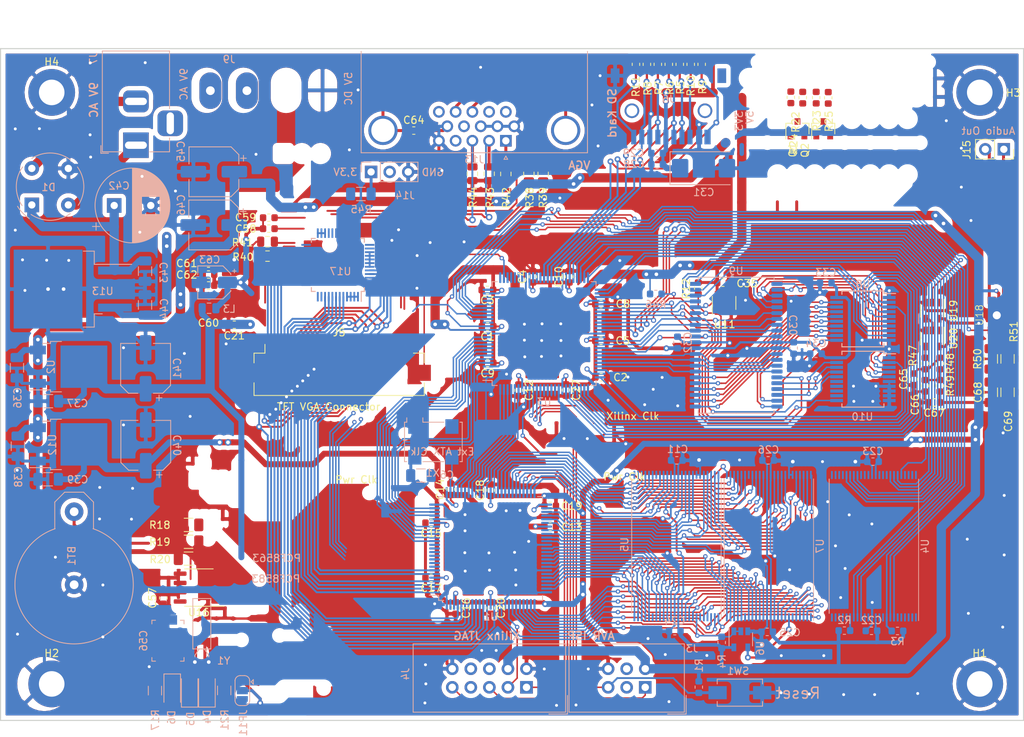
<source format=kicad_pcb>
(kicad_pcb (version 20171130) (host pcbnew "(5.1.0)-1")
  (layers (0 F.Cu signal) (31 B.Cu signal) (34 B.Paste user) (35 F.Paste user) (36 B.SilkS user) (37 F.SilkS user) (38 B.Mask user) (39 F.Mask user) (44 Edge.Cuts user))
  (net 0 "")
  (net 1 +3V3)
  (net 2 GND)
  (net 3 +1V8)
  (net 4 R3)
  (net 5 R4)
  (net 6 R5)
  (net 7 R6)
  (net 8 R7)
  (net 9 G2)
  (net 10 G3)
  (net 11 G4)
  (net 12 G5)
  (net 13 G6)
  (net 14 G7)
  (net 15 B3)
  (net 16 B4)
  (net 17 B5)
  (net 18 B6)
  (net 19 B7)
  (net 20 PCLK)
  (net 21 DISP)
  (net 22 DE)
  (net 23 HSYNC)
  (net 24 VSYNC)
  (net 25 ATX_19)
  (net 26 ATX_20)
  (net 27 ATX_4)
  (net 28 ATX_3)
  (net 29 ATX_2)
  (net 30 ATX_1)
  (net 31 ATX_0)
  (net 32 SRAM_CE)
  (net 33 SRAM_A0)
  (net 34 SRAM_A1)
  (net 35 SRAM_A2)
  (net 36 SRAM_A3)
  (net 37 SRAM_A4)
  (net 38 SRAM_A5)
  (net 39 SRAM_A6)
  (net 40 SRAM_A7)
  (net 41 SRAM_WE)
  (net 42 ATX_17)
  (net 43 ATX_16)
  (net 44 ATX_15)
  (net 45 ATX_14)
  (net 46 ATX_13)
  (net 47 ATX_12)
  (net 48 ATX_11)
  (net 49 ATX_10)
  (net 50 ATX_9)
  (net 51 ATX_8)
  (net 52 SRAM_OE)
  (net 53 ATX_7)
  (net 54 ATX_6)
  (net 55 ATX_5)
  (net 56 ALE1)
  (net 57 ATX_18)
  (net 58 ALE2)
  (net 59 ATX_RST)
  (net 60 CSRAM_CE2)
  (net 61 CA4)
  (net 62 CA14)
  (net 63 CA3)
  (net 64 CA2)
  (net 65 CA1)
  (net 66 CA0)
  (net 67 SRAM_D0)
  (net 68 SRAM_D1)
  (net 69 SRAM_D2)
  (net 70 SRAM_D3)
  (net 71 SRAM_D4)
  (net 72 SRAM_D5)
  (net 73 SRAM_D6)
  (net 74 SRAM_D7)
  (net 75 CSRAM_WE)
  (net 76 CA19)
  (net 77 CA18)
  (net 78 CA17)
  (net 79 CA16)
  (net 80 CA15)
  (net 81 CA13)
  (net 82 CA12)
  (net 83 CA11)
  (net 84 CA10)
  (net 85 CA9)
  (net 86 SRAM_D8)
  (net 87 SRAM_D9)
  (net 88 SRAM_D10)
  (net 89 SRAM_D11)
  (net 90 SRAM_D12)
  (net 91 SRAM_D13)
  (net 92 SRAM_D14)
  (net 93 SRAM_D15)
  (net 94 CSRAM_OE)
  (net 95 CA8)
  (net 96 CA7)
  (net 97 CA6)
  (net 98 CA5)
  (net 99 CA20)
  (net 100 Ext_clk)
  (net 101 PDI_Data)
  (net 102 TDI)
  (net 103 TMS)
  (net 104 TCK)
  (net 105 TDO)
  (net 106 ATX1)
  (net 107 ATX2)
  (net 108 ATX3)
  (net 109 ATX4)
  (net 110 ATX5)
  (net 111 ATX6)
  (net 112 ATX7)
  (net 113 ATX8)
  (net 114 ATX9)
  (net 115 ATX10)
  (net 116 ATX11)
  (net 117 ATX12)
  (net 118 ATX13)
  (net 119 ATX14)
  (net 120 ATX15)
  (net 121 Flash_WP)
  (net 122 Flash_CE)
  (net 123 Flash_D0)
  (net 124 Flash_D1)
  (net 125 Flash_D2)
  (net 126 Flash_D3)
  (net 127 Flash_D4)
  (net 128 Flash_D5)
  (net 129 Flash_D6)
  (net 130 Flash_D7)
  (net 131 Flash_RB)
  (net 132 Flash_RE)
  (net 133 Flash_CLE)
  (net 134 Flash_ALE)
  (net 135 Flash_WE)
  (net 136 SD_CD)
  (net 137 SD_NC1)
  (net 138 SD_CS)
  (net 139 SD_MOSI)
  (net 140 SD_CLK)
  (net 141 SD_MISO)
  (net 142 SD_NC2)
  (net 143 +5V)
  (net 144 "Net-(C42-Pad1)")
  (net 145 5V_from_9V)
  (net 146 "Net-(D1-Pad2)")
  (net 147 "Net-(D1-Pad4)")
  (net 148 "Net-(BT1-Pad1)")
  (net 149 "Net-(C56-Pad2)")
  (net 150 "Net-(C56-Pad1)")
  (net 151 "Net-(D5-Pad2)")
  (net 152 "Net-(D6-Pad2)")
  (net 153 RTC_INT_A0_RST)
  (net 154 PCF_8563)
  (net 155 PCF_SDA)
  (net 156 PCF_SCL)
  (net 157 RTC_CLK_INT)
  (net 158 "Net-(U16-Pad2)")
  (net 159 IO1_5V_out)
  (net 160 IO1_ATX)
  (net 161 IO2_5V_out)
  (net 162 IO2_ATX)
  (net 163 RGB_R)
  (net 164 RGB_G)
  (net 165 RGB_B)
  (net 166 ADV_Vref)
  (net 167 +3.3VADC)
  (net 168 ADV_Comp)
  (net 169 "Net-(J13-Pad14)")
  (net 170 "Net-(J13-Pad13)")
  (net 171 "Net-(C64-Pad1)")
  (net 172 ADV_rset)
  (net 173 "Net-(R41-Pad2)")
  (net 174 ADV_Sync)
  (net 175 RGB_VCC_GND)
  (net 176 "Net-(J14-Pad1)")
  (net 177 ADV_PSave)
  (net 178 "Net-(C65-Pad1)")
  (net 179 "Net-(C66-Pad1)")
  (net 180 "Net-(C67-Pad1)")
  (net 181 "Net-(C68-Pad1)")
  (net 182 "Net-(C69-Pad1)")
  (net 183 "Net-(J15-Pad2)")
  (net 184 "Net-(J15-Pad1)")
  (net 185 "Net-(R47-Pad1)")
  (net 186 "Net-(R50-Pad2)")
  (net 187 "Net-(R51-Pad2)")
  (net 188 TPA_SD)
  (net 189 TPM_AUDIO_PWM)
  (net 190 "Net-(U19-Pad4)")
  (net 191 ATX0)
  (module Package_SO:SO-8_3.9x4.9mm_P1.27mm (layer F.Cu) (at 107.1499 133.8072 180)
    (fp_text reference U16 (at 0 -3.4 180) (layer F.SilkS))
    (fp_text value PCF8563T)
    (pad 8 smd roundrect (at 2.575 -1.905 180) (size 1.75 0.6) (layers F.Cu F.Paste F.Mask) (net 150 "Net-(C56-Pad1)"))
    (pad 7 smd roundrect (at 2.575 -0.635 180) (size 1.75 0.6) (layers F.Cu F.Paste F.Mask) (net 157 RTC_CLK_INT))
    (pad 6 smd roundrect (at 2.575 0.635 180) (size 1.75 0.6) (layers F.Cu F.Paste F.Mask) (net 156 PCF_SCL))
    (pad 5 smd roundrect (at 2.575 1.905 180) (size 1.75 0.6) (layers F.Cu F.Paste F.Mask) (net 155 PCF_SDA))
    (pad 4 smd roundrect (at -2.575 1.905 180) (size 1.75 0.6) (layers F.Cu F.Paste F.Mask) (net 2 GND))
    (pad 3 smd roundrect (at -2.575 0.635 180) (size 1.75 0.6) (layers F.Cu F.Paste F.Mask) (net 153 RTC_INT_A0_RST))
    (pad 2 smd roundrect (at -2.575 -0.635 180) (size 1.75 0.6) (layers F.Cu F.Paste F.Mask) (net 158 "Net-(U16-Pad2)"))
    (pad 1 smd roundrect (at -2.575 -1.905 180) (size 1.75 0.6) (layers F.Cu F.Paste F.Mask) (net 149 "Net-(C56-Pad2)"))
  )
  (module Package_QFP:VQFP-100_14x14mm_P0.5mm (layer B.Cu) (at 147.066 128.4478)
    (fp_text reference U1 (at 0 9.35) (layer B.SilkS) (effects (justify mirror)))
    (fp_text value XC2C256_VQ100)
    (pad 100 smd roundrect (at -6 7.6625) (size 0.3 1.475) (layers B.Cu B.Paste B.Mask) (net 2 GND))
    (pad 99 smd roundrect (at -5.5 7.6625) (size 0.3 1.475) (layers B.Cu B.Paste B.Mask) (net 174 ADV_Sync))
    (pad 98 smd roundrect (at -5 7.6625) (size 0.3 1.475) (layers B.Cu B.Paste B.Mask) (net 1 +3V3))
    (pad 97 smd roundrect (at -4.5 7.6625) (size 0.3 1.475) (layers B.Cu B.Paste B.Mask) (net 10 G3))
    (pad 96 smd roundrect (at -4 7.6625) (size 0.3 1.475) (layers B.Cu B.Paste B.Mask) (net 11 G4))
    (pad 95 smd roundrect (at -3.5 7.6625) (size 0.3 1.475) (layers B.Cu B.Paste B.Mask) (net 12 G5))
    (pad 94 smd roundrect (at -3 7.6625) (size 0.3 1.475) (layers B.Cu B.Paste B.Mask) (net 13 G6))
    (pad 93 smd roundrect (at -2.5 7.6625) (size 0.3 1.475) (layers B.Cu B.Paste B.Mask) (net 14 G7))
    (pad 92 smd roundrect (at -2 7.6625) (size 0.3 1.475) (layers B.Cu B.Paste B.Mask) (net 15 B3))
    (pad 91 smd roundrect (at -1.5 7.6625) (size 0.3 1.475) (layers B.Cu B.Paste B.Mask) (net 16 B4))
    (pad 90 smd roundrect (at -1 7.6625) (size 0.3 1.475) (layers B.Cu B.Paste B.Mask) (net 17 B5))
    (pad 89 smd roundrect (at -0.5 7.6625) (size 0.3 1.475) (layers B.Cu B.Paste B.Mask) (net 18 B6))
    (pad 88 smd roundrect (at 0 7.6625) (size 0.3 1.475) (layers B.Cu B.Paste B.Mask) (net 1 +3V3))
    (pad 87 smd roundrect (at 0.5 7.6625) (size 0.3 1.475) (layers B.Cu B.Paste B.Mask) (net 19 B7))
    (pad 86 smd roundrect (at 1 7.6625) (size 0.3 1.475) (layers B.Cu B.Paste B.Mask) (net 99 CA20))
    (pad 85 smd roundrect (at 1.5 7.6625) (size 0.3 1.475) (layers B.Cu B.Paste B.Mask) (net 61 CA4))
    (pad 84 smd roundrect (at 2 7.6625) (size 0.3 1.475) (layers B.Cu B.Paste B.Mask) (net 2 GND))
    (pad 83 smd roundrect (at 2.5 7.6625) (size 0.3 1.475) (layers B.Cu B.Paste B.Mask) (net 105 TDO))
    (pad 82 smd roundrect (at 3 7.6625) (size 0.3 1.475) (layers B.Cu B.Paste B.Mask) (net 63 CA3))
    (pad 81 smd roundrect (at 3.5 7.6625) (size 0.3 1.475) (layers B.Cu B.Paste B.Mask) (net 64 CA2))
    (pad 80 smd roundrect (at 4 7.6625) (size 0.3 1.475) (layers B.Cu B.Paste B.Mask) (net 65 CA1))
    (pad 79 smd roundrect (at 4.5 7.6625) (size 0.3 1.475) (layers B.Cu B.Paste B.Mask) (net 66 CA0))
    (pad 78 smd roundrect (at 5 7.6625) (size 0.3 1.475) (layers B.Cu B.Paste B.Mask) (net 67 SRAM_D0))
    (pad 77 smd roundrect (at 5.5 7.6625) (size 0.3 1.475) (layers B.Cu B.Paste B.Mask) (net 68 SRAM_D1))
    (pad 76 smd roundrect (at 6 7.6625) (size 0.3 1.475) (layers B.Cu B.Paste B.Mask) (net 69 SRAM_D2))
    (pad 75 smd roundrect (at 7.6625 6) (size 1.475 0.3) (layers B.Cu B.Paste B.Mask) (net 2 GND))
    (pad 74 smd roundrect (at 7.6625 5.5) (size 1.475 0.3) (layers B.Cu B.Paste B.Mask) (net 70 SRAM_D3))
    (pad 73 smd roundrect (at 7.6625 5) (size 1.475 0.3) (layers B.Cu B.Paste B.Mask) (net 80 CA15))
    (pad 72 smd roundrect (at 7.6625 4.5) (size 1.475 0.3) (layers B.Cu B.Paste B.Mask) (net 79 CA16))
    (pad 71 smd roundrect (at 7.6625 4) (size 1.475 0.3) (layers B.Cu B.Paste B.Mask) (net 78 CA17))
    (pad 70 smd roundrect (at 7.6625 3.5) (size 1.475 0.3) (layers B.Cu B.Paste B.Mask) (net 77 CA18))
    (pad 69 smd roundrect (at 7.6625 3) (size 1.475 0.3) (layers B.Cu B.Paste B.Mask) (net 2 GND))
    (pad 68 smd roundrect (at 7.6625 2.5) (size 1.475 0.3) (layers B.Cu B.Paste B.Mask) (net 76 CA19))
    (pad 67 smd roundrect (at 7.6625 2) (size 1.475 0.3) (layers B.Cu B.Paste B.Mask) (net 75 CSRAM_WE))
    (pad 66 smd roundrect (at 7.6625 1.5) (size 1.475 0.3) (layers B.Cu B.Paste B.Mask) (net 74 SRAM_D7))
    (pad 65 smd roundrect (at 7.6625 1) (size 1.475 0.3) (layers B.Cu B.Paste B.Mask) (net 73 SRAM_D6))
    (pad 64 smd roundrect (at 7.6625 0.5) (size 1.475 0.3) (layers B.Cu B.Paste B.Mask) (net 72 SRAM_D5))
    (pad 63 smd roundrect (at 7.6625 0) (size 1.475 0.3) (layers B.Cu B.Paste B.Mask) (net 71 SRAM_D4))
    (pad 62 smd roundrect (at 7.6625 -0.5) (size 1.475 0.3) (layers B.Cu B.Paste B.Mask) (net 2 GND))
    (pad 61 smd roundrect (at 7.6625 -1) (size 1.475 0.3) (layers B.Cu B.Paste B.Mask) (net 98 CA5))
    (pad 60 smd roundrect (at 7.6625 -1.5) (size 1.475 0.3) (layers B.Cu B.Paste B.Mask) (net 97 CA6))
    (pad 59 smd roundrect (at 7.6625 -2) (size 1.475 0.3) (layers B.Cu B.Paste B.Mask) (net 96 CA7))
    (pad 58 smd roundrect (at 7.6625 -2.5) (size 1.475 0.3) (layers B.Cu B.Paste B.Mask) (net 95 CA8))
    (pad 57 smd roundrect (at 7.6625 -3) (size 1.475 0.3) (layers B.Cu B.Paste B.Mask) (net 3 +1V8))
    (pad 56 smd roundrect (at 7.6625 -3.5) (size 1.475 0.3) (layers B.Cu B.Paste B.Mask) (net 94 CSRAM_OE))
    (pad 55 smd roundrect (at 7.6625 -4) (size 1.475 0.3) (layers B.Cu B.Paste B.Mask) (net 93 SRAM_D15))
    (pad 54 smd roundrect (at 7.6625 -4.5) (size 1.475 0.3) (layers B.Cu B.Paste B.Mask) (net 92 SRAM_D14))
    (pad 53 smd roundrect (at 7.6625 -5) (size 1.475 0.3) (layers B.Cu B.Paste B.Mask) (net 91 SRAM_D13))
    (pad 52 smd roundrect (at 7.6625 -5.5) (size 1.475 0.3) (layers B.Cu B.Paste B.Mask) (net 90 SRAM_D12))
    (pad 51 smd roundrect (at 7.6625 -6) (size 1.475 0.3) (layers B.Cu B.Paste B.Mask) (net 1 +3V3))
    (pad 50 smd roundrect (at 6 -7.6625) (size 0.3 1.475) (layers B.Cu B.Paste B.Mask) (net 89 SRAM_D11))
    (pad 49 smd roundrect (at 5.5 -7.6625) (size 0.3 1.475) (layers B.Cu B.Paste B.Mask) (net 88 SRAM_D10))
    (pad 48 smd roundrect (at 5 -7.6625) (size 0.3 1.475) (layers B.Cu B.Paste B.Mask) (net 104 TCK))
    (pad 47 smd roundrect (at 4.5 -7.6625) (size 0.3 1.475) (layers B.Cu B.Paste B.Mask) (net 103 TMS))
    (pad 46 smd roundrect (at 4 -7.6625) (size 0.3 1.475) (layers B.Cu B.Paste B.Mask) (net 87 SRAM_D9))
    (pad 45 smd roundrect (at 3.5 -7.6625) (size 0.3 1.475) (layers B.Cu B.Paste B.Mask) (net 102 TDI))
    (pad 44 smd roundrect (at 3 -7.6625) (size 0.3 1.475) (layers B.Cu B.Paste B.Mask) (net 86 SRAM_D8))
    (pad 43 smd roundrect (at 2.5 -7.6625) (size 0.3 1.475) (layers B.Cu B.Paste B.Mask) (net 85 CA9))
    (pad 42 smd roundrect (at 2 -7.6625) (size 0.3 1.475) (layers B.Cu B.Paste B.Mask) (net 84 CA10))
    (pad 41 smd roundrect (at 1.5 -7.6625) (size 0.3 1.475) (layers B.Cu B.Paste B.Mask) (net 83 CA11))
    (pad 40 smd roundrect (at 1 -7.6625) (size 0.3 1.475) (layers B.Cu B.Paste B.Mask) (net 82 CA12))
    (pad 39 smd roundrect (at 0.5 -7.6625) (size 0.3 1.475) (layers B.Cu B.Paste B.Mask) (net 81 CA13))
    (pad 38 smd roundrect (at 0 -7.6625) (size 0.3 1.475) (layers B.Cu B.Paste B.Mask) (net 1 +3V3))
    (pad 37 smd roundrect (at -0.5 -7.6625) (size 0.3 1.475) (layers B.Cu B.Paste B.Mask) (net 62 CA14))
    (pad 36 smd roundrect (at -1 -7.6625) (size 0.3 1.475) (layers B.Cu B.Paste B.Mask) (net 120 ATX15))
    (pad 35 smd roundrect (at -1.5 -7.6625) (size 0.3 1.475) (layers B.Cu B.Paste B.Mask) (net 119 ATX14))
    (pad 34 smd roundrect (at -2 -7.6625) (size 0.3 1.475) (layers B.Cu B.Paste B.Mask) (net 118 ATX13))
    (pad 33 smd roundrect (at -2.5 -7.6625) (size 0.3 1.475) (layers B.Cu B.Paste B.Mask) (net 117 ATX12))
    (pad 32 smd roundrect (at -3 -7.6625) (size 0.3 1.475) (layers B.Cu B.Paste B.Mask) (net 116 ATX11))
    (pad 31 smd roundrect (at -3.5 -7.6625) (size 0.3 1.475) (layers B.Cu B.Paste B.Mask) (net 2 GND))
    (pad 30 smd roundrect (at -4 -7.6625) (size 0.3 1.475) (layers B.Cu B.Paste B.Mask) (net 115 ATX10))
    (pad 29 smd roundrect (at -4.5 -7.6625) (size 0.3 1.475) (layers B.Cu B.Paste B.Mask) (net 114 ATX9))
    (pad 28 smd roundrect (at -5 -7.6625) (size 0.3 1.475) (layers B.Cu B.Paste B.Mask) (net 113 ATX8))
    (pad 27 smd roundrect (at -5.5 -7.6625) (size 0.3 1.475) (layers B.Cu B.Paste B.Mask) (net 100 Ext_clk))
    (pad 26 smd roundrect (at -6 -7.6625) (size 0.3 1.475) (layers B.Cu B.Paste B.Mask) (net 3 +1V8))
    (pad 25 smd roundrect (at -7.6625 -6) (size 1.475 0.3) (layers B.Cu B.Paste B.Mask) (net 2 GND))
    (pad 24 smd roundrect (at -7.6625 -5.5) (size 1.475 0.3) (layers B.Cu B.Paste B.Mask) (net 112 ATX7))
    (pad 23 smd roundrect (at -7.6625 -5) (size 1.475 0.3) (layers B.Cu B.Paste B.Mask) (net 111 ATX6))
    (pad 22 smd roundrect (at -7.6625 -4.5) (size 1.475 0.3) (layers B.Cu B.Paste B.Mask) (net 110 ATX5))
    (pad 21 smd roundrect (at -7.6625 -4) (size 1.475 0.3) (layers B.Cu B.Paste B.Mask) (net 2 GND))
    (pad 20 smd roundrect (at -7.6625 -3.5) (size 1.475 0.3) (layers B.Cu B.Paste B.Mask) (net 1 +3V3))
    (pad 19 smd roundrect (at -7.6625 -3) (size 1.475 0.3) (layers B.Cu B.Paste B.Mask) (net 109 ATX4))
    (pad 18 smd roundrect (at -7.6625 -2.5) (size 1.475 0.3) (layers B.Cu B.Paste B.Mask) (net 108 ATX3))
    (pad 17 smd roundrect (at -7.6625 -2) (size 1.475 0.3) (layers B.Cu B.Paste B.Mask) (net 107 ATX2))
    (pad 16 smd roundrect (at -7.6625 -1.5) (size 1.475 0.3) (layers B.Cu B.Paste B.Mask) (net 106 ATX1))
    (pad 15 smd roundrect (at -7.6625 -1) (size 1.475 0.3) (layers B.Cu B.Paste B.Mask) (net 191 ATX0))
    (pad 14 smd roundrect (at -7.6625 -0.5) (size 1.475 0.3) (layers B.Cu B.Paste B.Mask))
    (pad 13 smd roundrect (at -7.6625 0) (size 1.475 0.3) (layers B.Cu B.Paste B.Mask))
    (pad 12 smd roundrect (at -7.6625 0.5) (size 1.475 0.3) (layers B.Cu B.Paste B.Mask) (net 22 DE))
    (pad 11 smd roundrect (at -7.6625 1) (size 1.475 0.3) (layers B.Cu B.Paste B.Mask) (net 24 VSYNC))
    (pad 10 smd roundrect (at -7.6625 1.5) (size 1.475 0.3) (layers B.Cu B.Paste B.Mask) (net 23 HSYNC))
    (pad 9 smd roundrect (at -7.6625 2) (size 1.475 0.3) (layers B.Cu B.Paste B.Mask) (net 21 DISP))
    (pad 8 smd roundrect (at -7.6625 2.5) (size 1.475 0.3) (layers B.Cu B.Paste B.Mask) (net 20 PCLK))
    (pad 7 smd roundrect (at -7.6625 3) (size 1.475 0.3) (layers B.Cu B.Paste B.Mask) (net 4 R3))
    (pad 6 smd roundrect (at -7.6625 3.5) (size 1.475 0.3) (layers B.Cu B.Paste B.Mask) (net 5 R4))
    (pad 5 smd roundrect (at -7.6625 4) (size 1.475 0.3) (layers B.Cu B.Paste B.Mask) (net 1 +3V3))
    (pad 4 smd roundrect (at -7.6625 4.5) (size 1.475 0.3) (layers B.Cu B.Paste B.Mask) (net 6 R5))
    (pad 3 smd roundrect (at -7.6625 5) (size 1.475 0.3) (layers B.Cu B.Paste B.Mask) (net 7 R6))
    (pad 2 smd roundrect (at -7.6625 5.5) (size 1.475 0.3) (layers B.Cu B.Paste B.Mask) (net 8 R7))
    (pad 1 smd roundrect (at -7.6625 6) (size 1.475 0.3) (layers B.Cu B.Paste B.Mask) (net 9 G2))
  )
  (module Connector_FFC-FPC:Hirose_FH12-40S-0.5SH_1x40-1MP_P0.50mm_Horizontal (layer F.Cu) (at 126.3396 103)
    (fp_text reference J5 (at 0 -4.1178) (layer F.SilkS))
    (fp_text value Conn_01x40)
    (pad 40 smd rect (at 9.75 -1.85) (size 0.3 1.3) (layers F.Cu F.Paste F.Mask))
    (pad 39 smd rect (at 9.25 -1.85) (size 0.3 1.3) (layers F.Cu F.Paste F.Mask))
    (pad 38 smd rect (at 8.75 -1.85) (size 0.3 1.3) (layers F.Cu F.Paste F.Mask))
    (pad 37 smd rect (at 8.25 -1.85) (size 0.3 1.3) (layers F.Cu F.Paste F.Mask))
    (pad 36 smd rect (at 7.75 -1.85) (size 0.3 1.3) (layers F.Cu F.Paste F.Mask) (net 2 GND))
    (pad 35 smd rect (at 7.25 -1.85) (size 0.3 1.3) (layers F.Cu F.Paste F.Mask))
    (pad 34 smd rect (at 6.75 -1.85) (size 0.3 1.3) (layers F.Cu F.Paste F.Mask) (net 22 DE))
    (pad 33 smd rect (at 6.25 -1.85) (size 0.3 1.3) (layers F.Cu F.Paste F.Mask) (net 24 VSYNC))
    (pad 32 smd rect (at 5.75 -1.85) (size 0.3 1.3) (layers F.Cu F.Paste F.Mask) (net 23 HSYNC))
    (pad 31 smd rect (at 5.25 -1.85) (size 0.3 1.3) (layers F.Cu F.Paste F.Mask) (net 21 DISP))
    (pad 30 smd rect (at 4.75 -1.85) (size 0.3 1.3) (layers F.Cu F.Paste F.Mask) (net 20 PCLK))
    (pad 29 smd rect (at 4.25 -1.85) (size 0.3 1.3) (layers F.Cu F.Paste F.Mask) (net 2 GND))
    (pad 28 smd rect (at 3.75 -1.85) (size 0.3 1.3) (layers F.Cu F.Paste F.Mask) (net 19 B7))
    (pad 27 smd rect (at 3.25 -1.85) (size 0.3 1.3) (layers F.Cu F.Paste F.Mask) (net 18 B6))
    (pad 26 smd rect (at 2.75 -1.85) (size 0.3 1.3) (layers F.Cu F.Paste F.Mask) (net 17 B5))
    (pad 25 smd rect (at 2.25 -1.85) (size 0.3 1.3) (layers F.Cu F.Paste F.Mask) (net 16 B4))
    (pad 24 smd rect (at 1.75 -1.85) (size 0.3 1.3) (layers F.Cu F.Paste F.Mask) (net 15 B3))
    (pad 23 smd rect (at 1.25 -1.85) (size 0.3 1.3) (layers F.Cu F.Paste F.Mask) (net 2 GND))
    (pad 22 smd rect (at 0.75 -1.85) (size 0.3 1.3) (layers F.Cu F.Paste F.Mask) (net 2 GND))
    (pad 21 smd rect (at 0.25 -1.85) (size 0.3 1.3) (layers F.Cu F.Paste F.Mask) (net 2 GND))
    (pad 20 smd rect (at -0.25 -1.85) (size 0.3 1.3) (layers F.Cu F.Paste F.Mask) (net 14 G7))
    (pad 19 smd rect (at -0.75 -1.85) (size 0.3 1.3) (layers F.Cu F.Paste F.Mask) (net 13 G6))
    (pad 18 smd rect (at -1.25 -1.85) (size 0.3 1.3) (layers F.Cu F.Paste F.Mask) (net 12 G5))
    (pad 17 smd rect (at -1.75 -1.85) (size 0.3 1.3) (layers F.Cu F.Paste F.Mask) (net 11 G4))
    (pad 16 smd rect (at -2.25 -1.85) (size 0.3 1.3) (layers F.Cu F.Paste F.Mask) (net 10 G3))
    (pad 15 smd rect (at -2.75 -1.85) (size 0.3 1.3) (layers F.Cu F.Paste F.Mask) (net 9 G2))
    (pad 14 smd rect (at -3.25 -1.85) (size 0.3 1.3) (layers F.Cu F.Paste F.Mask) (net 2 GND))
    (pad 13 smd rect (at -3.75 -1.85) (size 0.3 1.3) (layers F.Cu F.Paste F.Mask) (net 2 GND))
    (pad 12 smd rect (at -4.25 -1.85) (size 0.3 1.3) (layers F.Cu F.Paste F.Mask) (net 8 R7))
    (pad 11 smd rect (at -4.75 -1.85) (size 0.3 1.3) (layers F.Cu F.Paste F.Mask) (net 7 R6))
    (pad 10 smd rect (at -5.25 -1.85) (size 0.3 1.3) (layers F.Cu F.Paste F.Mask) (net 6 R5))
    (pad 9 smd rect (at -5.75 -1.85) (size 0.3 1.3) (layers F.Cu F.Paste F.Mask) (net 5 R4))
    (pad 8 smd rect (at -6.25 -1.85) (size 0.3 1.3) (layers F.Cu F.Paste F.Mask) (net 4 R3))
    (pad 7 smd rect (at -6.75 -1.85) (size 0.3 1.3) (layers F.Cu F.Paste F.Mask) (net 2 GND))
    (pad 6 smd rect (at -7.25 -1.85) (size 0.3 1.3) (layers F.Cu F.Paste F.Mask) (net 2 GND))
    (pad 5 smd rect (at -7.75 -1.85) (size 0.3 1.3) (layers F.Cu F.Paste F.Mask) (net 2 GND))
    (pad 4 smd rect (at -8.25 -1.85) (size 0.3 1.3) (layers F.Cu F.Paste F.Mask) (net 1 +3V3))
    (pad 3 smd rect (at -8.75 -1.85) (size 0.3 1.3) (layers F.Cu F.Paste F.Mask) (net 2 GND))
    (pad 2 smd rect (at -9.25 -1.85) (size 0.3 1.3) (layers F.Cu F.Paste F.Mask) (net 143 +5V))
    (pad 1 smd rect (at -9.75 -1.85) (size 0.3 1.3) (layers F.Cu F.Paste F.Mask) (net 143 +5V))
    (pad MP smd rect (at -11.65 1.4) (size 1.8 2.2) (layers F.Cu F.Paste F.Mask))
    (pad MP smd rect (at 11.65 1.4) (size 1.8 2.2) (layers F.Cu F.Paste F.Mask))
  )
  (module Package_TO_SOT_SMD:SOT-23-5 (layer F.Cu) (at 207.518 99.695 270)
    (fp_text reference U20 (at 0 -2.9 270) (layer F.SilkS))
    (fp_text value 74AHCT1GU04)
    (pad 5 smd rect (at 1.1 -0.95 270) (size 1.06 0.65) (layers F.Cu F.Paste F.Mask) (net 1 +3V3))
    (pad 4 smd rect (at 1.1 0.95 270) (size 1.06 0.65) (layers F.Cu F.Paste F.Mask) (net 185 "Net-(R47-Pad1)"))
    (pad 3 smd rect (at -1.1 0.95 270) (size 1.06 0.65) (layers F.Cu F.Paste F.Mask) (net 2 GND))
    (pad 2 smd rect (at -1.1 0 270) (size 1.06 0.65) (layers F.Cu F.Paste F.Mask) (net 190 "Net-(U19-Pad4)"))
    (pad 1 smd rect (at -1.1 -0.95 270) (size 1.06 0.65) (layers F.Cu F.Paste F.Mask))
  )
  (module Package_TO_SOT_SMD:SOT-23-5 (layer F.Cu) (at 207.518 95.885 270)
    (fp_text reference U19 (at 0 -2.9 270) (layer F.SilkS))
    (fp_text value 74AHCT1GU04)
    (pad 5 smd rect (at 1.1 -0.95 270) (size 1.06 0.65) (layers F.Cu F.Paste F.Mask) (net 1 +3V3))
    (pad 4 smd rect (at 1.1 0.95 270) (size 1.06 0.65) (layers F.Cu F.Paste F.Mask) (net 190 "Net-(U19-Pad4)"))
    (pad 3 smd rect (at -1.1 0.95 270) (size 1.06 0.65) (layers F.Cu F.Paste F.Mask) (net 2 GND))
    (pad 2 smd rect (at -1.1 0 270) (size 1.06 0.65) (layers F.Cu F.Paste F.Mask) (net 189 TPM_AUDIO_PWM))
    (pad 1 smd rect (at -1.1 -0.95 270) (size 1.06 0.65) (layers F.Cu F.Paste F.Mask))
  )
  (module Jacek:MSOP8 (layer F.Cu) (at 216.281 96.52)
    (fp_text reference U18 (at -2.3114 -0.0254 90) (layer F.SilkS) (effects (font (thickness 0.1))))
    (fp_text value TPA2005)
    (pad 4 smd rect (at 0.975 2.05) (size 0.45 1) (layers F.Cu F.Paste F.Mask) (net 187 "Net-(R51-Pad2)"))
    (pad 3 smd rect (at 0.325 2.05) (size 0.45 1) (layers F.Cu F.Paste F.Mask) (net 186 "Net-(R50-Pad2)"))
    (pad 2 smd rect (at -0.325 2.05) (size 0.45 1) (layers F.Cu F.Paste F.Mask))
    (pad 1 smd rect (at -0.975 2.05) (size 0.45 1) (layers F.Cu F.Paste F.Mask) (net 188 TPA_SD))
    (pad 5 smd rect (at 0.975 -2.05) (size 0.45 1) (layers F.Cu F.Paste F.Mask) (net 184 "Net-(J15-Pad1)"))
    (pad 6 smd rect (at 0.325 -2.05) (size 0.45 1) (layers F.Cu F.Paste F.Mask) (net 1 +3V3))
    (pad 7 smd rect (at -0.325 -2.05) (size 0.45 1) (layers F.Cu F.Paste F.Mask) (net 2 GND))
    (pad 8 smd rect (at -0.975 -2.05) (size 0.45 1) (layers F.Cu F.Paste F.Mask) (net 183 "Net-(J15-Pad2)"))
  )
  (module Resistor_SMD:R_1206_3216Metric (layer F.Cu) (at 217.805 102.489 90)
    (fp_text reference R51 (at 3.7338 0.8636 90) (layer F.SilkS))
    (fp_text value 150k)
    (pad 2 smd roundrect (at 1.4 0 90) (size 1.25 1.75) (layers F.Cu F.Paste F.Mask) (roundrect_rratio 0.2) (net 187 "Net-(R51-Pad2)"))
    (pad 1 smd roundrect (at -1.4 0 90) (size 1.25 1.75) (layers F.Cu F.Paste F.Mask) (roundrect_rratio 0.2) (net 182 "Net-(C69-Pad1)"))
  )
  (module Resistor_SMD:R_1206_3216Metric (layer F.Cu) (at 215.519 102.489 90)
    (fp_text reference R50 (at 0 -1.82 90) (layer F.SilkS))
    (fp_text value 150k)
    (pad 2 smd roundrect (at 1.4 0 90) (size 1.25 1.75) (layers F.Cu F.Paste F.Mask) (roundrect_rratio 0.2) (net 186 "Net-(R50-Pad2)"))
    (pad 1 smd roundrect (at -1.4 0 90) (size 1.25 1.75) (layers F.Cu F.Paste F.Mask) (roundrect_rratio 0.2) (net 181 "Net-(C68-Pad1)"))
  )
  (module Resistor_SMD:R_0603_1608Metric (layer F.Cu) (at 208.534 106.172 270)
    (fp_text reference R49 (at 0 -1.43 270) (layer F.SilkS))
    (fp_text value 1k)
    (pad 2 smd roundrect (at 0.7875 0 270) (size 0.875 0.95) (layers F.Cu F.Paste F.Mask) (net 180 "Net-(C67-Pad1)"))
    (pad 1 smd roundrect (at -0.7875 0 270) (size 0.875 0.95) (layers F.Cu F.Paste F.Mask) (net 179 "Net-(C66-Pad1)"))
  )
  (module Resistor_SMD:R_0603_1608Metric (layer F.Cu) (at 208.534 103.124 270)
    (fp_text reference R48 (at 0 -1.43 270) (layer F.SilkS))
    (fp_text value 1k)
    (pad 2 smd roundrect (at 0.7875 0 270) (size 0.875 0.95) (layers F.Cu F.Paste F.Mask) (net 179 "Net-(C66-Pad1)"))
    (pad 1 smd roundrect (at -0.7875 0 270) (size 0.875 0.95) (layers F.Cu F.Paste F.Mask) (net 178 "Net-(C65-Pad1)"))
  )
  (module Resistor_SMD:R_0603_1608Metric (layer F.Cu) (at 206.502 103.124 270)
    (fp_text reference R47 (at -1.0922 1.651 270) (layer F.SilkS))
    (fp_text value 1k)
    (pad 2 smd roundrect (at 0.7875 0 270) (size 0.875 0.95) (layers F.Cu F.Paste F.Mask) (net 178 "Net-(C65-Pad1)"))
    (pad 1 smd roundrect (at -0.7875 0 270) (size 0.875 0.95) (layers F.Cu F.Paste F.Mask) (net 185 "Net-(R47-Pad1)"))
  )
  (module Connector_PinSocket_2.54mm:PinSocket_1x02_P2.54mm_Vertical (layer F.Cu) (at 217.297 73.787 270)
    (fp_text reference J15 (at 0.0762 5.08 270) (layer F.SilkS))
    (fp_text value "Audio Out")
    (pad 2 thru_hole oval (at 0 2.54 270) (size 1.7 1.7) (drill 1) (layers *.Cu *.Mask) (net 183 "Net-(J15-Pad2)"))
    (pad 1 thru_hole rect (at 0 0 270) (size 1.7 1.7) (drill 1) (layers *.Cu *.Mask) (net 184 "Net-(J15-Pad1)"))
  )
  (module Capacitor_SMD:C_1206_3216Metric (layer F.Cu) (at 217.805 107.061 270)
    (fp_text reference C69 (at 3.9878 -0.1016 270) (layer F.SilkS))
    (fp_text value 0,22uF)
    (pad 2 smd roundrect (at 1.4 0 270) (size 1.25 1.75) (layers F.Cu F.Paste F.Mask) (roundrect_rratio 0.2) (net 2 GND))
    (pad 1 smd roundrect (at -1.4 0 270) (size 1.25 1.75) (layers F.Cu F.Paste F.Mask) (roundrect_rratio 0.2) (net 182 "Net-(C69-Pad1)"))
  )
  (module Capacitor_SMD:C_1206_3216Metric (layer F.Cu) (at 215.519 107.061 270)
    (fp_text reference C68 (at 0 1.778 270) (layer F.SilkS))
    (fp_text value 0,22uF)
    (pad 2 smd roundrect (at 1.4 0 270) (size 1.25 1.75) (layers F.Cu F.Paste F.Mask) (roundrect_rratio 0.2) (net 180 "Net-(C67-Pad1)"))
    (pad 1 smd roundrect (at -1.4 0 270) (size 1.25 1.75) (layers F.Cu F.Paste F.Mask) (roundrect_rratio 0.2) (net 181 "Net-(C68-Pad1)"))
  )
  (module Capacitor_SMD:C_0603_1608Metric (layer F.Cu) (at 207.772 108.458 180)
    (fp_text reference C67 (at 0 -1.43 180) (layer F.SilkS))
    (fp_text value 4n7)
    (pad 2 smd roundrect (at 0.7875 0 180) (size 0.875 0.95) (layers F.Cu F.Paste F.Mask) (net 2 GND))
    (pad 1 smd roundrect (at -0.7875 0 180) (size 0.875 0.95) (layers F.Cu F.Paste F.Mask) (net 180 "Net-(C67-Pad1)"))
  )
  (module Capacitor_SMD:C_0603_1608Metric (layer F.Cu) (at 206.502 106.172 270)
    (fp_text reference C66 (at 2.5908 1.3462 270) (layer F.SilkS))
    (fp_text value 4n7)
    (pad 2 smd roundrect (at 0.7875 0 270) (size 0.875 0.95) (layers F.Cu F.Paste F.Mask) (net 2 GND))
    (pad 1 smd roundrect (at -0.7875 0 270) (size 0.875 0.95) (layers F.Cu F.Paste F.Mask) (net 179 "Net-(C66-Pad1)"))
  )
  (module Capacitor_SMD:C_0603_1608Metric (layer F.Cu) (at 204.978 105.283 270)
    (fp_text reference C65 (at -0.0254 1.397 270) (layer F.SilkS))
    (fp_text value 4n7)
    (pad 2 smd roundrect (at 0.7875 0 270) (size 0.875 0.95) (layers F.Cu F.Paste F.Mask) (net 2 GND))
    (pad 1 smd roundrect (at -0.7875 0 270) (size 0.875 0.95) (layers F.Cu F.Paste F.Mask) (net 178 "Net-(C65-Pad1)"))
  )
  (module Resistor_SMD:R_0603_1608Metric (layer B.Cu) (at 169.672 93.599)
    (fp_text reference R46 (at 0 1.43) (layer B.SilkS) (effects (justify mirror)))
    (fp_text value 10k)
    (pad 2 smd roundrect (at 0.7875 0) (size 0.875 0.95) (layers B.Cu B.Paste B.Mask) (net 32 SRAM_CE))
    (pad 1 smd roundrect (at -0.7875 0) (size 0.875 0.95) (layers B.Cu B.Paste B.Mask) (net 1 +3V3))
  )
  (module Resistor_SMD:R_1206_3216Metric (layer B.Cu) (at 129.3114 79.9084 180)
    (fp_text reference R45 (at -0.0508 -2.1082 180) (layer B.SilkS) (effects (justify mirror)))
    (fp_text value 4k7)
    (pad 2 smd roundrect (at 1.4 0 180) (size 1.25 1.75) (layers B.Cu B.Paste B.Mask) (roundrect_rratio 0.2) (net 167 +3.3VADC))
    (pad 1 smd roundrect (at -1.4 0 180) (size 1.25 1.75) (layers B.Cu B.Paste B.Mask) (roundrect_rratio 0.2) (net 176 "Net-(J14-Pad1)"))
  )
  (module Connector_PinHeader_2.54mm:PinHeader_1x03_P2.54mm_Vertical (layer B.Cu) (at 130.7084 76.8858 270)
    (fp_text reference J14 (at 3.2258 -4.6482) (layer B.SilkS) (effects (justify mirror)))
    (fp_text value RGB_LSB)
    (pad 3 thru_hole oval (at 0 -5.08 270) (size 1.7 1.7) (drill 1) (layers *.Cu *.Mask) (net 2 GND))
    (pad 2 thru_hole oval (at 0 -2.54 270) (size 1.7 1.7) (drill 1) (layers *.Cu *.Mask) (net 175 RGB_VCC_GND))
    (pad 1 thru_hole rect (at 0 0 270) (size 1.7 1.7) (drill 1) (layers *.Cu *.Mask) (net 176 "Net-(J14-Pad1)"))
  )
  (module Resistor_SMD:R_0805_2012Metric (layer F.Cu) (at 144.5768 77.1398 270)
    (fp_text reference R44 (at 3.2258 -0.1016 270) (layer F.SilkS))
    (fp_text value 75)
    (pad 2 smd roundrect (at 0.9375 0 270) (size 0.975 1.4) (layers F.Cu F.Paste F.Mask) (net 2 GND))
    (pad 1 smd roundrect (at -0.9375 0 270) (size 0.975 1.4) (layers F.Cu F.Paste F.Mask) (net 165 RGB_B))
  )
  (module Resistor_SMD:R_0805_2012Metric (layer F.Cu) (at 146.8628 77.1398 270)
    (fp_text reference R43 (at 3.2766 -0.127 270) (layer F.SilkS))
    (fp_text value 75)
    (pad 2 smd roundrect (at 0.9375 0 270) (size 0.975 1.4) (layers F.Cu F.Paste F.Mask) (net 2 GND))
    (pad 1 smd roundrect (at -0.9375 0 270) (size 0.975 1.4) (layers F.Cu F.Paste F.Mask) (net 164 RGB_G))
  )
  (module Resistor_SMD:R_0805_2012Metric (layer F.Cu) (at 149.1488 77.1652 270)
    (fp_text reference R42 (at 3.2766 -0.0762 270) (layer F.SilkS))
    (fp_text value 75)
    (pad 2 smd roundrect (at 0.9375 0 270) (size 0.975 1.4) (layers F.Cu F.Paste F.Mask) (net 2 GND))
    (pad 1 smd roundrect (at -0.9375 0 270) (size 0.975 1.4) (layers F.Cu F.Paste F.Mask) (net 163 RGB_R))
  )
  (module Resistor_SMD:R_0805_2012Metric (layer F.Cu) (at 116.5352 88.4174)
    (fp_text reference R41 (at -3.429 -1.8542) (layer F.SilkS))
    (fp_text value 10k)
    (pad 2 smd roundrect (at 0.9375 0) (size 0.975 1.4) (layers F.Cu F.Paste F.Mask) (net 173 "Net-(R41-Pad2)"))
    (pad 1 smd roundrect (at -0.9375 0) (size 0.975 1.4) (layers F.Cu F.Paste F.Mask) (net 177 ADV_PSave))
  )
  (module Resistor_SMD:R_0805_2012Metric (layer F.Cu) (at 116.5352 86.4362 180)
    (fp_text reference R40 (at 3.3528 -2.1082) (layer F.SilkS))
    (fp_text value 560)
    (pad 2 smd roundrect (at 0.9375 0 180) (size 0.975 1.4) (layers F.Cu F.Paste F.Mask) (net 2 GND))
    (pad 1 smd roundrect (at -0.9375 0 180) (size 0.975 1.4) (layers F.Cu F.Paste F.Mask) (net 172 ADV_rset))
  )
  (module Resistor_SMD:R_0805_2012Metric (layer F.Cu) (at 154.2542 77.1652 90)
    (fp_text reference R39 (at -3.2512 0 90) (layer F.SilkS))
    (fp_text value 47)
    (pad 2 smd roundrect (at 0.9375 0 90) (size 0.975 1.4) (layers F.Cu F.Paste F.Mask) (net 169 "Net-(J13-Pad14)"))
    (pad 1 smd roundrect (at -0.9375 0 90) (size 0.975 1.4) (layers F.Cu F.Paste F.Mask) (net 24 VSYNC))
  )
  (module Resistor_SMD:R_0805_2012Metric (layer F.Cu) (at 152.2984 77.1652 90)
    (fp_text reference R38 (at -3.2512 0.127 90) (layer F.SilkS))
    (fp_text value 47)
    (pad 2 smd roundrect (at 0.9375 0 90) (size 0.975 1.4) (layers F.Cu F.Paste F.Mask) (net 170 "Net-(J13-Pad13)"))
    (pad 1 smd roundrect (at -0.9375 0 90) (size 0.975 1.4) (layers F.Cu F.Paste F.Mask) (net 23 HSYNC))
  )
  (module Capacitor_SMD:C_0603_1608Metric (layer F.Cu) (at 136.5504 71.2216)
    (fp_text reference C64 (at 0 -1.43) (layer F.SilkS))
    (fp_text value 100nF)
    (pad 2 smd roundrect (at 0.7875 0) (size 0.875 0.95) (layers F.Cu F.Paste F.Mask) (net 2 GND))
    (pad 1 smd roundrect (at -0.7875 0) (size 0.875 0.95) (layers F.Cu F.Paste F.Mask) (net 171 "Net-(C64-Pad1)"))
  )
  (module Inductor_SMD:L_0805_2012Metric (layer B.Cu) (at 108.5342 95.5548 180)
    (fp_text reference L3 (at -2.7686 -0.1016 180) (layer B.SilkS) (effects (justify mirror)))
    (fp_text value INDUCTOR)
    (pad 2 smd roundrect (at 0.9375 0 180) (size 0.975 1.4) (layers B.Cu B.Paste B.Mask) (net 1 +3V3))
    (pad 1 smd roundrect (at -0.9375 0 180) (size 0.975 1.4) (layers B.Cu B.Paste B.Mask) (net 167 +3.3VADC))
  )
  (module Connector_Dsub:DSUB-15-HD_Female_Horizontal_P2.29x1.98mm_EdgePinOffset8.35mm_Housed_MountingHolesOffset10.89mm (layer B.Cu) (at 149.1488 72.6186)
    (fp_text reference J13 (at -4.315 2.58) (layer B.SilkS) (effects (justify mirror)))
    (fp_text value VGA)
    (pad 0 thru_hole circle (at 8.185 -1.42) (size 4 4) (drill 3.2) (layers *.Cu *.Mask) (net 171 "Net-(C64-Pad1)"))
    (pad 0 thru_hole circle (at -16.815 -1.42) (size 4 4) (drill 3.2) (layers *.Cu *.Mask) (net 171 "Net-(C64-Pad1)"))
    (pad 15 thru_hole circle (at -9.16 -3.96) (size 1.6 1.6) (drill 1) (layers *.Cu *.Mask))
    (pad 14 thru_hole circle (at -6.87 -3.96) (size 1.6 1.6) (drill 1) (layers *.Cu *.Mask) (net 169 "Net-(J13-Pad14)"))
    (pad 13 thru_hole circle (at -4.58 -3.96) (size 1.6 1.6) (drill 1) (layers *.Cu *.Mask) (net 170 "Net-(J13-Pad13)"))
    (pad 12 thru_hole circle (at -2.29 -3.96) (size 1.6 1.6) (drill 1) (layers *.Cu *.Mask))
    (pad 11 thru_hole circle (at 0 -3.96) (size 1.6 1.6) (drill 1) (layers *.Cu *.Mask))
    (pad 10 thru_hole circle (at -8.015 -1.98) (size 1.6 1.6) (drill 1) (layers *.Cu *.Mask) (net 2 GND))
    (pad 9 thru_hole circle (at -5.725 -1.98) (size 1.6 1.6) (drill 1) (layers *.Cu *.Mask))
    (pad 8 thru_hole circle (at -3.435 -1.98) (size 1.6 1.6) (drill 1) (layers *.Cu *.Mask) (net 2 GND))
    (pad 7 thru_hole circle (at -1.145 -1.98) (size 1.6 1.6) (drill 1) (layers *.Cu *.Mask) (net 2 GND))
    (pad 6 thru_hole circle (at 1.145 -1.98) (size 1.6 1.6) (drill 1) (layers *.Cu *.Mask) (net 2 GND))
    (pad 5 thru_hole circle (at -9.16 0) (size 1.6 1.6) (drill 1) (layers *.Cu *.Mask) (net 2 GND))
    (pad 4 thru_hole circle (at -6.87 0) (size 1.6 1.6) (drill 1) (layers *.Cu *.Mask))
    (pad 3 thru_hole circle (at -4.58 0) (size 1.6 1.6) (drill 1) (layers *.Cu *.Mask) (net 165 RGB_B))
    (pad 2 thru_hole circle (at -2.29 0) (size 1.6 1.6) (drill 1) (layers *.Cu *.Mask) (net 164 RGB_G))
    (pad 1 thru_hole rect (at 0 0) (size 1.6 1.6) (drill 1) (layers *.Cu *.Mask) (net 163 RGB_R))
  )
  (module Capacitor_SMD:CP_Elec_4x3 (layer B.Cu) (at 109.2454 92.0242 180)
    (fp_text reference C63 (at 0.635 3.1242 180) (layer B.SilkS) (effects (justify mirror)))
    (fp_text value 10uF)
    (pad 2 smd roundrect (at 1.8 0 180) (size 2.6 1.6) (layers B.Cu B.Paste B.Mask) (roundrect_rratio 0.15625) (net 2 GND))
    (pad 1 smd roundrect (at -1.8 0 180) (size 2.6 1.6) (layers B.Cu B.Paste B.Mask) (roundrect_rratio 0.15625) (net 167 +3.3VADC))
  )
  (module Capacitor_SMD:C_0603_1608Metric (layer F.Cu) (at 108.458 90.932 180)
    (fp_text reference C62 (at 2.9718 -0.0508 180) (layer F.SilkS))
    (fp_text value 100nF)
    (pad 2 smd roundrect (at 0.7875 0 180) (size 0.875 0.95) (layers F.Cu F.Paste F.Mask) (net 2 GND))
    (pad 1 smd roundrect (at -0.7875 0 180) (size 0.875 0.95) (layers F.Cu F.Paste F.Mask) (net 167 +3.3VADC))
  )
  (module Capacitor_SMD:C_0603_1608Metric (layer F.Cu) (at 108.458 89.4334 180)
    (fp_text reference C61 (at 2.9718 0.0254 180) (layer F.SilkS))
    (fp_text value 100nF)
    (pad 2 smd roundrect (at 0.7875 0 180) (size 0.875 0.95) (layers F.Cu F.Paste F.Mask) (net 2 GND))
    (pad 1 smd roundrect (at -0.7875 0 180) (size 0.875 0.95) (layers F.Cu F.Paste F.Mask) (net 167 +3.3VADC))
  )
  (module Capacitor_SMD:C_0603_1608Metric (layer F.Cu) (at 108.458 92.4306 180)
    (fp_text reference C60 (at 0 -5.1308 180) (layer F.SilkS))
    (fp_text value 100nF)
    (pad 2 smd roundrect (at 0.7875 0 180) (size 0.875 0.95) (layers F.Cu F.Paste F.Mask) (net 2 GND))
    (pad 1 smd roundrect (at -0.7875 0 180) (size 0.875 0.95) (layers F.Cu F.Paste F.Mask) (net 167 +3.3VADC))
  )
  (module Capacitor_SMD:C_0603_1608Metric (layer F.Cu) (at 116.713 83.1596)
    (fp_text reference C59 (at -3.175 -0.0254) (layer F.SilkS))
    (fp_text value 100nF)
    (pad 2 smd roundrect (at 0.7875 0) (size 0.875 0.95) (layers F.Cu F.Paste F.Mask) (net 168 ADV_Comp))
    (pad 1 smd roundrect (at -0.7875 0) (size 0.875 0.95) (layers F.Cu F.Paste F.Mask) (net 167 +3.3VADC))
  )
  (module Capacitor_SMD:C_0603_1608Metric (layer F.Cu) (at 116.713 84.6582)
    (fp_text reference C58 (at -3.1496 0.0254) (layer F.SilkS))
    (fp_text value 100nF)
    (pad 2 smd roundrect (at 0.7875 0) (size 0.875 0.95) (layers F.Cu F.Paste F.Mask) (net 166 ADV_Vref))
    (pad 1 smd roundrect (at -0.7875 0) (size 0.875 0.95) (layers F.Cu F.Paste F.Mask) (net 167 +3.3VADC))
  )
  (module Package_QFP:TQFP-48_7x7mm_P0.5mm (layer B.Cu) (at 126.1618 89.6239 90)
    (fp_text reference U17 (at -0.889 0.3556) (layer B.SilkS) (effects (justify mirror)))
    (fp_text value ADV7123_TQFP48)
    (pad 48 smd rect (at -2.75 4.35) (size 1.3 0.25) (layers B.Cu B.Paste B.Mask) (net 8 R7))
    (pad 47 smd rect (at -2.25 4.35) (size 1.3 0.25) (layers B.Cu B.Paste B.Mask) (net 7 R6))
    (pad 46 smd rect (at -1.75 4.35) (size 1.3 0.25) (layers B.Cu B.Paste B.Mask) (net 6 R5))
    (pad 45 smd rect (at -1.25 4.35) (size 1.3 0.25) (layers B.Cu B.Paste B.Mask) (net 5 R4))
    (pad 44 smd rect (at -0.75 4.35) (size 1.3 0.25) (layers B.Cu B.Paste B.Mask) (net 4 R3))
    (pad 43 smd rect (at -0.25 4.35) (size 1.3 0.25) (layers B.Cu B.Paste B.Mask) (net 175 RGB_VCC_GND))
    (pad 42 smd rect (at 0.25 4.35) (size 1.3 0.25) (layers B.Cu B.Paste B.Mask) (net 175 RGB_VCC_GND))
    (pad 41 smd rect (at 0.75 4.35) (size 1.3 0.25) (layers B.Cu B.Paste B.Mask) (net 175 RGB_VCC_GND))
    (pad 40 smd rect (at 1.25 4.35) (size 1.3 0.25) (layers B.Cu B.Paste B.Mask) (net 175 RGB_VCC_GND))
    (pad 39 smd rect (at 1.75 4.35) (size 1.3 0.25) (layers B.Cu B.Paste B.Mask) (net 175 RGB_VCC_GND))
    (pad 38 smd rect (at 2.25 4.35) (size 1.3 0.25) (layers B.Cu B.Paste B.Mask) (net 173 "Net-(R41-Pad2)"))
    (pad 37 smd rect (at 2.75 4.35) (size 1.3 0.25) (layers B.Cu B.Paste B.Mask) (net 172 ADV_rset))
    (pad 36 smd rect (at 4.35 2.75 90) (size 1.3 0.25) (layers B.Cu B.Paste B.Mask) (net 166 ADV_Vref))
    (pad 35 smd rect (at 4.35 2.25 90) (size 1.3 0.25) (layers B.Cu B.Paste B.Mask) (net 168 ADV_Comp))
    (pad 34 smd rect (at 4.35 1.75 90) (size 1.3 0.25) (layers B.Cu B.Paste B.Mask) (net 163 RGB_R))
    (pad 33 smd rect (at 4.35 1.25 90) (size 1.3 0.25) (layers B.Cu B.Paste B.Mask) (net 2 GND))
    (pad 32 smd rect (at 4.35 0.75 90) (size 1.3 0.25) (layers B.Cu B.Paste B.Mask) (net 164 RGB_G))
    (pad 31 smd rect (at 4.35 0.25 90) (size 1.3 0.25) (layers B.Cu B.Paste B.Mask) (net 2 GND))
    (pad 30 smd rect (at 4.35 -0.25 90) (size 1.3 0.25) (layers B.Cu B.Paste B.Mask) (net 167 +3.3VADC))
    (pad 29 smd rect (at 4.35 -0.75 90) (size 1.3 0.25) (layers B.Cu B.Paste B.Mask) (net 167 +3.3VADC))
    (pad 28 smd rect (at 4.35 -1.25 90) (size 1.3 0.25) (layers B.Cu B.Paste B.Mask) (net 165 RGB_B))
    (pad 27 smd rect (at 4.35 -1.75 90) (size 1.3 0.25) (layers B.Cu B.Paste B.Mask) (net 2 GND))
    (pad 26 smd rect (at 4.35 -2.25 90) (size 1.3 0.25) (layers B.Cu B.Paste B.Mask) (net 2 GND))
    (pad 25 smd rect (at 4.35 -2.75 90) (size 1.3 0.25) (layers B.Cu B.Paste B.Mask) (net 2 GND))
    (pad 24 smd rect (at 2.75 -4.35) (size 1.3 0.25) (layers B.Cu B.Paste B.Mask) (net 20 PCLK))
    (pad 23 smd rect (at 2.25 -4.35) (size 1.3 0.25) (layers B.Cu B.Paste B.Mask) (net 19 B7))
    (pad 22 smd rect (at 1.75 -4.35) (size 1.3 0.25) (layers B.Cu B.Paste B.Mask) (net 18 B6))
    (pad 21 smd rect (at 1.25 -4.35) (size 1.3 0.25) (layers B.Cu B.Paste B.Mask) (net 17 B5))
    (pad 20 smd rect (at 0.75 -4.35) (size 1.3 0.25) (layers B.Cu B.Paste B.Mask) (net 16 B4))
    (pad 19 smd rect (at 0.25 -4.35) (size 1.3 0.25) (layers B.Cu B.Paste B.Mask) (net 15 B3))
    (pad 18 smd rect (at -0.25 -4.35) (size 1.3 0.25) (layers B.Cu B.Paste B.Mask) (net 175 RGB_VCC_GND))
    (pad 17 smd rect (at -0.75 -4.35) (size 1.3 0.25) (layers B.Cu B.Paste B.Mask) (net 175 RGB_VCC_GND))
    (pad 16 smd rect (at -1.25 -4.35) (size 1.3 0.25) (layers B.Cu B.Paste B.Mask) (net 175 RGB_VCC_GND))
    (pad 15 smd rect (at -1.75 -4.35) (size 1.3 0.25) (layers B.Cu B.Paste B.Mask) (net 175 RGB_VCC_GND))
    (pad 14 smd rect (at -2.25 -4.35) (size 1.3 0.25) (layers B.Cu B.Paste B.Mask) (net 175 RGB_VCC_GND))
    (pad 13 smd rect (at -2.75 -4.35) (size 1.3 0.25) (layers B.Cu B.Paste B.Mask) (net 167 +3.3VADC))
    (pad 12 smd rect (at -4.35 -2.75 90) (size 1.3 0.25) (layers B.Cu B.Paste B.Mask) (net 174 ADV_Sync))
    (pad 11 smd rect (at -4.35 -2.25 90) (size 1.3 0.25) (layers B.Cu B.Paste B.Mask) (net 22 DE))
    (pad 10 smd rect (at -4.35 -1.75 90) (size 1.3 0.25) (layers B.Cu B.Paste B.Mask) (net 14 G7))
    (pad 9 smd rect (at -4.35 -1.25 90) (size 1.3 0.25) (layers B.Cu B.Paste B.Mask) (net 13 G6))
    (pad 8 smd rect (at -4.35 -0.75 90) (size 1.3 0.25) (layers B.Cu B.Paste B.Mask) (net 12 G5))
    (pad 7 smd rect (at -4.35 -0.25 90) (size 1.3 0.25) (layers B.Cu B.Paste B.Mask) (net 11 G4))
    (pad 6 smd rect (at -4.35 0.25 90) (size 1.3 0.25) (layers B.Cu B.Paste B.Mask) (net 10 G3))
    (pad 5 smd rect (at -4.35 0.75 90) (size 1.3 0.25) (layers B.Cu B.Paste B.Mask) (net 9 G2))
    (pad 4 smd rect (at -4.35 1.25 90) (size 1.3 0.25) (layers B.Cu B.Paste B.Mask) (net 175 RGB_VCC_GND))
    (pad 3 smd rect (at -4.35 1.75 90) (size 1.3 0.25) (layers B.Cu B.Paste B.Mask) (net 175 RGB_VCC_GND))
    (pad 2 smd rect (at -4.35 2.25 90) (size 1.3 0.25) (layers B.Cu B.Paste B.Mask) (net 175 RGB_VCC_GND))
    (pad 1 smd rect (at -4.35 2.75 90) (size 1.3 0.25) (layers B.Cu B.Paste B.Mask) (net 175 RGB_VCC_GND))
  )
  (module Package_TO_SOT_SMD:SOT-23 (layer F.Cu) (at 189.0522 70.9803 90)
    (fp_text reference Q1 (at -2.8956 -0.635 90) (layer F.SilkS))
    (fp_text value BSS138)
    (pad 3 smd rect (at 1 0 90) (size 0.9 0.8) (layers F.Cu F.Paste F.Mask) (net 159 IO1_5V_out))
    (pad 2 smd rect (at -1 0.95 90) (size 0.9 0.8) (layers F.Cu F.Paste F.Mask) (net 160 IO1_ATX))
    (pad 1 smd rect (at -1 -0.95 90) (size 0.9 0.8) (layers F.Cu F.Paste F.Mask) (net 1 +3V3))
  )
  (module Resistor_SMD:R_0603_1608Metric (layer F.Cu) (at 193.2686 66.7385 270)
    (fp_text reference R25 (at 3.2258 -0.1016 270) (layer F.SilkS))
    (fp_text value 10k)
    (pad 2 smd roundrect (at 0.7875 0 270) (size 0.875 0.95) (layers F.Cu F.Paste F.Mask) (net 1 +3V3))
    (pad 1 smd roundrect (at -0.7875 0 270) (size 0.875 0.95) (layers F.Cu F.Paste F.Mask) (net 162 IO2_ATX))
  )
  (module Resistor_SMD:R_0603_1608Metric (layer F.Cu) (at 188.1505 66.675 270)
    (fp_text reference R24 (at 6.4008 -0.381 270) (layer F.SilkS))
    (fp_text value 10k)
    (pad 2 smd roundrect (at 0.7875 0 270) (size 0.875 0.95) (layers F.Cu F.Paste F.Mask) (net 143 +5V))
    (pad 1 smd roundrect (at -0.7875 0 270) (size 0.875 0.95) (layers F.Cu F.Paste F.Mask) (net 161 IO2_5V_out))
  )
  (module Resistor_SMD:R_0603_1608Metric (layer F.Cu) (at 191.6176 66.7131 270)
    (fp_text reference R23 (at 3.175 -0.1016 270) (layer F.SilkS))
    (fp_text value 10k)
    (pad 2 smd roundrect (at 0.7875 0 270) (size 0.875 0.95) (layers F.Cu F.Paste F.Mask) (net 1 +3V3))
    (pad 1 smd roundrect (at -0.7875 0 270) (size 0.875 0.95) (layers F.Cu F.Paste F.Mask) (net 160 IO1_ATX))
  )
  (module Resistor_SMD:R_0603_1608Metric (layer F.Cu) (at 189.7761 66.7131 270)
    (fp_text reference R22 (at 3.3528 0.9652 270) (layer F.SilkS))
    (fp_text value 10k)
    (pad 2 smd roundrect (at 0.7875 0 270) (size 0.875 0.95) (layers F.Cu F.Paste F.Mask) (net 143 +5V))
    (pad 1 smd roundrect (at -0.7875 0 270) (size 0.875 0.95) (layers F.Cu F.Paste F.Mask) (net 159 IO1_5V_out))
  )
  (module Package_TO_SOT_SMD:SOT-23 (layer F.Cu) (at 192.5828 70.9803 90)
    (fp_text reference Q2 (at -2.9464 -2.4892 90) (layer F.SilkS))
    (fp_text value BSS138)
    (pad 3 smd rect (at 1 0 90) (size 0.9 0.8) (layers F.Cu F.Paste F.Mask) (net 161 IO2_5V_out))
    (pad 2 smd rect (at -1 0.95 90) (size 0.9 0.8) (layers F.Cu F.Paste F.Mask) (net 162 IO2_ATX))
    (pad 1 smd rect (at -1 -0.95 90) (size 0.9 0.8) (layers F.Cu F.Paste F.Mask) (net 1 +3V3))
  )
  (module Crystal:Crystal_C26-LF_D2.1mm_L6.5mm_Horizontal (layer B.Cu) (at 106.5911 144.0053)
    (fp_text reference Y1 (at 3.937 -0.1778) (layer B.SilkS) (effects (justify mirror)))
    (fp_text value 32768Hz)
    (pad 2 thru_hole circle (at 1.9 0) (size 1 1) (drill 0.5) (layers *.Cu *.Mask) (net 158 "Net-(U16-Pad2)"))
    (pad 1 thru_hole circle (at 0 0) (size 1 1) (drill 0.5) (layers *.Cu *.Mask) (net 149 "Net-(C56-Pad2)"))
  )
  (module Resistor_SMD:R_1206_3216Metric (layer B.Cu) (at 110.6043 147.8915 90)
    (fp_text reference R21 (at -4.0386 0.0762 90) (layer B.SilkS) (effects (justify mirror)))
    (fp_text value 10k)
    (pad 2 smd roundrect (at 1.4 0 90) (size 1.25 1.75) (layers B.Cu B.Paste B.Mask) (roundrect_rratio 0.2) (net 1 +3V3))
    (pad 1 smd roundrect (at -1.4 0 90) (size 1.25 1.75) (layers B.Cu B.Paste B.Mask) (roundrect_rratio 0.2) (net 154 PCF_8563))
  )
  (module Resistor_SMD:R_1206_3216Metric (layer F.Cu) (at 105.7275 129.8448 180)
    (fp_text reference R20 (at 3.8862 -0.1016 180) (layer F.SilkS))
    (fp_text value 10k)
    (pad 2 smd roundrect (at 1.4 0 180) (size 1.25 1.75) (layers F.Cu F.Paste F.Mask) (roundrect_rratio 0.2) (net 1 +3V3))
    (pad 1 smd roundrect (at -1.4 0 180) (size 1.25 1.75) (layers F.Cu F.Paste F.Mask) (roundrect_rratio 0.2) (net 157 RTC_CLK_INT))
  )
  (module Resistor_SMD:R_1206_3216Metric (layer F.Cu) (at 105.7275 127.5334 180)
    (fp_text reference R19 (at 3.937 -0.0254 180) (layer F.SilkS))
    (fp_text value 4k7)
    (pad 2 smd roundrect (at 1.4 0 180) (size 1.25 1.75) (layers F.Cu F.Paste F.Mask) (roundrect_rratio 0.2) (net 1 +3V3))
    (pad 1 smd roundrect (at -1.4 0 180) (size 1.25 1.75) (layers F.Cu F.Paste F.Mask) (roundrect_rratio 0.2) (net 156 PCF_SCL))
  )
  (module Resistor_SMD:R_1206_3216Metric (layer F.Cu) (at 105.7275 125.222 180)
    (fp_text reference R18 (at 3.937 -0.0254 180) (layer F.SilkS))
    (fp_text value 4k7)
    (pad 2 smd roundrect (at 1.4 0 180) (size 1.25 1.75) (layers F.Cu F.Paste F.Mask) (roundrect_rratio 0.2) (net 1 +3V3))
    (pad 1 smd roundrect (at -1.4 0 180) (size 1.25 1.75) (layers F.Cu F.Paste F.Mask) (roundrect_rratio 0.2) (net 155 PCF_SDA))
  )
  (module Resistor_SMD:R_1206_3216Metric (layer B.Cu) (at 101.1301 147.9169 270)
    (fp_text reference R17 (at 4.0132 -0.0508 270) (layer B.SilkS) (effects (justify mirror)))
    (fp_text value 1k)
    (pad 2 smd roundrect (at 1.4 0 270) (size 1.25 1.75) (layers B.Cu B.Paste B.Mask) (roundrect_rratio 0.2) (net 152 "Net-(D6-Pad2)"))
    (pad 1 smd roundrect (at -1.4 0 270) (size 1.25 1.75) (layers B.Cu B.Paste B.Mask) (roundrect_rratio 0.2) (net 148 "Net-(BT1-Pad1)"))
  )
  (module Jumper:SolderJumper-3_P1.3mm_Open_RoundedPad1.0x1.5mm (layer B.Cu) (at 113.0935 147.9169 270)
    (fp_text reference JP11 (at 4.4196 -0.127 270) (layer B.SilkS) (effects (justify mirror)))
    (fp_text value 8583/8593)
    (pad 2 smd rect (at 0 0 270) (size 1 1.5) (layers B.Cu B.Mask) (net 153 RTC_INT_A0_RST))
    (pad 3 smd custom (at 1.3 0 270) (size 1 0.5) (layers B.Cu B.Mask) (net 154 PCF_8563) (options (clearance outline) (anchor rect)) (primitives (gr_circle (center 0 -0.25) (end 0.5 -0.25) (width 0)) (gr_circle (center 0 0.25) (end 0.5 0.25) (width 0)) (gr_poly (pts (xy -0.55 0.75) (xy 0 0.75) (xy 0 -0.75) (xy -0.55 -0.75)) (width 0))))
    (pad 1 smd custom (at -1.3 0 270) (size 1 0.5) (layers B.Cu B.Mask) (net 1 +3V3) (options (clearance outline) (anchor rect)) (primitives (gr_circle (center 0 -0.25) (end 0.5 -0.25) (width 0)) (gr_circle (center 0 0.25) (end 0.5 0.25) (width 0)) (gr_poly (pts (xy 0.55 0.75) (xy 0 0.75) (xy 0 -0.75) (xy 0.55 -0.75)) (width 0))))
  )
  (module Diode_SMD:D_1206_3216Metric (layer B.Cu) (at 103.4923 147.9169 270)
    (fp_text reference D6 (at 3.6576 0.1016 270) (layer B.SilkS) (effects (justify mirror)))
    (fp_text value B120-E3)
    (pad 2 smd roundrect (at 1.4 0 270) (size 1.25 1.75) (layers B.Cu B.Paste B.Mask) (roundrect_rratio 0.2) (net 152 "Net-(D6-Pad2)"))
    (pad 1 smd roundrect (at -1.4 0 270) (size 1.25 1.75) (layers B.Cu B.Paste B.Mask) (roundrect_rratio 0.2) (net 151 "Net-(D5-Pad2)"))
  )
  (module Diode_SMD:D_1206_3216Metric (layer B.Cu) (at 105.8799 147.8915 90)
    (fp_text reference D5 (at -3.8862 0.127 90) (layer B.SilkS) (effects (justify mirror)))
    (fp_text value B120-E3)
    (pad 2 smd roundrect (at 1.4 0 90) (size 1.25 1.75) (layers B.Cu B.Paste B.Mask) (roundrect_rratio 0.2) (net 151 "Net-(D5-Pad2)"))
    (pad 1 smd roundrect (at -1.4 0 90) (size 1.25 1.75) (layers B.Cu B.Paste B.Mask) (roundrect_rratio 0.2) (net 150 "Net-(C56-Pad1)"))
  )
  (module Diode_SMD:D_1206_3216Metric (layer B.Cu) (at 108.2421 147.8915 90)
    (fp_text reference D4 (at -3.6068 0.0254 90) (layer B.SilkS) (effects (justify mirror)))
    (fp_text value B120-E3)
    (pad 2 smd roundrect (at 1.4 0 90) (size 1.25 1.75) (layers B.Cu B.Paste B.Mask) (roundrect_rratio 0.2) (net 1 +3V3))
    (pad 1 smd roundrect (at -1.4 0 90) (size 1.25 1.75) (layers B.Cu B.Paste B.Mask) (roundrect_rratio 0.2) (net 150 "Net-(C56-Pad1)"))
  )
  (module Capacitor_SMD:C_0603_1608Metric (layer F.Cu) (at 102.2731 135.2296 270)
    (fp_text reference C57 (at 0 1.4732 270) (layer F.SilkS))
    (fp_text value 100nF)
    (pad 2 smd roundrect (at 0.7875 0 270) (size 0.875 0.95) (layers F.Cu F.Paste F.Mask) (net 2 GND))
    (pad 1 smd roundrect (at -0.7875 0 270) (size 0.875 0.95) (layers F.Cu F.Paste F.Mask) (net 150 "Net-(C56-Pad1)"))
  )
  (module Capacitor_SMD:C_Trimmer_Murata_TZW4 (layer B.Cu) (at 102.9081 141.0843 270)
    (fp_text reference C56 (at 0 3.35 270) (layer B.SilkS) (effects (justify mirror)))
    (fp_text value CTRIM)
    (pad 2 smd rect (at 2.85 0 270) (size 1.3 2.5) (layers B.Cu B.Paste B.Mask) (net 149 "Net-(C56-Pad2)"))
    (pad 1 smd rect (at -2.85 0 270) (size 1.3 2.5) (layers B.Cu B.Paste B.Mask) (net 150 "Net-(C56-Pad1)"))
  )
  (module Jacek:BatteryHolder_CR1220 (layer B.Cu) (at 90.0684 123.4186 270)
    (fp_text reference BT1 (at 6.0452 0.3302 270) (layer B.SilkS) (effects (justify mirror)))
    (fp_text value 3V_bat)
    (pad 2 thru_hole circle (at 10 0 270) (size 2.54 2.54) (drill 1.2) (layers *.Cu *.Mask) (net 2 GND))
    (pad 1 thru_hole circle (at 0 0 270) (size 2.54 2.54) (drill 1.2) (layers *.Cu *.Mask) (net 148 "Net-(BT1-Pad1)"))
  )
  (module Package_TO_SOT_SMD:TO-263-2 (layer B.Cu) (at 89.8754 92.9322 180)
    (fp_text reference U13 (at -4.1046 -0.2858 180) (layer B.SilkS) (effects (justify mirror)))
    (fp_text value L7805)
    (pad 2 smd rect (at 3.375 0 180) (size 9.4 10.8) (layers B.Cu B.Mask) (net 2 GND))
    (pad 3 smd rect (at -5.775 -2.54 180) (size 4.6 1.1) (layers B.Cu B.Paste B.Mask) (net 145 5V_from_9V))
    (pad 1 smd rect (at -5.775 2.54 180) (size 4.6 1.1) (layers B.Cu B.Paste B.Mask) (net 144 "Net-(C42-Pad1)"))
  )
  (module Package_TO_SOT_SMD:TO-252-2 (layer B.Cu) (at 89.3064 114.1984)
    (fp_text reference U12 (at -2.2098 0.0508 90) (layer B.SilkS) (effects (justify mirror)))
    (fp_text value LM1117-1.8)
    (pad 2 smd rect (at 2.1 0) (size 6.4 5.8) (layers B.Cu B.Mask) (net 3 +1V8))
    (pad 3 smd rect (at -4.2 -2.28) (size 2.2 1.2) (layers B.Cu B.Paste B.Mask) (net 143 +5V))
    (pad 1 smd rect (at -4.2 2.28) (size 2.2 1.2) (layers B.Cu B.Paste B.Mask) (net 2 GND))
  )
  (module Package_TO_SOT_SMD:TO-252-2 (layer B.Cu) (at 89.3064 103.5558)
    (fp_text reference U2 (at -2.413 0.0254 90) (layer B.SilkS) (effects (justify mirror)))
    (fp_text value LM1117-3.3)
    (pad 2 smd rect (at 2.1 0) (size 6.4 5.8) (layers B.Cu B.Mask) (net 1 +3V3))
    (pad 3 smd rect (at -4.2 -2.28) (size 2.2 1.2) (layers B.Cu B.Paste B.Mask) (net 143 +5V))
    (pad 1 smd rect (at -4.2 2.28) (size 2.2 1.2) (layers B.Cu B.Paste B.Mask) (net 2 GND))
  )
  (module Jacek:Zlacze_srubowe_2x_5mm (layer B.Cu) (at 108.712 65.7606)
    (fp_text reference J9 (at 2.5654 -4.2926) (layer B.SilkS) (effects (justify mirror)))
    (fp_text value "5V DC")
    (pad 1 thru_hole oval (at 0 0) (size 3 5) (drill 1.2) (layers *.Cu *.Mask) (net 143 +5V))
    (pad 2 thru_hole oval (at 5 0) (size 3 5) (drill 1.2) (layers *.Cu *.Mask) (net 2 GND))
  )
  (module Jacek:DC_Jack_14mm (layer B.Cu) (at 98.5266 73.2282 90)
    (fp_text reference J7 (at 11.8618 -5.8166 -90) (layer B.SilkS) (effects (justify mirror)))
    (fp_text value "9V AC")
    (pad 3 thru_hole roundrect (at 3 4.7 270) (size 3.5 3.5) (drill oval 3 1) (layers *.Cu *.Mask))
    (pad 2 thru_hole roundrect (at 6 0 270) (size 3 3.5) (drill oval 1 3) (layers *.Cu *.Mask) (net 146 "Net-(D1-Pad2)"))
    (pad 1 thru_hole rect (at 0 0 270) (size 3.5 3.5) (drill oval 1 3) (layers *.Cu *.Mask) (net 147 "Net-(D1-Pad4)"))
  )
  (module Diode_THT:Diode_Bridge_Round_D9.0mm (layer B.Cu) (at 84.2772 81.407)
    (fp_text reference D1 (at 2.286 -2.413) (layer B.SilkS) (effects (justify mirror)))
    (fp_text value B80R)
    (pad 1 thru_hole rect (at 0 0) (size 2 2) (drill 1) (layers *.Cu *.Mask) (net 144 "Net-(C42-Pad1)"))
    (pad 3 thru_hole oval (at 5 -5) (size 2 2) (drill 1) (layers *.Cu *.Mask) (net 2 GND))
    (pad 2 thru_hole oval (at 0 -5) (size 2 2) (drill 1) (layers *.Cu *.Mask) (net 146 "Net-(D1-Pad2)"))
    (pad 4 thru_hole oval (at 5 0) (size 2 2) (drill 1) (layers *.Cu *.Mask) (net 147 "Net-(D1-Pad4)"))
  )
  (module Capacitor_SMD:CP_Elec_6.3x5.9 (layer B.Cu) (at 109.1692 84.1502 180)
    (fp_text reference C46 (at 4.445 2.7432 270) (layer B.SilkS) (effects (justify mirror)))
    (fp_text value 100uF)
    (pad 2 smd roundrect (at 2.8 0 180) (size 3.5 1.6) (layers B.Cu B.Paste B.Mask) (roundrect_rratio 0.15625) (net 2 GND))
    (pad 1 smd roundrect (at -2.8 0 180) (size 3.5 1.6) (layers B.Cu B.Paste B.Mask) (roundrect_rratio 0.15625) (net 143 +5V))
  )
  (module Capacitor_SMD:CP_Elec_6.3x5.9 (layer B.Cu) (at 109.1946 76.8604 180)
    (fp_text reference C45 (at 4.4958 2.794 270) (layer B.SilkS) (effects (justify mirror)))
    (fp_text value 100uF)
    (pad 2 smd roundrect (at 2.8 0 180) (size 3.5 1.6) (layers B.Cu B.Paste B.Mask) (roundrect_rratio 0.15625) (net 2 GND))
    (pad 1 smd roundrect (at -2.8 0 180) (size 3.5 1.6) (layers B.Cu B.Paste B.Mask) (roundrect_rratio 0.15625) (net 143 +5V))
  )
  (module Capacitor_SMD:C_1206_3216Metric (layer B.Cu) (at 99.7712 95.0976 90)
    (fp_text reference C44 (at -0.5334 2.6416 90) (layer B.SilkS) (effects (justify mirror)))
    (fp_text value 100nF)
    (pad 2 smd roundrect (at 1.4 0 90) (size 1.25 1.75) (layers B.Cu B.Paste B.Mask) (roundrect_rratio 0.2) (net 2 GND))
    (pad 1 smd roundrect (at -1.4 0 90) (size 1.25 1.75) (layers B.Cu B.Paste B.Mask) (roundrect_rratio 0.2) (net 145 5V_from_9V))
  )
  (module Capacitor_SMD:C_1206_3216Metric (layer B.Cu) (at 99.7712 90.4748 270)
    (fp_text reference C43 (at 0.1778 -2.5908 270) (layer B.SilkS) (effects (justify mirror)))
    (fp_text value 100nF)
    (pad 2 smd roundrect (at 1.4 0 270) (size 1.25 1.75) (layers B.Cu B.Paste B.Mask) (roundrect_rratio 0.2) (net 2 GND))
    (pad 1 smd roundrect (at -1.4 0 270) (size 1.25 1.75) (layers B.Cu B.Paste B.Mask) (roundrect_rratio 0.2) (net 144 "Net-(C42-Pad1)"))
  )
  (module Capacitor_THT:CP_Radial_D10.0mm_P5.00mm (layer B.Cu) (at 95.5548 81.4832)
    (fp_text reference C42 (at 0.6604 -2.6924) (layer B.SilkS) (effects (justify mirror)))
    (fp_text value 470uF)
    (pad 2 thru_hole circle (at 5 0) (size 2 2) (drill 1) (layers *.Cu *.Mask) (net 2 GND))
    (pad 1 thru_hole rect (at 0 0) (size 2 2) (drill 1) (layers *.Cu *.Mask) (net 144 "Net-(C42-Pad1)"))
  )
  (module Capacitor_SMD:CP_Elec_6.3x5.9 (layer B.Cu) (at 99.8474 103.7844 90)
    (fp_text reference C41 (at 0 4.35 90) (layer B.SilkS) (effects (justify mirror)))
    (fp_text value 100uF)
    (pad 2 smd roundrect (at 2.8 0 90) (size 3.5 1.6) (layers B.Cu B.Paste B.Mask) (roundrect_rratio 0.15625) (net 2 GND))
    (pad 1 smd roundrect (at -2.8 0 90) (size 3.5 1.6) (layers B.Cu B.Paste B.Mask) (roundrect_rratio 0.15625) (net 1 +3V3))
  )
  (module Capacitor_SMD:CP_Elec_6.3x5.9 (layer B.Cu) (at 99.8728 114.3254 90)
    (fp_text reference C40 (at 0 4.35 90) (layer B.SilkS) (effects (justify mirror)))
    (fp_text value 100uF)
    (pad 2 smd roundrect (at 2.8 0 90) (size 3.5 1.6) (layers B.Cu B.Paste B.Mask) (roundrect_rratio 0.15625) (net 2 GND))
    (pad 1 smd roundrect (at -2.8 0 90) (size 3.5 1.6) (layers B.Cu B.Paste B.Mask) (roundrect_rratio 0.15625) (net 3 +1V8))
  )
  (module Capacitor_SMD:C_1206_3216Metric (layer B.Cu) (at 86.5124 118.9736 180)
    (fp_text reference C39 (at -4.0386 -0.0508 180) (layer B.SilkS) (effects (justify mirror)))
    (fp_text value 100nF)
    (pad 2 smd roundrect (at 1.4 0 180) (size 1.25 1.75) (layers B.Cu B.Paste B.Mask) (roundrect_rratio 0.2) (net 2 GND))
    (pad 1 smd roundrect (at -1.4 0 180) (size 1.25 1.75) (layers B.Cu B.Paste B.Mask) (roundrect_rratio 0.2) (net 3 +1V8))
  )
  (module Capacitor_SMD:C_1206_3216Metric (layer B.Cu) (at 82.3722 114.4524 270)
    (fp_text reference C38 (at 4.191 -0.0762 270) (layer B.SilkS) (effects (justify mirror)))
    (fp_text value 100nF)
    (pad 2 smd roundrect (at 1.4 0 270) (size 1.25 1.75) (layers B.Cu B.Paste B.Mask) (roundrect_rratio 0.2) (net 2 GND))
    (pad 1 smd roundrect (at -1.4 0 270) (size 1.25 1.75) (layers B.Cu B.Paste B.Mask) (roundrect_rratio 0.2) (net 143 +5V))
  )
  (module Capacitor_SMD:C_1206_3216Metric (layer B.Cu) (at 86.5378 108.2802 180)
    (fp_text reference C37 (at -3.9878 -0.3048 180) (layer B.SilkS) (effects (justify mirror)))
    (fp_text value 100nF)
    (pad 2 smd roundrect (at 1.4 0 180) (size 1.25 1.75) (layers B.Cu B.Paste B.Mask) (roundrect_rratio 0.2) (net 2 GND))
    (pad 1 smd roundrect (at -1.4 0 180) (size 1.25 1.75) (layers B.Cu B.Paste B.Mask) (roundrect_rratio 0.2) (net 1 +3V3))
  )
  (module Capacitor_SMD:C_1206_3216Metric (layer B.Cu) (at 82.2452 103.7082 270)
    (fp_text reference C36 (at 4.1148 -0.1016 270) (layer B.SilkS) (effects (justify mirror)))
    (fp_text value 100nF)
    (pad 2 smd roundrect (at 1.4 0 270) (size 1.25 1.75) (layers B.Cu B.Paste B.Mask) (roundrect_rratio 0.2) (net 2 GND))
    (pad 1 smd roundrect (at -1.4 0 270) (size 1.25 1.75) (layers B.Cu B.Paste B.Mask) (roundrect_rratio 0.2) (net 143 +5V))
  )
  (module Resistor_SMD:R_0603_1608Metric (layer F.Cu) (at 166.9542 62.1538 90)
    (fp_text reference R11 (at -3.0226 0 90) (layer F.SilkS))
    (fp_text value 10k)
    (pad 2 smd roundrect (at 0.7875 0 90) (size 0.875 0.95) (layers F.Cu F.Paste F.Mask) (net 1 +3V3))
    (pad 1 smd roundrect (at -0.7875 0 90) (size 0.875 0.95) (layers F.Cu F.Paste F.Mask) (net 142 SD_NC2))
  )
  (module Resistor_SMD:R_0603_1608Metric (layer F.Cu) (at 174.4472 62.1538 90)
    (fp_text reference R10 (at -2.921 0.0254 90) (layer F.SilkS))
    (fp_text value 10k)
    (pad 2 smd roundrect (at 0.7875 0 90) (size 0.875 0.95) (layers F.Cu F.Paste F.Mask) (net 1 +3V3))
    (pad 1 smd roundrect (at -0.7875 0 90) (size 0.875 0.95) (layers F.Cu F.Paste F.Mask) (net 137 SD_NC1))
  )
  (module Resistor_SMD:R_0603_1608Metric (layer F.Cu) (at 175.9458 62.1538 90)
    (fp_text reference R9 (at -3.1242 0.127 90) (layer F.SilkS))
    (fp_text value 10k)
    (pad 2 smd roundrect (at 0.7875 0 90) (size 0.875 0.95) (layers F.Cu F.Paste F.Mask) (net 1 +3V3))
    (pad 1 smd roundrect (at -0.7875 0 90) (size 0.875 0.95) (layers F.Cu F.Paste F.Mask) (net 136 SD_CD))
  )
  (module Resistor_SMD:R_0603_1608Metric (layer F.Cu) (at 168.4528 62.1538 90)
    (fp_text reference R8 (at -3.302 0.127 90) (layer F.SilkS))
    (fp_text value 10k)
    (pad 2 smd roundrect (at 0.7875 0 90) (size 0.875 0.95) (layers F.Cu F.Paste F.Mask) (net 1 +3V3))
    (pad 1 smd roundrect (at -0.7875 0 90) (size 0.875 0.95) (layers F.Cu F.Paste F.Mask) (net 141 SD_MISO))
  )
  (module Resistor_SMD:R_0603_1608Metric (layer F.Cu) (at 169.9514 62.1538 90)
    (fp_text reference R7 (at -3.2258 0.1524 90) (layer F.SilkS))
    (fp_text value 10k)
    (pad 2 smd roundrect (at 0.7875 0 90) (size 0.875 0.95) (layers F.Cu F.Paste F.Mask) (net 1 +3V3))
    (pad 1 smd roundrect (at -0.7875 0 90) (size 0.875 0.95) (layers F.Cu F.Paste F.Mask) (net 140 SD_CLK))
  )
  (module Resistor_SMD:R_0603_1608Metric (layer F.Cu) (at 171.45 62.1538 90)
    (fp_text reference R6 (at -3.2258 0.1524 90) (layer F.SilkS))
    (fp_text value 10k)
    (pad 2 smd roundrect (at 0.7875 0 90) (size 0.875 0.95) (layers F.Cu F.Paste F.Mask) (net 1 +3V3))
    (pad 1 smd roundrect (at -0.7875 0 90) (size 0.875 0.95) (layers F.Cu F.Paste F.Mask) (net 139 SD_MOSI))
  )
  (module Resistor_SMD:R_0603_1608Metric (layer F.Cu) (at 172.9486 62.1538 90)
    (fp_text reference R5 (at -3.1496 0.1016 90) (layer F.SilkS))
    (fp_text value 10k)
    (pad 2 smd roundrect (at 0.7875 0 90) (size 0.875 0.95) (layers F.Cu F.Paste F.Mask) (net 1 +3V3))
    (pad 1 smd roundrect (at -0.7875 0 90) (size 0.875 0.95) (layers F.Cu F.Paste F.Mask) (net 138 SD_CS))
  )
  (module "Jacek:MCC SDMicro" (layer B.Cu) (at 171.3992 67.4116)
    (fp_text reference J6 (at 0 -0.5) (layer B.SilkS) (effects (justify mirror)))
    (fp_text value Micro_SD_Card)
    (pad "" thru_hole circle (at -5 1.1) (size 2 2) (drill 1.5) (layers *.Cu *.Mask))
    (pad "" thru_hole circle (at 5 1.1) (size 2 2) (drill 1.5) (layers *.Cu *.Mask))
    (pad 12 smd rect (at 7.3 -3.7) (size 1.2 2) (layers B.Cu B.Paste B.Mask))
    (pad 11 smd rect (at -7.3 -3.7) (size 1.2 2) (layers B.Cu B.Paste B.Mask) (net 2 GND))
    (pad 10 smd rect (at 5.35 4.7) (size 0.85 2) (layers B.Cu B.Paste B.Mask) (net 136 SD_CD))
    (pad 9 smd rect (at 4.2 4.7) (size 0.85 2) (layers B.Cu B.Paste B.Mask) (net 2 GND))
    (pad 1 smd rect (at 2.95 4.7) (size 0.7 2) (layers B.Cu B.Paste B.Mask) (net 137 SD_NC1))
    (pad 2 smd rect (at 1.85 4.7) (size 0.7 2) (layers B.Cu B.Paste B.Mask) (net 138 SD_CS))
    (pad 3 smd rect (at 0.75 4.7) (size 0.7 2) (layers B.Cu B.Paste B.Mask) (net 139 SD_MOSI))
    (pad 4 smd rect (at -0.35 4.7) (size 0.7 2) (layers B.Cu B.Paste B.Mask) (net 1 +3V3))
    (pad 5 smd rect (at -1.45 4.7) (size 0.7 2) (layers B.Cu B.Paste B.Mask) (net 140 SD_CLK))
    (pad 6 smd rect (at -2.55 4.7) (size 0.7 2) (layers B.Cu B.Paste B.Mask) (net 2 GND))
    (pad 7 smd rect (at -3.65 4.7) (size 0.7 2) (layers B.Cu B.Paste B.Mask) (net 141 SD_MISO))
    (pad 8 smd rect (at -4.75 4.7) (size 0.7 2) (layers B.Cu B.Paste B.Mask) (net 142 SD_NC2))
  )
  (module Capacitor_Tantalum_SMD:CP_EIA-7343-40_Kemet-Y_Pad2.25x2.55mm_HandSolder (layer B.Cu) (at 176.1998 76.3778)
    (fp_text reference C31 (at 0.0254 3.302) (layer B.SilkS) (effects (justify mirror)))
    (fp_text value 220uF)
    (pad 2 smd roundrect (at 3.2 0) (size 2.25 2.55) (layers B.Cu B.Paste B.Mask) (roundrect_rratio 0.111111) (net 2 GND))
    (pad 1 smd roundrect (at -3.2 0) (size 2.25 2.55) (layers B.Cu B.Paste B.Mask) (roundrect_rratio 0.111111) (net 1 +3V3))
  )
  (module Capacitor_SMD:C_0603_1608Metric (layer B.Cu) (at 169.8498 74.3204 180)
    (fp_text reference C29 (at 3.2258 0.0254 180) (layer B.SilkS) (effects (justify mirror)))
    (fp_text value 10nF)
    (pad 2 smd roundrect (at 0.7875 0 180) (size 0.875 0.95) (layers B.Cu B.Paste B.Mask) (net 2 GND))
    (pad 1 smd roundrect (at -0.7875 0 180) (size 0.875 0.95) (layers B.Cu B.Paste B.Mask) (net 1 +3V3))
  )
  (module Capacitor_SMD:C_0603_1608Metric (layer B.Cu) (at 169.8498 75.8444 180)
    (fp_text reference C28 (at 3.175 0.0254 180) (layer B.SilkS) (effects (justify mirror)))
    (fp_text value 100nF)
    (pad 2 smd roundrect (at 0.7875 0 180) (size 0.875 0.95) (layers B.Cu B.Paste B.Mask) (net 2 GND))
    (pad 1 smd roundrect (at -0.7875 0 180) (size 0.875 0.95) (layers B.Cu B.Paste B.Mask) (net 1 +3V3))
  )
  (module Capacitor_SMD:C_0603_1608Metric (layer B.Cu) (at 199.1868 139.7254 180)
    (fp_text reference C22 (at 0 1.43 180) (layer B.SilkS) (effects (justify mirror)))
    (fp_text value 100nF)
    (pad 2 smd roundrect (at 0.7875 0 180) (size 0.875 0.95) (layers B.Cu B.Paste B.Mask) (net 2 GND))
    (pad 1 smd roundrect (at -0.7875 0 180) (size 0.875 0.95) (layers B.Cu B.Paste B.Mask) (net 1 +3V3))
  )
  (module Capacitor_SMD:C_0603_1608Metric (layer B.Cu) (at 199.39 116.5606 180)
    (fp_text reference C23 (at 0 1.43 180) (layer B.SilkS) (effects (justify mirror)))
    (fp_text value 100nF)
    (pad 2 smd roundrect (at 0.7875 0 180) (size 0.875 0.95) (layers B.Cu B.Paste B.Mask) (net 2 GND))
    (pad 1 smd roundrect (at -0.7875 0 180) (size 0.875 0.95) (layers B.Cu B.Paste B.Mask) (net 1 +3V3))
  )
  (module Resistor_SMD:R_0603_1608Metric (layer B.Cu) (at 202.7428 139.7508)
    (fp_text reference R3 (at 0 1.43) (layer B.SilkS) (effects (justify mirror)))
    (fp_text value 10k)
    (pad 2 smd roundrect (at 0.7875 0) (size 0.875 0.95) (layers B.Cu B.Paste B.Mask) (net 1 +3V3))
    (pad 1 smd roundrect (at -0.7875 0) (size 0.875 0.95) (layers B.Cu B.Paste B.Mask) (net 122 Flash_CE))
  )
  (module Resistor_SMD:R_0603_1608Metric (layer B.Cu) (at 195.4784 139.7 180)
    (fp_text reference R2 (at 0 1.43 180) (layer B.SilkS) (effects (justify mirror)))
    (fp_text value 10k)
    (pad 2 smd roundrect (at 0.7875 0 180) (size 0.875 0.95) (layers B.Cu B.Paste B.Mask) (net 1 +3V3))
    (pad 1 smd roundrect (at -0.7875 0 180) (size 0.875 0.95) (layers B.Cu B.Paste B.Mask) (net 121 Flash_WP))
  )
  (module Package_SO:TSOP-I-48_18.4x12mm_P0.5mm (layer B.Cu) (at 185.1406 128.1176 90)
    (fp_text reference U7 (at 0 7 90) (layer B.SilkS) (effects (justify mirror)))
    (fp_text value SRAM_1024Kx16bit_TSOP48I)
    (pad 48 smd rect (at 9.75 5.75 90) (size 1.1 0.25) (layers B.Cu B.Paste B.Mask) (net 98 CA5))
    (pad 47 smd rect (at 9.75 5.25 90) (size 1.1 0.25) (layers B.Cu B.Paste B.Mask) (net 97 CA6))
    (pad 46 smd rect (at 9.75 4.75 90) (size 1.1 0.25) (layers B.Cu B.Paste B.Mask) (net 96 CA7))
    (pad 45 smd rect (at 9.75 4.25 90) (size 1.1 0.25) (layers B.Cu B.Paste B.Mask) (net 95 CA8))
    (pad 44 smd rect (at 9.75 3.75 90) (size 1.1 0.25) (layers B.Cu B.Paste B.Mask) (net 94 CSRAM_OE))
    (pad 43 smd rect (at 9.75 3.25 90) (size 1.1 0.25) (layers B.Cu B.Paste B.Mask) (net 2 GND))
    (pad 42 smd rect (at 9.75 2.75 90) (size 1.1 0.25) (layers B.Cu B.Paste B.Mask) (net 2 GND))
    (pad 41 smd rect (at 9.75 2.25 90) (size 1.1 0.25) (layers B.Cu B.Paste B.Mask) (net 93 SRAM_D15))
    (pad 40 smd rect (at 9.75 1.75 90) (size 1.1 0.25) (layers B.Cu B.Paste B.Mask) (net 92 SRAM_D14))
    (pad 39 smd rect (at 9.75 1.25 90) (size 1.1 0.25) (layers B.Cu B.Paste B.Mask) (net 91 SRAM_D13))
    (pad 38 smd rect (at 9.75 0.75 90) (size 1.1 0.25) (layers B.Cu B.Paste B.Mask) (net 90 SRAM_D12))
    (pad 37 smd rect (at 9.75 0.25 90) (size 1.1 0.25) (layers B.Cu B.Paste B.Mask) (net 2 GND))
    (pad 36 smd rect (at 9.75 -0.25 90) (size 1.1 0.25) (layers B.Cu B.Paste B.Mask) (net 1 +3V3))
    (pad 35 smd rect (at 9.75 -0.75 90) (size 1.1 0.25) (layers B.Cu B.Paste B.Mask) (net 89 SRAM_D11))
    (pad 34 smd rect (at 9.75 -1.25 90) (size 1.1 0.25) (layers B.Cu B.Paste B.Mask) (net 88 SRAM_D10))
    (pad 33 smd rect (at 9.75 -1.75 90) (size 1.1 0.25) (layers B.Cu B.Paste B.Mask) (net 87 SRAM_D9))
    (pad 32 smd rect (at 9.75 -2.25 90) (size 1.1 0.25) (layers B.Cu B.Paste B.Mask) (net 86 SRAM_D8))
    (pad 31 smd rect (at 9.75 -2.75 90) (size 1.1 0.25) (layers B.Cu B.Paste B.Mask))
    (pad 30 smd rect (at 9.75 -3.25 90) (size 1.1 0.25) (layers B.Cu B.Paste B.Mask) (net 85 CA9))
    (pad 29 smd rect (at 9.75 -3.75 90) (size 1.1 0.25) (layers B.Cu B.Paste B.Mask) (net 84 CA10))
    (pad 28 smd rect (at 9.75 -4.25 90) (size 1.1 0.25) (layers B.Cu B.Paste B.Mask) (net 83 CA11))
    (pad 27 smd rect (at 9.75 -4.75 90) (size 1.1 0.25) (layers B.Cu B.Paste B.Mask) (net 82 CA12))
    (pad 26 smd rect (at 9.75 -5.25 90) (size 1.1 0.25) (layers B.Cu B.Paste B.Mask) (net 81 CA13))
    (pad 24 smd rect (at -9.75 -5.75 90) (size 1.1 0.25) (layers B.Cu B.Paste B.Mask) (net 80 CA15))
    (pad 23 smd rect (at -9.75 -5.25 90) (size 1.1 0.25) (layers B.Cu B.Paste B.Mask) (net 79 CA16))
    (pad 22 smd rect (at -9.75 -4.75 90) (size 1.1 0.25) (layers B.Cu B.Paste B.Mask) (net 78 CA17))
    (pad 21 smd rect (at -9.75 -4.25 90) (size 1.1 0.25) (layers B.Cu B.Paste B.Mask) (net 77 CA18))
    (pad 20 smd rect (at -9.75 -3.75 90) (size 1.1 0.25) (layers B.Cu B.Paste B.Mask) (net 76 CA19))
    (pad 19 smd rect (at -9.75 -3.25 90) (size 1.1 0.25) (layers B.Cu B.Paste B.Mask))
    (pad 18 smd rect (at -9.75 -2.75 90) (size 1.1 0.25) (layers B.Cu B.Paste B.Mask) (net 75 CSRAM_WE))
    (pad 17 smd rect (at -9.75 -2.25 90) (size 1.1 0.25) (layers B.Cu B.Paste B.Mask) (net 74 SRAM_D7))
    (pad 16 smd rect (at -9.75 -1.75 90) (size 1.1 0.25) (layers B.Cu B.Paste B.Mask) (net 73 SRAM_D6))
    (pad 15 smd rect (at -9.75 -1.25 90) (size 1.1 0.25) (layers B.Cu B.Paste B.Mask) (net 72 SRAM_D5))
    (pad 14 smd rect (at -9.75 -0.75 90) (size 1.1 0.25) (layers B.Cu B.Paste B.Mask) (net 71 SRAM_D4))
    (pad 13 smd rect (at -9.75 -0.25 90) (size 1.1 0.25) (layers B.Cu B.Paste B.Mask) (net 2 GND))
    (pad 12 smd rect (at -9.75 0.25 90) (size 1.1 0.25) (layers B.Cu B.Paste B.Mask) (net 1 +3V3))
    (pad 11 smd rect (at -9.75 0.75 90) (size 1.1 0.25) (layers B.Cu B.Paste B.Mask) (net 70 SRAM_D3))
    (pad 10 smd rect (at -9.75 1.25 90) (size 1.1 0.25) (layers B.Cu B.Paste B.Mask) (net 69 SRAM_D2))
    (pad 9 smd rect (at -9.75 1.75 90) (size 1.1 0.25) (layers B.Cu B.Paste B.Mask) (net 68 SRAM_D1))
    (pad 8 smd rect (at -9.75 2.25 90) (size 1.1 0.25) (layers B.Cu B.Paste B.Mask) (net 67 SRAM_D0))
    (pad 7 smd rect (at -9.75 2.75 90) (size 1.1 0.25) (layers B.Cu B.Paste B.Mask) (net 60 CSRAM_CE2))
    (pad 6 smd rect (at -9.75 3.25 90) (size 1.1 0.25) (layers B.Cu B.Paste B.Mask))
    (pad 5 smd rect (at -9.75 3.75 90) (size 1.1 0.25) (layers B.Cu B.Paste B.Mask) (net 66 CA0))
    (pad 4 smd rect (at -9.75 4.25 90) (size 1.1 0.25) (layers B.Cu B.Paste B.Mask) (net 65 CA1))
    (pad 3 smd rect (at -9.75 4.75 90) (size 1.1 0.25) (layers B.Cu B.Paste B.Mask) (net 64 CA2))
    (pad 2 smd rect (at -9.75 5.25 90) (size 1.1 0.25) (layers B.Cu B.Paste B.Mask) (net 63 CA3))
    (pad 25 smd rect (at 9.75 -5.75 90) (size 1.1 0.25) (layers B.Cu B.Paste B.Mask) (net 62 CA14))
    (pad 1 smd rect (at -9.75 5.75 90) (size 1.1 0.25) (layers B.Cu B.Paste B.Mask) (net 61 CA4))
  )
  (module Package_SO:TSOP-I-48_18.4x12mm_P0.5mm (layer B.Cu) (at 172.4914 128.1176 90)
    (fp_text reference U5 (at 0.2032 -7.0866 90) (layer B.SilkS) (effects (justify mirror)))
    (fp_text value SRAM_1024Kx16bit_TSOP48I)
    (pad 48 smd rect (at 9.75 5.75 90) (size 1.1 0.25) (layers B.Cu B.Paste B.Mask) (net 98 CA5))
    (pad 47 smd rect (at 9.75 5.25 90) (size 1.1 0.25) (layers B.Cu B.Paste B.Mask) (net 97 CA6))
    (pad 46 smd rect (at 9.75 4.75 90) (size 1.1 0.25) (layers B.Cu B.Paste B.Mask) (net 96 CA7))
    (pad 45 smd rect (at 9.75 4.25 90) (size 1.1 0.25) (layers B.Cu B.Paste B.Mask) (net 95 CA8))
    (pad 44 smd rect (at 9.75 3.75 90) (size 1.1 0.25) (layers B.Cu B.Paste B.Mask) (net 94 CSRAM_OE))
    (pad 43 smd rect (at 9.75 3.25 90) (size 1.1 0.25) (layers B.Cu B.Paste B.Mask) (net 2 GND))
    (pad 42 smd rect (at 9.75 2.75 90) (size 1.1 0.25) (layers B.Cu B.Paste B.Mask) (net 2 GND))
    (pad 41 smd rect (at 9.75 2.25 90) (size 1.1 0.25) (layers B.Cu B.Paste B.Mask) (net 93 SRAM_D15))
    (pad 40 smd rect (at 9.75 1.75 90) (size 1.1 0.25) (layers B.Cu B.Paste B.Mask) (net 92 SRAM_D14))
    (pad 39 smd rect (at 9.75 1.25 90) (size 1.1 0.25) (layers B.Cu B.Paste B.Mask) (net 91 SRAM_D13))
    (pad 38 smd rect (at 9.75 0.75 90) (size 1.1 0.25) (layers B.Cu B.Paste B.Mask) (net 90 SRAM_D12))
    (pad 37 smd rect (at 9.75 0.25 90) (size 1.1 0.25) (layers B.Cu B.Paste B.Mask) (net 2 GND))
    (pad 36 smd rect (at 9.75 -0.25 90) (size 1.1 0.25) (layers B.Cu B.Paste B.Mask) (net 1 +3V3))
    (pad 35 smd rect (at 9.75 -0.75 90) (size 1.1 0.25) (layers B.Cu B.Paste B.Mask) (net 89 SRAM_D11))
    (pad 34 smd rect (at 9.75 -1.25 90) (size 1.1 0.25) (layers B.Cu B.Paste B.Mask) (net 88 SRAM_D10))
    (pad 33 smd rect (at 9.75 -1.75 90) (size 1.1 0.25) (layers B.Cu B.Paste B.Mask) (net 87 SRAM_D9))
    (pad 32 smd rect (at 9.75 -2.25 90) (size 1.1 0.25) (layers B.Cu B.Paste B.Mask) (net 86 SRAM_D8))
    (pad 31 smd rect (at 9.75 -2.75 90) (size 1.1 0.25) (layers B.Cu B.Paste B.Mask))
    (pad 30 smd rect (at 9.75 -3.25 90) (size 1.1 0.25) (layers B.Cu B.Paste B.Mask) (net 85 CA9))
    (pad 29 smd rect (at 9.75 -3.75 90) (size 1.1 0.25) (layers B.Cu B.Paste B.Mask) (net 84 CA10))
    (pad 28 smd rect (at 9.75 -4.25 90) (size 1.1 0.25) (layers B.Cu B.Paste B.Mask) (net 83 CA11))
    (pad 27 smd rect (at 9.75 -4.75 90) (size 1.1 0.25) (layers B.Cu B.Paste B.Mask) (net 82 CA12))
    (pad 26 smd rect (at 9.75 -5.25 90) (size 1.1 0.25) (layers B.Cu B.Paste B.Mask) (net 81 CA13))
    (pad 24 smd rect (at -9.75 -5.75 90) (size 1.1 0.25) (layers B.Cu B.Paste B.Mask) (net 80 CA15))
    (pad 23 smd rect (at -9.75 -5.25 90) (size 1.1 0.25) (layers B.Cu B.Paste B.Mask) (net 79 CA16))
    (pad 22 smd rect (at -9.75 -4.75 90) (size 1.1 0.25) (layers B.Cu B.Paste B.Mask) (net 78 CA17))
    (pad 21 smd rect (at -9.75 -4.25 90) (size 1.1 0.25) (layers B.Cu B.Paste B.Mask) (net 77 CA18))
    (pad 20 smd rect (at -9.75 -3.75 90) (size 1.1 0.25) (layers B.Cu B.Paste B.Mask) (net 76 CA19))
    (pad 19 smd rect (at -9.75 -3.25 90) (size 1.1 0.25) (layers B.Cu B.Paste B.Mask))
    (pad 18 smd rect (at -9.75 -2.75 90) (size 1.1 0.25) (layers B.Cu B.Paste B.Mask) (net 75 CSRAM_WE))
    (pad 17 smd rect (at -9.75 -2.25 90) (size 1.1 0.25) (layers B.Cu B.Paste B.Mask) (net 74 SRAM_D7))
    (pad 16 smd rect (at -9.75 -1.75 90) (size 1.1 0.25) (layers B.Cu B.Paste B.Mask) (net 73 SRAM_D6))
    (pad 15 smd rect (at -9.75 -1.25 90) (size 1.1 0.25) (layers B.Cu B.Paste B.Mask) (net 72 SRAM_D5))
    (pad 14 smd rect (at -9.75 -0.75 90) (size 1.1 0.25) (layers B.Cu B.Paste B.Mask) (net 71 SRAM_D4))
    (pad 13 smd rect (at -9.75 -0.25 90) (size 1.1 0.25) (layers B.Cu B.Paste B.Mask) (net 2 GND))
    (pad 12 smd rect (at -9.75 0.25 90) (size 1.1 0.25) (layers B.Cu B.Paste B.Mask) (net 1 +3V3))
    (pad 11 smd rect (at -9.75 0.75 90) (size 1.1 0.25) (layers B.Cu B.Paste B.Mask) (net 70 SRAM_D3))
    (pad 10 smd rect (at -9.75 1.25 90) (size 1.1 0.25) (layers B.Cu B.Paste B.Mask) (net 69 SRAM_D2))
    (pad 9 smd rect (at -9.75 1.75 90) (size 1.1 0.25) (layers B.Cu B.Paste B.Mask) (net 68 SRAM_D1))
    (pad 8 smd rect (at -9.75 2.25 90) (size 1.1 0.25) (layers B.Cu B.Paste B.Mask) (net 67 SRAM_D0))
    (pad 7 smd rect (at -9.75 2.75 90) (size 1.1 0.25) (layers B.Cu B.Paste B.Mask) (net 99 CA20))
    (pad 6 smd rect (at -9.75 3.25 90) (size 1.1 0.25) (layers B.Cu B.Paste B.Mask))
    (pad 5 smd rect (at -9.75 3.75 90) (size 1.1 0.25) (layers B.Cu B.Paste B.Mask) (net 66 CA0))
    (pad 4 smd rect (at -9.75 4.25 90) (size 1.1 0.25) (layers B.Cu B.Paste B.Mask) (net 65 CA1))
    (pad 3 smd rect (at -9.75 4.75 90) (size 1.1 0.25) (layers B.Cu B.Paste B.Mask) (net 64 CA2))
    (pad 2 smd rect (at -9.75 5.25 90) (size 1.1 0.25) (layers B.Cu B.Paste B.Mask) (net 63 CA3))
    (pad 25 smd rect (at 9.75 -5.75 90) (size 1.1 0.25) (layers B.Cu B.Paste B.Mask) (net 62 CA14))
    (pad 1 smd rect (at -9.75 5.75 90) (size 1.1 0.25) (layers B.Cu B.Paste B.Mask) (net 61 CA4))
  )
  (module Capacitor_SMD:C_1206_3216Metric (layer B.Cu) (at 137.5283 118.4656)
    (fp_text reference C6 (at 3.55854 -0.09398) (layer B.SilkS) (effects (justify mirror)))
    (fp_text value 100nF)
    (pad 2 smd roundrect (at 1.4 0) (size 1.25 1.75) (layers B.Cu B.Paste B.Mask) (roundrect_rratio 0.2) (net 2 GND))
    (pad 1 smd roundrect (at -1.4 0) (size 1.25 1.75) (layers B.Cu B.Paste B.Mask) (roundrect_rratio 0.2) (net 1 +3V3))
  )
  (module Connector_IDC:IDC-Header_2x05_P2.54mm_Vertical (layer B.Cu) (at 151.97582 147.46478 90)
    (fp_text reference J4 (at 1.82118 -16.56842 90) (layer B.SilkS) (effects (justify mirror)))
    (fp_text value JTAG)
    (pad 10 thru_hole oval (at 2.54 -10.16 90) (size 1.7272 1.7272) (drill 1.016) (layers *.Cu *.Mask) (net 2 GND))
    (pad 9 thru_hole oval (at 0 -10.16 90) (size 1.7272 1.7272) (drill 1.016) (layers *.Cu *.Mask) (net 102 TDI))
    (pad 8 thru_hole oval (at 2.54 -7.62 90) (size 1.7272 1.7272) (drill 1.016) (layers *.Cu *.Mask))
    (pad 7 thru_hole oval (at 0 -7.62 90) (size 1.7272 1.7272) (drill 1.016) (layers *.Cu *.Mask))
    (pad 6 thru_hole oval (at 2.54 -5.08 90) (size 1.7272 1.7272) (drill 1.016) (layers *.Cu *.Mask))
    (pad 5 thru_hole oval (at 0 -5.08 90) (size 1.7272 1.7272) (drill 1.016) (layers *.Cu *.Mask) (net 103 TMS))
    (pad 4 thru_hole oval (at 2.54 -2.54 90) (size 1.7272 1.7272) (drill 1.016) (layers *.Cu *.Mask) (net 1 +3V3))
    (pad 3 thru_hole oval (at 0 -2.54 90) (size 1.7272 1.7272) (drill 1.016) (layers *.Cu *.Mask) (net 105 TDO))
    (pad 2 thru_hole oval (at 2.54 0 90) (size 1.7272 1.7272) (drill 1.016) (layers *.Cu *.Mask) (net 2 GND))
    (pad 1 thru_hole rect (at 0 0 90) (size 1.7272 1.7272) (drill 1.016) (layers *.Cu *.Mask) (net 104 TCK))
  )
  (module Capacitor_SMD:C_0603_1608Metric (layer F.Cu) (at 111.9886 97.8154 180)
    (fp_text reference C21 (at 0 -1.4986 180) (layer F.SilkS))
    (fp_text value 100nF)
    (pad 2 smd roundrect (at 0.7875 0 180) (size 0.875 0.95) (layers F.Cu F.Paste F.Mask) (net 2 GND))
    (pad 1 smd roundrect (at -0.7875 0 180) (size 0.875 0.95) (layers F.Cu F.Paste F.Mask) (net 1 +3V3))
  )
  (module Oscillator:Oscillator_SMD_IQD_IQXO70-4Pin_7.5x5.0mm (layer B.Cu) (at 139.2301 113.8555)
    (fp_text reference X1 (at -0.09144 4.2545) (layer B.SilkS) (effects (justify mirror)))
    (fp_text value IQXO-70)
    (pad 4 smd rect (at -2.54 2.1) (size 1.8 2) (layers B.Cu B.Paste B.Mask) (net 1 +3V3))
    (pad 3 smd rect (at 2.54 2.1) (size 1.8 2) (layers B.Cu B.Paste B.Mask) (net 100 Ext_clk))
    (pad 2 smd rect (at 2.54 -2.1) (size 1.8 2) (layers B.Cu B.Paste B.Mask) (net 2 GND))
    (pad 1 smd rect (at -2.54 -2.1) (size 1.8 2) (layers B.Cu B.Paste B.Mask))
  )
  (module Capacitor_SMD:C_0603_1608Metric (layer F.Cu) (at 155.21686 125.45314)
    (fp_text reference C13 (at 2.97942 0.07366) (layer F.SilkS))
    (fp_text value 100nF)
    (pad 2 smd roundrect (at 0.7875 0) (size 0.875 0.95) (layers F.Cu F.Paste F.Mask) (net 2 GND))
    (pad 1 smd roundrect (at -0.7875 0) (size 0.875 0.95) (layers F.Cu F.Paste F.Mask) (net 3 +1V8))
  )
  (module Capacitor_SMD:C_0603_1608Metric (layer F.Cu) (at 141.60246 120.34774 90)
    (fp_text reference C14 (at 0 -1.43 90) (layer F.SilkS))
    (fp_text value 100nF)
    (pad 2 smd roundrect (at 0.7875 0 90) (size 0.875 0.95) (layers F.Cu F.Paste F.Mask) (net 2 GND))
    (pad 1 smd roundrect (at -0.7875 0 90) (size 0.875 0.95) (layers F.Cu F.Paste F.Mask) (net 3 +1V8))
  )
  (module Capacitor_SMD:C_0603_1608Metric (layer F.Cu) (at 138.93546 124.94514 180)
    (fp_text reference C15 (at 0 -1.43 180) (layer F.SilkS))
    (fp_text value 100nF)
    (pad 2 smd roundrect (at 0.7875 0 180) (size 0.875 0.95) (layers F.Cu F.Paste F.Mask) (net 2 GND))
    (pad 1 smd roundrect (at -0.7875 0 180) (size 0.875 0.95) (layers F.Cu F.Paste F.Mask) (net 1 +3V3))
  )
  (module Capacitor_SMD:C_0603_1608Metric (layer F.Cu) (at 142.28826 136.60374 270)
    (fp_text reference C16 (at 0 -1.43 270) (layer F.SilkS))
    (fp_text value 100nF)
    (pad 2 smd roundrect (at 0.7875 0 270) (size 0.875 0.95) (layers F.Cu F.Paste F.Mask) (net 2 GND))
    (pad 1 smd roundrect (at -0.7875 0 270) (size 0.875 0.95) (layers F.Cu F.Paste F.Mask) (net 1 +3V3))
  )
  (module Capacitor_SMD:C_0603_1608Metric (layer F.Cu) (at 138.93546 132.46354 180)
    (fp_text reference C17 (at 0 -1.43 180) (layer F.SilkS))
    (fp_text value 100nF)
    (pad 2 smd roundrect (at 0.7875 0 180) (size 0.875 0.95) (layers F.Cu F.Paste F.Mask) (net 2 GND))
    (pad 1 smd roundrect (at -0.7875 0 180) (size 0.875 0.95) (layers F.Cu F.Paste F.Mask) (net 1 +3V3))
  )
  (module Capacitor_SMD:C_0603_1608Metric (layer F.Cu) (at 147.06346 120.47474 90)
    (fp_text reference C18 (at 0 -1.43 90) (layer F.SilkS))
    (fp_text value 100nF)
    (pad 2 smd roundrect (at 0.7875 0 90) (size 0.875 0.95) (layers F.Cu F.Paste F.Mask) (net 2 GND))
    (pad 1 smd roundrect (at -0.7875 0 90) (size 0.875 0.95) (layers F.Cu F.Paste F.Mask) (net 1 +3V3))
  )
  (module Capacitor_SMD:C_0603_1608Metric (layer F.Cu) (at 147.06346 136.60374 270)
    (fp_text reference C20 (at 0 -1.43 270) (layer F.SilkS))
    (fp_text value 100nF)
    (pad 2 smd roundrect (at 0.7875 0 270) (size 0.875 0.95) (layers F.Cu F.Paste F.Mask) (net 2 GND))
    (pad 1 smd roundrect (at -0.7875 0 270) (size 0.875 0.95) (layers F.Cu F.Paste F.Mask) (net 1 +3V3))
  )
  (module Capacitor_SMD:C_0603_1608Metric (layer F.Cu) (at 155.21686 122.63374)
    (fp_text reference C19 (at 2.9591 0) (layer F.SilkS))
    (fp_text value 100nF)
    (pad 2 smd roundrect (at 0.7875 0) (size 0.875 0.95) (layers F.Cu F.Paste F.Mask) (net 2 GND))
    (pad 1 smd roundrect (at -0.7875 0) (size 0.875 0.95) (layers F.Cu F.Paste F.Mask) (net 1 +3V3))
  )
  (module Capacitor_SMD:C_0603_1608Metric (layer B.Cu) (at 184.917128 139.87685 180)
    (fp_text reference C25 (at -3.119072 -0.07715 180) (layer B.SilkS) (effects (justify mirror)))
    (fp_text value 100nF)
    (pad 2 smd roundrect (at 0.7875 0 180) (size 0.875 0.95) (layers B.Cu B.Paste B.Mask) (net 2 GND))
    (pad 1 smd roundrect (at -0.7875 0 180) (size 0.875 0.95) (layers B.Cu B.Paste B.Mask) (net 1 +3V3))
  )
  (module Capacitor_SMD:C_0603_1608Metric (layer B.Cu) (at 172.267928 139.77525 180)
    (fp_text reference C24 (at 0 1.43 180) (layer B.SilkS) (effects (justify mirror)))
    (fp_text value 100nF)
    (pad 2 smd roundrect (at 0.7875 0 180) (size 0.875 0.95) (layers B.Cu B.Paste B.Mask) (net 2 GND))
    (pad 1 smd roundrect (at -0.7875 0 180) (size 0.875 0.95) (layers B.Cu B.Paste B.Mask) (net 1 +3V3))
  )
  (module Capacitor_SMD:C_0603_1608Metric (layer B.Cu) (at 185.044128 116.38185)
    (fp_text reference C26 (at 0.045672 -1.44685) (layer B.SilkS) (effects (justify mirror)))
    (fp_text value 100nF)
    (pad 2 smd roundrect (at 0.7875 0) (size 0.875 0.95) (layers B.Cu B.Paste B.Mask) (net 2 GND))
    (pad 1 smd roundrect (at -0.7875 0) (size 0.875 0.95) (layers B.Cu B.Paste B.Mask) (net 1 +3V3))
  )
  (module Connector_IDC:IDC-Header_2x03_P2.54mm_Vertical (layer B.Cu) (at 168.2242 147.46478 90)
    (fp_text reference J3 (at 5.30098 6.4008 180) (layer B.SilkS) (effects (justify mirror)))
    (fp_text value PDI)
    (pad 6 thru_hole oval (at 2.54 -5.08 90) (size 1.7272 1.7272) (drill 1.016) (layers *.Cu *.Mask) (net 2 GND))
    (pad 5 thru_hole oval (at 0 -5.08 90) (size 1.7272 1.7272) (drill 1.016) (layers *.Cu *.Mask) (net 59 ATX_RST))
    (pad 4 thru_hole oval (at 2.54 -2.54 90) (size 1.7272 1.7272) (drill 1.016) (layers *.Cu *.Mask))
    (pad 3 thru_hole oval (at 0 -2.54 90) (size 1.7272 1.7272) (drill 1.016) (layers *.Cu *.Mask))
    (pad 2 thru_hole oval (at 2.54 0 90) (size 1.7272 1.7272) (drill 1.016) (layers *.Cu *.Mask) (net 1 +3V3))
    (pad 1 thru_hole rect (at 0 0 90) (size 1.7272 1.7272) (drill 1.016) (layers *.Cu *.Mask) (net 101 PDI_Data))
  )
  (module Package_TO_SOT_SMD:SOT-23-5 (layer B.Cu) (at 181.30266 140.89634 270)
    (fp_text reference U6 (at 1.21666 -2.66954 270) (layer B.SilkS) (effects (justify mirror)))
    (fp_text value 74AHC1G00)
    (pad 5 smd rect (at 1.1 0.95 270) (size 1.06 0.65) (layers B.Cu B.Paste B.Mask) (net 1 +3V3))
    (pad 4 smd rect (at 1.1 -0.95 270) (size 1.06 0.65) (layers B.Cu B.Paste B.Mask) (net 60 CSRAM_CE2))
    (pad 3 smd rect (at -1.1 -0.95 270) (size 1.06 0.65) (layers B.Cu B.Paste B.Mask) (net 2 GND))
    (pad 2 smd rect (at -1.1 0 270) (size 1.06 0.65) (layers B.Cu B.Paste B.Mask) (net 99 CA20))
    (pad 1 smd rect (at -1.1 0.95 270) (size 1.06 0.65) (layers B.Cu B.Paste B.Mask) (net 99 CA20))
  )
  (module Resistor_SMD:R_0603_1608Metric (layer B.Cu) (at 178.68646 141.32814 270)
    (fp_text reference R4 (at 2.58826 -0.02794 270) (layer B.SilkS) (effects (justify mirror)))
    (fp_text value 10k)
    (pad 2 smd roundrect (at 0.7875 0 270) (size 0.875 0.95) (layers B.Cu B.Paste B.Mask) (net 1 +3V3))
    (pad 1 smd roundrect (at -0.7875 0 270) (size 0.875 0.95) (layers B.Cu B.Paste B.Mask) (net 99 CA20))
  )
  (module Capacitor_SMD:C_0603_1608Metric (layer F.Cu) (at 150.89378 106.78414 270)
    (fp_text reference C12 (at 0 -1.43 270) (layer F.SilkS))
    (fp_text value 100nF)
    (pad 2 smd roundrect (at 0.7875 0 270) (size 0.875 0.95) (layers F.Cu F.Paste F.Mask) (net 2 GND))
    (pad 1 smd roundrect (at -0.7875 0 270) (size 0.875 0.95) (layers F.Cu F.Paste F.Mask) (net 1 +3V3))
  )
  (module Capacitor_SMD:C_0603_1608Metric (layer B.Cu) (at 172.547328 116.38185)
    (fp_text reference C11 (at 0.096472 -1.52305) (layer B.SilkS) (effects (justify mirror)))
    (fp_text value 100nF)
    (pad 2 smd roundrect (at 0.7875 0) (size 0.875 0.95) (layers B.Cu B.Paste B.Mask) (net 2 GND))
    (pad 1 smd roundrect (at -0.7875 0) (size 0.875 0.95) (layers B.Cu B.Paste B.Mask) (net 1 +3V3))
  )
  (module Capacitor_SMD:C_0603_1608Metric (layer F.Cu) (at 157.37078 106.75874 270)
    (fp_text reference C27 (at 0 -1.43 270) (layer F.SilkS))
    (fp_text value 100nF)
    (pad 2 smd roundrect (at 0.7875 0 270) (size 0.875 0.95) (layers F.Cu F.Paste F.Mask) (net 2 GND))
    (pad 1 smd roundrect (at -0.7875 0 270) (size 0.875 0.95) (layers F.Cu F.Paste F.Mask) (net 1 +3V3))
  )
  (module Capacitor_SMD:C_0603_1608Metric (layer F.Cu) (at 157.82798 91.23934 90)
    (fp_text reference C10 (at 0 -1.43 90) (layer F.SilkS))
    (fp_text value 100nF)
    (pad 2 smd roundrect (at 0.7875 0 90) (size 0.875 0.95) (layers F.Cu F.Paste F.Mask) (net 2 GND))
    (pad 1 smd roundrect (at -0.7875 0 90) (size 0.875 0.95) (layers F.Cu F.Paste F.Mask) (net 1 +3V3))
  )
  (module Capacitor_SMD:C_0603_1608Metric (layer F.Cu) (at 146.65198 103.05034 180)
    (fp_text reference C9 (at 0 -1.43 180) (layer F.SilkS))
    (fp_text value 100nF)
    (pad 2 smd roundrect (at 0.7875 0 180) (size 0.875 0.95) (layers F.Cu F.Paste F.Mask) (net 2 GND))
    (pad 1 smd roundrect (at -0.7875 0 180) (size 0.875 0.95) (layers F.Cu F.Paste F.Mask) (net 1 +3V3))
  )
  (module Capacitor_SMD:C_0603_1608Metric (layer F.Cu) (at 162.17138 94.99854)
    (fp_text reference C8 (at 2.9972 -0.0254) (layer F.SilkS))
    (fp_text value 100nF)
    (pad 2 smd roundrect (at 0.7875 0) (size 0.875 0.95) (layers F.Cu F.Paste F.Mask) (net 2 GND))
    (pad 1 smd roundrect (at -0.7875 0) (size 0.875 0.95) (layers F.Cu F.Paste F.Mask) (net 1 +3V3))
  )
  (module Capacitor_SMD:C_0603_1608Metric (layer F.Cu) (at 152.84958 91.23934 90)
    (fp_text reference C4 (at 0 -1.43 90) (layer F.SilkS))
    (fp_text value 100nF)
    (pad 2 smd roundrect (at 0.7875 0 90) (size 0.875 0.95) (layers F.Cu F.Paste F.Mask) (net 2 GND))
    (pad 1 smd roundrect (at -0.7875 0 90) (size 0.875 0.95) (layers F.Cu F.Paste F.Mask) (net 1 +3V3))
  )
  (module Capacitor_SMD:C_0603_1608Metric (layer F.Cu) (at 146.62658 93.04274 180)
    (fp_text reference C3 (at 0 -1.43 180) (layer F.SilkS))
    (fp_text value 100nF)
    (pad 2 smd roundrect (at 0.7875 0 180) (size 0.875 0.95) (layers F.Cu F.Paste F.Mask) (net 2 GND))
    (pad 1 smd roundrect (at -0.7875 0 180) (size 0.875 0.95) (layers F.Cu F.Paste F.Mask) (net 1 +3V3))
  )
  (module Capacitor_SMD:C_0603_1608Metric (layer F.Cu) (at 162.19678 105.00614)
    (fp_text reference C2 (at 2.6416 0.0254) (layer F.SilkS))
    (fp_text value 100nF)
    (pad 2 smd roundrect (at 0.7875 0) (size 0.875 0.95) (layers F.Cu F.Paste F.Mask) (net 2 GND))
    (pad 1 smd roundrect (at -0.7875 0) (size 0.875 0.95) (layers F.Cu F.Paste F.Mask) (net 1 +3V3))
  )
  (module Capacitor_SMD:C_0603_1608Metric (layer F.Cu) (at 146.65198 98.04654 180)
    (fp_text reference C1 (at 0 -1.43 180) (layer F.SilkS))
    (fp_text value 100nF)
    (pad 2 smd roundrect (at 0.7875 0 180) (size 0.875 0.95) (layers F.Cu F.Paste F.Mask) (net 2 GND))
    (pad 1 smd roundrect (at -0.7875 0 180) (size 0.875 0.95) (layers F.Cu F.Paste F.Mask) (net 1 +3V3))
  )
  (module Capacitor_SMD:C_0603_1608Metric (layer F.Cu) (at 162.17138 100.00234)
    (fp_text reference C5 (at 2.9718 0) (layer F.SilkS))
    (fp_text value 100nF)
    (pad 2 smd roundrect (at 0.7875 0) (size 0.875 0.95) (layers F.Cu F.Paste F.Mask) (net 2 GND))
    (pad 1 smd roundrect (at -0.7875 0) (size 0.875 0.95) (layers F.Cu F.Paste F.Mask) (net 1 +3V3))
  )
  (module Capacitor_SMD:C_0603_1608Metric (layer F.Cu) (at 178.860941 92.059997)
    (fp_text reference C35 (at 3.307859 0.091203) (layer F.SilkS))
    (fp_text value 100nF)
    (pad 2 smd roundrect (at 0.7875 0) (size 0.875 0.95) (layers F.Cu F.Paste F.Mask) (net 2 GND))
    (pad 1 smd roundrect (at -0.7875 0) (size 0.875 0.95) (layers F.Cu F.Paste F.Mask) (net 1 +3V3))
  )
  (module Capacitor_SMD:C_0603_1608Metric (layer B.Cu) (at 192.932541 92.085397 180)
    (fp_text reference C33 (at 0 1.43 180) (layer B.SilkS) (effects (justify mirror)))
    (fp_text value 100nF)
    (pad 2 smd roundrect (at 0.7875 0 180) (size 0.875 0.95) (layers B.Cu B.Paste B.Mask) (net 2 GND))
    (pad 1 smd roundrect (at -0.7875 0 180) (size 0.875 0.95) (layers B.Cu B.Paste B.Mask) (net 1 +3V3))
  )
  (module Capacitor_SMD:C_0603_1608Metric (layer B.Cu) (at 172.637941 100.238797 90)
    (fp_text reference C32 (at 0 1.43 90) (layer B.SilkS) (effects (justify mirror)))
    (fp_text value 100nF)
    (pad 2 smd roundrect (at 0.7875 0 90) (size 0.875 0.95) (layers B.Cu B.Paste B.Mask) (net 2 GND))
    (pad 1 smd roundrect (at -0.7875 0 90) (size 0.875 0.95) (layers B.Cu B.Paste B.Mask) (net 1 +3V3))
  )
  (module Capacitor_SMD:C_0603_1608Metric (layer B.Cu) (at 191.586341 101.788197 180)
    (fp_text reference C34 (at 0 1.43 180) (layer B.SilkS) (effects (justify mirror)))
    (fp_text value 100nF)
    (pad 2 smd roundrect (at 0.7875 0 180) (size 0.875 0.95) (layers B.Cu B.Paste B.Mask) (net 2 GND))
    (pad 1 smd roundrect (at -0.7875 0 180) (size 0.875 0.95) (layers B.Cu B.Paste B.Mask) (net 1 +3V3))
  )
  (module Capacitor_SMD:C_0603_1608Metric (layer B.Cu) (at 188.538341 101.000797 270)
    (fp_text reference C30 (at -3.134597 0.019541 270) (layer B.SilkS) (effects (justify mirror)))
    (fp_text value 100nF)
    (pad 2 smd roundrect (at 0.7875 0 270) (size 0.875 0.95) (layers B.Cu B.Paste B.Mask) (net 2 GND))
    (pad 1 smd roundrect (at -0.7875 0 270) (size 0.875 0.95) (layers B.Cu B.Paste B.Mask) (net 1 +3V3))
  )
  (module Package_SO:SSOP-20_5.3x7.2mm_P0.65mm (layer B.Cu) (at 198.012541 105.267997 180)
    (fp_text reference U10 (at 0.070341 -5.145803 180) (layer B.SilkS) (effects (justify mirror)))
    (fp_text value 74LS573)
    (pad 20 smd rect (at 3.6 2.925 180) (size 1.75 0.45) (layers B.Cu B.Paste B.Mask) (net 1 +3V3))
    (pad 19 smd rect (at 3.6 2.275 180) (size 1.75 0.45) (layers B.Cu B.Paste B.Mask) (net 43 ATX_16))
    (pad 18 smd rect (at 3.6 1.625 180) (size 1.75 0.45) (layers B.Cu B.Paste B.Mask) (net 42 ATX_17))
    (pad 17 smd rect (at 3.6 0.975 180) (size 1.75 0.45) (layers B.Cu B.Paste B.Mask) (net 57 ATX_18))
    (pad 16 smd rect (at 3.6 0.325 180) (size 1.75 0.45) (layers B.Cu B.Paste B.Mask) (net 25 ATX_19))
    (pad 15 smd rect (at 3.6 -0.325 180) (size 1.75 0.45) (layers B.Cu B.Paste B.Mask))
    (pad 14 smd rect (at 3.6 -0.975 180) (size 1.75 0.45) (layers B.Cu B.Paste B.Mask))
    (pad 13 smd rect (at 3.6 -1.625 180) (size 1.75 0.45) (layers B.Cu B.Paste B.Mask))
    (pad 12 smd rect (at 3.6 -2.275 180) (size 1.75 0.45) (layers B.Cu B.Paste B.Mask))
    (pad 11 smd rect (at 3.6 -2.925 180) (size 1.75 0.45) (layers B.Cu B.Paste B.Mask) (net 58 ALE2))
    (pad 10 smd rect (at -3.6 -2.925 180) (size 1.75 0.45) (layers B.Cu B.Paste B.Mask) (net 2 GND))
    (pad 9 smd rect (at -3.6 -2.275 180) (size 1.75 0.45) (layers B.Cu B.Paste B.Mask) (net 2 GND))
    (pad 8 smd rect (at -3.6 -1.625 180) (size 1.75 0.45) (layers B.Cu B.Paste B.Mask) (net 2 GND))
    (pad 7 smd rect (at -3.6 -0.975 180) (size 1.75 0.45) (layers B.Cu B.Paste B.Mask) (net 2 GND))
    (pad 6 smd rect (at -3.6 -0.325 180) (size 1.75 0.45) (layers B.Cu B.Paste B.Mask) (net 2 GND))
    (pad 5 smd rect (at -3.6 0.325 180) (size 1.75 0.45) (layers B.Cu B.Paste B.Mask) (net 28 ATX_3))
    (pad 4 smd rect (at -3.6 0.975 180) (size 1.75 0.45) (layers B.Cu B.Paste B.Mask) (net 29 ATX_2))
    (pad 3 smd rect (at -3.6 1.625 180) (size 1.75 0.45) (layers B.Cu B.Paste B.Mask) (net 30 ATX_1))
    (pad 2 smd rect (at -3.6 2.275 180) (size 1.75 0.45) (layers B.Cu B.Paste B.Mask) (net 31 ATX_0))
    (pad 1 smd rect (at -3.6 2.925 180) (size 1.75 0.45) (layers B.Cu B.Paste B.Mask) (net 2 GND))
  )
  (module Package_SO:SSOP-20_5.3x7.2mm_P0.65mm (layer B.Cu) (at 198.012541 97.012997 180)
    (fp_text reference U8 (at 0 4.75 180) (layer B.SilkS) (effects (justify mirror)))
    (fp_text value 74LS573)
    (pad 20 smd rect (at 3.6 2.925 180) (size 1.75 0.45) (layers B.Cu B.Paste B.Mask) (net 1 +3V3))
    (pad 19 smd rect (at 3.6 2.275 180) (size 1.75 0.45) (layers B.Cu B.Paste B.Mask) (net 51 ATX_8))
    (pad 18 smd rect (at 3.6 1.625 180) (size 1.75 0.45) (layers B.Cu B.Paste B.Mask) (net 50 ATX_9))
    (pad 17 smd rect (at 3.6 0.975 180) (size 1.75 0.45) (layers B.Cu B.Paste B.Mask) (net 49 ATX_10))
    (pad 16 smd rect (at 3.6 0.325 180) (size 1.75 0.45) (layers B.Cu B.Paste B.Mask) (net 48 ATX_11))
    (pad 15 smd rect (at 3.6 -0.325 180) (size 1.75 0.45) (layers B.Cu B.Paste B.Mask) (net 47 ATX_12))
    (pad 14 smd rect (at 3.6 -0.975 180) (size 1.75 0.45) (layers B.Cu B.Paste B.Mask) (net 46 ATX_13))
    (pad 13 smd rect (at 3.6 -1.625 180) (size 1.75 0.45) (layers B.Cu B.Paste B.Mask) (net 45 ATX_14))
    (pad 12 smd rect (at 3.6 -2.275 180) (size 1.75 0.45) (layers B.Cu B.Paste B.Mask) (net 44 ATX_15))
    (pad 11 smd rect (at 3.6 -2.925 180) (size 1.75 0.45) (layers B.Cu B.Paste B.Mask) (net 56 ALE1))
    (pad 10 smd rect (at -3.6 -2.925 180) (size 1.75 0.45) (layers B.Cu B.Paste B.Mask) (net 2 GND))
    (pad 9 smd rect (at -3.6 -2.275 180) (size 1.75 0.45) (layers B.Cu B.Paste B.Mask) (net 53 ATX_7))
    (pad 8 smd rect (at -3.6 -1.625 180) (size 1.75 0.45) (layers B.Cu B.Paste B.Mask) (net 54 ATX_6))
    (pad 7 smd rect (at -3.6 -0.975 180) (size 1.75 0.45) (layers B.Cu B.Paste B.Mask) (net 55 ATX_5))
    (pad 6 smd rect (at -3.6 -0.325 180) (size 1.75 0.45) (layers B.Cu B.Paste B.Mask) (net 27 ATX_4))
    (pad 5 smd rect (at -3.6 0.325 180) (size 1.75 0.45) (layers B.Cu B.Paste B.Mask) (net 28 ATX_3))
    (pad 4 smd rect (at -3.6 0.975 180) (size 1.75 0.45) (layers B.Cu B.Paste B.Mask) (net 29 ATX_2))
    (pad 3 smd rect (at -3.6 1.625 180) (size 1.75 0.45) (layers B.Cu B.Paste B.Mask) (net 30 ATX_1))
    (pad 2 smd rect (at -3.6 2.275 180) (size 1.75 0.45) (layers B.Cu B.Paste B.Mask) (net 31 ATX_0))
    (pad 1 smd rect (at -3.6 2.925 180) (size 1.75 0.45) (layers B.Cu B.Paste B.Mask) (net 2 GND))
  )
  (module Package_TO_SOT_SMD:SOT-23-5 (layer F.Cu) (at 179.013341 94.828597 90)
    (fp_text reference U11 (at -2.936003 0.082059 180) (layer F.SilkS))
    (fp_text value 74AHC1G00)
    (pad 5 smd rect (at 1.1 -0.95 90) (size 1.06 0.65) (layers F.Cu F.Paste F.Mask) (net 1 +3V3))
    (pad 4 smd rect (at 1.1 0.95 90) (size 1.06 0.65) (layers F.Cu F.Paste F.Mask) (net 26 ATX_20))
    (pad 3 smd rect (at -1.1 0.95 90) (size 1.06 0.65) (layers F.Cu F.Paste F.Mask) (net 2 GND))
    (pad 2 smd rect (at -1.1 0 90) (size 1.06 0.65) (layers F.Cu F.Paste F.Mask) (net 25 ATX_19))
    (pad 1 smd rect (at -1.1 -0.95 90) (size 1.06 0.65) (layers F.Cu F.Paste F.Mask) (net 25 ATX_19))
  )
  (module Resistor_SMD:R_0603_1608Metric (layer F.Cu) (at 175.48098 92.81414 270)
    (fp_text reference R12 (at 0.07366 1.64338 270) (layer F.SilkS))
    (fp_text value 10k)
    (pad 2 smd roundrect (at 0.7875 0 270) (size 0.875 0.95) (layers F.Cu F.Paste F.Mask) (net 25 ATX_19))
    (pad 1 smd roundrect (at -0.7875 0 270) (size 0.875 0.95) (layers F.Cu F.Paste F.Mask) (net 1 +3V3))
  )
  (module Package_SO:TSOP-II-44_10.16x18.41mm_P0.8mm (layer B.Cu) (at 180.664341 100.619797 180)
    (fp_text reference U9 (at 0 10.16 180) (layer B.SilkS) (effects (justify mirror)))
    (fp_text value SRAM_512Kx16bit_TSOP44II)
    (pad 44 smd roundrect (at 5.5875 8.4 180) (size 1.525 0.55) (layers B.Cu B.Paste B.Mask) (net 55 ATX_5))
    (pad 43 smd roundrect (at 5.5875 7.6 180) (size 1.525 0.55) (layers B.Cu B.Paste B.Mask) (net 54 ATX_6))
    (pad 42 smd roundrect (at 5.5875 6.8 180) (size 1.525 0.55) (layers B.Cu B.Paste B.Mask) (net 53 ATX_7))
    (pad 41 smd roundrect (at 5.5875 6 180) (size 1.525 0.55) (layers B.Cu B.Paste B.Mask) (net 52 SRAM_OE))
    (pad 40 smd roundrect (at 5.5875 5.2 180) (size 1.525 0.55) (layers B.Cu B.Paste B.Mask) (net 26 ATX_20))
    (pad 39 smd roundrect (at 5.5875 4.4 180) (size 1.525 0.55) (layers B.Cu B.Paste B.Mask) (net 25 ATX_19))
    (pad 38 smd roundrect (at 5.5875 3.6 180) (size 1.525 0.55) (layers B.Cu B.Paste B.Mask) (net 33 SRAM_A0))
    (pad 37 smd roundrect (at 5.5875 2.8 180) (size 1.525 0.55) (layers B.Cu B.Paste B.Mask) (net 34 SRAM_A1))
    (pad 36 smd roundrect (at 5.5875 2 180) (size 1.525 0.55) (layers B.Cu B.Paste B.Mask) (net 35 SRAM_A2))
    (pad 35 smd roundrect (at 5.5875 1.2 180) (size 1.525 0.55) (layers B.Cu B.Paste B.Mask) (net 36 SRAM_A3))
    (pad 34 smd roundrect (at 5.5875 0.4 180) (size 1.525 0.55) (layers B.Cu B.Paste B.Mask) (net 2 GND))
    (pad 33 smd roundrect (at 5.5875 -0.4 180) (size 1.525 0.55) (layers B.Cu B.Paste B.Mask) (net 1 +3V3))
    (pad 32 smd roundrect (at 5.5875 -1.2 180) (size 1.525 0.55) (layers B.Cu B.Paste B.Mask) (net 37 SRAM_A4))
    (pad 31 smd roundrect (at 5.5875 -2 180) (size 1.525 0.55) (layers B.Cu B.Paste B.Mask) (net 38 SRAM_A5))
    (pad 30 smd roundrect (at 5.5875 -2.8 180) (size 1.525 0.55) (layers B.Cu B.Paste B.Mask) (net 39 SRAM_A6))
    (pad 29 smd roundrect (at 5.5875 -3.6 180) (size 1.525 0.55) (layers B.Cu B.Paste B.Mask) (net 40 SRAM_A7))
    (pad 28 smd roundrect (at 5.5875 -4.4 180) (size 1.525 0.55) (layers B.Cu B.Paste B.Mask) (net 51 ATX_8))
    (pad 27 smd roundrect (at 5.5875 -5.2 180) (size 1.525 0.55) (layers B.Cu B.Paste B.Mask) (net 50 ATX_9))
    (pad 26 smd roundrect (at 5.5875 -6 180) (size 1.525 0.55) (layers B.Cu B.Paste B.Mask) (net 49 ATX_10))
    (pad 25 smd roundrect (at 5.5875 -6.8 180) (size 1.525 0.55) (layers B.Cu B.Paste B.Mask) (net 48 ATX_11))
    (pad 24 smd roundrect (at 5.5875 -7.6 180) (size 1.525 0.55) (layers B.Cu B.Paste B.Mask) (net 47 ATX_12))
    (pad 23 smd roundrect (at 5.5875 -8.4 180) (size 1.525 0.55) (layers B.Cu B.Paste B.Mask) (net 46 ATX_13))
    (pad 22 smd roundrect (at -5.5875 -8.4 180) (size 1.525 0.55) (layers B.Cu B.Paste B.Mask) (net 45 ATX_14))
    (pad 21 smd roundrect (at -5.5875 -7.6 180) (size 1.525 0.55) (layers B.Cu B.Paste B.Mask) (net 44 ATX_15))
    (pad 20 smd roundrect (at -5.5875 -6.8 180) (size 1.525 0.55) (layers B.Cu B.Paste B.Mask) (net 43 ATX_16))
    (pad 19 smd roundrect (at -5.5875 -6 180) (size 1.525 0.55) (layers B.Cu B.Paste B.Mask) (net 42 ATX_17))
    (pad 18 smd roundrect (at -5.5875 -5.2 180) (size 1.525 0.55) (layers B.Cu B.Paste B.Mask) (net 57 ATX_18))
    (pad 17 smd roundrect (at -5.5875 -4.4 180) (size 1.525 0.55) (layers B.Cu B.Paste B.Mask) (net 41 SRAM_WE))
    (pad 16 smd roundrect (at -5.5875 -3.6 180) (size 1.525 0.55) (layers B.Cu B.Paste B.Mask) (net 40 SRAM_A7))
    (pad 15 smd roundrect (at -5.5875 -2.8 180) (size 1.525 0.55) (layers B.Cu B.Paste B.Mask) (net 39 SRAM_A6))
    (pad 14 smd roundrect (at -5.5875 -2 180) (size 1.525 0.55) (layers B.Cu B.Paste B.Mask) (net 38 SRAM_A5))
    (pad 13 smd roundrect (at -5.5875 -1.2 180) (size 1.525 0.55) (layers B.Cu B.Paste B.Mask) (net 37 SRAM_A4))
    (pad 12 smd roundrect (at -5.5875 -0.4 180) (size 1.525 0.55) (layers B.Cu B.Paste B.Mask) (net 2 GND))
    (pad 11 smd roundrect (at -5.5875 0.4 180) (size 1.525 0.55) (layers B.Cu B.Paste B.Mask) (net 1 +3V3))
    (pad 10 smd roundrect (at -5.5875 1.2 180) (size 1.525 0.55) (layers B.Cu B.Paste B.Mask) (net 36 SRAM_A3))
    (pad 9 smd roundrect (at -5.5875 2 180) (size 1.525 0.55) (layers B.Cu B.Paste B.Mask) (net 35 SRAM_A2))
    (pad 8 smd roundrect (at -5.5875 2.8 180) (size 1.525 0.55) (layers B.Cu B.Paste B.Mask) (net 34 SRAM_A1))
    (pad 7 smd roundrect (at -5.5875 3.6 180) (size 1.525 0.55) (layers B.Cu B.Paste B.Mask) (net 33 SRAM_A0))
    (pad 6 smd roundrect (at -5.5875 4.4 180) (size 1.525 0.55) (layers B.Cu B.Paste B.Mask) (net 32 SRAM_CE))
    (pad 5 smd roundrect (at -5.5875 5.2 180) (size 1.525 0.55) (layers B.Cu B.Paste B.Mask) (net 31 ATX_0))
    (pad 4 smd roundrect (at -5.5875 6 180) (size 1.525 0.55) (layers B.Cu B.Paste B.Mask) (net 30 ATX_1))
    (pad 3 smd roundrect (at -5.5875 6.8 180) (size 1.525 0.55) (layers B.Cu B.Paste B.Mask) (net 29 ATX_2))
    (pad 2 smd roundrect (at -5.5875 7.6 180) (size 1.525 0.55) (layers B.Cu B.Paste B.Mask) (net 28 ATX_3))
    (pad 1 smd roundrect (at -5.5875 8.4 180) (size 1.525 0.55) (layers B.Cu B.Paste B.Mask) (net 27 ATX_4))
  )
  (module Package_SO:TSOP-I-48_18.4x12mm_P0.5mm (layer B.Cu) (at 199.517 128.143 90)
    (fp_text reference U4 (at 0 7 90) (layer B.SilkS) (effects (justify mirror)))
    (fp_text value NAND_Flash_TSOP48)
    (pad 48 smd rect (at 9.75 5.75 90) (size 1.1 0.25) (layers B.Cu B.Paste B.Mask))
    (pad 47 smd rect (at 9.75 5.25 90) (size 1.1 0.25) (layers B.Cu B.Paste B.Mask))
    (pad 46 smd rect (at 9.75 4.75 90) (size 1.1 0.25) (layers B.Cu B.Paste B.Mask))
    (pad 45 smd rect (at 9.75 4.25 90) (size 1.1 0.25) (layers B.Cu B.Paste B.Mask))
    (pad 44 smd rect (at 9.75 3.75 90) (size 1.1 0.25) (layers B.Cu B.Paste B.Mask) (net 130 Flash_D7))
    (pad 43 smd rect (at 9.75 3.25 90) (size 1.1 0.25) (layers B.Cu B.Paste B.Mask) (net 129 Flash_D6))
    (pad 42 smd rect (at 9.75 2.75 90) (size 1.1 0.25) (layers B.Cu B.Paste B.Mask) (net 128 Flash_D5))
    (pad 41 smd rect (at 9.75 2.25 90) (size 1.1 0.25) (layers B.Cu B.Paste B.Mask) (net 127 Flash_D4))
    (pad 40 smd rect (at 9.75 1.75 90) (size 1.1 0.25) (layers B.Cu B.Paste B.Mask))
    (pad 39 smd rect (at 9.75 1.25 90) (size 1.1 0.25) (layers B.Cu B.Paste B.Mask))
    (pad 38 smd rect (at 9.75 0.75 90) (size 1.1 0.25) (layers B.Cu B.Paste B.Mask))
    (pad 37 smd rect (at 9.75 0.25 90) (size 1.1 0.25) (layers B.Cu B.Paste B.Mask) (net 1 +3V3))
    (pad 36 smd rect (at 9.75 -0.25 90) (size 1.1 0.25) (layers B.Cu B.Paste B.Mask) (net 2 GND))
    (pad 35 smd rect (at 9.75 -0.75 90) (size 1.1 0.25) (layers B.Cu B.Paste B.Mask))
    (pad 34 smd rect (at 9.75 -1.25 90) (size 1.1 0.25) (layers B.Cu B.Paste B.Mask))
    (pad 33 smd rect (at 9.75 -1.75 90) (size 1.1 0.25) (layers B.Cu B.Paste B.Mask))
    (pad 32 smd rect (at 9.75 -2.25 90) (size 1.1 0.25) (layers B.Cu B.Paste B.Mask) (net 126 Flash_D3))
    (pad 31 smd rect (at 9.75 -2.75 90) (size 1.1 0.25) (layers B.Cu B.Paste B.Mask) (net 125 Flash_D2))
    (pad 30 smd rect (at 9.75 -3.25 90) (size 1.1 0.25) (layers B.Cu B.Paste B.Mask) (net 124 Flash_D1))
    (pad 29 smd rect (at 9.75 -3.75 90) (size 1.1 0.25) (layers B.Cu B.Paste B.Mask) (net 123 Flash_D0))
    (pad 28 smd rect (at 9.75 -4.25 90) (size 1.1 0.25) (layers B.Cu B.Paste B.Mask))
    (pad 27 smd rect (at 9.75 -4.75 90) (size 1.1 0.25) (layers B.Cu B.Paste B.Mask))
    (pad 26 smd rect (at 9.75 -5.25 90) (size 1.1 0.25) (layers B.Cu B.Paste B.Mask))
    (pad 24 smd rect (at -9.75 -5.75 90) (size 1.1 0.25) (layers B.Cu B.Paste B.Mask))
    (pad 23 smd rect (at -9.75 -5.25 90) (size 1.1 0.25) (layers B.Cu B.Paste B.Mask))
    (pad 22 smd rect (at -9.75 -4.75 90) (size 1.1 0.25) (layers B.Cu B.Paste B.Mask))
    (pad 21 smd rect (at -9.75 -4.25 90) (size 1.1 0.25) (layers B.Cu B.Paste B.Mask))
    (pad 20 smd rect (at -9.75 -3.75 90) (size 1.1 0.25) (layers B.Cu B.Paste B.Mask))
    (pad 19 smd rect (at -9.75 -3.25 90) (size 1.1 0.25) (layers B.Cu B.Paste B.Mask) (net 121 Flash_WP))
    (pad 18 smd rect (at -9.75 -2.75 90) (size 1.1 0.25) (layers B.Cu B.Paste B.Mask) (net 135 Flash_WE))
    (pad 17 smd rect (at -9.75 -2.25 90) (size 1.1 0.25) (layers B.Cu B.Paste B.Mask) (net 134 Flash_ALE))
    (pad 16 smd rect (at -9.75 -1.75 90) (size 1.1 0.25) (layers B.Cu B.Paste B.Mask) (net 133 Flash_CLE))
    (pad 15 smd rect (at -9.75 -1.25 90) (size 1.1 0.25) (layers B.Cu B.Paste B.Mask))
    (pad 14 smd rect (at -9.75 -0.75 90) (size 1.1 0.25) (layers B.Cu B.Paste B.Mask))
    (pad 13 smd rect (at -9.75 -0.25 90) (size 1.1 0.25) (layers B.Cu B.Paste B.Mask) (net 2 GND))
    (pad 12 smd rect (at -9.75 0.25 90) (size 1.1 0.25) (layers B.Cu B.Paste B.Mask) (net 1 +3V3))
    (pad 11 smd rect (at -9.75 0.75 90) (size 1.1 0.25) (layers B.Cu B.Paste B.Mask))
    (pad 10 smd rect (at -9.75 1.25 90) (size 1.1 0.25) (layers B.Cu B.Paste B.Mask))
    (pad 9 smd rect (at -9.75 1.75 90) (size 1.1 0.25) (layers B.Cu B.Paste B.Mask) (net 122 Flash_CE))
    (pad 8 smd rect (at -9.75 2.25 90) (size 1.1 0.25) (layers B.Cu B.Paste B.Mask) (net 132 Flash_RE))
    (pad 7 smd rect (at -9.75 2.75 90) (size 1.1 0.25) (layers B.Cu B.Paste B.Mask) (net 131 Flash_RB))
    (pad 6 smd rect (at -9.75 3.25 90) (size 1.1 0.25) (layers B.Cu B.Paste B.Mask))
    (pad 5 smd rect (at -9.75 3.75 90) (size 1.1 0.25) (layers B.Cu B.Paste B.Mask))
    (pad 4 smd rect (at -9.75 4.25 90) (size 1.1 0.25) (layers B.Cu B.Paste B.Mask))
    (pad 3 smd rect (at -9.75 4.75 90) (size 1.1 0.25) (layers B.Cu B.Paste B.Mask))
    (pad 2 smd rect (at -9.75 5.25 90) (size 1.1 0.25) (layers B.Cu B.Paste B.Mask))
    (pad 25 smd rect (at 9.75 -5.75 90) (size 1.1 0.25) (layers B.Cu B.Paste B.Mask))
    (pad 1 smd rect (at -9.75 5.75 90) (size 1.1 0.25) (layers B.Cu B.Paste B.Mask))
  )
  (module MountingHole:MountingHole_3.2mm_M3_Pad (layer F.Cu) (at 214 147)
    (fp_text reference H1 (at 0 -4.2) (layer F.SilkS))
    (fp_text value 3,2mm)
    (pad 1 thru_hole circle (at 0 0) (size 6.4 6.4) (drill 3.5) (layers *.Cu *.Mask) (net 2 GND))
  )
  (module MountingHole:MountingHole_3.2mm_M3_Pad (layer F.Cu) (at 87 147)
    (fp_text reference H2 (at 0 -4.2) (layer F.SilkS))
    (fp_text value 3,2mm)
    (pad 1 thru_hole circle (at 0 0) (size 6.4 6.4) (drill 3.5) (layers *.Cu *.Mask) (net 2 GND))
  )
  (module MountingHole:MountingHole_3.2mm_M3_Pad (layer F.Cu) (at 214 66)
    (fp_text reference H3 (at 4.5924 0.0654) (layer F.SilkS))
    (fp_text value 3,2mm)
    (pad 1 thru_hole circle (at 0 0) (size 6.4 6.4) (drill 3.5) (layers *.Cu *.Mask) (net 2 GND))
  )
  (module MountingHole:MountingHole_3.2mm_M3_Pad (layer F.Cu) (at 87 66)
    (fp_text reference H4 (at 0 -4.2) (layer F.SilkS))
    (fp_text value 3,2mm)
    (pad 1 thru_hole circle (at 0 0) (size 6.4 6.4) (drill 3.5) (layers *.Cu *.Mask) (net 2 GND))
  )
  (module Jacek:MicroSwitch (layer B.Cu) (at 181.17566 148.20138)
    (fp_text reference SW1 (at -0.25146 -2.96418) (layer B.SilkS) (effects (justify mirror)))
    (fp_text value Reset)
    (pad 1 smd rect (at -3.05 0) (size 2.5 1.8) (layers B.Cu B.Paste B.Mask) (net 59 ATX_RST))
    (pad 2 smd rect (at 3.05 0) (size 2.5 1.8) (layers B.Cu B.Paste B.Mask) (net 2 GND))
  )
  (module Package_QFP:TQFP-100_14x14mm_P0.5mm (layer B.Cu) (at 154.38398 99.02074)
    (fp_text reference U3 (at 0 9.35) (layer B.SilkS) (effects (justify mirror)))
    (fp_text value ATxmega128A1-AU)
    (pad 100 smd roundrect (at -6 7.6625) (size 0.3 1.475) (layers B.Cu B.Paste B.Mask) (net 115 ATX10))
    (pad 99 smd roundrect (at -5.5 7.6625) (size 0.3 1.475) (layers B.Cu B.Paste B.Mask) (net 116 ATX11))
    (pad 98 smd roundrect (at -5 7.6625) (size 0.3 1.475) (layers B.Cu B.Paste B.Mask) (net 117 ATX12))
    (pad 97 smd roundrect (at -4.5 7.6625) (size 0.3 1.475) (layers B.Cu B.Paste B.Mask) (net 118 ATX13))
    (pad 96 smd roundrect (at -4 7.6625) (size 0.3 1.475) (layers B.Cu B.Paste B.Mask) (net 119 ATX14))
    (pad 95 smd roundrect (at -3.5 7.6625) (size 0.3 1.475) (layers B.Cu B.Paste B.Mask) (net 120 ATX15))
    (pad 94 smd roundrect (at -3 7.6625) (size 0.3 1.475) (layers B.Cu B.Paste B.Mask) (net 1 +3V3))
    (pad 93 smd roundrect (at -2.5 7.6625) (size 0.3 1.475) (layers B.Cu B.Paste B.Mask) (net 2 GND))
    (pad 92 smd roundrect (at -2 7.6625) (size 0.3 1.475) (layers B.Cu B.Paste B.Mask))
    (pad 91 smd roundrect (at -1.5 7.6625) (size 0.3 1.475) (layers B.Cu B.Paste B.Mask))
    (pad 90 smd roundrect (at -1 7.6625) (size 0.3 1.475) (layers B.Cu B.Paste B.Mask) (net 59 ATX_RST))
    (pad 89 smd roundrect (at -0.5 7.6625) (size 0.3 1.475) (layers B.Cu B.Paste B.Mask) (net 101 PDI_Data))
    (pad 88 smd roundrect (at 0 7.6625) (size 0.3 1.475) (layers B.Cu B.Paste B.Mask))
    (pad 87 smd roundrect (at 0.5 7.6625) (size 0.3 1.475) (layers B.Cu B.Paste B.Mask))
    (pad 86 smd roundrect (at 1 7.6625) (size 0.3 1.475) (layers B.Cu B.Paste B.Mask))
    (pad 85 smd roundrect (at 1.5 7.6625) (size 0.3 1.475) (layers B.Cu B.Paste B.Mask))
    (pad 84 smd roundrect (at 2 7.6625) (size 0.3 1.475) (layers B.Cu B.Paste B.Mask) (net 2 GND))
    (pad 83 smd roundrect (at 2.5 7.6625) (size 0.3 1.475) (layers B.Cu B.Paste B.Mask) (net 1 +3V3))
    (pad 82 smd roundrect (at 3 7.6625) (size 0.3 1.475) (layers B.Cu B.Paste B.Mask) (net 53 ATX_7))
    (pad 81 smd roundrect (at 3.5 7.6625) (size 0.3 1.475) (layers B.Cu B.Paste B.Mask) (net 54 ATX_6))
    (pad 80 smd roundrect (at 4 7.6625) (size 0.3 1.475) (layers B.Cu B.Paste B.Mask) (net 55 ATX_5))
    (pad 79 smd roundrect (at 4.5 7.6625) (size 0.3 1.475) (layers B.Cu B.Paste B.Mask) (net 27 ATX_4))
    (pad 78 smd roundrect (at 5 7.6625) (size 0.3 1.475) (layers B.Cu B.Paste B.Mask) (net 28 ATX_3))
    (pad 77 smd roundrect (at 5.5 7.6625) (size 0.3 1.475) (layers B.Cu B.Paste B.Mask) (net 29 ATX_2))
    (pad 76 smd roundrect (at 6 7.6625) (size 0.3 1.475) (layers B.Cu B.Paste B.Mask) (net 30 ATX_1))
    (pad 75 smd roundrect (at 7.6625 6) (size 1.475 0.3) (layers B.Cu B.Paste B.Mask) (net 31 ATX_0))
    (pad 74 smd roundrect (at 7.6625 5.5) (size 1.475 0.3) (layers B.Cu B.Paste B.Mask) (net 1 +3V3))
    (pad 73 smd roundrect (at 7.6625 5) (size 1.475 0.3) (layers B.Cu B.Paste B.Mask) (net 2 GND))
    (pad 72 smd roundrect (at 7.6625 4.5) (size 1.475 0.3) (layers B.Cu B.Paste B.Mask) (net 40 SRAM_A7))
    (pad 71 smd roundrect (at 7.6625 4) (size 1.475 0.3) (layers B.Cu B.Paste B.Mask) (net 39 SRAM_A6))
    (pad 70 smd roundrect (at 7.6625 3.5) (size 1.475 0.3) (layers B.Cu B.Paste B.Mask) (net 38 SRAM_A5))
    (pad 69 smd roundrect (at 7.6625 3) (size 1.475 0.3) (layers B.Cu B.Paste B.Mask) (net 37 SRAM_A4))
    (pad 68 smd roundrect (at 7.6625 2.5) (size 1.475 0.3) (layers B.Cu B.Paste B.Mask) (net 36 SRAM_A3))
    (pad 67 smd roundrect (at 7.6625 2) (size 1.475 0.3) (layers B.Cu B.Paste B.Mask) (net 35 SRAM_A2))
    (pad 66 smd roundrect (at 7.6625 1.5) (size 1.475 0.3) (layers B.Cu B.Paste B.Mask) (net 34 SRAM_A1))
    (pad 65 smd roundrect (at 7.6625 1) (size 1.475 0.3) (layers B.Cu B.Paste B.Mask) (net 33 SRAM_A0))
    (pad 64 smd roundrect (at 7.6625 0.5) (size 1.475 0.3) (layers B.Cu B.Paste B.Mask) (net 1 +3V3))
    (pad 63 smd roundrect (at 7.6625 0) (size 1.475 0.3) (layers B.Cu B.Paste B.Mask) (net 2 GND))
    (pad 62 smd roundrect (at 7.6625 -0.5) (size 1.475 0.3) (layers B.Cu B.Paste B.Mask) (net 133 Flash_CLE))
    (pad 61 smd roundrect (at 7.6625 -1) (size 1.475 0.3) (layers B.Cu B.Paste B.Mask) (net 134 Flash_ALE))
    (pad 60 smd roundrect (at 7.6625 -1.5) (size 1.475 0.3) (layers B.Cu B.Paste B.Mask) (net 135 Flash_WE))
    (pad 59 smd roundrect (at 7.6625 -2) (size 1.475 0.3) (layers B.Cu B.Paste B.Mask) (net 32 SRAM_CE))
    (pad 58 smd roundrect (at 7.6625 -2.5) (size 1.475 0.3) (layers B.Cu B.Paste B.Mask) (net 58 ALE2))
    (pad 57 smd roundrect (at 7.6625 -3) (size 1.475 0.3) (layers B.Cu B.Paste B.Mask) (net 56 ALE1))
    (pad 56 smd roundrect (at 7.6625 -3.5) (size 1.475 0.3) (layers B.Cu B.Paste B.Mask) (net 52 SRAM_OE))
    (pad 55 smd roundrect (at 7.6625 -4) (size 1.475 0.3) (layers B.Cu B.Paste B.Mask) (net 41 SRAM_WE))
    (pad 54 smd roundrect (at 7.6625 -4.5) (size 1.475 0.3) (layers B.Cu B.Paste B.Mask) (net 1 +3V3))
    (pad 53 smd roundrect (at 7.6625 -5) (size 1.475 0.3) (layers B.Cu B.Paste B.Mask) (net 2 GND))
    (pad 52 smd roundrect (at 7.6625 -5.5) (size 1.475 0.3) (layers B.Cu B.Paste B.Mask) (net 130 Flash_D7))
    (pad 51 smd roundrect (at 7.6625 -6) (size 1.475 0.3) (layers B.Cu B.Paste B.Mask) (net 129 Flash_D6))
    (pad 50 smd roundrect (at 6 -7.6625) (size 0.3 1.475) (layers B.Cu B.Paste B.Mask) (net 128 Flash_D5))
    (pad 49 smd roundrect (at 5.5 -7.6625) (size 0.3 1.475) (layers B.Cu B.Paste B.Mask) (net 127 Flash_D4))
    (pad 48 smd roundrect (at 5 -7.6625) (size 0.3 1.475) (layers B.Cu B.Paste B.Mask) (net 126 Flash_D3))
    (pad 47 smd roundrect (at 4.5 -7.6625) (size 0.3 1.475) (layers B.Cu B.Paste B.Mask) (net 125 Flash_D2))
    (pad 46 smd roundrect (at 4 -7.6625) (size 0.3 1.475) (layers B.Cu B.Paste B.Mask) (net 124 Flash_D1))
    (pad 45 smd roundrect (at 3.5 -7.6625) (size 0.3 1.475) (layers B.Cu B.Paste B.Mask) (net 123 Flash_D0))
    (pad 44 smd roundrect (at 3 -7.6625) (size 0.3 1.475) (layers B.Cu B.Paste B.Mask) (net 1 +3V3))
    (pad 43 smd roundrect (at 2.5 -7.6625) (size 0.3 1.475) (layers B.Cu B.Paste B.Mask) (net 2 GND))
    (pad 42 smd roundrect (at 2 -7.6625) (size 0.3 1.475) (layers B.Cu B.Paste B.Mask) (net 139 SD_MOSI))
    (pad 41 smd roundrect (at 1.5 -7.6625) (size 0.3 1.475) (layers B.Cu B.Paste B.Mask) (net 141 SD_MISO))
    (pad 40 smd roundrect (at 1 -7.6625) (size 0.3 1.475) (layers B.Cu B.Paste B.Mask) (net 140 SD_CLK))
    (pad 39 smd roundrect (at 0.5 -7.6625) (size 0.3 1.475) (layers B.Cu B.Paste B.Mask) (net 138 SD_CS))
    (pad 38 smd roundrect (at 0 -7.6625) (size 0.3 1.475) (layers B.Cu B.Paste B.Mask) (net 136 SD_CD))
    (pad 37 smd roundrect (at -0.5 -7.6625) (size 0.3 1.475) (layers B.Cu B.Paste B.Mask))
    (pad 36 smd roundrect (at -1 -7.6625) (size 0.3 1.475) (layers B.Cu B.Paste B.Mask))
    (pad 35 smd roundrect (at -1.5 -7.6625) (size 0.3 1.475) (layers B.Cu B.Paste B.Mask))
    (pad 34 smd roundrect (at -2 -7.6625) (size 0.3 1.475) (layers B.Cu B.Paste B.Mask) (net 1 +3V3))
    (pad 33 smd roundrect (at -2.5 -7.6625) (size 0.3 1.475) (layers B.Cu B.Paste B.Mask) (net 2 GND))
    (pad 32 smd roundrect (at -3 -7.6625) (size 0.3 1.475) (layers B.Cu B.Paste B.Mask))
    (pad 31 smd roundrect (at -3.5 -7.6625) (size 0.3 1.475) (layers B.Cu B.Paste B.Mask))
    (pad 30 smd roundrect (at -4 -7.6625) (size 0.3 1.475) (layers B.Cu B.Paste B.Mask))
    (pad 29 smd roundrect (at -4.5 -7.6625) (size 0.3 1.475) (layers B.Cu B.Paste B.Mask))
    (pad 28 smd roundrect (at -5 -7.6625) (size 0.3 1.475) (layers B.Cu B.Paste B.Mask))
    (pad 27 smd roundrect (at -5.5 -7.6625) (size 0.3 1.475) (layers B.Cu B.Paste B.Mask) (net 157 RTC_CLK_INT))
    (pad 26 smd roundrect (at -6 -7.6625) (size 0.3 1.475) (layers B.Cu B.Paste B.Mask) (net 156 PCF_SCL))
    (pad 25 smd roundrect (at -7.6625 -6) (size 1.475 0.3) (layers B.Cu B.Paste B.Mask) (net 155 PCF_SDA))
    (pad 24 smd roundrect (at -7.6625 -5.5) (size 1.475 0.3) (layers B.Cu B.Paste B.Mask) (net 1 +3V3))
    (pad 23 smd roundrect (at -7.6625 -5) (size 1.475 0.3) (layers B.Cu B.Paste B.Mask) (net 2 GND))
    (pad 22 smd roundrect (at -7.6625 -4.5) (size 1.475 0.3) (layers B.Cu B.Paste B.Mask))
    (pad 21 smd roundrect (at -7.6625 -4) (size 1.475 0.3) (layers B.Cu B.Paste B.Mask) (net 122 Flash_CE))
    (pad 20 smd roundrect (at -7.6625 -3.5) (size 1.475 0.3) (layers B.Cu B.Paste B.Mask) (net 132 Flash_RE))
    (pad 19 smd roundrect (at -7.6625 -3) (size 1.475 0.3) (layers B.Cu B.Paste B.Mask) (net 131 Flash_RB))
    (pad 18 smd roundrect (at -7.6625 -2.5) (size 1.475 0.3) (layers B.Cu B.Paste B.Mask) (net 188 TPA_SD))
    (pad 17 smd roundrect (at -7.6625 -2) (size 1.475 0.3) (layers B.Cu B.Paste B.Mask) (net 177 ADV_PSave))
    (pad 16 smd roundrect (at -7.6625 -1.5) (size 1.475 0.3) (layers B.Cu B.Paste B.Mask))
    (pad 15 smd roundrect (at -7.6625 -1) (size 1.475 0.3) (layers B.Cu B.Paste B.Mask) (net 189 TPM_AUDIO_PWM))
    (pad 14 smd roundrect (at -7.6625 -0.5) (size 1.475 0.3) (layers B.Cu B.Paste B.Mask) (net 1 +3V3))
    (pad 13 smd roundrect (at -7.6625 0) (size 1.475 0.3) (layers B.Cu B.Paste B.Mask) (net 2 GND))
    (pad 12 smd roundrect (at -7.6625 0.5) (size 1.475 0.3) (layers B.Cu B.Paste B.Mask) (net 191 ATX0))
    (pad 11 smd roundrect (at -7.6625 1) (size 1.475 0.3) (layers B.Cu B.Paste B.Mask) (net 106 ATX1))
    (pad 10 smd roundrect (at -7.6625 1.5) (size 1.475 0.3) (layers B.Cu B.Paste B.Mask) (net 107 ATX2))
    (pad 9 smd roundrect (at -7.6625 2) (size 1.475 0.3) (layers B.Cu B.Paste B.Mask) (net 108 ATX3))
    (pad 8 smd roundrect (at -7.6625 2.5) (size 1.475 0.3) (layers B.Cu B.Paste B.Mask) (net 109 ATX4))
    (pad 7 smd roundrect (at -7.6625 3) (size 1.475 0.3) (layers B.Cu B.Paste B.Mask) (net 110 ATX5))
    (pad 6 smd roundrect (at -7.6625 3.5) (size 1.475 0.3) (layers B.Cu B.Paste B.Mask) (net 111 ATX6))
    (pad 5 smd roundrect (at -7.6625 4) (size 1.475 0.3) (layers B.Cu B.Paste B.Mask) (net 112 ATX7))
    (pad 4 smd roundrect (at -7.6625 4.5) (size 1.475 0.3) (layers B.Cu B.Paste B.Mask) (net 1 +3V3))
    (pad 3 smd roundrect (at -7.6625 5) (size 1.475 0.3) (layers B.Cu B.Paste B.Mask) (net 2 GND))
    (pad 2 smd roundrect (at -7.6625 5.5) (size 1.475 0.3) (layers B.Cu B.Paste B.Mask) (net 113 ATX8))
    (pad 1 smd roundrect (at -7.6625 6) (size 1.475 0.3) (layers B.Cu B.Paste B.Mask) (net 114 ATX9))
  )
  (module Resistor_SMD:R_0603_1608Metric (layer B.Cu) (at 175.55718 147.43938 270)
    (fp_text reference R1 (at -2.96418 -0.03302 270) (layer B.SilkS) (effects (justify mirror)))
    (fp_text value 10k)
    (pad 2 smd roundrect (at 0.7875 0 270) (size 0.875 0.95) (layers B.Cu B.Paste B.Mask) (net 59 ATX_RST))
    (pad 1 smd roundrect (at -0.7875 0 270) (size 0.875 0.95) (layers B.Cu B.Paste B.Mask) (net 1 +3V3))
  )
  (gr_text "Audio Out" (at 215.1888 71.2724) (layer B.SilkS) (effects (font (size 1 1)) (justify mirror)))
  (gr_text "TFT VGA Connector" (at 124.8918 109.0422) (layer F.SilkS) (effects (font (size 1 1))))
  (gr_text PCF8563 (at 117.7798 129.794) (layer B.SilkS) (effects (font (size 1 1)) (justify mirror)))
  (gr_text PCF8583 (at 117.6782 132.6134) (layer B.SilkS) (effects (font (size 1 1)) (justify mirror)))
  (gr_text "Pwr Clk" (at 128.6764 119.0244) (layer F.SilkS) (effects (font (size 1 1))))
  (gr_text "Pwr Clk" (at 165.3794 118.618) (layer F.SilkS) (effects (font (size 1 1))))
  (gr_text "Xilinx Clk" (at 166.5224 110.3376) (layer F.SilkS) (effects (font (size 1 1))))
  (gr_text 5V (at 182.5244 69.3928 90) (layer B.SilkS) (effects (font (size 1 1)) (justify mirror)))
  (gr_text 3V3 (at 181.0766 69.9262 90) (layer B.SilkS) (effects (font (size 1 1)) (justify mirror)))
  (gr_text "Ext ATX Clk" (at 140.462 115.189) (layer B.SilkS) (effects (font (size 1 1)) (justify mirror)))
  (gr_text "5V DC" (at 127.6096 65.4812 90) (layer B.SilkS) (effects (font (size 1 1)) (justify mirror)))
  (gr_text "9V AC" (at 105.0798 64.8716 90) (layer B.SilkS) (effects (font (size 1 1)) (justify mirror)))
  (gr_text "9V AC" (at 92.7608 67.0306 90) (layer B.SilkS) (effects (font (size 1.1 1.1) (thickness 0.2)) (justify mirror)))
  (gr_text Reset (at 189.1284 148.2598) (layer B.SilkS) (effects (font (size 1.5 1.5) (thickness 0.2)) (justify mirror)))
  (gr_text "AVR ISP" (at 160.782 140.4112) (layer B.SilkS) (effects (font (size 1.1 1.1) (thickness 0.2)) (justify mirror)))
  (gr_text "Xilinx JTAG" (at 146.558 140.4366) (layer B.SilkS) (effects (font (size 1.1 1.1) (thickness 0.2)) (justify mirror)))
  (gr_text 3,3V (at 127.1778 76.9112) (layer B.SilkS) (effects (font (size 1 1)) (justify mirror)))
  (gr_text GND (at 139.1666 76.9366) (layer B.SilkS) (effects (font (size 1 1)) (justify mirror)))
  (gr_text VGA (at 159.2072 75.9968) (layer B.SilkS) (effects (font (size 1.1 1.1) (thickness 0.2)) (justify mirror)))
  (gr_text "SD Kard" (at 163.703 68.834 90) (layer B.SilkS) (effects (font (size 1.1 1.1) (thickness 0.2)) (justify mirror)))
  (gr_line (start 80 152) (end 80 60) (layer Edge.Cuts) (width 0.15))
  (gr_line (start 220 152) (end 80 152) (layer Edge.Cuts) (width 0.15))
  (gr_line (start 220 60) (end 220 152) (layer Edge.Cuts) (width 0.15))
  (gr_line (start 80 60) (end 220 60) (layer Edge.Cuts) (width 0.15))
  (via (at 152.593466 110.239089) (size 0.6) (drill 0.3) (layers F.Cu B.Cu) (net 0))
  (segment (start 153.935154 108.897401) (end 152.593466 110.239089) (width 0.2032) (layer F.Cu) (net 0))
  (segment (start 158.846861 108.897401) (end 153.935154 108.897401) (width 0.2032) (layer F.Cu) (net 0))
  (segment (start 161.16046 111.311) (end 161.16046 111.211) (width 0.2032) (layer F.Cu) (net 0))
  (segment (start 161.16046 111.211) (end 158.846861 108.897401) (width 0.2032) (layer F.Cu) (net 0))
  (segment (start 152.87498 106.69224) (end 152.88398 106.68324) (width 0.2032) (layer B.Cu) (net 0))
  (segment (start 152.593466 110.239089) (end 152.87498 109.957575) (width 0.2032) (layer B.Cu) (net 0))
  (segment (start 152.87498 109.957575) (end 152.87498 106.69224) (width 0.2032) (layer B.Cu) (net 0))
  (segment (start 151.460198 112.580336) (end 151.460198 113.0046) (width 0.2032) (layer B.Cu) (net 0))
  (segment (start 152.38398 106.68324) (end 152.38398 109.5586) (width 0.2032) (layer B.Cu) (net 0))
  (via (at 151.460198 113.0046) (size 0.6) (drill 0.3) (layers F.Cu B.Cu) (net 0))
  (segment (start 151.460198 110.482382) (end 151.460198 112.580336) (width 0.2032) (layer B.Cu) (net 0))
  (segment (start 153.966598 115.511) (end 151.760197 113.304599) (width 0.254) (layer F.Cu) (net 0))
  (segment (start 156.08046 115.511) (end 153.966598 115.511) (width 0.254) (layer F.Cu) (net 0))
  (segment (start 152.38398 109.5586) (end 151.460198 110.482382) (width 0.2032) (layer B.Cu) (net 0))
  (segment (start 151.760197 113.304599) (end 151.460198 113.0046) (width 0.254) (layer F.Cu) (net 0))
  (segment (start 154.38398 107.52074) (end 154.38398 106.68324) (width 0.2032) (layer B.Cu) (net 0))
  (segment (start 154.88398 107.52074) (end 154.88398 106.68324) (width 0.2032) (layer B.Cu) (net 0))
  (segment (start 155.38398 107.52074) (end 155.38398 106.68324) (width 0.2032) (layer B.Cu) (net 0))
  (segment (start 155.88398 107.52074) (end 155.88398 106.68324) (width 0.2032) (layer B.Cu) (net 0))
  (segment (start 188.531841 100.219797) (end 188.538341 100.213297) (width 0.3048) (layer B.Cu) (net 1))
  (segment (start 186.251841 100.219797) (end 188.531841 100.219797) (width 0.3048) (layer B.Cu) (net 1))
  (segment (start 172.644441 101.019797) (end 172.637941 101.026297) (width 0.3048) (layer B.Cu) (net 1))
  (segment (start 175.076841 101.019797) (end 172.644441 101.019797) (width 0.3048) (layer B.Cu) (net 1))
  (segment (start 186.251841 100.219797) (end 181.242141 100.219797) (width 0.3048) (layer B.Cu) (net 1))
  (segment (start 180.442141 101.019797) (end 175.076841 101.019797) (width 0.3048) (layer B.Cu) (net 1))
  (segment (start 181.242141 100.219797) (end 180.442141 101.019797) (width 0.3048) (layer B.Cu) (net 1))
  (segment (start 194.412541 92.777897) (end 193.720041 92.085397) (width 0.4064) (layer B.Cu) (net 1))
  (segment (start 194.412541 94.087997) (end 194.412541 92.777897) (width 0.4064) (layer B.Cu) (net 1))
  (segment (start 194.391141 102.321597) (end 194.412541 102.342997) (width 0.4064) (layer B.Cu) (net 1))
  (segment (start 192.373841 101.788197) (end 192.907241 102.321597) (width 0.4064) (layer B.Cu) (net 1))
  (segment (start 192.907241 102.321597) (end 194.391141 102.321597) (width 0.4064) (layer B.Cu) (net 1))
  (segment (start 190.443241 100.213297) (end 188.538341 100.213297) (width 0.4064) (layer B.Cu) (net 1))
  (segment (start 192.373841 101.788197) (end 190.798941 100.213297) (width 0.4064) (layer B.Cu) (net 1))
  (segment (start 190.798941 100.213297) (end 190.443241 100.213297) (width 0.4064) (layer B.Cu) (net 1))
  (segment (start 178.063341 92.070097) (end 178.073441 92.059997) (width 0.4064) (layer F.Cu) (net 1))
  (segment (start 178.063341 93.728597) (end 178.063341 92.070097) (width 0.4064) (layer F.Cu) (net 1))
  (via (at 160.13938 94.99854) (size 0.7) (drill 0.4) (layers F.Cu B.Cu) (net 1))
  (segment (start 160.489379 94.648541) (end 160.13938 94.99854) (width 0.254) (layer B.Cu) (net 1))
  (segment (start 160.61718 94.52074) (end 160.489379 94.648541) (width 0.254) (layer B.Cu) (net 1))
  (segment (start 162.04648 94.52074) (end 160.61718 94.52074) (width 0.254) (layer B.Cu) (net 1))
  (segment (start 161.38388 94.99854) (end 160.13938 94.99854) (width 0.254) (layer F.Cu) (net 1))
  (via (at 160.190178 99.95154) (size 0.7) (drill 0.4) (layers F.Cu B.Cu) (net 1))
  (segment (start 162.04648 99.52074) (end 160.620978 99.52074) (width 0.254) (layer B.Cu) (net 1))
  (segment (start 160.540177 99.601541) (end 160.190178 99.95154) (width 0.254) (layer B.Cu) (net 1))
  (segment (start 160.620978 99.52074) (end 160.540177 99.601541) (width 0.254) (layer B.Cu) (net 1))
  (segment (start 160.240978 100.00234) (end 160.190178 99.95154) (width 0.254) (layer F.Cu) (net 1))
  (segment (start 161.38388 100.00234) (end 160.240978 100.00234) (width 0.254) (layer F.Cu) (net 1))
  (via (at 157.82798 93.16974) (size 0.7) (drill 0.4) (layers F.Cu B.Cu) (net 1))
  (segment (start 157.477981 92.819741) (end 157.82798 93.16974) (width 0.254) (layer B.Cu) (net 1))
  (segment (start 157.38398 92.72574) (end 157.477981 92.819741) (width 0.254) (layer B.Cu) (net 1))
  (segment (start 157.38398 91.35824) (end 157.38398 92.72574) (width 0.254) (layer B.Cu) (net 1))
  (segment (start 157.82798 92.02684) (end 157.82798 93.16974) (width 0.254) (layer F.Cu) (net 1))
  (via (at 152.84958 93.14434) (size 0.7) (drill 0.4) (layers F.Cu B.Cu) (net 1))
  (segment (start 152.499581 92.794341) (end 152.84958 93.14434) (width 0.254) (layer B.Cu) (net 1))
  (segment (start 152.38398 92.67874) (end 152.499581 92.794341) (width 0.254) (layer B.Cu) (net 1))
  (segment (start 152.38398 91.35824) (end 152.38398 92.67874) (width 0.254) (layer B.Cu) (net 1))
  (segment (start 152.84958 92.02684) (end 152.84958 93.14434) (width 0.254) (layer F.Cu) (net 1))
  (via (at 148.58238 98.04654) (size 0.7) (drill 0.4) (layers F.Cu B.Cu) (net 1))
  (segment (start 147.43948 98.04654) (end 148.58238 98.04654) (width 0.254) (layer F.Cu) (net 1))
  (segment (start 148.10818 98.52074) (end 146.72148 98.52074) (width 0.254) (layer B.Cu) (net 1))
  (segment (start 148.58238 98.04654) (end 148.10818 98.52074) (width 0.254) (layer B.Cu) (net 1))
  (via (at 148.58238 93.09354) (size 0.7) (drill 0.4) (layers F.Cu B.Cu) (net 1))
  (segment (start 147.41408 93.04274) (end 148.53158 93.04274) (width 0.254) (layer F.Cu) (net 1))
  (segment (start 148.53158 93.04274) (end 148.58238 93.09354) (width 0.254) (layer F.Cu) (net 1))
  (segment (start 148.15518 93.52074) (end 146.72148 93.52074) (width 0.254) (layer B.Cu) (net 1))
  (segment (start 148.58238 93.09354) (end 148.15518 93.52074) (width 0.254) (layer B.Cu) (net 1))
  (via (at 148.58238 103.05034) (size 0.7) (drill 0.4) (layers F.Cu B.Cu) (net 1))
  (segment (start 147.43948 103.05034) (end 148.58238 103.05034) (width 0.254) (layer F.Cu) (net 1))
  (segment (start 148.11198 103.52074) (end 146.72148 103.52074) (width 0.254) (layer B.Cu) (net 1))
  (segment (start 148.58238 103.05034) (end 148.11198 103.52074) (width 0.254) (layer B.Cu) (net 1))
  (via (at 150.89378 104.77754) (size 0.7) (drill 0.4) (layers F.Cu B.Cu) (net 1))
  (segment (start 150.89378 105.99664) (end 150.89378 104.77754) (width 0.254) (layer F.Cu) (net 1))
  (segment (start 151.38398 105.26774) (end 151.38398 106.68324) (width 0.254) (layer B.Cu) (net 1))
  (segment (start 150.89378 104.77754) (end 151.38398 105.26774) (width 0.254) (layer B.Cu) (net 1))
  (via (at 157.37078 104.80294) (size 0.7) (drill 0.4) (layers F.Cu B.Cu) (net 1))
  (segment (start 157.37078 105.97124) (end 157.37078 104.80294) (width 0.254) (layer F.Cu) (net 1))
  (segment (start 156.88398 105.28974) (end 156.88398 106.68324) (width 0.254) (layer B.Cu) (net 1))
  (segment (start 157.37078 104.80294) (end 156.88398 105.28974) (width 0.254) (layer B.Cu) (net 1))
  (segment (start 161.40928 100.02774) (end 161.38388 100.00234) (width 0.508) (layer F.Cu) (net 1))
  (segment (start 161.40928 105.00614) (end 161.40928 100.02774) (width 0.508) (layer F.Cu) (net 1))
  (segment (start 161.38388 94.99854) (end 161.38388 100.00234) (width 0.508) (layer F.Cu) (net 1))
  (segment (start 147.41408 98.02114) (end 147.43948 98.04654) (width 0.508) (layer F.Cu) (net 1))
  (segment (start 147.41408 93.04274) (end 147.41408 98.02114) (width 0.508) (layer F.Cu) (net 1))
  (segment (start 147.43948 103.05034) (end 147.43948 98.04654) (width 0.508) (layer F.Cu) (net 1))
  (segment (start 157.34538 105.99664) (end 157.37078 105.97124) (width 0.508) (layer F.Cu) (net 1))
  (segment (start 150.89378 105.99664) (end 157.34538 105.99664) (width 0.508) (layer F.Cu) (net 1))
  (segment (start 160.44418 105.97124) (end 161.40928 105.00614) (width 0.508) (layer F.Cu) (net 1))
  (segment (start 157.37078 105.97124) (end 160.44418 105.97124) (width 0.508) (layer F.Cu) (net 1))
  (segment (start 195.679741 102.342997) (end 194.412541 102.342997) (width 0.4064) (layer B.Cu) (net 1))
  (segment (start 196.15658 101.866158) (end 195.679741 102.342997) (width 0.4064) (layer B.Cu) (net 1))
  (segment (start 196.15658 94.550636) (end 196.15658 101.866158) (width 0.4064) (layer B.Cu) (net 1))
  (segment (start 194.412541 94.087997) (end 195.693942 94.087998) (width 0.4064) (layer B.Cu) (net 1))
  (segment (start 195.693942 94.087998) (end 196.15658 94.550636) (width 0.4064) (layer B.Cu) (net 1))
  (segment (start 178.040084 92.02664) (end 178.073441 92.059997) (width 0.4064) (layer F.Cu) (net 1))
  (segment (start 175.48098 92.02664) (end 178.040084 92.02664) (width 0.4064) (layer F.Cu) (net 1))
  (segment (start 185.395728 139.56795) (end 185.704628 139.87685) (width 0.254) (layer B.Cu) (net 1))
  (segment (start 185.395728 137.86665) (end 185.395728 139.56795) (width 0.254) (layer B.Cu) (net 1))
  (segment (start 172.746528 139.46635) (end 173.055428 139.77525) (width 0.254) (layer B.Cu) (net 1))
  (segment (start 172.746528 137.86665) (end 172.746528 139.46635) (width 0.254) (layer B.Cu) (net 1))
  (segment (start 184.895728 117.02095) (end 184.895728 118.36665) (width 0.254) (layer B.Cu) (net 1))
  (segment (start 184.256628 116.38185) (end 184.895728 117.02095) (width 0.254) (layer B.Cu) (net 1))
  (segment (start 172.246528 116.86855) (end 171.759828 116.38185) (width 0.254) (layer B.Cu) (net 1))
  (segment (start 172.246528 118.36665) (end 172.246528 116.86855) (width 0.254) (layer B.Cu) (net 1))
  (segment (start 185.395728 137.06265) (end 185.395728 137.86665) (width 0.254) (layer B.Cu) (net 1))
  (segment (start 185.39206 137.058982) (end 185.395728 137.06265) (width 0.254) (layer B.Cu) (net 1))
  (segment (start 185.419539 137.031503) (end 185.39206 137.058982) (width 0.254) (layer B.Cu) (net 1))
  (segment (start 185.419539 129.925619) (end 185.419539 137.031503) (width 0.254) (layer B.Cu) (net 1))
  (segment (start 184.895728 129.401808) (end 185.419539 129.925619) (width 0.254) (layer B.Cu) (net 1))
  (segment (start 184.895728 118.36665) (end 184.895728 129.401808) (width 0.254) (layer B.Cu) (net 1))
  (via (at 147.06346 122.55754) (size 0.7) (drill 0.4) (layers F.Cu B.Cu) (net 1))
  (segment (start 147.06346 120.81324) (end 147.06346 122.55754) (width 0.254) (layer B.Cu) (net 1))
  (segment (start 147.06346 122.55754) (end 147.06346 121.26224) (width 0.254) (layer F.Cu) (net 1))
  (via (at 147.06346 134.49554) (size 0.7) (drill 0.4) (layers F.Cu B.Cu) (net 1))
  (segment (start 147.06346 136.13824) (end 147.06346 134.49554) (width 0.254) (layer B.Cu) (net 1))
  (segment (start 147.06346 134.49554) (end 147.06346 135.81624) (width 0.254) (layer F.Cu) (net 1))
  (via (at 142.28826 134.59714) (size 0.7) (drill 0.4) (layers F.Cu B.Cu) (net 1))
  (segment (start 142.28826 135.81624) (end 142.28826 134.59714) (width 0.254) (layer F.Cu) (net 1))
  (segment (start 142.06346 134.82194) (end 142.06346 136.13824) (width 0.254) (layer B.Cu) (net 1))
  (segment (start 142.28826 134.59714) (end 142.06346 134.82194) (width 0.254) (layer B.Cu) (net 1))
  (via (at 140.99286 132.46354) (size 0.7) (drill 0.4) (layers F.Cu B.Cu) (net 1))
  (segment (start 140.98066 132.47574) (end 140.99286 132.46354) (width 0.254) (layer B.Cu) (net 1))
  (segment (start 140.99286 132.46354) (end 139.72296 132.46354) (width 0.254) (layer F.Cu) (net 1))
  (segment (start 142.28826 135.81624) (end 147.06346 135.81624) (width 0.6096) (layer F.Cu) (net 1))
  (segment (start 142.28826 135.81624) (end 141.04356 135.81624) (width 0.6096) (layer F.Cu) (net 1))
  (segment (start 141.04356 135.81624) (end 139.72286 134.49554) (width 0.6096) (layer F.Cu) (net 1))
  (segment (start 139.72296 134.49544) (end 139.72296 132.46354) (width 0.6096) (layer F.Cu) (net 1))
  (segment (start 139.72286 134.49554) (end 139.72296 134.49544) (width 0.508) (layer F.Cu) (net 1))
  (segment (start 139.72296 125.52014) (end 139.72296 132.46354) (width 0.6096) (layer F.Cu) (net 1))
  (segment (start 139.72296 124.94514) (end 139.72296 125.52014) (width 0.508) (layer F.Cu) (net 1))
  (segment (start 141.06906 125.04674) (end 141.06906 125.27534) (width 0.254) (layer F.Cu) (net 1))
  (segment (start 140.96746 124.94514) (end 141.06906 125.04674) (width 0.254) (layer F.Cu) (net 1))
  (segment (start 139.72296 124.94514) (end 140.96746 124.94514) (width 0.254) (layer F.Cu) (net 1))
  (via (at 141.06906 125.27534) (size 0.7) (drill 0.4) (layers F.Cu B.Cu) (net 1))
  (segment (start 172.746528 137.06265) (end 172.746528 137.86665) (width 0.254) (layer B.Cu) (net 1))
  (segment (start 172.746528 135.253872) (end 172.746528 137.06265) (width 0.254) (layer B.Cu) (net 1))
  (segment (start 173.42866 130.35534) (end 173.42866 134.57174) (width 0.254) (layer B.Cu) (net 1))
  (segment (start 173.42866 134.57174) (end 172.746528 135.253872) (width 0.254) (layer B.Cu) (net 1))
  (via (at 153.00706 123.16714) (size 0.7) (drill 0.4) (layers F.Cu B.Cu) (net 1))
  (segment (start 153.54046 122.63374) (end 153.00706 123.16714) (width 0.254) (layer F.Cu) (net 1))
  (segment (start 154.42936 122.63374) (end 153.54046 122.63374) (width 0.254) (layer F.Cu) (net 1))
  (segment (start 178.80576 141.99634) (end 178.68646 142.11564) (width 0.4064) (layer B.Cu) (net 1))
  (segment (start 180.35266 141.99634) (end 178.80576 141.99634) (width 0.4064) (layer B.Cu) (net 1))
  (segment (start 178.224848 141.654028) (end 178.68646 142.11564) (width 0.508) (layer B.Cu) (net 1))
  (segment (start 174.359206 141.654028) (end 178.224848 141.654028) (width 0.508) (layer B.Cu) (net 1))
  (segment (start 173.055428 139.77525) (end 173.055428 140.35025) (width 0.508) (layer B.Cu) (net 1))
  (segment (start 173.055428 140.35025) (end 174.359206 141.654028) (width 0.508) (layer B.Cu) (net 1))
  (via (at 172.86986 129.08534) (size 0.7) (drill 0.4) (layers F.Cu B.Cu) (net 1))
  (segment (start 173.42866 130.35534) (end 173.42866 129.64414) (width 0.254) (layer B.Cu) (net 1))
  (segment (start 173.42866 129.64414) (end 172.86986 129.08534) (width 0.254) (layer B.Cu) (net 1))
  (segment (start 172.246528 118.36665) (end 172.246528 121.174272) (width 0.254) (layer B.Cu) (net 1))
  (segment (start 171.04106 122.37974) (end 171.04106 122.951566) (width 0.254) (layer B.Cu) (net 1))
  (segment (start 172.519861 128.735341) (end 172.519861 124.925341) (width 0.254) (layer F.Cu) (net 1))
  (segment (start 171.04106 122.951566) (end 171.04106 123.44654) (width 0.254) (layer B.Cu) (net 1))
  (segment (start 172.519861 124.925341) (end 171.391059 123.796539) (width 0.254) (layer F.Cu) (net 1))
  (segment (start 171.391059 123.796539) (end 171.04106 123.44654) (width 0.254) (layer F.Cu) (net 1))
  (segment (start 172.246528 121.174272) (end 171.04106 122.37974) (width 0.254) (layer B.Cu) (net 1))
  (segment (start 172.86986 129.08534) (end 172.519861 128.735341) (width 0.254) (layer F.Cu) (net 1))
  (via (at 171.04106 123.44654) (size 0.7) (drill 0.4) (layers F.Cu B.Cu) (net 1))
  (segment (start 153.63286 121.26224) (end 147.06346 121.26224) (width 0.6096) (layer F.Cu) (net 1))
  (segment (start 168.2242 143.62684) (end 168.2242 144.95526) (width 1.27) (layer B.Cu) (net 1))
  (segment (start 167.07612 142.47876) (end 168.2242 143.62684) (width 1.27) (layer B.Cu) (net 1))
  (segment (start 150.660526 142.47876) (end 167.07612 142.47876) (width 1.27) (layer B.Cu) (net 1))
  (segment (start 149.43582 144.92478) (end 149.43582 143.703466) (width 1.27) (layer B.Cu) (net 1))
  (segment (start 149.43582 143.703466) (end 150.660526 142.47876) (width 1.27) (layer B.Cu) (net 1))
  (via (at 154.52344 136.0551) (size 0.8) (drill 0.4) (layers F.Cu B.Cu) (net 1))
  (segment (start 147.06346 135.81624) (end 154.28458 135.81624) (width 0.6096) (layer F.Cu) (net 1))
  (segment (start 154.28458 135.81624) (end 154.52344 136.0551) (width 0.6096) (layer F.Cu) (net 1))
  (via (at 159.69742 133.31952) (size 0.8) (drill 0.4) (layers F.Cu B.Cu) (net 1))
  (segment (start 159.69742 133.44144) (end 159.69742 133.31952) (width 0.508) (layer B.Cu) (net 1))
  (segment (start 159.69742 120.76914) (end 161.17316 119.2934) (width 0.8128) (layer F.Cu) (net 1))
  (via (at 159.69742 123.6345) (size 0.8) (drill 0.4) (layers F.Cu B.Cu) (net 1))
  (segment (start 159.69742 133.31952) (end 159.69742 123.6345) (width 0.8128) (layer F.Cu) (net 1))
  (segment (start 159.69742 123.6345) (end 159.69742 120.76914) (width 0.8128) (layer F.Cu) (net 1))
  (segment (start 154.979905 121.24182) (end 154.41422 121.24182) (width 0.8128) (layer B.Cu) (net 1))
  (segment (start 157.30474 121.24182) (end 154.979905 121.24182) (width 0.8128) (layer B.Cu) (net 1))
  (segment (start 159.69742 123.6345) (end 157.30474 121.24182) (width 0.8128) (layer B.Cu) (net 1))
  (via (at 154.41422 121.24182) (size 0.8) (drill 0.4) (layers F.Cu B.Cu) (net 1))
  (segment (start 199.767 116.9711) (end 200.1775 116.5606) (width 0.254) (layer B.Cu) (net 1))
  (segment (start 199.767 118.393) (end 199.767 116.9711) (width 0.254) (layer B.Cu) (net 1))
  (segment (start 199.767 139.5181) (end 199.767 137.893) (width 0.254) (layer B.Cu) (net 1))
  (segment (start 199.9743 139.7254) (end 199.767 139.5181) (width 0.254) (layer B.Cu) (net 1))
  (segment (start 170.6373 74.3458) (end 170.6373 75.8444) (width 0.4064) (layer B.Cu) (net 1))
  (segment (start 168.4528 61.3663) (end 169.9514 61.3663) (width 0.4064) (layer F.Cu) (net 1))
  (segment (start 169.9514 61.3663) (end 171.45 61.3663) (width 0.4064) (layer F.Cu) (net 1))
  (segment (start 171.45 61.3663) (end 172.9486 61.3663) (width 0.4064) (layer F.Cu) (net 1))
  (segment (start 172.9486 61.3663) (end 174.4472 61.3663) (width 0.4064) (layer F.Cu) (net 1))
  (segment (start 174.4472 61.3663) (end 175.9458 61.3663) (width 0.4064) (layer F.Cu) (net 1))
  (segment (start 171.0492 73.9085) (end 170.6373 74.3204) (width 0.6096) (layer B.Cu) (net 1))
  (segment (start 171.0492 72.1116) (end 171.0492 73.9085) (width 0.6096) (layer B.Cu) (net 1))
  (segment (start 87.9378 108.2802) (end 90.424 108.2802) (width 0.8128) (layer B.Cu) (net 1))
  (segment (start 91.4064 107.2978) (end 91.4064 103.5558) (width 0.8128) (layer B.Cu) (net 1))
  (segment (start 90.424 108.2802) (end 91.4064 107.2978) (width 0.8128) (layer B.Cu) (net 1))
  (segment (start 94.435 106.5844) (end 91.4064 103.5558) (width 1.27) (layer B.Cu) (net 1))
  (segment (start 99.8474 106.5844) (end 94.435 106.5844) (width 1.27) (layer B.Cu) (net 1))
  (segment (start 108.2421 146.4915) (end 110.6043 146.4915) (width 0.4064) (layer B.Cu) (net 1))
  (segment (start 112.9681 146.4915) (end 113.0935 146.6169) (width 0.4064) (layer B.Cu) (net 1))
  (segment (start 110.6043 146.4915) (end 112.9681 146.4915) (width 0.4064) (layer B.Cu) (net 1))
  (segment (start 113.0046 116.4082) (end 112.9538 116.3574) (width 0.6096) (layer B.Cu) (net 1))
  (via (at 171.0436 66.04) (size 0.8) (drill 0.4) (layers F.Cu B.Cu) (net 1))
  (segment (start 171.0492 66.0456) (end 171.0436 66.04) (width 0.508) (layer B.Cu) (net 1))
  (segment (start 177.5206 66.04) (end 171.0436 66.04) (width 1.27) (layer F.Cu) (net 1))
  (segment (start 171.1707 76.3778) (end 170.6373 75.8444) (width 0.8128) (layer B.Cu) (net 1))
  (segment (start 172.9998 76.3778) (end 171.1707 76.3778) (width 0.8128) (layer B.Cu) (net 1))
  (segment (start 181.5083 80.9753) (end 181.4322 81.0514) (width 0.6096) (layer F.Cu) (net 1))
  (segment (start 181.5686 74.533) (end 181.4322 74.3966) (width 0.6096) (layer F.Cu) (net 1))
  (segment (start 181.4322 74.3966) (end 181.4322 81.0514) (width 1.27) (layer F.Cu) (net 1))
  (segment (start 108.6672 97.4253) (end 108.6672 97.7646) (width 0.8128) (layer B.Cu) (net 1))
  (segment (start 107.5967 96.3548) (end 108.6672 97.4253) (width 0.8128) (layer B.Cu) (net 1))
  (segment (start 107.5967 95.5548) (end 107.5967 96.3548) (width 0.8128) (layer B.Cu) (net 1))
  (via (at 114.173 97.7646) (size 0.9) (drill 0.5) (layers F.Cu B.Cu) (net 1))
  (segment (start 108.6672 97.7646) (end 114.173 97.7646) (width 1.27) (layer B.Cu) (net 1))
  (via (at 140.7922 97.7646) (size 0.9) (drill 0.5) (layers F.Cu B.Cu) (net 1))
  (segment (start 141.54834 98.52074) (end 140.7922 97.7646) (width 0.254) (layer B.Cu) (net 1))
  (segment (start 146.72148 98.52074) (end 141.54834 98.52074) (width 0.254) (layer B.Cu) (net 1))
  (via (at 139.4714 97.7646) (size 0.9) (drill 0.5) (layers F.Cu B.Cu) (net 1))
  (segment (start 140.7922 97.7646) (end 139.4714 97.7646) (width 1.27) (layer F.Cu) (net 1))
  (segment (start 139.4714 97.7646) (end 140.7922 97.7646) (width 1.27) (layer B.Cu) (net 1))
  (segment (start 148.9964 90.297) (end 150.4188 91.7194) (width 1.27) (layer F.Cu) (net 1))
  (segment (start 150.4188 91.7194) (end 150.4188 93.6498) (width 1.27) (layer F.Cu) (net 1))
  (segment (start 150.4188 93.6498) (end 151.765 94.996) (width 1.27) (layer F.Cu) (net 1))
  (segment (start 147.447 90.297) (end 148.9964 90.297) (width 1.27) (layer F.Cu) (net 1))
  (segment (start 147.41408 90.32992) (end 147.447 90.297) (width 0.508) (layer F.Cu) (net 1))
  (segment (start 147.41408 93.04274) (end 147.41408 90.32992) (width 0.508) (layer F.Cu) (net 1))
  (segment (start 155.194 92.075) (end 155.24216 92.02684) (width 0.508) (layer F.Cu) (net 1))
  (segment (start 155.194 94.996) (end 155.194 92.075) (width 0.508) (layer F.Cu) (net 1))
  (segment (start 155.24216 92.02684) (end 157.82798 92.02684) (width 0.508) (layer F.Cu) (net 1))
  (segment (start 152.84958 92.02684) (end 155.24216 92.02684) (width 0.508) (layer F.Cu) (net 1))
  (segment (start 155.194 94.996) (end 158.2928 94.996) (width 1.27) (layer F.Cu) (net 1))
  (segment (start 151.765 94.996) (end 155.194 94.996) (width 1.27) (layer F.Cu) (net 1))
  (segment (start 159.14119 94.14761) (end 159.14119 94.12221) (width 1.27) (layer F.Cu) (net 1))
  (segment (start 158.2928 94.996) (end 159.14119 94.14761) (width 1.27) (layer F.Cu) (net 1))
  (segment (start 160.19104 93.2307) (end 160.0327 93.2307) (width 0.508) (layer F.Cu) (net 1))
  (segment (start 161.38388 94.42354) (end 160.19104 93.2307) (width 0.508) (layer F.Cu) (net 1))
  (segment (start 161.38388 94.99854) (end 161.38388 94.42354) (width 0.508) (layer F.Cu) (net 1))
  (segment (start 159.14119 94.12221) (end 160.0327 93.2307) (width 1.27) (layer F.Cu) (net 1))
  (segment (start 160.0327 93.2307) (end 162.3568 90.9066) (width 1.27) (layer F.Cu) (net 1))
  (via (at 169.7482 90.9066) (size 0.9) (drill 0.5) (layers F.Cu B.Cu) (net 1))
  (segment (start 178.073441 89.706841) (end 178.0032 89.6366) (width 0.508) (layer F.Cu) (net 1))
  (via (at 168.3766 90.9066) (size 0.9) (drill 0.5) (layers F.Cu B.Cu) (net 1))
  (segment (start 169.7482 90.9066) (end 170.942 90.9066) (width 1.27) (layer B.Cu) (net 1))
  (segment (start 170.942 90.9066) (end 171.8056 90.9066) (width 1.27) (layer B.Cu) (net 1))
  (via (at 172.9994 89.6874) (size 0.9) (drill 0.5) (layers F.Cu B.Cu) (net 1))
  (segment (start 171.8056 90.9066) (end 171.8056 90.8812) (width 1.27) (layer B.Cu) (net 1))
  (segment (start 171.8056 90.8812) (end 172.9994 89.6874) (width 1.27) (layer B.Cu) (net 1))
  (via (at 174.3202 89.6874) (size 0.9) (drill 0.5) (layers F.Cu B.Cu) (net 1))
  (segment (start 172.9994 89.6874) (end 174.3202 89.6874) (width 1.27) (layer B.Cu) (net 1))
  (segment (start 172.9994 89.6874) (end 174.3202 89.6874) (width 1.27) (layer F.Cu) (net 1))
  (segment (start 178.073441 89.744159) (end 178.1302 89.6874) (width 0.508) (layer F.Cu) (net 1))
  (segment (start 178.073441 92.059997) (end 178.073441 89.744159) (width 0.508) (layer F.Cu) (net 1))
  (segment (start 174.3202 89.6874) (end 178.1302 89.6874) (width 1.27) (layer F.Cu) (net 1))
  (segment (start 178.1302 89.6874) (end 181.4322 86.3854) (width 1.27) (layer F.Cu) (net 1))
  (via (at 171.1198 101.0412) (size 0.8) (drill 0.4) (layers F.Cu B.Cu) (net 1))
  (segment (start 172.637941 101.026297) (end 171.134703 101.026297) (width 0.508) (layer B.Cu) (net 1))
  (segment (start 171.134703 101.026297) (end 171.1198 101.0412) (width 0.508) (layer B.Cu) (net 1))
  (segment (start 165.8874 99.6188) (end 165.8874 90.9066) (width 0.508) (layer F.Cu) (net 1))
  (segment (start 167.3098 101.0412) (end 165.8874 99.6188) (width 0.508) (layer F.Cu) (net 1))
  (segment (start 171.1198 101.0412) (end 167.3098 101.0412) (width 0.508) (layer F.Cu) (net 1))
  (segment (start 162.3568 90.9066) (end 165.8874 90.9066) (width 1.27) (layer F.Cu) (net 1))
  (segment (start 165.8874 90.9066) (end 168.3766 90.9066) (width 1.27) (layer F.Cu) (net 1))
  (segment (start 168.4528 61.3663) (end 166.9542 61.3663) (width 0.4064) (layer F.Cu) (net 1))
  (segment (start 176.8855 61.3663) (end 175.9458 61.3663) (width 0.508) (layer F.Cu) (net 1))
  (segment (start 177.4952 61.976) (end 176.8855 61.3663) (width 0.508) (layer F.Cu) (net 1))
  (segment (start 177.5206 66.04) (end 177.4952 66.0146) (width 0.508) (layer F.Cu) (net 1))
  (segment (start 177.4952 66.0146) (end 177.4952 61.976) (width 0.508) (layer F.Cu) (net 1))
  (segment (start 154.41422 121.24182) (end 153.65328 121.24182) (width 0.6096) (layer F.Cu) (net 1))
  (segment (start 154.41422 122.6186) (end 154.42936 122.63374) (width 0.8128) (layer F.Cu) (net 1))
  (segment (start 154.41422 121.24182) (end 154.41422 122.6186) (width 0.6096) (layer F.Cu) (net 1))
  (segment (start 181.4322 82.8548) (end 181.4322 81.0514) (width 1.27) (layer F.Cu) (net 1))
  (segment (start 181.4322 86.3854) (end 181.4322 82.8548) (width 1.27) (layer F.Cu) (net 1))
  (segment (start 181.4322 82.8548) (end 186.2836 82.8548) (width 1.27) (layer F.Cu) (net 1))
  (segment (start 186.2836 82.8548) (end 188.7982 82.8548) (width 1.27) (layer F.Cu) (net 1))
  (segment (start 186.309 82.8294) (end 186.2836 82.8548) (width 0.4064) (layer F.Cu) (net 1))
  (segment (start 186.309 80.9753) (end 186.309 82.8294) (width 0.4064) (layer F.Cu) (net 1))
  (segment (start 188.9506 82.7024) (end 188.7982 82.8548) (width 0.4064) (layer F.Cu) (net 1))
  (segment (start 188.9506 80.9753) (end 188.9506 82.7024) (width 0.4064) (layer F.Cu) (net 1))
  (segment (start 188.7982 82.8548) (end 191.7446 82.8548) (width 1.27) (layer F.Cu) (net 1))
  (segment (start 191.7446 82.8548) (end 193.548 82.8548) (width 1.27) (layer F.Cu) (net 1))
  (segment (start 193.548 82.8548) (end 196.3166 82.8548) (width 1.27) (layer F.Cu) (net 1))
  (segment (start 196.3166 82.8548) (end 199.136 82.8548) (width 1.27) (layer F.Cu) (net 1))
  (segment (start 199.136 82.8548) (end 201.7522 82.8548) (width 1.27) (layer F.Cu) (net 1))
  (segment (start 201.7522 82.8548) (end 203.7588 82.8548) (width 1.27) (layer F.Cu) (net 1))
  (segment (start 203.7588 82.8548) (end 206.0956 82.8548) (width 1.27) (layer F.Cu) (net 1))
  (via (at 207.9498 82.8548) (size 0.9) (drill 0.5) (layers F.Cu B.Cu) (net 1))
  (segment (start 206.0956 82.8548) (end 207.9498 82.8548) (width 1.27) (layer F.Cu) (net 1))
  (segment (start 178.68646 144.91462) (end 178.69662 144.92478) (width 0.508) (layer B.Cu) (net 1))
  (segment (start 178.68646 142.11564) (end 178.68646 144.91462) (width 0.508) (layer B.Cu) (net 1))
  (segment (start 178.69662 144.92478) (end 175.20158 144.92478) (width 1.27) (layer B.Cu) (net 1))
  (segment (start 175.20158 144.92478) (end 168.2242 144.92478) (width 1.27) (layer B.Cu) (net 1))
  (segment (start 175.30318 144.92478) (end 175.20158 144.92478) (width 0.508) (layer B.Cu) (net 1))
  (segment (start 175.55718 146.65188) (end 175.55718 145.17878) (width 0.508) (layer B.Cu) (net 1))
  (segment (start 175.55718 145.17878) (end 175.30318 144.92478) (width 0.508) (layer B.Cu) (net 1))
  (segment (start 194.6909 144.8053) (end 194.81038 144.92478) (width 0.508) (layer B.Cu) (net 1))
  (segment (start 194.6909 139.7) (end 194.6909 141.0969) (width 0.508) (layer B.Cu) (net 1))
  (segment (start 203.5303 140.5635) (end 203.5303 139.7508) (width 0.508) (layer B.Cu) (net 1))
  (segment (start 202.7936 141.3002) (end 203.5303 140.5635) (width 0.508) (layer B.Cu) (net 1))
  (segment (start 199.8218 141.3002) (end 202.7936 141.3002) (width 0.508) (layer B.Cu) (net 1))
  (segment (start 199.9234 141.3002) (end 199.8218 141.3002) (width 0.508) (layer B.Cu) (net 1))
  (segment (start 199.9743 139.7254) (end 199.9743 141.2493) (width 0.508) (layer B.Cu) (net 1))
  (segment (start 199.9743 141.2493) (end 199.9234 141.3002) (width 0.508) (layer B.Cu) (net 1))
  (segment (start 194.8942 141.3002) (end 199.8218 141.3002) (width 0.508) (layer B.Cu) (net 1))
  (segment (start 194.81038 144.92478) (end 185.79338 144.92478) (width 1.27) (layer B.Cu) (net 1))
  (segment (start 185.79338 144.92478) (end 178.69662 144.92478) (width 1.27) (layer B.Cu) (net 1))
  (segment (start 185.704628 144.836028) (end 185.79338 144.92478) (width 0.508) (layer B.Cu) (net 1))
  (segment (start 186.603878 141.3511) (end 194.6909 141.3511) (width 0.508) (layer B.Cu) (net 1))
  (segment (start 185.704628 140.45185) (end 186.603878 141.3511) (width 0.508) (layer B.Cu) (net 1))
  (segment (start 185.704628 139.87685) (end 185.704628 140.45185) (width 0.508) (layer B.Cu) (net 1))
  (segment (start 194.6909 141.0969) (end 194.6909 141.3511) (width 0.508) (layer B.Cu) (net 1))
  (segment (start 194.6909 141.3511) (end 194.6909 144.8053) (width 0.508) (layer B.Cu) (net 1))
  (segment (start 168.2242 143.5862) (end 168.2242 144.92478) (width 0.8128) (layer F.Cu) (net 1))
  (segment (start 167.0304 142.3924) (end 168.2242 143.5862) (width 0.8128) (layer F.Cu) (net 1))
  (segment (start 163.9062 142.3924) (end 167.0304 142.3924) (width 0.8128) (layer F.Cu) (net 1))
  (segment (start 159.69742 138.18362) (end 163.9062 142.3924) (width 0.8128) (layer F.Cu) (net 1))
  (segment (start 158.4071 136.0551) (end 159.69742 134.76478) (width 0.8128) (layer B.Cu) (net 1))
  (segment (start 154.52344 136.0551) (end 158.4071 136.0551) (width 0.8128) (layer B.Cu) (net 1))
  (via (at 159.69742 134.76478) (size 0.9) (drill 0.5) (layers F.Cu B.Cu) (net 1))
  (segment (start 159.69742 134.76478) (end 159.69742 138.18362) (width 0.8128) (layer F.Cu) (net 1))
  (segment (start 159.69742 133.31952) (end 159.69742 134.76478) (width 0.8128) (layer B.Cu) (net 1))
  (via (at 213.4108 113.538) (size 0.9) (drill 0.5) (layers F.Cu B.Cu) (net 1))
  (segment (start 213.4108 113.538) (end 205.894308 113.538) (width 0.8128) (layer F.Cu) (net 1))
  (segment (start 184.256628 116.38185) (end 184.256628 114.091772) (width 0.4064) (layer B.Cu) (net 1))
  (segment (start 184.256628 114.091772) (end 184.3024 114.046) (width 0.4064) (layer B.Cu) (net 1))
  (via (at 163.5506 118.5926) (size 0.9) (drill 0.5) (layers F.Cu B.Cu) (net 1))
  (segment (start 162.8498 119.2934) (end 161.17316 119.2934) (width 0.8128) (layer F.Cu) (net 1))
  (segment (start 163.5506 118.5926) (end 162.8498 119.2934) (width 0.8128) (layer F.Cu) (net 1))
  (segment (start 171.759828 116.38185) (end 171.759828 114.076428) (width 0.4064) (layer B.Cu) (net 1))
  (segment (start 200.1775 114.1983) (end 200.279 114.0968) (width 0.4064) (layer B.Cu) (net 1))
  (segment (start 200.1775 116.5606) (end 200.1775 114.1983) (width 0.4064) (layer B.Cu) (net 1))
  (segment (start 200.4314 114.1222) (end 200.1774 114.1222) (width 0.4064) (layer B.Cu) (net 1))
  (segment (start 200.1774 114.1222) (end 200.787 114.1222) (width 0.8128) (layer B.Cu) (net 1))
  (segment (start 200.787 114.1222) (end 200.4314 114.1222) (width 0.8128) (layer B.Cu) (net 1))
  (segment (start 200.1774 114.1222) (end 168.021 114.1222) (width 0.8128) (layer B.Cu) (net 1))
  (segment (start 204.1144 114.1222) (end 200.787 114.1222) (width 0.8128) (layer B.Cu) (net 1))
  (segment (start 204.6732 113.5634) (end 204.1144 114.1222) (width 0.8128) (layer B.Cu) (net 1))
  (via (at 204.6732 113.5634) (size 0.9) (drill 0.5) (layers F.Cu B.Cu) (net 1))
  (via (at 213.4108 111.8616) (size 0.9) (drill 0.5) (layers F.Cu B.Cu) (net 1))
  (segment (start 213.4108 113.538) (end 213.4108 111.8616) (width 0.8128) (layer F.Cu) (net 1))
  (segment (start 213.4108 111.8616) (end 213.4108 113.538) (width 1.27) (layer B.Cu) (net 1))
  (via (at 164.3507 117.7925) (size 0.9) (drill 0.5) (layers F.Cu B.Cu) (net 1))
  (segment (start 163.5506 118.5926) (end 164.3507 117.7925) (width 0.8128) (layer F.Cu) (net 1))
  (segment (start 168.021 114.1222) (end 164.3507 117.7925) (width 0.8128) (layer B.Cu) (net 1))
  (segment (start 164.3507 117.7925) (end 163.5506 118.5926) (width 0.8128) (layer B.Cu) (net 1))
  (segment (start 181.4322 66.7004) (end 181.4322 72.662515) (width 1.27) (layer F.Cu) (net 1))
  (segment (start 181.4322 72.662515) (end 181.4322 73.2282) (width 1.27) (layer F.Cu) (net 1))
  (segment (start 181.4322 74.3966) (end 181.4322 73.2282) (width 1.27) (layer F.Cu) (net 1))
  (segment (start 181.4322 73.2282) (end 181.4322 74.3966) (width 0.6096) (layer B.Cu) (net 1))
  (segment (start 112.8269 97.7646) (end 112.7761 97.8154) (width 0.4064) (layer F.Cu) (net 1))
  (segment (start 114.173 97.7646) (end 112.8269 97.7646) (width 0.4064) (layer F.Cu) (net 1))
  (segment (start 108.6672 106.5844) (end 108.6672 97.7646) (width 1.27) (layer B.Cu) (net 1))
  (segment (start 99.8474 106.5844) (end 108.6672 106.5844) (width 1.27) (layer B.Cu) (net 1))
  (segment (start 112.9538 110.871) (end 108.6672 106.5844) (width 0.8128) (layer B.Cu) (net 1))
  (segment (start 112.9538 116.3574) (end 112.9538 110.871) (width 0.8128) (layer B.Cu) (net 1))
  (segment (start 113.0427 146.5661) (end 113.0935 146.6169) (width 0.8128) (layer B.Cu) (net 1))
  (segment (start 112.9538 116.3574) (end 112.9538 129.6624) (width 0.8128) (layer B.Cu) (net 1))
  (segment (start 140.74152 124.9478) (end 141.06906 125.27534) (width 0.254) (layer B.Cu) (net 1))
  (segment (start 139.4035 124.9478) (end 140.74152 124.9478) (width 0.254) (layer B.Cu) (net 1))
  (segment (start 140.97712 132.4478) (end 140.99286 132.46354) (width 0.254) (layer B.Cu) (net 1))
  (segment (start 139.4035 132.4478) (end 140.97712 132.4478) (width 0.254) (layer B.Cu) (net 1))
  (segment (start 153.7264 122.4478) (end 154.7285 122.4478) (width 0.254) (layer B.Cu) (net 1))
  (segment (start 153.00706 123.16714) (end 153.7264 122.4478) (width 0.254) (layer B.Cu) (net 1))
  (segment (start 204.07122 144.92478) (end 194.81038 144.92478) (width 1.27) (layer B.Cu) (net 1))
  (segment (start 208.7372 140.2588) (end 204.07122 144.92478) (width 1.27) (layer B.Cu) (net 1))
  (segment (start 208.7372 125.5776) (end 208.7372 140.2588) (width 1.27) (layer B.Cu) (net 1))
  (segment (start 213.4108 113.538) (end 213.4108 120.904) (width 1.27) (layer B.Cu) (net 1))
  (segment (start 213.4108 120.904) (end 208.7372 125.5776) (width 1.27) (layer B.Cu) (net 1))
  (segment (start 169.7482 90.9066) (end 168.3766 90.9066) (width 1.27) (layer B.Cu) (net 1))
  (segment (start 160.911666 104.52074) (end 160.612762 104.221836) (width 0.254) (layer B.Cu) (net 1))
  (segment (start 160.612762 104.221836) (end 160.262763 103.871837) (width 0.254) (layer B.Cu) (net 1))
  (segment (start 162.04648 104.52074) (end 160.911666 104.52074) (width 0.254) (layer B.Cu) (net 1))
  (segment (start 160.274977 103.871837) (end 160.262763 103.871837) (width 0.254) (layer F.Cu) (net 1))
  (segment (start 161.40928 105.00614) (end 160.274977 103.871837) (width 0.254) (layer F.Cu) (net 1))
  (via (at 160.262763 103.871837) (size 0.7) (drill 0.4) (layers F.Cu B.Cu) (net 1))
  (segment (start 168.8845 91.4145) (end 168.3766 90.9066) (width 0.2032) (layer B.Cu) (net 1))
  (segment (start 168.8845 93.599) (end 168.8845 91.4145) (width 0.2032) (layer B.Cu) (net 1))
  (segment (start 209.1994 100.795) (end 209.804 100.1904) (width 0.4064) (layer F.Cu) (net 1))
  (segment (start 208.468 100.795) (end 209.1994 100.795) (width 0.4064) (layer F.Cu) (net 1))
  (segment (start 209.1994 96.985) (end 208.468 96.985) (width 0.4064) (layer F.Cu) (net 1))
  (segment (start 209.804 97.5896) (end 209.1994 96.985) (width 0.4064) (layer F.Cu) (net 1))
  (segment (start 209.804 100.1904) (end 209.804 97.5896) (width 0.4064) (layer F.Cu) (net 1))
  (via (at 209.042 83.947) (size 0.9) (drill 0.5) (layers F.Cu B.Cu) (net 1))
  (segment (start 207.9498 82.8548) (end 209.042 83.947) (width 1.27) (layer F.Cu) (net 1))
  (segment (start 207.9498 82.8548) (end 209.042 83.947) (width 1.27) (layer B.Cu) (net 1))
  (segment (start 213.868 111.4044) (end 213.4108 111.8616) (width 1.27) (layer B.Cu) (net 1))
  (segment (start 209.042 83.947) (end 213.868 88.773) (width 1.27) (layer B.Cu) (net 1))
  (segment (start 205.894308 113.538) (end 205.868908 113.5634) (width 0.6096) (layer F.Cu) (net 1))
  (via (at 205.868908 113.5634) (size 0.9) (drill 0.5) (layers F.Cu B.Cu) (net 1))
  (segment (start 205.868908 113.5634) (end 204.6732 113.5634) (width 0.8128) (layer B.Cu) (net 1))
  (segment (start 205.868908 113.5634) (end 204.6732 113.5634) (width 0.8128) (layer F.Cu) (net 1))
  (via (at 216.2556 93.1672) (size 0.6) (drill 0.3) (layers F.Cu B.Cu) (net 1))
  (segment (start 216.606 94.47) (end 216.606 93.5176) (width 0.4064) (layer F.Cu) (net 1))
  (segment (start 216.606 93.5176) (end 216.2556 93.1672) (width 0.4064) (layer F.Cu) (net 1))
  (segment (start 213.868 88.773) (end 213.868 93.1926) (width 1.27) (layer B.Cu) (net 1))
  (segment (start 213.8934 93.1672) (end 213.868 93.1926) (width 0.4064) (layer B.Cu) (net 1))
  (segment (start 216.2556 93.1672) (end 213.8934 93.1672) (width 0.4064) (layer B.Cu) (net 1))
  (segment (start 145.6436 90.297) (end 147.447 90.297) (width 1.27) (layer F.Cu) (net 1))
  (segment (start 143.4338 90.297) (end 145.6436 90.297) (width 1.27) (layer F.Cu) (net 1))
  (segment (start 139.4714 97.7646) (end 139.4714 94.2594) (width 1.27) (layer F.Cu) (net 1))
  (segment (start 139.4714 94.2594) (end 143.4338 90.297) (width 1.27) (layer F.Cu) (net 1))
  (via (at 213.868 97.6122) (size 0.8) (drill 0.4) (layers F.Cu B.Cu) (net 1))
  (segment (start 213.8454 97.5896) (end 213.868 97.6122) (width 0.4064) (layer F.Cu) (net 1))
  (segment (start 209.804 97.5896) (end 213.8454 97.5896) (width 0.4064) (layer F.Cu) (net 1))
  (segment (start 213.868 93.1926) (end 213.868 97.6122) (width 1.27) (layer B.Cu) (net 1))
  (segment (start 213.868 97.6122) (end 213.868 111.4044) (width 1.27) (layer B.Cu) (net 1))
  (via (at 171.0492 67.2258) (size 0.8) (drill 0.4) (layers F.Cu B.Cu) (net 1))
  (segment (start 171.0436 67.2202) (end 171.0492 67.2258) (width 0.8128) (layer F.Cu) (net 1))
  (segment (start 171.0436 66.04) (end 171.0436 67.2202) (width 0.8128) (layer F.Cu) (net 1))
  (segment (start 171.0492 72.1116) (end 171.0492 67.2258) (width 0.508) (layer B.Cu) (net 1))
  (segment (start 171.0492 67.2258) (end 171.0492 66.0456) (width 0.508) (layer B.Cu) (net 1))
  (segment (start 139.597998 121.56196) (end 137.619238 119.5832) (width 0.6096) (layer F.Cu) (net 1))
  (segment (start 139.72296 124.94514) (end 139.72296 121.56196) (width 0.6096) (layer F.Cu) (net 1))
  (segment (start 139.72296 121.56196) (end 139.597998 121.56196) (width 0.6096) (layer F.Cu) (net 1))
  (segment (start 136.144 118.4499) (end 136.1283 118.4656) (width 0.4064) (layer B.Cu) (net 1))
  (segment (start 136.6901 115.9555) (end 136.144 116.5016) (width 0.4064) (layer B.Cu) (net 1))
  (segment (start 136.144 116.5016) (end 136.144 118.4499) (width 0.4064) (layer B.Cu) (net 1))
  (via (at 89.3318 89.0016) (size 0.8) (drill 0.4) (layers F.Cu B.Cu) (net 2))
  (via (at 86.3092 88.9762) (size 0.8) (drill 0.4) (layers F.Cu B.Cu) (net 2))
  (via (at 83.0072 88.9254) (size 0.8) (drill 0.4) (layers F.Cu B.Cu) (net 2))
  (via (at 83.3374 93.1164) (size 0.8) (drill 0.4) (layers F.Cu B.Cu) (net 2))
  (segment (start 187.769841 101.019797) (end 188.538341 101.788297) (width 0.3048) (layer B.Cu) (net 2))
  (segment (start 186.251841 101.019797) (end 187.769841 101.019797) (width 0.3048) (layer B.Cu) (net 2))
  (segment (start 173.406441 100.219797) (end 172.637941 99.451297) (width 0.3048) (layer B.Cu) (net 2))
  (segment (start 175.076841 100.219797) (end 173.406441 100.219797) (width 0.3048) (layer B.Cu) (net 2))
  (via (at 182.137541 101.051597) (size 0.7) (drill 0.4) (layers F.Cu B.Cu) (net 2))
  (segment (start 186.251841 101.019797) (end 182.169341 101.019797) (width 0.3048) (layer B.Cu) (net 2))
  (segment (start 182.169341 101.019797) (end 182.137541 101.051597) (width 0.3048) (layer B.Cu) (net 2))
  (via (at 179.775341 100.314197) (size 0.7) (drill 0.4) (layers F.Cu B.Cu) (net 2))
  (segment (start 182.137541 101.051597) (end 180.512741 101.051597) (width 0.4064) (layer F.Cu) (net 2))
  (segment (start 180.512741 101.051597) (end 179.775341 100.314197) (width 0.4064) (layer F.Cu) (net 2))
  (segment (start 179.680941 100.219797) (end 179.775341 100.314197) (width 0.3048) (layer B.Cu) (net 2))
  (segment (start 175.076841 100.219797) (end 179.680941 100.219797) (width 0.3048) (layer B.Cu) (net 2))
  (segment (start 201.612541 105.592997) (end 201.612541 106.242997) (width 0.254) (layer B.Cu) (net 2))
  (segment (start 201.612541 106.242997) (end 201.612541 106.892997) (width 0.254) (layer B.Cu) (net 2))
  (segment (start 201.612541 106.892997) (end 201.612541 107.542997) (width 0.254) (layer B.Cu) (net 2))
  (segment (start 201.612541 107.542997) (end 201.612541 108.192997) (width 0.254) (layer B.Cu) (net 2))
  (via (at 199.790541 106.233197) (size 0.7) (drill 0.4) (layers F.Cu B.Cu) (net 2))
  (segment (start 201.612541 106.242997) (end 199.800341 106.242997) (width 0.4064) (layer B.Cu) (net 2))
  (segment (start 199.800341 106.242997) (end 199.790541 106.233197) (width 0.4064) (layer B.Cu) (net 2))
  (via (at 201.612541 101.127797) (size 0.7) (drill 0.4) (layers F.Cu B.Cu) (net 2))
  (segment (start 201.612541 104.411197) (end 201.612541 101.127797) (width 0.4064) (layer F.Cu) (net 2))
  (segment (start 199.790541 106.233197) (end 201.612541 104.411197) (width 0.4064) (layer F.Cu) (net 2))
  (segment (start 201.612541 99.937997) (end 201.612541 101.127797) (width 0.4064) (layer B.Cu) (net 2))
  (segment (start 201.612541 101.127797) (end 201.612541 102.342997) (width 0.4064) (layer B.Cu) (net 2))
  (via (at 201.619341 93.152197) (size 0.7) (drill 0.4) (layers F.Cu B.Cu) (net 2))
  (segment (start 201.612541 94.087997) (end 201.612541 93.158997) (width 0.4064) (layer B.Cu) (net 2))
  (segment (start 201.612541 93.158997) (end 201.619341 93.152197) (width 0.4064) (layer B.Cu) (net 2))
  (segment (start 201.619341 101.120997) (end 201.612541 101.127797) (width 0.4064) (layer F.Cu) (net 2))
  (segment (start 190.798741 101.788297) (end 190.798841 101.788197) (width 0.4064) (layer B.Cu) (net 2))
  (segment (start 188.538341 101.788297) (end 190.798741 101.788297) (width 0.4064) (layer B.Cu) (net 2))
  (segment (start 158.94558 97.718554) (end 158.94558 94.02074) (width 0.254) (layer B.Cu) (net 2))
  (segment (start 158.97098 97.743954) (end 158.94558 97.718554) (width 0.254) (layer B.Cu) (net 2))
  (segment (start 158.97098 101.78274) (end 158.97098 97.743954) (width 0.254) (layer B.Cu) (net 2))
  (segment (start 158.94558 99.02074) (end 158.94558 97.718554) (width 0.254) (layer B.Cu) (net 2))
  (segment (start 162.04648 99.02074) (end 158.94558 99.02074) (width 0.254) (layer B.Cu) (net 2))
  (segment (start 146.72148 94.02074) (end 149.24278 94.02074) (width 0.254) (layer B.Cu) (net 2))
  (segment (start 146.72148 99.02074) (end 149.262581 99.02074) (width 0.254) (layer B.Cu) (net 2))
  (segment (start 146.72148 104.02074) (end 149.23758 104.02074) (width 0.254) (layer B.Cu) (net 2))
  (segment (start 162.95888 94.99854) (end 162.95888 100.00234) (width 0.4064) (layer F.Cu) (net 2))
  (segment (start 162.95888 104.98074) (end 162.98428 105.00614) (width 0.4064) (layer F.Cu) (net 2))
  (segment (start 162.95888 100.00234) (end 162.95888 104.98074) (width 0.4064) (layer F.Cu) (net 2))
  (segment (start 180.185941 92.059997) (end 180.91658 92.790636) (width 0.4064) (layer F.Cu) (net 2))
  (segment (start 179.648441 92.059997) (end 180.185941 92.059997) (width 0.4064) (layer F.Cu) (net 2))
  (segment (start 179.963341 95.723597) (end 179.963341 95.928597) (width 0.4064) (layer F.Cu) (net 2))
  (segment (start 180.91658 94.770358) (end 179.963341 95.723597) (width 0.4064) (layer F.Cu) (net 2))
  (segment (start 179.963341 100.126197) (end 179.775341 100.314197) (width 0.4064) (layer F.Cu) (net 2))
  (segment (start 179.963341 95.928597) (end 179.963341 100.126197) (width 0.4064) (layer F.Cu) (net 2))
  (segment (start 157.34538 107.57164) (end 157.37078 107.54624) (width 0.4064) (layer F.Cu) (net 2))
  (segment (start 150.89378 107.57164) (end 157.34538 107.57164) (width 0.4064) (layer F.Cu) (net 2))
  (segment (start 152.84958 90.45184) (end 157.82798 90.45184) (width 0.4064) (layer F.Cu) (net 2))
  (segment (start 145.83908 98.02114) (end 145.86448 98.04654) (width 0.4064) (layer F.Cu) (net 2))
  (segment (start 145.83908 93.04274) (end 145.83908 98.02114) (width 0.4064) (layer F.Cu) (net 2))
  (segment (start 145.86448 102.47534) (end 145.86448 98.04654) (width 0.4064) (layer F.Cu) (net 2))
  (segment (start 145.86448 103.05034) (end 145.86448 102.47534) (width 0.4064) (layer F.Cu) (net 2))
  (segment (start 150.31878 107.57164) (end 150.89378 107.57164) (width 0.4064) (layer F.Cu) (net 2))
  (segment (start 147.36328 107.57164) (end 150.31878 107.57164) (width 0.4064) (layer F.Cu) (net 2))
  (segment (start 145.86448 103.05034) (end 145.86448 106.07284) (width 0.4064) (layer F.Cu) (net 2))
  (via (at 149.24278 104.57434) (size 0.7) (drill 0.4) (layers F.Cu B.Cu) (net 2))
  (segment (start 147.08378 106.73334) (end 149.24278 104.57434) (width 0.4064) (layer F.Cu) (net 2))
  (segment (start 146.52498 106.73334) (end 147.08378 106.73334) (width 0.4064) (layer F.Cu) (net 2))
  (segment (start 146.52498 106.73334) (end 147.36328 107.57164) (width 0.4064) (layer F.Cu) (net 2))
  (segment (start 145.86448 106.07284) (end 146.52498 106.73334) (width 0.4064) (layer F.Cu) (net 2))
  (segment (start 149.24278 104.02594) (end 149.23758 104.02074) (width 0.4064) (layer B.Cu) (net 2))
  (segment (start 149.24278 104.57434) (end 149.24278 104.02594) (width 0.4064) (layer B.Cu) (net 2))
  (via (at 192.11798 93.400597) (size 0.7) (drill 0.4) (layers F.Cu B.Cu) (net 2))
  (segment (start 180.91658 94.18574) (end 180.91658 94.770358) (width 0.4064) (layer F.Cu) (net 2))
  (segment (start 180.91658 92.790636) (end 180.91658 94.18574) (width 0.4064) (layer F.Cu) (net 2))
  (segment (start 192.11798 92.112458) (end 192.145041 92.085397) (width 0.4064) (layer B.Cu) (net 2))
  (segment (start 192.11798 93.400597) (end 192.11798 92.112458) (width 0.4064) (layer B.Cu) (net 2))
  (via (at 197.90918 99.92614) (size 0.7) (drill 0.4) (layers F.Cu B.Cu) (net 2))
  (segment (start 201.600684 99.92614) (end 201.612541 99.937997) (width 0.4064) (layer B.Cu) (net 2))
  (segment (start 197.90918 99.92614) (end 201.600684 99.92614) (width 0.4064) (layer B.Cu) (net 2))
  (segment (start 197.55358 99.57054) (end 197.90918 99.92614) (width 0.4064) (layer F.Cu) (net 2))
  (segment (start 197.55358 95.07474) (end 197.55358 99.57054) (width 0.4064) (layer F.Cu) (net 2))
  (segment (start 192.11798 93.400597) (end 195.879437 93.400597) (width 0.4064) (layer F.Cu) (net 2))
  (segment (start 195.879437 93.400597) (end 197.55358 95.07474) (width 0.4064) (layer F.Cu) (net 2))
  (segment (start 184.895728 139.11075) (end 184.129628 139.87685) (width 0.254) (layer B.Cu) (net 2))
  (segment (start 184.895728 137.86665) (end 184.895728 139.11075) (width 0.254) (layer B.Cu) (net 2))
  (segment (start 172.246528 139.00915) (end 171.480428 139.77525) (width 0.254) (layer B.Cu) (net 2))
  (segment (start 172.246528 137.86665) (end 172.246528 139.00915) (width 0.254) (layer B.Cu) (net 2))
  (segment (start 175.246528 118.36665) (end 175.746528 118.36665) (width 0.2032) (layer B.Cu) (net 2))
  (segment (start 185.395728 116.81775) (end 185.395728 118.36665) (width 0.254) (layer B.Cu) (net 2))
  (segment (start 185.831628 116.38185) (end 185.395728 116.81775) (width 0.254) (layer B.Cu) (net 2))
  (segment (start 172.746528 116.97015) (end 173.334828 116.38185) (width 0.254) (layer B.Cu) (net 2))
  (segment (start 172.746528 118.36665) (end 172.746528 116.97015) (width 0.254) (layer B.Cu) (net 2))
  (via (at 185.95086 129.46634) (size 0.7) (drill 0.4) (layers F.Cu B.Cu) (net 2))
  (segment (start 185.372016 128.887496) (end 185.95086 129.46634) (width 0.254) (layer B.Cu) (net 2))
  (segment (start 185.372016 119.194362) (end 185.372016 128.887496) (width 0.254) (layer B.Cu) (net 2))
  (segment (start 185.395728 118.36665) (end 185.395728 119.17065) (width 0.254) (layer B.Cu) (net 2))
  (segment (start 185.395728 119.17065) (end 185.372016 119.194362) (width 0.254) (layer B.Cu) (net 2))
  (via (at 184.695185 130.163215) (size 0.7) (drill 0.4) (layers F.Cu B.Cu) (net 2))
  (segment (start 185.95086 129.46634) (end 185.39206 129.46634) (width 0.254) (layer F.Cu) (net 2))
  (segment (start 185.39206 129.46634) (end 184.695185 130.163215) (width 0.254) (layer F.Cu) (net 2))
  (segment (start 184.895728 137.06265) (end 184.895728 137.86665) (width 0.254) (layer B.Cu) (net 2))
  (segment (start 184.895728 130.858732) (end 184.895728 137.06265) (width 0.254) (layer B.Cu) (net 2))
  (segment (start 184.695185 130.163215) (end 184.695185 130.658189) (width 0.254) (layer B.Cu) (net 2))
  (segment (start 184.695185 130.658189) (end 184.895728 130.858732) (width 0.254) (layer B.Cu) (net 2))
  (segment (start 153.88846 134.47574) (end 154.72596 134.47574) (width 0.254) (layer B.Cu) (net 2))
  (segment (start 149.06346 135.30074) (end 149.88846 134.47574) (width 0.254) (layer B.Cu) (net 2))
  (segment (start 149.06346 136.13824) (end 149.06346 135.30074) (width 0.254) (layer B.Cu) (net 2))
  (segment (start 149.88846 134.47574) (end 152.09266 134.47574) (width 0.254) (layer B.Cu) (net 2))
  (segment (start 152.09266 134.47574) (end 153.88846 134.47574) (width 0.254) (layer B.Cu) (net 2))
  (segment (start 152.12086 131.47574) (end 152.09266 131.44754) (width 0.254) (layer B.Cu) (net 2))
  (segment (start 152.09266 129.77154) (end 152.09266 131.44754) (width 0.254) (layer B.Cu) (net 2))
  (segment (start 152.09266 131.44754) (end 152.09266 134.47574) (width 0.254) (layer B.Cu) (net 2))
  (segment (start 143.56346 126.85534) (end 145.92046 129.21234) (width 0.254) (layer B.Cu) (net 2))
  (segment (start 145.92046 129.21234) (end 146.47966 129.77154) (width 0.254) (layer B.Cu) (net 2))
  (segment (start 141.04366 134.08914) (end 143.5862 131.5466) (width 0.254) (layer B.Cu) (net 2))
  (segment (start 141.06346 136.13824) (end 141.04366 136.11844) (width 0.254) (layer B.Cu) (net 2))
  (segment (start 141.04366 136.11844) (end 141.04366 134.08914) (width 0.254) (layer B.Cu) (net 2))
  (segment (start 143.55126 124.47574) (end 143.56346 124.48794) (width 0.254) (layer B.Cu) (net 2))
  (segment (start 143.56346 124.48794) (end 143.56346 126.03214) (width 0.254) (layer B.Cu) (net 2))
  (segment (start 143.56346 120.81324) (end 143.56346 123.80214) (width 0.254) (layer B.Cu) (net 2))
  (segment (start 143.56346 123.80214) (end 143.56346 123.82234) (width 0.254) (layer B.Cu) (net 2))
  (segment (start 146.93646 119.56024) (end 147.06346 119.68724) (width 0.4064) (layer F.Cu) (net 2))
  (segment (start 141.60246 119.56024) (end 146.93646 119.56024) (width 0.4064) (layer F.Cu) (net 2))
  (segment (start 156.00436 125.45314) (end 156.00436 122.63374) (width 0.4064) (layer F.Cu) (net 2))
  (segment (start 138.14796 125.52014) (end 138.14796 132.46354) (width 0.4064) (layer F.Cu) (net 2))
  (segment (start 138.14796 124.94514) (end 138.14796 125.52014) (width 0.4064) (layer F.Cu) (net 2))
  (segment (start 142.86326 137.39124) (end 147.06346 137.39124) (width 0.4064) (layer F.Cu) (net 2))
  (segment (start 142.28826 137.39124) (end 142.86326 137.39124) (width 0.4064) (layer F.Cu) (net 2))
  (segment (start 156.00436 126.02814) (end 156.00436 125.45314) (width 0.4064) (layer F.Cu) (net 2))
  (segment (start 156.00436 136.09564) (end 156.00436 126.02814) (width 0.4064) (layer F.Cu) (net 2))
  (segment (start 147.06346 137.39124) (end 154.70876 137.39124) (width 0.4064) (layer F.Cu) (net 2))
  (segment (start 154.70876 137.39124) (end 156.00436 136.09564) (width 0.4064) (layer F.Cu) (net 2))
  (segment (start 184.049118 139.79634) (end 184.129628 139.87685) (width 0.4064) (layer B.Cu) (net 2))
  (segment (start 182.25266 139.79634) (end 184.049118 139.79634) (width 0.4064) (layer B.Cu) (net 2))
  (via (at 170.63466 124.360936) (size 0.7) (drill 0.4) (layers F.Cu B.Cu) (net 2))
  (segment (start 172.746528 121.614072) (end 172.746528 118.36665) (width 0.254) (layer B.Cu) (net 2))
  (segment (start 171.721261 122.639339) (end 172.746528 121.614072) (width 0.254) (layer B.Cu) (net 2))
  (segment (start 171.721261 124.112539) (end 171.721261 122.639339) (width 0.254) (layer B.Cu) (net 2))
  (segment (start 170.63466 124.360936) (end 171.472864 124.360936) (width 0.254) (layer B.Cu) (net 2))
  (segment (start 171.472864 124.360936) (end 171.721261 124.112539) (width 0.254) (layer B.Cu) (net 2))
  (via (at 171.24426 129.08534) (size 0.7) (drill 0.4) (layers F.Cu B.Cu) (net 2))
  (segment (start 172.813461 134.288637) (end 172.813461 130.654541) (width 0.254) (layer B.Cu) (net 2))
  (segment (start 171.594259 129.435339) (end 171.24426 129.08534) (width 0.254) (layer B.Cu) (net 2))
  (segment (start 170.894261 128.735341) (end 171.24426 129.08534) (width 0.254) (layer F.Cu) (net 2))
  (segment (start 172.813461 130.654541) (end 171.594259 129.435339) (width 0.254) (layer B.Cu) (net 2))
  (segment (start 172.246528 134.85557) (end 172.813461 134.288637) (width 0.254) (layer B.Cu) (net 2))
  (segment (start 172.246528 137.86665) (end 172.246528 134.85557) (width 0.254) (layer B.Cu) (net 2))
  (segment (start 170.63466 124.360936) (end 170.63466 128.47574) (width 0.254) (layer F.Cu) (net 2))
  (segment (start 170.63466 128.47574) (end 170.894261 128.735341) (width 0.254) (layer F.Cu) (net 2))
  (segment (start 154.70876 140.970526) (end 154.70876 137.39124) (width 0.4064) (layer F.Cu) (net 2))
  (segment (start 151.97582 143.703466) (end 154.70876 140.970526) (width 0.4064) (layer F.Cu) (net 2))
  (segment (start 151.97582 144.92478) (end 151.97582 143.703466) (width 0.4064) (layer F.Cu) (net 2))
  (segment (start 152.0063 144.95526) (end 151.97582 144.92478) (width 0.4064) (layer B.Cu) (net 2))
  (segment (start 163.1442 144.95526) (end 160.42894 144.95526) (width 0.4064) (layer B.Cu) (net 2))
  (segment (start 156.38398 103.61802) (end 156.34716 103.5812) (width 0.254) (layer B.Cu) (net 2))
  (segment (start 151.88398 103.60366) (end 151.86152 103.5812) (width 0.254) (layer B.Cu) (net 2))
  (segment (start 156.34716 103.5812) (end 151.86152 103.5812) (width 0.254) (layer B.Cu) (net 2))
  (segment (start 163.9697 105.99156) (end 162.98428 105.00614) (width 0.4064) (layer F.Cu) (net 2))
  (segment (start 163.9697 112.71458) (end 163.9697 105.99156) (width 0.4064) (layer F.Cu) (net 2))
  (via (at 157.11424 113.40084) (size 0.8) (drill 0.4) (layers F.Cu B.Cu) (net 2))
  (segment (start 199.267 117.2251) (end 198.6025 116.5606) (width 0.254) (layer B.Cu) (net 2))
  (segment (start 199.267 118.393) (end 199.267 117.2251) (width 0.254) (layer B.Cu) (net 2))
  (segment (start 199.267 138.8577) (end 199.267 137.893) (width 0.254) (layer B.Cu) (net 2))
  (segment (start 198.3993 139.7254) (end 199.267 138.8577) (width 0.254) (layer B.Cu) (net 2))
  (segment (start 168.8492 74.1073) (end 169.0623 74.3204) (width 0.4064) (layer B.Cu) (net 2))
  (segment (start 168.8492 72.1116) (end 168.8492 74.1073) (width 0.4064) (layer B.Cu) (net 2))
  (segment (start 169.0623 74.3458) (end 169.0623 75.8444) (width 0.4064) (layer B.Cu) (net 2))
  (via (at 169.0116 68.9356) (size 0.8) (drill 0.4) (layers F.Cu B.Cu) (net 2))
  (segment (start 168.8492 72.1116) (end 168.8492 69.098) (width 0.4064) (layer B.Cu) (net 2))
  (segment (start 168.8492 69.098) (end 169.0116 68.9356) (width 0.4064) (layer B.Cu) (net 2))
  (segment (start 99.7712 91.8748) (end 99.7712 93.0148) (width 0.4064) (layer B.Cu) (net 2))
  (segment (start 99.7712 93.0148) (end 99.7712 93.6976) (width 0.4064) (layer B.Cu) (net 2))
  (segment (start 99.5426 92.7862) (end 99.7712 93.0148) (width 0.4064) (layer B.Cu) (net 2))
  (segment (start 86.5004 92.9322) (end 86.6464 92.7862) (width 0.4064) (layer B.Cu) (net 2))
  (segment (start 86.6464 92.7862) (end 99.5426 92.7862) (width 0.4064) (layer B.Cu) (net 2))
  (segment (start 85.1064 108.2488) (end 85.1378 108.2802) (width 0.4064) (layer B.Cu) (net 2))
  (segment (start 85.1064 105.8358) (end 85.1064 108.2488) (width 0.4064) (layer B.Cu) (net 2))
  (segment (start 82.9982 116.4784) (end 82.3722 115.8524) (width 0.4064) (layer B.Cu) (net 2))
  (segment (start 85.1064 116.4784) (end 82.9982 116.4784) (width 0.4064) (layer B.Cu) (net 2))
  (segment (start 85.1064 118.9676) (end 85.1124 118.9736) (width 0.4064) (layer B.Cu) (net 2))
  (segment (start 85.1064 116.4784) (end 85.1064 118.9676) (width 0.4064) (layer B.Cu) (net 2))
  (segment (start 82.9728 105.8358) (end 82.2452 105.1082) (width 0.4064) (layer B.Cu) (net 2))
  (segment (start 85.1064 105.8358) (end 82.9728 105.8358) (width 0.4064) (layer B.Cu) (net 2))
  (segment (start 95.4786 76.407) (end 100.5548 81.4832) (width 1.27) (layer B.Cu) (net 2))
  (segment (start 89.2772 76.407) (end 95.4786 76.407) (width 1.27) (layer B.Cu) (net 2))
  (segment (start 106.3946 84.1248) (end 106.3692 84.1502) (width 0.4064) (layer B.Cu) (net 2))
  (segment (start 101.988413 81.5026) (end 106.3946 81.5026) (width 0.4064) (layer B.Cu) (net 2))
  (segment (start 101.969013 81.4832) (end 101.988413 81.5026) (width 0.4064) (layer B.Cu) (net 2))
  (segment (start 100.5548 81.4832) (end 101.969013 81.4832) (width 0.4064) (layer B.Cu) (net 2))
  (segment (start 106.3946 76.8604) (end 106.3946 81.5026) (width 0.4064) (layer B.Cu) (net 2))
  (segment (start 106.3946 81.5026) (end 106.3946 84.1248) (width 0.4064) (layer B.Cu) (net 2))
  (via (at 86.5004 92.9322) (size 0.9) (drill 0.5) (layers F.Cu B.Cu) (net 2))
  (segment (start 100.5548 81.4832) (end 100.5548 83.646) (width 1.27) (layer F.Cu) (net 2))
  (via (at 88.627 92.9322) (size 0.9) (drill 0.5) (layers F.Cu B.Cu) (net 2))
  (segment (start 86.5004 92.9322) (end 88.627 92.9322) (width 1.27) (layer F.Cu) (net 2))
  (segment (start 91.2686 92.9322) (end 88.627 92.9322) (width 1.27) (layer F.Cu) (net 2))
  (via (at 82.2706 106.8832) (size 0.8) (drill 0.4) (layers F.Cu B.Cu) (net 2))
  (segment (start 82.2452 105.1082) (end 82.2452 106.8578) (width 0.4064) (layer B.Cu) (net 2))
  (segment (start 82.2452 106.8578) (end 82.2706 106.8832) (width 0.4064) (layer B.Cu) (net 2))
  (via (at 82.2706 117.729) (size 0.8) (drill 0.4) (layers F.Cu B.Cu) (net 2))
  (segment (start 82.2706 106.8832) (end 82.2706 117.729) (width 0.4064) (layer F.Cu) (net 2))
  (segment (start 82.2706 115.954) (end 82.3722 115.8524) (width 0.4064) (layer B.Cu) (net 2))
  (segment (start 82.2706 117.729) (end 82.2706 115.954) (width 0.4064) (layer B.Cu) (net 2))
  (segment (start 82.2706 106.317515) (end 82.2706 106.8832) (width 0.4064) (layer F.Cu) (net 2))
  (segment (start 82.2706 97.0788) (end 82.2706 106.317515) (width 0.4064) (layer F.Cu) (net 2))
  (segment (start 86.5004 92.9322) (end 86.4172 92.9322) (width 0.4064) (layer F.Cu) (net 2))
  (segment (start 86.4172 92.9322) (end 82.2706 97.0788) (width 0.4064) (layer F.Cu) (net 2))
  (segment (start 89.2772 68.2772) (end 87 66) (width 0.4064) (layer B.Cu) (net 2))
  (segment (start 89.2772 76.407) (end 89.2772 68.2772) (width 0.4064) (layer B.Cu) (net 2))
  (segment (start 109.0041 131.9022) (end 109.8499 131.9022) (width 0.4064) (layer F.Cu) (net 2))
  (segment (start 107.4801 136.8806) (end 108.3437 136.017) (width 0.4064) (layer F.Cu) (net 2))
  (segment (start 108.3437 136.017) (end 108.3437 132.5626) (width 0.4064) (layer F.Cu) (net 2))
  (segment (start 108.3437 132.5626) (end 109.0041 131.9022) (width 0.4064) (layer F.Cu) (net 2))
  (segment (start 97.415 98.552) (end 99.8474 100.9844) (width 0.4064) (layer B.Cu) (net 2))
  (segment (start 91.4202 98.552) (end 97.415 98.552) (width 0.4064) (layer B.Cu) (net 2))
  (segment (start 86.5004 92.9322) (end 86.5004 93.6322) (width 0.4064) (layer B.Cu) (net 2))
  (segment (start 86.5004 93.6322) (end 91.4202 98.552) (width 0.4064) (layer B.Cu) (net 2))
  (via (at 96.8248 100.965) (size 0.8) (drill 0.4) (layers F.Cu B.Cu) (net 2))
  (segment (start 99.8474 100.9844) (end 96.8442 100.9844) (width 0.4064) (layer B.Cu) (net 2))
  (segment (start 96.8442 100.9844) (end 96.8248 100.965) (width 0.4064) (layer B.Cu) (net 2))
  (via (at 96.8248 111.5314) (size 0.8) (drill 0.4) (layers F.Cu B.Cu) (net 2))
  (segment (start 99.8668 111.5314) (end 99.8728 111.5254) (width 0.4064) (layer B.Cu) (net 2))
  (segment (start 96.8248 111.5314) (end 99.8668 111.5314) (width 0.4064) (layer B.Cu) (net 2))
  (segment (start 86 137.487) (end 86 147) (width 0.4064) (layer B.Cu) (net 2))
  (segment (start 90.0684 133.4186) (end 86 137.487) (width 0.4064) (layer B.Cu) (net 2))
  (segment (start 86.1372 146.8628) (end 86 147) (width 0.4064) (layer B.Cu) (net 2))
  (segment (start 82.2706 125.6208) (end 90.0684 133.4186) (width 0.4064) (layer B.Cu) (net 2))
  (segment (start 82.2706 117.729) (end 82.2706 125.6208) (width 0.4064) (layer B.Cu) (net 2))
  (segment (start 175.5992 73.6196) (end 175.5992 72.1116) (width 0.508) (layer B.Cu) (net 2))
  (segment (start 175.5992 74.7104) (end 175.5992 73.6196) (width 0.508) (layer B.Cu) (net 2))
  (segment (start 179.3998 76.3778) (end 177.2666 76.3778) (width 0.508) (layer B.Cu) (net 2))
  (segment (start 177.2666 76.3778) (end 175.5992 74.7104) (width 0.508) (layer B.Cu) (net 2))
  (via (at 175.5902 70.4088) (size 0.8) (drill 0.4) (layers F.Cu B.Cu) (net 2))
  (segment (start 175.5992 72.1116) (end 175.5992 70.4178) (width 0.508) (layer B.Cu) (net 2))
  (segment (start 175.5992 70.4178) (end 175.5902 70.4088) (width 0.508) (layer B.Cu) (net 2))
  (segment (start 174.117 68.9356) (end 175.5902 70.4088) (width 0.508) (layer F.Cu) (net 2))
  (segment (start 169.0116 68.9356) (end 174.117 68.9356) (width 0.508) (layer F.Cu) (net 2))
  (segment (start 107.6705 89.4334) (end 107.6705 90.932) (width 0.508) (layer F.Cu) (net 2))
  (segment (start 107.6705 90.932) (end 107.6705 92.4306) (width 0.508) (layer F.Cu) (net 2))
  (segment (start 107.1203 89.4207) (end 94.7801 89.4207) (width 0.4064) (layer F.Cu) (net 2))
  (segment (start 107.133 89.4334) (end 107.1203 89.4207) (width 0.4064) (layer F.Cu) (net 2))
  (segment (start 107.6705 89.4334) (end 107.133 89.4334) (width 0.4064) (layer F.Cu) (net 2))
  (segment (start 100.5548 83.646) (end 99.06 85.1408) (width 1.27) (layer F.Cu) (net 2))
  (segment (start 94.7801 89.4207) (end 91.2686 92.9322) (width 1.27) (layer F.Cu) (net 2))
  (via (at 111.9886 88.9) (size 0.9) (drill 0.5) (layers F.Cu B.Cu) (net 2))
  (segment (start 107.4454 89.6585) (end 107.4454 92.0242) (width 0.4064) (layer B.Cu) (net 2))
  (segment (start 111.9886 88.9) (end 108.2039 88.9) (width 0.4064) (layer B.Cu) (net 2))
  (segment (start 108.2039 88.9) (end 107.4454 89.6585) (width 0.4064) (layer B.Cu) (net 2))
  (segment (start 110.998 87.9094) (end 111.9886 88.9) (width 0.4064) (layer F.Cu) (net 2))
  (segment (start 108.5088 87.9094) (end 110.998 87.9094) (width 0.4064) (layer F.Cu) (net 2))
  (segment (start 107.6705 89.4334) (end 107.6705 88.7477) (width 0.4064) (layer F.Cu) (net 2))
  (segment (start 107.6705 88.7477) (end 108.5088 87.9094) (width 0.4064) (layer F.Cu) (net 2))
  (segment (start 145.7138 70.6386) (end 148.0038 70.6386) (width 0.4064) (layer B.Cu) (net 2))
  (segment (start 148.0038 70.6386) (end 150.2938 70.6386) (width 0.4064) (layer B.Cu) (net 2))
  (segment (start 139.0408 70.6386) (end 141.1338 70.6386) (width 0.4064) (layer B.Cu) (net 2))
  (segment (start 151.093799 69.838601) (end 151.093799 68.061199) (width 0.4064) (layer B.Cu) (net 2))
  (segment (start 138.2268 69.8246) (end 139.0408 70.6386) (width 0.4064) (layer B.Cu) (net 2))
  (segment (start 150.2938 70.6386) (end 151.093799 69.838601) (width 0.4064) (layer B.Cu) (net 2))
  (segment (start 151.093799 68.061199) (end 149.7584 66.7258) (width 0.4064) (layer B.Cu) (net 2))
  (segment (start 149.7584 66.7258) (end 138.9634 66.7258) (width 0.4064) (layer B.Cu) (net 2))
  (segment (start 138.9634 66.7258) (end 138.2268 67.4624) (width 0.4064) (layer B.Cu) (net 2))
  (segment (start 138.2268 67.4624) (end 138.2268 69.8246) (width 0.4064) (layer B.Cu) (net 2))
  (segment (start 139.9888 70.6386) (end 141.1338 70.6386) (width 0.4064) (layer B.Cu) (net 2))
  (segment (start 139.9888 72.6186) (end 139.9888 70.6386) (width 0.4064) (layer B.Cu) (net 2))
  (segment (start 140.5508 71.2216) (end 141.1338 70.6386) (width 0.4064) (layer F.Cu) (net 2))
  (segment (start 137.3379 71.2216) (end 140.5508 71.2216) (width 0.4064) (layer F.Cu) (net 2))
  (segment (start 144.5768 78.0773) (end 146.8628 78.0773) (width 0.4064) (layer F.Cu) (net 2))
  (segment (start 149.1234 78.0773) (end 149.1488 78.1027) (width 0.4064) (layer F.Cu) (net 2))
  (segment (start 146.8628 78.0773) (end 149.1234 78.0773) (width 0.4064) (layer F.Cu) (net 2))
  (segment (start 135.763 76.8604) (end 135.7884 76.8858) (width 0.4064) (layer F.Cu) (net 2))
  (segment (start 139.9888 76.2856) (end 139.9888 72.6186) (width 0.4064) (layer F.Cu) (net 2))
  (segment (start 141.7574 78.0542) (end 140.3985 76.6953) (width 0.4064) (layer F.Cu) (net 2))
  (segment (start 144.5768 78.0773) (end 144.5537 78.0542) (width 0.4064) (layer F.Cu) (net 2))
  (segment (start 144.5537 78.0542) (end 141.7574 78.0542) (width 0.4064) (layer F.Cu) (net 2))
  (segment (start 112.5474 88.9) (end 111.9886 88.9) (width 0.254) (layer F.Cu) (net 2))
  (segment (start 115.5977 86.4362) (end 115.0112 86.4362) (width 0.254) (layer F.Cu) (net 2))
  (segment (start 115.0112 86.4362) (end 112.5474 88.9) (width 0.254) (layer F.Cu) (net 2))
  (segment (start 139.3886 76.8858) (end 135.7884 76.8858) (width 0.254) (layer F.Cu) (net 2))
  (segment (start 139.9888 76.2856) (end 139.3886 76.8858) (width 0.254) (layer F.Cu) (net 2))
  (segment (start 155.443398 63.7116) (end 151.093799 68.061199) (width 0.254) (layer B.Cu) (net 2))
  (via (at 162.0436 63.7116) (size 0.8) (drill 0.4) (layers F.Cu B.Cu) (net 2))
  (segment (start 164.0992 63.7116) (end 162.0436 63.7116) (width 0.254) (layer B.Cu) (net 2))
  (segment (start 162.0436 63.7116) (end 155.443398 63.7116) (width 0.254) (layer B.Cu) (net 2))
  (segment (start 164.448 63.7116) (end 162.0436 63.7116) (width 0.4064) (layer F.Cu) (net 2))
  (segment (start 169.0116 68.9356) (end 169.0116 68.2752) (width 0.4064) (layer F.Cu) (net 2))
  (segment (start 169.0116 68.2752) (end 164.448 63.7116) (width 0.4064) (layer F.Cu) (net 2))
  (via (at 165.5572 114.1222) (size 0.8) (drill 0.4) (layers F.Cu B.Cu) (net 2))
  (segment (start 163.9697 112.71458) (end 165.37732 114.1222) (width 0.4064) (layer F.Cu) (net 2))
  (segment (start 165.37732 114.1222) (end 165.5572 114.1222) (width 0.4064) (layer F.Cu) (net 2))
  (via (at 196.977 116.5606) (size 0.9) (drill 0.5) (layers F.Cu B.Cu) (net 2))
  (segment (start 198.6025 116.5606) (end 196.977 116.5606) (width 0.3048) (layer B.Cu) (net 2))
  (segment (start 196.977 109.046738) (end 199.790541 106.233197) (width 0.3048) (layer F.Cu) (net 2))
  (via (at 188.4172 116.5606) (size 0.9) (drill 0.5) (layers F.Cu B.Cu) (net 2))
  (segment (start 196.977 116.5606) (end 192.4812 116.5606) (width 0.3048) (layer F.Cu) (net 2))
  (segment (start 186.010378 116.5606) (end 185.831628 116.38185) (width 0.3048) (layer B.Cu) (net 2))
  (segment (start 188.4172 116.5606) (end 186.010378 116.5606) (width 0.3048) (layer B.Cu) (net 2))
  (segment (start 187.895728 117.082072) (end 188.4172 116.5606) (width 0.254) (layer B.Cu) (net 2))
  (segment (start 188.395728 118.36665) (end 187.895728 118.36665) (width 0.254) (layer B.Cu) (net 2))
  (segment (start 187.895728 118.36665) (end 187.895728 117.082072) (width 0.254) (layer B.Cu) (net 2))
  (segment (start 187.780804 116.5606) (end 187.552204 116.332) (width 0.254) (layer F.Cu) (net 2))
  (segment (start 188.4172 116.5606) (end 187.780804 116.5606) (width 0.254) (layer F.Cu) (net 2))
  (via (at 175.5902 116.332) (size 0.9) (drill 0.5) (layers F.Cu B.Cu) (net 2))
  (segment (start 187.552204 116.332) (end 181.1274 116.332) (width 0.254) (layer F.Cu) (net 2))
  (segment (start 173.384678 116.332) (end 173.334828 116.38185) (width 0.254) (layer B.Cu) (net 2))
  (segment (start 175.5902 116.332) (end 173.384678 116.332) (width 0.254) (layer B.Cu) (net 2))
  (segment (start 175.7414 116.4832) (end 175.5902 116.332) (width 0.254) (layer B.Cu) (net 2))
  (segment (start 175.7414 118.3676) (end 175.7414 116.4832) (width 0.254) (layer B.Cu) (net 2))
  (segment (start 167.767 116.332) (end 165.5572 114.1222) (width 0.254) (layer F.Cu) (net 2))
  (segment (start 175.5902 116.332) (end 167.767 116.332) (width 0.254) (layer F.Cu) (net 2))
  (segment (start 184.129628 141.152828) (end 184.15 141.1732) (width 0.254) (layer B.Cu) (net 2))
  (via (at 186.8424 143.129) (size 0.8) (drill 0.4) (layers F.Cu B.Cu) (net 2))
  (via (at 186.817 148.209) (size 0.8) (drill 0.4) (layers F.Cu B.Cu) (net 2))
  (segment (start 186.8424 143.129) (end 186.8424 148.1836) (width 0.3048) (layer F.Cu) (net 2))
  (segment (start 186.8424 148.1836) (end 186.817 148.209) (width 0.3048) (layer F.Cu) (net 2))
  (segment (start 184.23328 148.209) (end 184.22566 148.20138) (width 0.3048) (layer B.Cu) (net 2))
  (segment (start 186.817 148.209) (end 184.23328 148.209) (width 0.3048) (layer B.Cu) (net 2))
  (segment (start 185.6232 143.129) (end 186.8424 143.129) (width 0.3048) (layer B.Cu) (net 2))
  (segment (start 184.129628 139.87685) (end 184.129628 141.635428) (width 0.3048) (layer B.Cu) (net 2))
  (segment (start 184.129628 141.635428) (end 185.6232 143.129) (width 0.3048) (layer B.Cu) (net 2))
  (via (at 199.2884 135.8392) (size 0.8) (drill 0.4) (layers F.Cu B.Cu) (net 2))
  (segment (start 199.267 135.8606) (end 199.267 137.893) (width 0.3048) (layer B.Cu) (net 2))
  (segment (start 199.2884 135.8392) (end 199.267 135.8606) (width 0.3048) (layer B.Cu) (net 2))
  (segment (start 199.2884 141.4526) (end 199.2884 135.8392) (width 0.3048) (layer F.Cu) (net 2))
  (segment (start 186.8424 143.129) (end 192.659 143.129) (width 0.3048) (layer F.Cu) (net 2))
  (segment (start 197.612 143.129) (end 199.2884 141.4526) (width 0.3048) (layer F.Cu) (net 2))
  (segment (start 201.635801 143.800001) (end 199.2884 141.4526) (width 0.3048) (layer F.Cu) (net 2))
  (segment (start 210.800001 143.800001) (end 201.635801 143.800001) (width 0.3048) (layer F.Cu) (net 2))
  (segment (start 214 147) (end 210.800001 143.800001) (width 0.3048) (layer F.Cu) (net 2))
  (segment (start 201.619341 93.152197) (end 202.114315 93.152197) (width 0.3048) (layer F.Cu) (net 2))
  (segment (start 96.8248 100.965) (end 96.8248 106.5276) (width 0.4064) (layer F.Cu) (net 2))
  (segment (start 96.8248 106.5276) (end 96.8248 111.5314) (width 0.4064) (layer F.Cu) (net 2))
  (segment (start 156.00436 122.63374) (end 156.00436 120.64756) (width 0.3048) (layer F.Cu) (net 2))
  (segment (start 155.04404 119.68724) (end 147.06346 119.68724) (width 0.3048) (layer F.Cu) (net 2))
  (segment (start 156.00436 120.64756) (end 155.04404 119.68724) (width 0.3048) (layer F.Cu) (net 2))
  (segment (start 164.991515 114.1222) (end 165.5572 114.1222) (width 0.4064) (layer B.Cu) (net 2))
  (segment (start 159.6898 114.1222) (end 164.991515 114.1222) (width 0.4064) (layer B.Cu) (net 2))
  (segment (start 157.11424 113.40084) (end 158.96844 113.40084) (width 0.4064) (layer B.Cu) (net 2))
  (segment (start 158.96844 113.40084) (end 159.6898 114.1222) (width 0.4064) (layer B.Cu) (net 2))
  (segment (start 156.08046 113.40084) (end 157.11424 113.40084) (width 0.4064) (layer F.Cu) (net 2))
  (segment (start 156.08046 111.311) (end 156.08046 113.40084) (width 0.4064) (layer F.Cu) (net 2))
  (segment (start 150.89378 108.10914) (end 150.89378 107.57164) (width 0.3048) (layer F.Cu) (net 2))
  (segment (start 156.08046 113.40084) (end 153.55824 113.40084) (width 0.3048) (layer F.Cu) (net 2))
  (segment (start 153.55824 113.40084) (end 150.89378 110.73638) (width 0.3048) (layer F.Cu) (net 2))
  (segment (start 136.9822 91.0082) (end 136.9822 92.8116) (width 0.3048) (layer F.Cu) (net 2))
  (segment (start 141.5288 86.4616) (end 136.9822 91.0082) (width 0.3048) (layer F.Cu) (net 2))
  (segment (start 152.84958 90.45184) (end 148.85934 86.4616) (width 0.3048) (layer F.Cu) (net 2))
  (segment (start 148.85934 86.4616) (end 143.4338 86.4616) (width 0.3048) (layer F.Cu) (net 2))
  (segment (start 107.6705 96.2913) (end 107.6705 92.4306) (width 0.3048) (layer F.Cu) (net 2))
  (segment (start 111.2011 97.8154) (end 109.1946 97.8154) (width 0.3048) (layer F.Cu) (net 2))
  (segment (start 109.1946 97.8154) (end 107.6705 96.2913) (width 0.3048) (layer F.Cu) (net 2))
  (segment (start 143.52332 124.4478) (end 143.56346 124.48794) (width 0.254) (layer B.Cu) (net 2))
  (segment (start 139.4035 124.4478) (end 143.52332 124.4478) (width 0.254) (layer B.Cu) (net 2))
  (segment (start 140.50212 122.4478) (end 139.4035 122.4478) (width 0.254) (layer B.Cu) (net 2))
  (segment (start 143.56346 123.80214) (end 141.85646 123.80214) (width 0.254) (layer B.Cu) (net 2))
  (segment (start 141.85646 123.80214) (end 140.50212 122.4478) (width 0.254) (layer B.Cu) (net 2))
  (segment (start 152.09292 131.4478) (end 152.09266 131.44754) (width 0.254) (layer B.Cu) (net 2))
  (segment (start 154.7285 131.4478) (end 152.09292 131.4478) (width 0.254) (layer B.Cu) (net 2))
  (segment (start 153.1794 127.9478) (end 151.35566 129.77154) (width 0.254) (layer B.Cu) (net 2))
  (segment (start 154.7285 127.9478) (end 153.1794 127.9478) (width 0.254) (layer B.Cu) (net 2))
  (segment (start 146.47966 129.77154) (end 151.35566 129.77154) (width 0.254) (layer B.Cu) (net 2))
  (segment (start 151.35566 129.77154) (end 152.09266 129.77154) (width 0.254) (layer B.Cu) (net 2))
  (segment (start 150.4696 95.24756) (end 149.24278 94.02074) (width 0.254) (layer B.Cu) (net 2))
  (segment (start 149.262581 99.02074) (end 150.4696 97.813721) (width 0.254) (layer B.Cu) (net 2))
  (segment (start 150.4696 97.813721) (end 150.4696 95.24756) (width 0.254) (layer B.Cu) (net 2))
  (segment (start 149.42312 103.8352) (end 149.5806 103.8352) (width 0.254) (layer B.Cu) (net 2))
  (segment (start 149.23758 104.02074) (end 149.42312 103.8352) (width 0.254) (layer B.Cu) (net 2))
  (segment (start 150.0632 99.821359) (end 149.262581 99.02074) (width 0.254) (layer B.Cu) (net 2))
  (segment (start 150.0632 103.3272) (end 150.0632 99.821359) (width 0.254) (layer B.Cu) (net 2))
  (segment (start 149.733 103.6574) (end 150.0632 103.3272) (width 0.254) (layer B.Cu) (net 2))
  (segment (start 149.6314 103.6574) (end 149.733 103.6574) (width 0.254) (layer B.Cu) (net 2))
  (segment (start 151.86152 103.5812) (end 149.7076 103.5812) (width 0.254) (layer B.Cu) (net 2))
  (segment (start 149.7076 103.5812) (end 149.6314 103.6574) (width 0.254) (layer B.Cu) (net 2))
  (segment (start 151.88398 94.42918) (end 152.3238 94.869) (width 0.254) (layer B.Cu) (net 2))
  (segment (start 151.88398 91.35824) (end 151.88398 94.42918) (width 0.254) (layer B.Cu) (net 2))
  (segment (start 152.654 94.4626) (end 157.45978 94.4626) (width 0.254) (layer B.Cu) (net 2))
  (segment (start 152.5524 94.5642) (end 152.654 94.4626) (width 0.254) (layer B.Cu) (net 2))
  (segment (start 149.24278 94.02074) (end 152.00894 94.02074) (width 0.254) (layer B.Cu) (net 2))
  (segment (start 152.00894 94.02074) (end 152.5524 94.5642) (width 0.254) (layer B.Cu) (net 2))
  (segment (start 158.32592 94.6404) (end 158.94558 94.02074) (width 0.254) (layer B.Cu) (net 2))
  (segment (start 157.45978 94.6404) (end 158.32592 94.6404) (width 0.254) (layer B.Cu) (net 2))
  (segment (start 156.88398 95.31262) (end 157.45978 94.73682) (width 0.254) (layer B.Cu) (net 2))
  (segment (start 156.88398 91.35824) (end 156.88398 93.00122) (width 0.254) (layer B.Cu) (net 2))
  (segment (start 156.88398 93.00122) (end 156.0576 93.8276) (width 0.254) (layer B.Cu) (net 2))
  (via (at 151.6888 97.7392) (size 0.8) (drill 0.4) (layers F.Cu B.Cu) (net 2))
  (via (at 154.1018 97.6884) (size 0.8) (drill 0.4) (layers F.Cu B.Cu) (net 2))
  (via (at 156.6672 97.6884) (size 0.8) (drill 0.4) (layers F.Cu B.Cu) (net 2))
  (via (at 151.6888 99.9236) (size 0.8) (drill 0.4) (layers F.Cu B.Cu) (net 2))
  (via (at 154.051 99.9744) (size 0.8) (drill 0.4) (layers F.Cu B.Cu) (net 2))
  (via (at 156.6926 99.9744) (size 0.8) (drill 0.4) (layers F.Cu B.Cu) (net 2))
  (via (at 151.7396 102.2096) (size 0.8) (drill 0.4) (layers F.Cu B.Cu) (net 2))
  (via (at 154.0256 102.1588) (size 0.8) (drill 0.4) (layers F.Cu B.Cu) (net 2))
  (via (at 156.6926 102.0826) (size 0.8) (drill 0.4) (layers F.Cu B.Cu) (net 2))
  (segment (start 157.067199 97.288401) (end 157.067199 95.993001) (width 0.508) (layer B.Cu) (net 2))
  (segment (start 156.6672 97.6884) (end 157.067199 97.288401) (width 0.508) (layer B.Cu) (net 2))
  (segment (start 157.067199 95.993001) (end 159.766 93.2942) (width 0.508) (layer B.Cu) (net 2))
  (via (at 164.7444 89.027) (size 0.8) (drill 0.4) (layers F.Cu B.Cu) (net 2))
  (segment (start 159.766 93.2942) (end 160.02 93.2942) (width 0.508) (layer B.Cu) (net 2))
  (segment (start 160.02 93.2942) (end 164.7444 88.5698) (width 0.508) (layer B.Cu) (net 2))
  (via (at 136.9822 92.8116) (size 0.8) (drill 0.4) (layers F.Cu B.Cu) (net 2))
  (via (at 137.0076 88.3412) (size 0.8) (drill 0.4) (layers F.Cu B.Cu) (net 2))
  (via (at 138.7856 86.5632) (size 0.8) (drill 0.4) (layers F.Cu B.Cu) (net 2))
  (segment (start 143.4338 86.4616) (end 141.5288 86.4616) (width 0.3048) (layer F.Cu) (net 2))
  (via (at 143.4338 86.4616) (size 0.8) (drill 0.4) (layers F.Cu B.Cu) (net 2))
  (via (at 154.432 80.645) (size 0.8) (drill 0.4) (layers F.Cu B.Cu) (net 2))
  (via (at 156.5402 80.4672) (size 0.8) (drill 0.4) (layers F.Cu B.Cu) (net 2))
  (via (at 149.1996 123.2916) (size 0.8) (drill 0.4) (layers F.Cu B.Cu) (net 2))
  (via (at 151.0792 123.2408) (size 0.8) (drill 0.4) (layers F.Cu B.Cu) (net 2))
  (segment (start 143.56346 126.03214) (end 143.56346 126.85534) (width 0.254) (layer B.Cu) (net 2))
  (via (at 143.56346 126.03214) (size 0.8) (drill 0.4) (layers F.Cu B.Cu) (net 2))
  (via (at 143.5354 129.032) (size 0.8) (drill 0.4) (layers F.Cu B.Cu) (net 2))
  (segment (start 143.5862 131.5466) (end 145.92046 129.21234) (width 0.254) (layer B.Cu) (net 2))
  (via (at 143.5862 131.5466) (size 0.8) (drill 0.4) (layers F.Cu B.Cu) (net 2))
  (via (at 146.8374 129.0574) (size 0.8) (drill 0.4) (layers F.Cu B.Cu) (net 2))
  (via (at 150.3426 128.9812) (size 0.8) (drill 0.4) (layers F.Cu B.Cu) (net 2))
  (via (at 146.9136 131.4196) (size 0.8) (drill 0.4) (layers F.Cu B.Cu) (net 2))
  (via (at 150.495 131.3942) (size 0.8) (drill 0.4) (layers F.Cu B.Cu) (net 2))
  (segment (start 143.56346 123.82234) (end 143.56346 124.48794) (width 0.254) (layer B.Cu) (net 2))
  (via (at 143.56346 123.82234) (size 0.8) (drill 0.4) (layers F.Cu B.Cu) (net 2))
  (via (at 150.5204 133.4516) (size 0.8) (drill 0.4) (layers F.Cu B.Cu) (net 2))
  (via (at 152.273 127.4826) (size 0.8) (drill 0.4) (layers F.Cu B.Cu) (net 2))
  (segment (start 139.1666 136.271) (end 139.0904 136.271) (width 0.508) (layer B.Cu) (net 2))
  (segment (start 141.04366 134.08914) (end 141.04366 134.39394) (width 0.508) (layer B.Cu) (net 2))
  (segment (start 141.04366 134.39394) (end 139.4079 136.0297) (width 0.508) (layer B.Cu) (net 2))
  (via (at 148.0058 140.081) (size 0.8) (drill 0.4) (layers F.Cu B.Cu) (net 2))
  (via (at 145.8468 142.4178) (size 0.8) (drill 0.4) (layers F.Cu B.Cu) (net 2))
  (via (at 147.828 142.4178) (size 0.8) (drill 0.4) (layers F.Cu B.Cu) (net 2))
  (via (at 138.1506 144.3736) (size 0.8) (drill 0.4) (layers F.Cu B.Cu) (net 2))
  (via (at 138.2014 146.9898) (size 0.8) (drill 0.4) (layers F.Cu B.Cu) (net 2))
  (via (at 138.0744 149.606) (size 0.8) (drill 0.4) (layers F.Cu B.Cu) (net 2))
  (segment (start 154.40914 144.95526) (end 152.0063 144.95526) (width 0.4064) (layer B.Cu) (net 2))
  (via (at 154.40914 144.95526) (size 0.8) (drill 0.4) (layers F.Cu B.Cu) (net 2))
  (via (at 156.083 149.9362) (size 0.8) (drill 0.4) (layers F.Cu B.Cu) (net 2))
  (via (at 158.75 149.8854) (size 0.8) (drill 0.4) (layers F.Cu B.Cu) (net 2))
  (segment (start 160.42894 144.95526) (end 154.40914 144.95526) (width 0.4064) (layer B.Cu) (net 2))
  (via (at 160.42894 144.95526) (size 0.8) (drill 0.4) (layers F.Cu B.Cu) (net 2))
  (via (at 93.5736 120.0912) (size 0.8) (drill 0.4) (layers F.Cu B.Cu) (net 2))
  (via (at 93.5482 124.4092) (size 0.8) (drill 0.4) (layers F.Cu B.Cu) (net 2))
  (via (at 98.0694 120.2182) (size 0.8) (drill 0.4) (layers F.Cu B.Cu) (net 2))
  (via (at 97.917 124.4346) (size 0.8) (drill 0.4) (layers F.Cu B.Cu) (net 2))
  (via (at 82.3214 140.1826) (size 0.8) (drill 0.4) (layers F.Cu B.Cu) (net 2))
  (via (at 94.0054 133.4516) (size 0.8) (drill 0.4) (layers F.Cu B.Cu) (net 2))
  (via (at 94.0054 140.5636) (size 0.8) (drill 0.4) (layers F.Cu B.Cu) (net 2))
  (via (at 87.503 129.6416) (size 0.8) (drill 0.4) (layers F.Cu B.Cu) (net 2))
  (via (at 92.2528 71.8058) (size 0.8) (drill 0.4) (layers F.Cu B.Cu) (net 2))
  (via (at 92.329 74.8538) (size 0.8) (drill 0.4) (layers F.Cu B.Cu) (net 2))
  (via (at 82.0166 70.993) (size 0.8) (drill 0.4) (layers F.Cu B.Cu) (net 2))
  (via (at 85.3186 70.9676) (size 0.8) (drill 0.4) (layers F.Cu B.Cu) (net 2))
  (via (at 82.0166 84.8614) (size 0.8) (drill 0.4) (layers F.Cu B.Cu) (net 2))
  (via (at 92.2782 61.9506) (size 0.8) (drill 0.4) (layers F.Cu B.Cu) (net 2))
  (via (at 99.7966 61.9252) (size 0.8) (drill 0.4) (layers F.Cu B.Cu) (net 2))
  (via (at 99.3648 77.4954) (size 0.8) (drill 0.4) (layers F.Cu B.Cu) (net 2))
  (segment (start 99.06 85.1408) (end 94.7801 89.4207) (width 1.27) (layer F.Cu) (net 2))
  (via (at 99.06 85.1408) (size 0.8) (drill 0.4) (layers F.Cu B.Cu) (net 2))
  (via (at 103.9368 79.502) (size 0.8) (drill 0.4) (layers F.Cu B.Cu) (net 2))
  (via (at 105.156 101.7524) (size 0.8) (drill 0.4) (layers F.Cu B.Cu) (net 2))
  (via (at 105.9434 110.363) (size 0.8) (drill 0.4) (layers F.Cu B.Cu) (net 2))
  (via (at 110.871 100.4316) (size 0.8) (drill 0.4) (layers F.Cu B.Cu) (net 2))
  (via (at 134.4676 84.8106) (size 0.8) (drill 0.4) (layers F.Cu B.Cu) (net 2))
  (via (at 133.5532 86.2584) (size 0.8) (drill 0.4) (layers F.Cu B.Cu) (net 2))
  (via (at 128.9304 65.659) (size 0.8) (drill 0.4) (layers F.Cu B.Cu) (net 2))
  (via (at 160.9344 67.7164) (size 0.8) (drill 0.4) (layers F.Cu B.Cu) (net 2))
  (via (at 161.7726 73.3298) (size 0.8) (drill 0.4) (layers F.Cu B.Cu) (net 2))
  (via (at 127.7366 73.8632) (size 0.8) (drill 0.4) (layers F.Cu B.Cu) (net 2))
  (segment (start 140.3985 76.6953) (end 139.9888 76.2856) (width 0.4064) (layer F.Cu) (net 2))
  (via (at 140.3985 76.6953) (size 0.8) (drill 0.4) (layers F.Cu B.Cu) (net 2))
  (via (at 145.6944 62.5602) (size 0.8) (drill 0.4) (layers F.Cu B.Cu) (net 2))
  (via (at 196.723 106.2228) (size 0.8) (drill 0.4) (layers F.Cu B.Cu) (net 2))
  (via (at 196.7738 108.3056) (size 0.8) (drill 0.4) (layers F.Cu B.Cu) (net 2))
  (via (at 199.3646 108.3056) (size 0.8) (drill 0.4) (layers F.Cu B.Cu) (net 2))
  (segment (start 181.1274 116.332) (end 175.5902 116.332) (width 0.254) (layer F.Cu) (net 2))
  (via (at 181.1274 116.332) (size 0.8) (drill 0.4) (layers F.Cu B.Cu) (net 2))
  (segment (start 192.4812 116.5606) (end 188.4172 116.5606) (width 0.3048) (layer F.Cu) (net 2))
  (via (at 192.4812 116.5606) (size 0.8) (drill 0.4) (layers F.Cu B.Cu) (net 2))
  (via (at 187.9854 131.3688) (size 0.8) (drill 0.4) (layers F.Cu B.Cu) (net 2))
  (via (at 193.1924 122.047) (size 0.8) (drill 0.4) (layers F.Cu B.Cu) (net 2))
  (via (at 195.58 131.191) (size 0.8) (drill 0.4) (layers F.Cu B.Cu) (net 2))
  (via (at 194.9704 135.1788) (size 0.8) (drill 0.4) (layers F.Cu B.Cu) (net 2))
  (via (at 194.2592 128.0922) (size 0.8) (drill 0.4) (layers F.Cu B.Cu) (net 2))
  (segment (start 192.659 143.129) (end 197.612 143.129) (width 0.3048) (layer F.Cu) (net 2))
  (via (at 192.659 143.129) (size 0.8) (drill 0.4) (layers F.Cu B.Cu) (net 2))
  (via (at 171.4754 149.4282) (size 0.8) (drill 0.4) (layers F.Cu B.Cu) (net 2))
  (via (at 190.6778 148.3868) (size 0.8) (drill 0.4) (layers F.Cu B.Cu) (net 2))
  (via (at 195.3768 148.463) (size 0.8) (drill 0.4) (layers F.Cu B.Cu) (net 2))
  (via (at 199.6186 148.463) (size 0.8) (drill 0.4) (layers F.Cu B.Cu) (net 2))
  (via (at 205.5114 148.3106) (size 0.8) (drill 0.4) (layers F.Cu B.Cu) (net 2))
  (via (at 176.657 143.1036) (size 0.8) (drill 0.4) (layers F.Cu B.Cu) (net 2))
  (via (at 170.9674 142.9766) (size 0.8) (drill 0.4) (layers F.Cu B.Cu) (net 2))
  (via (at 168.6052 140.7922) (size 0.8) (drill 0.4) (layers F.Cu B.Cu) (net 2))
  (segment (start 184.129628 141.635428) (end 184.129628 141.635428) (width 0.3048) (layer B.Cu) (net 2))
  (via (at 184.129628 141.635428) (size 0.8) (drill 0.4) (layers F.Cu B.Cu) (net 2))
  (via (at 165.862 104.9782) (size 0.8) (drill 0.4) (layers F.Cu B.Cu) (net 2))
  (segment (start 165.354 104.4702) (end 165.862 104.9782) (width 0.254) (layer B.Cu) (net 2))
  (segment (start 163.306496 104.4702) (end 165.354 104.4702) (width 0.254) (layer B.Cu) (net 2))
  (segment (start 162.876826 104.04053) (end 163.306496 104.4702) (width 0.254) (layer B.Cu) (net 2))
  (segment (start 162.04648 104.02074) (end 162.06627 104.04053) (width 0.254) (layer B.Cu) (net 2))
  (segment (start 162.06627 104.04053) (end 162.876826 104.04053) (width 0.254) (layer B.Cu) (net 2))
  (via (at 168.148 108.7628) (size 0.8) (drill 0.4) (layers F.Cu B.Cu) (net 2))
  (via (at 170.5356 105.029) (size 0.8) (drill 0.4) (layers F.Cu B.Cu) (net 2))
  (via (at 172.6692 108.9152) (size 0.8) (drill 0.4) (layers F.Cu B.Cu) (net 2))
  (via (at 169.3164 106.6546) (size 0.8) (drill 0.4) (layers F.Cu B.Cu) (net 2))
  (segment (start 156.38398 106.68324) (end 156.38398 108.30178) (width 0.254) (layer B.Cu) (net 2))
  (segment (start 157.11424 109.03204) (end 157.11424 113.40084) (width 0.254) (layer B.Cu) (net 2))
  (segment (start 156.38398 108.30178) (end 157.11424 109.03204) (width 0.254) (layer B.Cu) (net 2))
  (via (at 160.2994 113.411) (size 0.8) (drill 0.4) (layers F.Cu B.Cu) (net 2))
  (via (at 188.1886 94.5896) (size 0.8) (drill 0.4) (layers F.Cu B.Cu) (net 2))
  (via (at 190.7032 103.4542) (size 0.8) (drill 0.4) (layers F.Cu B.Cu) (net 2))
  (segment (start 141.02344 137.39124) (end 142.28826 137.39124) (width 0.4064) (layer F.Cu) (net 2))
  (segment (start 141.097 144.20596) (end 141.81582 144.92478) (width 0.4064) (layer F.Cu) (net 2))
  (segment (start 141.097 137.82548) (end 141.097 144.20596) (width 0.4064) (layer F.Cu) (net 2))
  (segment (start 138.14796 132.46354) (end 138.14796 134.41416) (width 0.4064) (layer F.Cu) (net 2))
  (segment (start 138.14796 134.41416) (end 140.66276 136.92896) (width 0.4064) (layer F.Cu) (net 2))
  (segment (start 139.4079 136.0297) (end 139.1666 136.271) (width 0.508) (layer B.Cu) (net 2))
  (via (at 139.4079 136.0297) (size 0.8) (drill 0.4) (layers F.Cu B.Cu) (net 2))
  (via (at 114.9604 74.4728) (size 0.8) (drill 0.4) (layers F.Cu B.Cu) (net 2))
  (segment (start 180.91658 94.18574) (end 181.188641 94.457801) (width 0.4064) (layer F.Cu) (net 2))
  (segment (start 191.767981 93.750596) (end 192.11798 93.400597) (width 0.4064) (layer F.Cu) (net 2))
  (segment (start 191.614777 93.9038) (end 191.767981 93.750596) (width 0.4064) (layer F.Cu) (net 2))
  (segment (start 184.602401 94.073119) (end 190.1444 93.9038) (width 0.4064) (layer F.Cu) (net 2))
  (segment (start 190.1444 93.9038) (end 191.614777 93.9038) (width 0.4064) (layer F.Cu) (net 2))
  (segment (start 184.217719 94.457801) (end 184.602401 94.073119) (width 0.4064) (layer F.Cu) (net 2))
  (segment (start 181.188641 94.457801) (end 181.944999 94.457801) (width 0.4064) (layer F.Cu) (net 2))
  (via (at 163.1442 108.1532) (size 0.8) (drill 0.4) (layers F.Cu B.Cu) (net 2))
  (segment (start 161.544 106.553) (end 163.1442 108.1532) (width 0.4064) (layer B.Cu) (net 2))
  (segment (start 156.6926 102.1588) (end 159.6644 105.1306) (width 0.4064) (layer B.Cu) (net 2))
  (segment (start 156.6926 102.0826) (end 156.6926 102.1588) (width 0.4064) (layer B.Cu) (net 2))
  (segment (start 159.6644 105.1306) (end 160.3756 105.1306) (width 0.4064) (layer B.Cu) (net 2))
  (segment (start 160.3756 105.1306) (end 161.5186 106.2736) (width 0.4064) (layer B.Cu) (net 2))
  (segment (start 161.5186 106.2736) (end 161.544 106.2736) (width 0.4064) (layer B.Cu) (net 2))
  (segment (start 161.544 106.2736) (end 161.544 106.553) (width 0.4064) (layer B.Cu) (net 2))
  (via (at 164.465 94.0054) (size 0.8) (drill 0.4) (layers F.Cu B.Cu) (net 2))
  (segment (start 162.04648 94.02074) (end 164.44966 94.02074) (width 0.254) (layer B.Cu) (net 2))
  (segment (start 164.44966 94.02074) (end 164.465 94.0054) (width 0.254) (layer B.Cu) (net 2))
  (via (at 179.5272 102.0318) (size 0.8) (drill 0.4) (layers F.Cu B.Cu) (net 2))
  (segment (start 181.944999 94.457801) (end 184.217719 94.457801) (width 0.4064) (layer F.Cu) (net 2))
  (via (at 181.944999 94.457801) (size 0.8) (drill 0.4) (layers F.Cu B.Cu) (net 2))
  (segment (start 96.8248 106.5276) (end 97.5868 107.2896) (width 0.4064) (layer F.Cu) (net 2))
  (segment (start 136.9822 92.8116) (end 136.9822 97.1042) (width 0.3048) (layer F.Cu) (net 2))
  (segment (start 104.3686 100.965) (end 105.156 101.7524) (width 0.2032) (layer F.Cu) (net 2))
  (segment (start 96.8248 100.965) (end 104.3686 100.965) (width 0.2032) (layer F.Cu) (net 2))
  (segment (start 109.5502 101.7524) (end 110.871 100.4316) (width 0.2032) (layer F.Cu) (net 2))
  (segment (start 105.156 101.7524) (end 109.5502 101.7524) (width 0.2032) (layer F.Cu) (net 2))
  (segment (start 110.871 98.1455) (end 111.2011 97.8154) (width 0.2032) (layer F.Cu) (net 2))
  (segment (start 110.871 100.4316) (end 110.871 98.1455) (width 0.2032) (layer F.Cu) (net 2))
  (segment (start 201.619341 93.152197) (end 201.619341 94.798659) (width 0.4064) (layer F.Cu) (net 2))
  (segment (start 201.619341 94.798659) (end 201.619341 98.622341) (width 0.4064) (layer F.Cu) (net 2))
  (segment (start 201.619341 98.622341) (end 201.619341 101.120997) (width 0.4064) (layer F.Cu) (net 2))
  (segment (start 201.633 94.785) (end 201.619341 94.798659) (width 0.3048) (layer F.Cu) (net 2))
  (segment (start 206.568 94.785) (end 201.633 94.785) (width 0.3048) (layer F.Cu) (net 2))
  (segment (start 201.646682 98.595) (end 201.619341 98.622341) (width 0.3048) (layer F.Cu) (net 2))
  (segment (start 206.568 98.595) (end 201.646682 98.595) (width 0.3048) (layer F.Cu) (net 2))
  (segment (start 204.978 106.0705) (end 204.978 106.68) (width 0.3048) (layer F.Cu) (net 2))
  (segment (start 205.2575 106.9595) (end 206.502 106.9595) (width 0.3048) (layer F.Cu) (net 2))
  (segment (start 204.978 106.68) (end 205.2575 106.9595) (width 0.3048) (layer F.Cu) (net 2))
  (segment (start 206.502 107.9755) (end 206.9845 108.458) (width 0.3048) (layer F.Cu) (net 2))
  (segment (start 206.502 106.9595) (end 206.502 107.9755) (width 0.3048) (layer F.Cu) (net 2))
  (segment (start 199.953238 106.0705) (end 199.790541 106.233197) (width 0.3048) (layer F.Cu) (net 2))
  (segment (start 204.978 106.0705) (end 199.953238 106.0705) (width 0.3048) (layer F.Cu) (net 2))
  (segment (start 215.956 95.3764) (end 216.3318 96.52) (width 0.4064) (layer F.Cu) (net 2))
  (segment (start 215.956 94.47) (end 215.956 95.3764) (width 0.4064) (layer F.Cu) (net 2))
  (segment (start 206.568 95.7214) (end 206.568 94.785) (width 0.4064) (layer F.Cu) (net 2))
  (segment (start 206.7316 95.885) (end 206.568 95.7214) (width 0.4064) (layer F.Cu) (net 2))
  (segment (start 215.4474 95.885) (end 206.7316 95.885) (width 0.4064) (layer F.Cu) (net 2))
  (segment (start 216.374 110.617) (end 196.977 110.617) (width 0.3048) (layer F.Cu) (net 2))
  (segment (start 217.805 109.186) (end 216.374 110.617) (width 0.3048) (layer F.Cu) (net 2))
  (segment (start 217.805 108.461) (end 217.805 109.186) (width 0.3048) (layer F.Cu) (net 2))
  (segment (start 196.977 116.5606) (end 196.977 110.617) (width 0.3048) (layer F.Cu) (net 2))
  (segment (start 196.977 110.617) (end 196.977 109.046738) (width 0.3048) (layer F.Cu) (net 2))
  (segment (start 210.800001 69.199999) (end 214 66) (width 0.4064) (layer F.Cu) (net 2))
  (segment (start 211.4804 69.880398) (end 210.800001 69.199999) (width 0.4064) (layer F.Cu) (net 2))
  (segment (start 211.4804 84.6328) (end 211.4804 78.9686) (width 0.4064) (layer F.Cu) (net 2))
  (segment (start 201.619341 93.152197) (end 202.961003 93.152197) (width 0.4064) (layer F.Cu) (net 2))
  (segment (start 202.961003 93.152197) (end 211.4804 84.6328) (width 0.4064) (layer F.Cu) (net 2))
  (segment (start 215.8746 96.5454) (end 215.4474 95.885) (width 0.4064) (layer F.Cu) (net 2))
  (via (at 217.3478 121.1834) (size 0.8) (drill 0.4) (layers F.Cu B.Cu) (net 2))
  (via (at 217.1954 112.6236) (size 0.8) (drill 0.4) (layers F.Cu B.Cu) (net 2))
  (via (at 217.3478 129.3368) (size 0.8) (drill 0.4) (layers F.Cu B.Cu) (net 2))
  (via (at 217.1446 139.2174) (size 0.8) (drill 0.4) (layers F.Cu B.Cu) (net 2))
  (via (at 212.2932 127.1778) (size 0.8) (drill 0.4) (layers F.Cu B.Cu) (net 2))
  (via (at 212.4456 137.3378) (size 0.8) (drill 0.4) (layers F.Cu B.Cu) (net 2))
  (via (at 199.2376 125.095) (size 0.8) (drill 0.4) (layers F.Cu B.Cu) (net 2))
  (via (at 196.1388 123.8504) (size 0.8) (drill 0.4) (layers F.Cu B.Cu) (net 2))
  (segment (start 211.4804 78.9686) (end 211.4804 73.6346) (width 0.4064) (layer F.Cu) (net 2))
  (via (at 211.4804 78.9686) (size 0.8) (drill 0.4) (layers F.Cu B.Cu) (net 2))
  (segment (start 211.4804 73.6346) (end 211.4804 69.880398) (width 0.4064) (layer F.Cu) (net 2))
  (via (at 211.4804 73.6346) (size 0.8) (drill 0.4) (layers F.Cu B.Cu) (net 2))
  (via (at 212.8012 83.5406) (size 0.8) (drill 0.4) (layers F.Cu B.Cu) (net 2))
  (via (at 209.423 69.8754) (size 0.8) (drill 0.4) (layers F.Cu B.Cu) (net 2))
  (via (at 181.6862 92.2528) (size 0.8) (drill 0.4) (layers F.Cu B.Cu) (net 2))
  (segment (start 216.3318 96.52) (end 215.8746 96.5454) (width 0.4064) (layer F.Cu) (net 2))
  (via (at 216.3318 96.52) (size 1.8) (drill 1.1) (layers F.Cu B.Cu) (net 2))
  (via (at 151.5745 109.0676) (size 0.8) (drill 0.4) (layers F.Cu B.Cu) (net 2))
  (segment (start 151.88398 106.68324) (end 151.88398 108.75812) (width 0.254) (layer B.Cu) (net 2))
  (segment (start 151.88398 108.75812) (end 151.5745 109.0676) (width 0.254) (layer B.Cu) (net 2))
  (segment (start 150.9141 109.0676) (end 150.89378 109.08792) (width 0.254) (layer F.Cu) (net 2))
  (segment (start 151.5745 109.0676) (end 150.9141 109.0676) (width 0.254) (layer F.Cu) (net 2))
  (segment (start 150.89378 110.73638) (end 150.89378 109.08792) (width 0.3048) (layer F.Cu) (net 2))
  (segment (start 150.89378 109.08792) (end 150.89378 108.10914) (width 0.3048) (layer F.Cu) (net 2))
  (via (at 147.13712 107.34548) (size 0.8) (drill 0.4) (layers F.Cu B.Cu) (net 2))
  (segment (start 147.13712 106.185026) (end 147.13712 106.779795) (width 0.508) (layer B.Cu) (net 2))
  (segment (start 147.13712 106.779795) (end 147.13712 107.34548) (width 0.508) (layer B.Cu) (net 2))
  (segment (start 148.747806 104.57434) (end 147.13712 106.185026) (width 0.508) (layer B.Cu) (net 2))
  (segment (start 149.24278 104.57434) (end 148.747806 104.57434) (width 0.508) (layer B.Cu) (net 2))
  (segment (start 126.5896 101.15) (end 127.0896 101.15) (width 0.254) (layer F.Cu) (net 2))
  (segment (start 122.5896 101.15) (end 123.0896 101.15) (width 0.254) (layer F.Cu) (net 2))
  (segment (start 118.5896 101.15) (end 119.0896 101.15) (width 0.254) (layer F.Cu) (net 2))
  (segment (start 123.4118 85.2739) (end 123.9118 85.2739) (width 0.254) (layer B.Cu) (net 2))
  (segment (start 123.9118 85.2739) (end 124.4118 85.2739) (width 0.254) (layer B.Cu) (net 2))
  (segment (start 123.0896 101.15) (end 123.0896 100.1104) (width 0.254) (layer F.Cu) (net 2))
  (segment (start 123.0896 100.1104) (end 123.35 99.85) (width 0.254) (layer F.Cu) (net 2))
  (segment (start 130.5896 99.9896) (end 130.5896 101.15) (width 0.254) (layer F.Cu) (net 2))
  (segment (start 130.45 99.85) (end 130.5896 99.9896) (width 0.254) (layer F.Cu) (net 2))
  (segment (start 127.0896 99.8896) (end 127.05 99.85) (width 0.254) (layer F.Cu) (net 2))
  (segment (start 127.0896 101.15) (end 127.0896 99.8896) (width 0.254) (layer F.Cu) (net 2))
  (segment (start 123.35 99.85) (end 127.05 99.85) (width 0.254) (layer F.Cu) (net 2))
  (segment (start 127.05 99.85) (end 130.45 99.85) (width 0.254) (layer F.Cu) (net 2))
  (segment (start 119.0896 101.15) (end 119.5896 101.15) (width 0.254) (layer F.Cu) (net 2))
  (segment (start 127.5896 101.15) (end 127.0896 101.15) (width 0.254) (layer F.Cu) (net 2))
  (segment (start 122.1436 102.5) (end 119.95 102.5) (width 0.254) (layer F.Cu) (net 2))
  (segment (start 122.5896 101.15) (end 122.5896 102.054) (width 0.254) (layer F.Cu) (net 2))
  (segment (start 122.5896 102.054) (end 122.1436 102.5) (width 0.254) (layer F.Cu) (net 2))
  (segment (start 118.045238 102.5) (end 119.95 102.5) (width 0.254) (layer F.Cu) (net 2))
  (segment (start 117.5896 102.044362) (end 118.045238 102.5) (width 0.254) (layer F.Cu) (net 2))
  (segment (start 117.5896 101.15) (end 117.5896 102.044362) (width 0.254) (layer F.Cu) (net 2))
  (segment (start 119.5896 102.5) (end 119.5896 101.15) (width 0.254) (layer F.Cu) (net 2))
  (segment (start 119.95 102.5) (end 119.5896 102.5) (width 0.254) (layer F.Cu) (net 2))
  (via (at 153.21026 125.42774) (size 0.7) (drill 0.4) (layers F.Cu B.Cu) (net 3))
  (segment (start 154.42936 125.45314) (end 153.23566 125.45314) (width 0.254) (layer F.Cu) (net 3))
  (segment (start 153.23566 125.45314) (end 153.21026 125.42774) (width 0.254) (layer F.Cu) (net 3))
  (segment (start 153.21026 125.42774) (end 153.25826 125.47574) (width 0.254) (layer B.Cu) (net 3))
  (via (at 142.31366 122.53214) (size 0.7) (drill 0.4) (layers F.Cu B.Cu) (net 3))
  (segment (start 141.60246 121.13524) (end 141.60246 121.82094) (width 0.254) (layer F.Cu) (net 3))
  (segment (start 141.60246 121.82094) (end 142.31366 122.53214) (width 0.254) (layer F.Cu) (net 3))
  (segment (start 141.06346 121.65074) (end 141.06346 120.81324) (width 0.254) (layer B.Cu) (net 3))
  (segment (start 141.06346 121.776914) (end 141.06346 121.65074) (width 0.254) (layer B.Cu) (net 3))
  (segment (start 141.818686 122.53214) (end 141.06346 121.776914) (width 0.254) (layer B.Cu) (net 3))
  (segment (start 142.31366 122.53214) (end 141.818686 122.53214) (width 0.254) (layer B.Cu) (net 3))
  (segment (start 153.89186 125.45314) (end 154.42936 125.45314) (width 0.508) (layer F.Cu) (net 3))
  (segment (start 148.13026 125.45314) (end 153.89186 125.45314) (width 0.8128) (layer F.Cu) (net 3))
  (segment (start 141.60246 121.13524) (end 143.81236 121.13524) (width 0.8128) (layer F.Cu) (net 3))
  (segment (start 143.81236 121.13524) (end 148.13026 125.45314) (width 0.8128) (layer F.Cu) (net 3))
  (segment (start 87.9124 118.9736) (end 90.3732 118.9736) (width 0.8128) (layer B.Cu) (net 3))
  (segment (start 91.4064 117.9404) (end 91.4064 114.1984) (width 0.8128) (layer B.Cu) (net 3))
  (segment (start 90.3732 118.9736) (end 91.4064 117.9404) (width 0.8128) (layer B.Cu) (net 3))
  (segment (start 94.5874 117.3794) (end 91.4064 114.1984) (width 1.27) (layer B.Cu) (net 3))
  (segment (start 99.8728 117.3794) (end 94.5874 117.3794) (width 1.27) (layer B.Cu) (net 3))
  (via (at 109.981999 113.919) (size 0.9) (drill 0.5) (layers F.Cu B.Cu) (net 3))
  (segment (start 99.8728 117.1254) (end 103.0792 113.919) (width 0.8128) (layer B.Cu) (net 3))
  (segment (start 109.345603 113.919) (end 109.981999 113.919) (width 0.8128) (layer B.Cu) (net 3))
  (segment (start 103.0792 113.919) (end 109.345603 113.919) (width 0.8128) (layer B.Cu) (net 3))
  (via (at 111.125 113.919) (size 0.9) (drill 0.5) (layers F.Cu B.Cu) (net 3))
  (segment (start 153.23032 125.4478) (end 153.21026 125.42774) (width 0.254) (layer B.Cu) (net 3))
  (segment (start 154.7285 125.4478) (end 153.23032 125.4478) (width 0.254) (layer B.Cu) (net 3))
  (segment (start 111.125 113.919) (end 109.981999 113.919) (width 0.8128) (layer F.Cu) (net 3))
  (segment (start 113.284 113.919) (end 111.761396 113.919) (width 0.8128) (layer F.Cu) (net 3))
  (segment (start 111.761396 113.919) (end 111.125 113.919) (width 0.8128) (layer F.Cu) (net 3))
  (segment (start 116.28506 116.92006) (end 113.284 113.919) (width 0.8128) (layer F.Cu) (net 3))
  (segment (start 122.83054 116.92006) (end 116.28506 116.92006) (width 0.8128) (layer F.Cu) (net 3))
  (segment (start 141.02746 121.13524) (end 139.8016 119.90938) (width 0.8128) (layer F.Cu) (net 3))
  (segment (start 139.8016 119.90938) (end 139.8016 116.6368) (width 0.8128) (layer F.Cu) (net 3))
  (segment (start 139.8016 116.6368) (end 138.6332 115.4684) (width 0.8128) (layer F.Cu) (net 3))
  (segment (start 141.60246 121.13524) (end 141.02746 121.13524) (width 0.8128) (layer F.Cu) (net 3))
  (segment (start 138.6332 115.4684) (end 124.2822 115.4684) (width 0.8128) (layer F.Cu) (net 3))
  (segment (start 124.2822 115.4684) (end 122.83054 116.92006) (width 0.8128) (layer F.Cu) (net 3))
  (via (at 132.76633 97.91633) (size 0.8) (drill 0.4) (layers F.Cu B.Cu) (net 4))
  (segment (start 132.163674 90.3739) (end 130.5118 90.3739) (width 0.254) (layer B.Cu) (net 4))
  (segment (start 133.371629 91.581853) (end 132.163674 90.3739) (width 0.254) (layer B.Cu) (net 4))
  (segment (start 132.76633 97.91633) (end 133.371629 97.311031) (width 0.254) (layer B.Cu) (net 4))
  (segment (start 133.371629 97.311031) (end 133.371629 91.581853) (width 0.254) (layer B.Cu) (net 4))
  (segment (start 123.794392 131.4478) (end 139.4035 131.4478) (width 0.254) (layer B.Cu) (net 4))
  (segment (start 123.42931 131.082718) (end 123.794392 131.4478) (width 0.254) (layer B.Cu) (net 4))
  (segment (start 130.57545 100.10721) (end 127.00871 100.10721) (width 0.254) (layer B.Cu) (net 4))
  (segment (start 132.76633 97.91633) (end 130.57545 100.10721) (width 0.254) (layer B.Cu) (net 4))
  (segment (start 127.00871 100.10721) (end 125.528837 101.587083) (width 0.254) (layer B.Cu) (net 4))
  (segment (start 125.528837 101.587083) (end 125.528836 109.208555) (width 0.254) (layer B.Cu) (net 4))
  (segment (start 125.528836 109.208555) (end 123.42931 111.308081) (width 0.254) (layer B.Cu) (net 4))
  (segment (start 123.42931 111.308081) (end 123.42931 131.082718) (width 0.254) (layer B.Cu) (net 4))
  (segment (start 130.348171 95.498171) (end 132.76633 97.91633) (width 0.254) (layer F.Cu) (net 4))
  (segment (start 124.251064 95.49817) (end 130.348171 95.498171) (width 0.254) (layer F.Cu) (net 4))
  (segment (start 120.0896 101.15) (end 120.0896 99.659634) (width 0.254) (layer F.Cu) (net 4))
  (segment (start 120.0896 99.659634) (end 124.251064 95.49817) (width 0.254) (layer F.Cu) (net 4))
  (segment (start 132.914419 91.771237) (end 132.914419 96.662871) (width 0.254) (layer B.Cu) (net 5))
  (segment (start 130.5118 90.8739) (end 132.017082 90.8739) (width 0.254) (layer B.Cu) (net 5))
  (segment (start 132.017082 90.8739) (end 132.914419 91.771237) (width 0.254) (layer B.Cu) (net 5))
  (segment (start 132.914419 91.771235) (end 132.059874 90.91669) (width 0.254) (layer B.Cu) (net 5))
  (segment (start 132.914419 96.662871) (end 132.914419 91.771235) (width 0.254) (layer B.Cu) (net 5))
  (via (at 131.55 98.1) (size 0.8) (drill 0.4) (layers F.Cu B.Cu) (net 5))
  (segment (start 120.5896 99.806226) (end 124.440446 95.95538) (width 0.254) (layer F.Cu) (net 5))
  (segment (start 132.914419 96.735581) (end 131.949999 97.700001) (width 0.254) (layer B.Cu) (net 5))
  (segment (start 131.949999 97.700001) (end 131.55 98.1) (width 0.254) (layer B.Cu) (net 5))
  (segment (start 120.5896 101.15) (end 120.5896 99.806226) (width 0.254) (layer F.Cu) (net 5))
  (segment (start 124.440446 95.95538) (end 129.40538 95.95538) (width 0.254) (layer F.Cu) (net 5))
  (segment (start 131.150001 97.700001) (end 131.55 98.1) (width 0.254) (layer F.Cu) (net 5))
  (segment (start 129.40538 95.95538) (end 131.150001 97.700001) (width 0.254) (layer F.Cu) (net 5))
  (segment (start 132.914419 96.662871) (end 132.914419 96.735581) (width 0.254) (layer B.Cu) (net 5))
  (segment (start 131.150001 98.499999) (end 131.55 98.1) (width 0.254) (layer B.Cu) (net 5))
  (segment (start 130 99.65) (end 131.150001 98.499999) (width 0.254) (layer B.Cu) (net 5))
  (segment (start 126.819328 99.65) (end 130 99.65) (width 0.254) (layer B.Cu) (net 5))
  (segment (start 125.071628 101.3977) (end 126.819328 99.65) (width 0.254) (layer B.Cu) (net 5))
  (segment (start 125.071627 109.019172) (end 125.071628 101.3977) (width 0.254) (layer B.Cu) (net 5))
  (segment (start 122.9721 111.118699) (end 125.071627 109.019172) (width 0.254) (layer B.Cu) (net 5))
  (segment (start 122.9721 131.2721) (end 122.9721 111.118699) (width 0.254) (layer B.Cu) (net 5))
  (segment (start 123.6478 131.9478) (end 122.9721 131.2721) (width 0.254) (layer B.Cu) (net 5))
  (segment (start 139.4035 131.9478) (end 123.6478 131.9478) (width 0.254) (layer B.Cu) (net 5))
  (segment (start 132.45721 95.94279) (end 130.399999 98.000001) (width 0.254) (layer B.Cu) (net 6))
  (segment (start 121.0896 101.15) (end 121.0896 99.952816) (width 0.254) (layer F.Cu) (net 6))
  (segment (start 130.399999 98.000001) (end 130 98.4) (width 0.254) (layer B.Cu) (net 6))
  (segment (start 121.0896 99.952816) (end 124.629827 96.412589) (width 0.254) (layer F.Cu) (net 6))
  (via (at 130 98.4) (size 0.8) (drill 0.4) (layers F.Cu B.Cu) (net 6))
  (segment (start 130.5118 91.3739) (end 131.870492 91.3739) (width 0.254) (layer B.Cu) (net 6))
  (segment (start 131.870492 91.3739) (end 132.45721 91.960618) (width 0.254) (layer B.Cu) (net 6))
  (segment (start 132.45721 91.960618) (end 132.45721 95.94279) (width 0.254) (layer B.Cu) (net 6))
  (segment (start 126.672736 99.15) (end 129.25 99.15) (width 0.254) (layer B.Cu) (net 6))
  (segment (start 129.25 99.15) (end 129.600001 98.799999) (width 0.254) (layer B.Cu) (net 6))
  (segment (start 124.614419 101.208317) (end 126.672736 99.15) (width 0.254) (layer B.Cu) (net 6))
  (segment (start 124.614418 108.829789) (end 124.614419 101.208317) (width 0.254) (layer B.Cu) (net 6))
  (segment (start 122.51489 131.771236) (end 122.51489 110.929317) (width 0.254) (layer B.Cu) (net 6))
  (segment (start 122.51489 110.929317) (end 124.614418 108.829789) (width 0.254) (layer B.Cu) (net 6))
  (segment (start 123.691454 132.9478) (end 122.51489 131.771236) (width 0.254) (layer B.Cu) (net 6))
  (segment (start 139.4035 132.9478) (end 123.691454 132.9478) (width 0.254) (layer B.Cu) (net 6))
  (segment (start 128.578274 96.412589) (end 130 97.834315) (width 0.254) (layer F.Cu) (net 6))
  (segment (start 130 97.834315) (end 130 98.4) (width 0.254) (layer F.Cu) (net 6))
  (segment (start 129.600001 98.799999) (end 130 98.4) (width 0.254) (layer B.Cu) (net 6))
  (segment (start 124.629827 96.412589) (end 128.578274 96.412589) (width 0.254) (layer F.Cu) (net 6))
  (segment (start 126.776144 98.4) (end 124.15721 101.018934) (width 0.254) (layer B.Cu) (net 7))
  (segment (start 124.15721 101.018934) (end 124.157209 108.640406) (width 0.254) (layer B.Cu) (net 7))
  (segment (start 124.157209 108.640406) (end 122.05768 110.739935) (width 0.254) (layer B.Cu) (net 7))
  (segment (start 122.05768 110.739935) (end 122.05768 131.960618) (width 0.254) (layer B.Cu) (net 7))
  (segment (start 123.544862 133.4478) (end 139.4035 133.4478) (width 0.254) (layer B.Cu) (net 7))
  (segment (start 122.05768 131.960618) (end 123.544862 133.4478) (width 0.254) (layer B.Cu) (net 7))
  (segment (start 128.55 97.3) (end 128.55 98.4) (width 0.254) (layer F.Cu) (net 7))
  (segment (start 128.119799 96.869799) (end 128.55 97.3) (width 0.254) (layer F.Cu) (net 7))
  (segment (start 121.5896 101.15) (end 121.5896 100.099408) (width 0.254) (layer F.Cu) (net 7))
  (segment (start 121.5896 100.099408) (end 124.819209 96.869799) (width 0.254) (layer F.Cu) (net 7))
  (segment (start 124.819209 96.869799) (end 128.119799 96.869799) (width 0.254) (layer F.Cu) (net 7))
  (segment (start 128.55 98.4) (end 126.776144 98.4) (width 0.254) (layer B.Cu) (net 7))
  (via (at 128.55 98.4) (size 0.8) (drill 0.4) (layers F.Cu B.Cu) (net 7))
  (segment (start 128.85 98.4) (end 128.55 98.4) (width 0.254) (layer B.Cu) (net 7))
  (segment (start 132 95.25) (end 128.85 98.4) (width 0.254) (layer B.Cu) (net 7))
  (segment (start 132 92.15) (end 132 95.25) (width 0.254) (layer B.Cu) (net 7))
  (segment (start 130.5118 91.8739) (end 131.7239 91.8739) (width 0.254) (layer B.Cu) (net 7))
  (segment (start 131.7239 91.8739) (end 132 92.15) (width 0.254) (layer B.Cu) (net 7))
  (segment (start 123.39827 133.9478) (end 121.60047 132.15) (width 0.254) (layer B.Cu) (net 8))
  (segment (start 139.4035 133.9478) (end 123.39827 133.9478) (width 0.254) (layer B.Cu) (net 8))
  (segment (start 121.60047 132.15) (end 121.60047 110.550553) (width 0.254) (layer B.Cu) (net 8))
  (segment (start 121.60047 110.550553) (end 123.7 108.451023) (width 0.254) (layer B.Cu) (net 8))
  (segment (start 123.7 108.451023) (end 123.7 100.829552) (width 0.254) (layer B.Cu) (net 8))
  (segment (start 123.7 100.829552) (end 126.929552 97.6) (width 0.254) (layer B.Cu) (net 8))
  (via (at 127.7 97.6) (size 0.8) (drill 0.4) (layers F.Cu B.Cu) (net 8))
  (segment (start 124.7356 97.6) (end 127.7 97.6) (width 0.254) (layer F.Cu) (net 8))
  (segment (start 122.0896 100.246) (end 124.7356 97.6) (width 0.254) (layer F.Cu) (net 8))
  (segment (start 122.0896 101.15) (end 122.0896 100.246) (width 0.254) (layer F.Cu) (net 8))
  (segment (start 126.929552 97.6) (end 127.7 97.6) (width 0.254) (layer B.Cu) (net 8))
  (segment (start 127.7 97.6) (end 128.55 97.6) (width 0.254) (layer B.Cu) (net 8))
  (segment (start 130.5118 94.017752) (end 130.5118 92.3739) (width 0.254) (layer B.Cu) (net 8))
  (segment (start 130.5118 95.6382) (end 130.5118 94.017752) (width 0.254) (layer B.Cu) (net 8))
  (segment (start 128.55 97.6) (end 130.5118 95.6382) (width 0.254) (layer B.Cu) (net 8))
  (segment (start 126.9118 96.97116) (end 124.58296 99.3) (width 0.254) (layer B.Cu) (net 9))
  (segment (start 126.9118 93.9739) (end 126.9118 96.97116) (width 0.254) (layer B.Cu) (net 9))
  (segment (start 124.58296 99.3) (end 123.1 99.3) (width 0.254) (layer B.Cu) (net 9))
  (segment (start 121.4 99.3) (end 121.14326 99.55674) (width 0.254) (layer B.Cu) (net 9))
  (segment (start 123.1 99.3) (end 121.4 99.3) (width 0.254) (layer B.Cu) (net 9))
  (segment (start 121.14326 99.55674) (end 121.14326 103.44326) (width 0.254) (layer B.Cu) (net 9))
  (via (at 122.9 103.9) (size 0.8) (drill 0.4) (layers F.Cu B.Cu) (net 9))
  (segment (start 121.14326 103.44326) (end 121.6 103.9) (width 0.254) (layer B.Cu) (net 9))
  (segment (start 121.6 103.9) (end 122.9 103.9) (width 0.254) (layer B.Cu) (net 9))
  (segment (start 123.5896 103.2104) (end 123.5896 101.15) (width 0.254) (layer F.Cu) (net 9))
  (segment (start 122.9 103.9) (end 123.5896 103.2104) (width 0.254) (layer F.Cu) (net 9))
  (segment (start 122.9 108.604431) (end 122.9 103.9) (width 0.254) (layer B.Cu) (net 9))
  (segment (start 121.14326 110.361171) (end 122.9 108.604431) (width 0.254) (layer B.Cu) (net 9))
  (segment (start 121.14326 132.34326) (end 121.14326 110.361171) (width 0.254) (layer B.Cu) (net 9))
  (segment (start 139.4035 134.4478) (end 123.2478 134.4478) (width 0.254) (layer B.Cu) (net 9))
  (segment (start 123.2478 134.4478) (end 121.14326 132.34326) (width 0.254) (layer B.Cu) (net 9))
  (segment (start 124.0896 101.15) (end 124.0896 105.0604) (width 0.254) (layer F.Cu) (net 10))
  (segment (start 124.0896 105.0604) (end 123.7 105.45) (width 0.254) (layer F.Cu) (net 10))
  (via (at 122.1 104.75) (size 0.8) (drill 0.4) (layers F.Cu B.Cu) (net 10))
  (segment (start 122.8 105.45) (end 122.1 104.75) (width 0.254) (layer F.Cu) (net 10))
  (segment (start 123.7 105.45) (end 122.8 105.45) (width 0.254) (layer F.Cu) (net 10))
  (segment (start 121.5 104.75) (end 122.1 104.75) (width 0.254) (layer B.Cu) (net 10))
  (segment (start 126.4118 96.824568) (end 124.407532 98.828836) (width 0.254) (layer B.Cu) (net 10))
  (segment (start 126.4118 93.9739) (end 126.4118 96.824568) (width 0.254) (layer B.Cu) (net 10))
  (segment (start 124.407532 98.828836) (end 120.871164 98.828836) (width 0.254) (layer B.Cu) (net 10))
  (segment (start 120.871164 98.828836) (end 120.68605 99.01395) (width 0.254) (layer B.Cu) (net 10))
  (segment (start 120.68605 99.01395) (end 120.68605 103.93605) (width 0.254) (layer B.Cu) (net 10))
  (segment (start 120.68605 103.93605) (end 121.5 104.75) (width 0.254) (layer B.Cu) (net 10))
  (segment (start 142.566 137.834) (end 142.566 136.1103) (width 0.254) (layer B.Cu) (net 10))
  (segment (start 122.1 108.757839) (end 120.68605 110.171789) (width 0.254) (layer B.Cu) (net 10))
  (segment (start 122.1 104.75) (end 122.1 108.757839) (width 0.254) (layer B.Cu) (net 10))
  (segment (start 120.68605 110.171789) (end 120.68605 134.146274) (width 0.254) (layer B.Cu) (net 10))
  (segment (start 120.68605 134.146274) (end 124.553726 138.01395) (width 0.254) (layer B.Cu) (net 10))
  (segment (start 124.553726 138.01395) (end 142.38605 138.01395) (width 0.254) (layer B.Cu) (net 10))
  (segment (start 142.38605 138.01395) (end 142.566 137.834) (width 0.254) (layer B.Cu) (net 10))
  (segment (start 124.5896 101.15) (end 124.5896 105.9604) (width 0.254) (layer F.Cu) (net 11))
  (segment (start 124.5896 105.9604) (end 124.3 106.25) (width 0.254) (layer F.Cu) (net 11))
  (via (at 121.35 105.5) (size 0.8) (drill 0.4) (layers F.Cu B.Cu) (net 11))
  (segment (start 122.1 106.25) (end 121.35 105.5) (width 0.254) (layer F.Cu) (net 11))
  (segment (start 124.3 106.25) (end 122.1 106.25) (width 0.254) (layer F.Cu) (net 11))
  (segment (start 120.95 105.5) (end 121.35 105.5) (width 0.254) (layer B.Cu) (net 11))
  (segment (start 125.9118 96.677976) (end 124.218149 98.371627) (width 0.254) (layer B.Cu) (net 11))
  (segment (start 125.9118 93.9739) (end 125.9118 96.677976) (width 0.254) (layer B.Cu) (net 11))
  (segment (start 124.218149 98.371627) (end 120.578372 98.371628) (width 0.254) (layer B.Cu) (net 11))
  (segment (start 120.578372 98.371628) (end 120.22884 98.72116) (width 0.254) (layer B.Cu) (net 11))
  (segment (start 120.22884 98.72116) (end 120.22884 104.77884) (width 0.254) (layer B.Cu) (net 11))
  (segment (start 120.22884 104.77884) (end 120.95 105.5) (width 0.254) (layer B.Cu) (net 11))
  (segment (start 121.35 108.846986) (end 121.35 105.5) (width 0.254) (layer B.Cu) (net 11))
  (segment (start 143.066 138.00516) (end 142.6 138.47116) (width 0.254) (layer B.Cu) (net 11))
  (segment (start 143.066 136.1103) (end 143.066 138.00516) (width 0.254) (layer B.Cu) (net 11))
  (segment (start 142.6 138.47116) (end 124.364344 138.47116) (width 0.254) (layer B.Cu) (net 11))
  (segment (start 124.364344 138.47116) (end 120.22884 134.335656) (width 0.254) (layer B.Cu) (net 11))
  (segment (start 120.22884 134.335656) (end 120.22884 109.968146) (width 0.254) (layer B.Cu) (net 11))
  (segment (start 120.22884 109.968146) (end 121.35 108.846986) (width 0.254) (layer B.Cu) (net 11))
  (segment (start 125.0896 101.15) (end 125.0896 106.4604) (width 0.254) (layer F.Cu) (net 12))
  (segment (start 125.0896 106.4604) (end 124.6 106.95) (width 0.254) (layer F.Cu) (net 12))
  (via (at 120.619215 106.233383) (size 0.8) (drill 0.4) (layers F.Cu B.Cu) (net 12))
  (segment (start 124.6 106.95) (end 121.335832 106.95) (width 0.254) (layer F.Cu) (net 12))
  (segment (start 121.335832 106.95) (end 120.619215 106.233383) (width 0.254) (layer F.Cu) (net 12))
  (segment (start 125.4118 94.8779) (end 125.4118 93.9739) (width 0.254) (layer B.Cu) (net 12))
  (segment (start 125.4118 96.531384) (end 125.4118 94.8779) (width 0.254) (layer B.Cu) (net 12))
  (segment (start 120.533383 106.233383) (end 119.77163 105.47163) (width 0.254) (layer B.Cu) (net 12))
  (segment (start 120.619215 106.233383) (end 120.533383 106.233383) (width 0.254) (layer B.Cu) (net 12))
  (segment (start 119.77163 105.47163) (end 119.77163 98.471554) (width 0.254) (layer B.Cu) (net 12))
  (segment (start 119.77163 98.471554) (end 120.328766 97.914418) (width 0.254) (layer B.Cu) (net 12))
  (segment (start 120.328766 97.914418) (end 124.028766 97.914418) (width 0.254) (layer B.Cu) (net 12))
  (segment (start 124.028766 97.914418) (end 125.4118 96.531384) (width 0.254) (layer B.Cu) (net 12))
  (segment (start 143.566 138.594224) (end 143.566 136.1103) (width 0.254) (layer B.Cu) (net 12))
  (segment (start 120.619215 108.931179) (end 119.77163 109.778764) (width 0.254) (layer B.Cu) (net 12))
  (segment (start 120.619215 106.233383) (end 120.619215 108.931179) (width 0.254) (layer B.Cu) (net 12))
  (segment (start 119.77163 109.778764) (end 119.77163 134.525038) (width 0.254) (layer B.Cu) (net 12))
  (segment (start 119.77163 134.525038) (end 124.174962 138.92837) (width 0.254) (layer B.Cu) (net 12))
  (segment (start 124.174962 138.92837) (end 143.231854 138.92837) (width 0.254) (layer B.Cu) (net 12))
  (segment (start 143.231854 138.92837) (end 143.566 138.594224) (width 0.254) (layer B.Cu) (net 12))
  (via (at 119.860402 106.889598) (size 0.8) (drill 0.4) (layers F.Cu B.Cu) (net 13))
  (segment (start 120.470804 107.5) (end 119.860402 106.889598) (width 0.254) (layer F.Cu) (net 13))
  (segment (start 124.9 107.5) (end 120.470804 107.5) (width 0.254) (layer F.Cu) (net 13))
  (segment (start 125.5896 101.15) (end 125.5896 106.8104) (width 0.254) (layer F.Cu) (net 13))
  (segment (start 125.5896 106.8104) (end 124.9 107.5) (width 0.254) (layer F.Cu) (net 13))
  (segment (start 119.31442 106.343616) (end 119.860402 106.889598) (width 0.254) (layer B.Cu) (net 13))
  (segment (start 119.31442 98.282172) (end 119.31442 106.343616) (width 0.254) (layer B.Cu) (net 13))
  (segment (start 120.139382 97.45721) (end 119.31442 98.282172) (width 0.254) (layer B.Cu) (net 13))
  (segment (start 123.839383 97.457209) (end 120.139382 97.45721) (width 0.254) (layer B.Cu) (net 13))
  (segment (start 124.9118 93.9739) (end 124.9118 96.384792) (width 0.254) (layer B.Cu) (net 13))
  (segment (start 124.9118 96.384792) (end 123.839383 97.457209) (width 0.254) (layer B.Cu) (net 13))
  (segment (start 119.860402 107.455283) (end 119.860402 106.889598) (width 0.254) (layer B.Cu) (net 13))
  (segment (start 119.860402 109.0434) (end 119.860402 107.455283) (width 0.254) (layer B.Cu) (net 13))
  (segment (start 144.066 138.740816) (end 143.421236 139.38558) (width 0.254) (layer B.Cu) (net 13))
  (segment (start 144.066 136.1103) (end 144.066 138.740816) (width 0.254) (layer B.Cu) (net 13))
  (segment (start 143.421236 139.38558) (end 123.98558 139.38558) (width 0.254) (layer B.Cu) (net 13))
  (segment (start 123.98558 139.38558) (end 119.31442 134.71442) (width 0.254) (layer B.Cu) (net 13))
  (segment (start 119.31442 134.71442) (end 119.31442 109.589382) (width 0.254) (layer B.Cu) (net 13))
  (segment (start 119.31442 109.589382) (end 119.860402 109.0434) (width 0.254) (layer B.Cu) (net 13))
  (via (at 119.130201 107.680201) (size 0.8) (drill 0.4) (layers F.Cu B.Cu) (net 14))
  (segment (start 119.49279 108.04279) (end 119.130201 107.680201) (width 0.254) (layer F.Cu) (net 14))
  (segment (start 125.25721 108.04279) (end 119.49279 108.04279) (width 0.254) (layer F.Cu) (net 14))
  (segment (start 126.0896 101.15) (end 126.0896 107.2104) (width 0.254) (layer F.Cu) (net 14))
  (segment (start 126.0896 107.2104) (end 125.25721 108.04279) (width 0.254) (layer F.Cu) (net 14))
  (segment (start 118.85721 107.40721) (end 119.130201 107.680201) (width 0.254) (layer B.Cu) (net 14))
  (segment (start 118.85721 98.09279) (end 118.85721 107.40721) (width 0.254) (layer B.Cu) (net 14))
  (segment (start 119.95 97) (end 118.85721 98.09279) (width 0.254) (layer B.Cu) (net 14))
  (segment (start 123.65 97) (end 119.95 97) (width 0.254) (layer B.Cu) (net 14))
  (segment (start 124.4118 93.9739) (end 124.4118 96.2382) (width 0.254) (layer B.Cu) (net 14))
  (segment (start 124.4118 96.2382) (end 123.65 97) (width 0.254) (layer B.Cu) (net 14))
  (segment (start 144.566 138.887408) (end 144.566 136.1103) (width 0.254) (layer B.Cu) (net 14))
  (segment (start 119.130201 109.127009) (end 118.85721 109.4) (width 0.254) (layer B.Cu) (net 14))
  (segment (start 119.130201 107.680201) (end 119.130201 109.127009) (width 0.254) (layer B.Cu) (net 14))
  (segment (start 118.85721 109.4) (end 118.85721 134.910618) (width 0.254) (layer B.Cu) (net 14))
  (segment (start 118.85721 134.910618) (end 123.789382 139.84279) (width 0.254) (layer B.Cu) (net 14))
  (segment (start 123.789382 139.84279) (end 143.610618 139.84279) (width 0.254) (layer B.Cu) (net 14))
  (segment (start 143.610618 139.84279) (end 144.566 138.887408) (width 0.254) (layer B.Cu) (net 14))
  (segment (start 145.066 136.1103) (end 145.066 139.034) (width 0.254) (layer B.Cu) (net 15))
  (segment (start 145.066 139.034) (end 143.8 140.3) (width 0.254) (layer B.Cu) (net 15))
  (segment (start 143.8 140.3) (end 123.6 140.3) (width 0.254) (layer B.Cu) (net 15))
  (segment (start 123.6 140.3) (end 118.4 135.1) (width 0.254) (layer B.Cu) (net 15))
  (segment (start 119.3261 89.3739) (end 121.8118 89.3739) (width 0.254) (layer B.Cu) (net 15))
  (segment (start 118.4 90.3) (end 119.3261 89.3739) (width 0.254) (layer B.Cu) (net 15))
  (segment (start 128.0896 101.15) (end 128.0896 105.9104) (width 0.254) (layer F.Cu) (net 15))
  (via (at 118.4 108.5) (size 0.8) (drill 0.4) (layers F.Cu B.Cu) (net 15))
  (segment (start 125.5 108.5) (end 118.4 108.5) (width 0.254) (layer F.Cu) (net 15))
  (segment (start 128.0896 105.9104) (end 125.5 108.5) (width 0.254) (layer F.Cu) (net 15))
  (segment (start 118.4 135.1) (end 118.4 108.5) (width 0.254) (layer B.Cu) (net 15))
  (segment (start 118.4 108.5) (end 118.4 90.3) (width 0.254) (layer B.Cu) (net 15))
  (segment (start 145.566 139.180592) (end 143.989382 140.75721) (width 0.254) (layer B.Cu) (net 16))
  (segment (start 145.566 136.1103) (end 145.566 139.180592) (width 0.254) (layer B.Cu) (net 16))
  (segment (start 119.179508 88.8739) (end 121.8118 88.8739) (width 0.254) (layer B.Cu) (net 16))
  (segment (start 143.989382 140.75721) (end 123.410617 140.757209) (width 0.254) (layer B.Cu) (net 16))
  (segment (start 128.5896 106.056992) (end 125.689382 108.95721) (width 0.254) (layer F.Cu) (net 16))
  (segment (start 128.5896 101.15) (end 128.5896 106.056992) (width 0.254) (layer F.Cu) (net 16))
  (segment (start 125.689382 108.95721) (end 119.29279 108.95721) (width 0.254) (layer F.Cu) (net 16))
  (via (at 117.669799 109.380201) (size 0.8) (drill 0.4) (layers F.Cu B.Cu) (net 16))
  (segment (start 118.869799 109.380201) (end 117.669799 109.380201) (width 0.254) (layer F.Cu) (net 16))
  (segment (start 119.29279 108.95721) (end 118.869799 109.380201) (width 0.254) (layer F.Cu) (net 16))
  (segment (start 117.669799 109.419799) (end 117.94279 109.69279) (width 0.254) (layer B.Cu) (net 16))
  (segment (start 117.669799 109.380201) (end 117.669799 109.419799) (width 0.254) (layer B.Cu) (net 16))
  (segment (start 117.94279 135.289382) (end 118.026704 135.373296) (width 0.254) (layer B.Cu) (net 16))
  (segment (start 117.94279 109.69279) (end 117.94279 135.289382) (width 0.254) (layer B.Cu) (net 16))
  (segment (start 123.410617 140.757209) (end 118.026704 135.373296) (width 0.254) (layer B.Cu) (net 16))
  (segment (start 117.669799 109.380201) (end 117.669799 107.622991) (width 0.254) (layer B.Cu) (net 16))
  (segment (start 117.669799 107.622991) (end 117.94279 107.35) (width 0.254) (layer B.Cu) (net 16))
  (segment (start 117.94279 90.110618) (end 118.126704 89.926704) (width 0.254) (layer B.Cu) (net 16))
  (segment (start 117.94279 107.35) (end 117.94279 90.110618) (width 0.254) (layer B.Cu) (net 16))
  (segment (start 118.126704 89.926704) (end 119.179508 88.8739) (width 0.254) (layer B.Cu) (net 16))
  (segment (start 146.066 139.327184) (end 144.178763 141.214419) (width 0.254) (layer B.Cu) (net 17))
  (segment (start 144.178763 141.214419) (end 123.221234 141.214418) (width 0.254) (layer B.Cu) (net 17))
  (segment (start 146.066 136.1103) (end 146.066 139.327184) (width 0.254) (layer B.Cu) (net 17))
  (via (at 116.85 110.1) (size 0.8) (drill 0.4) (layers F.Cu B.Cu) (net 17))
  (segment (start 116.9 110.15) (end 116.85 110.1) (width 0.254) (layer F.Cu) (net 17))
  (segment (start 118.746592 110.15) (end 116.9 110.15) (width 0.254) (layer F.Cu) (net 17))
  (segment (start 119.482172 109.41442) (end 118.746592 110.15) (width 0.254) (layer F.Cu) (net 17))
  (segment (start 125.878764 109.41442) (end 119.482172 109.41442) (width 0.254) (layer F.Cu) (net 17))
  (segment (start 129.0896 101.15) (end 129.0896 106.203584) (width 0.254) (layer F.Cu) (net 17))
  (segment (start 129.0896 106.203584) (end 125.878764 109.41442) (width 0.254) (layer F.Cu) (net 17))
  (segment (start 116.85 110.1) (end 117.48558 110.73558) (width 0.254) (layer B.Cu) (net 17))
  (segment (start 117.48558 135.478764) (end 117.678408 135.671592) (width 0.254) (layer B.Cu) (net 17))
  (segment (start 117.48558 110.73558) (end 117.48558 135.478764) (width 0.254) (layer B.Cu) (net 17))
  (segment (start 123.221234 141.214418) (end 117.678408 135.671592) (width 0.254) (layer B.Cu) (net 17))
  (segment (start 119.032916 88.3739) (end 121.8118 88.3739) (width 0.254) (layer B.Cu) (net 17))
  (segment (start 117.48558 89.921236) (end 119.032916 88.3739) (width 0.254) (layer B.Cu) (net 17))
  (segment (start 117.48558 107.160618) (end 117.48558 89.921236) (width 0.254) (layer B.Cu) (net 17))
  (segment (start 116.85 110.1) (end 116.85 107.796198) (width 0.254) (layer B.Cu) (net 17))
  (segment (start 116.85 107.796198) (end 117.48558 107.160618) (width 0.254) (layer B.Cu) (net 17))
  (segment (start 118.886324 87.8739) (end 121.8118 87.8739) (width 0.254) (layer B.Cu) (net 18))
  (segment (start 146.566 139.473772) (end 144.368144 141.671628) (width 0.254) (layer B.Cu) (net 18))
  (segment (start 144.368144 141.671628) (end 123.031851 141.671627) (width 0.254) (layer B.Cu) (net 18))
  (segment (start 146.566 136.1103) (end 146.566 139.473772) (width 0.254) (layer B.Cu) (net 18))
  (segment (start 116.15 111) (end 116.119799 110.969799) (width 0.254) (layer F.Cu) (net 18))
  (segment (start 129.5896 101.15) (end 129.5896 106.350176) (width 0.254) (layer F.Cu) (net 18))
  (via (at 116.119799 110.969799) (size 0.8) (drill 0.4) (layers F.Cu B.Cu) (net 18))
  (segment (start 126.068146 109.87163) (end 126.119888 109.819888) (width 0.254) (layer F.Cu) (net 18))
  (segment (start 119.671554 109.87163) (end 126.068146 109.87163) (width 0.254) (layer F.Cu) (net 18))
  (segment (start 118.573385 110.969799) (end 119.671554 109.87163) (width 0.254) (layer F.Cu) (net 18))
  (segment (start 116.119799 110.969799) (end 118.573385 110.969799) (width 0.254) (layer F.Cu) (net 18))
  (segment (start 129.5896 106.350176) (end 126.119888 109.819888) (width 0.254) (layer F.Cu) (net 18))
  (segment (start 116.119799 110.969799) (end 117.02837 111.87837) (width 0.254) (layer B.Cu) (net 18))
  (segment (start 117.02837 135.668146) (end 117.080112 135.719888) (width 0.254) (layer B.Cu) (net 18))
  (segment (start 117.02837 111.87837) (end 117.02837 135.668146) (width 0.254) (layer B.Cu) (net 18))
  (segment (start 123.031851 141.671627) (end 117.080112 135.719888) (width 0.254) (layer B.Cu) (net 18))
  (segment (start 116.119799 107.879807) (end 117.02837 106.971236) (width 0.254) (layer B.Cu) (net 18))
  (segment (start 116.119799 110.969799) (end 116.119799 107.879807) (width 0.254) (layer B.Cu) (net 18))
  (segment (start 117.02837 89.731854) (end 117.080112 89.680112) (width 0.254) (layer B.Cu) (net 18))
  (segment (start 117.02837 106.971236) (end 117.02837 89.731854) (width 0.254) (layer B.Cu) (net 18))
  (segment (start 117.080112 89.680112) (end 118.886324 87.8739) (width 0.254) (layer B.Cu) (net 18))
  (segment (start 147.566 139.120362) (end 144.557525 142.128837) (width 0.254) (layer B.Cu) (net 19))
  (segment (start 147.566 136.1103) (end 147.566 139.120362) (width 0.254) (layer B.Cu) (net 19))
  (segment (start 144.557525 142.128837) (end 122.842468 142.128836) (width 0.254) (layer B.Cu) (net 19))
  (segment (start 121.8118 87.3739) (end 118.739732 87.3739) (width 0.254) (layer B.Cu) (net 19))
  (segment (start 130.0896 106.496768) (end 126.257528 110.32884) (width 0.254) (layer F.Cu) (net 19))
  (segment (start 130.0896 101.15) (end 130.0896 106.496768) (width 0.254) (layer F.Cu) (net 19))
  (segment (start 126.257528 110.32884) (end 119.860936 110.32884) (width 0.254) (layer F.Cu) (net 19))
  (via (at 115.389598 111.789598) (size 0.8) (drill 0.4) (layers F.Cu B.Cu) (net 19))
  (segment (start 118.400178 111.789598) (end 115.389598 111.789598) (width 0.254) (layer F.Cu) (net 19))
  (segment (start 119.860936 110.32884) (end 118.400178 111.789598) (width 0.254) (layer F.Cu) (net 19))
  (segment (start 115.389598 111.789598) (end 116.57116 112.97116) (width 0.254) (layer B.Cu) (net 19))
  (segment (start 116.57116 135.857528) (end 116.806816 136.093184) (width 0.254) (layer B.Cu) (net 19))
  (segment (start 116.57116 112.97116) (end 116.57116 135.857528) (width 0.254) (layer B.Cu) (net 19))
  (segment (start 122.842468 142.128836) (end 116.806816 136.093184) (width 0.254) (layer B.Cu) (net 19))
  (segment (start 115.389598 107.963416) (end 116.57116 106.781854) (width 0.254) (layer B.Cu) (net 19))
  (segment (start 115.389598 111.789598) (end 115.389598 107.963416) (width 0.254) (layer B.Cu) (net 19))
  (segment (start 116.571161 89.542471) (end 117.006816 89.106816) (width 0.254) (layer B.Cu) (net 19))
  (segment (start 116.57116 106.781854) (end 116.571161 89.542471) (width 0.254) (layer B.Cu) (net 19))
  (segment (start 118.739732 87.3739) (end 117.006816 89.106816) (width 0.254) (layer B.Cu) (net 19))
  (segment (start 127.08847 129.97574) (end 125.07214 127.95941) (width 0.2032) (layer B.Cu) (net 20))
  (segment (start 125.07214 127.95941) (end 125.07214 112.525566) (width 0.2032) (layer B.Cu) (net 20))
  (segment (start 125.07214 112.525566) (end 127.157201 110.440505) (width 0.2032) (layer B.Cu) (net 20))
  (via (at 128.2954 109.9058) (size 0.6) (drill 0.3) (layers F.Cu B.Cu) (net 21))
  (segment (start 127.16322 129.47574) (end 125.478551 127.791071) (width 0.2032) (layer B.Cu) (net 21))
  (segment (start 125.478551 127.791071) (end 125.478551 112.722649) (width 0.2032) (layer B.Cu) (net 21))
  (segment (start 127.995401 110.205799) (end 128.2954 109.9058) (width 0.2032) (layer B.Cu) (net 21))
  (segment (start 125.478551 112.722649) (end 127.995401 110.205799) (width 0.2032) (layer B.Cu) (net 21))
  (via (at 128.4224 111.1504) (size 0.6) (drill 0.3) (layers F.Cu B.Cu) (net 23))
  (segment (start 128.4224 111.379) (end 128.4224 111.1504) (width 0.2032) (layer B.Cu) (net 23))
  (segment (start 125.884962 113.916438) (end 128.4224 111.379) (width 0.2032) (layer B.Cu) (net 23))
  (segment (start 125.884962 127.608504) (end 125.884962 113.916438) (width 0.2032) (layer B.Cu) (net 23))
  (segment (start 127.252198 128.97574) (end 125.884962 127.608504) (width 0.2032) (layer B.Cu) (net 23))
  (segment (start 134.797877 95.464716) (end 134.797876 87.020324) (width 0.254) (layer F.Cu) (net 23))
  (segment (start 134.797876 87.020324) (end 137.4394 84.3788) (width 0.254) (layer F.Cu) (net 23))
  (segment (start 148.209 84.3788) (end 152.2984 80.2894) (width 0.254) (layer F.Cu) (net 23))
  (segment (start 137.4394 84.3788) (end 148.209 84.3788) (width 0.254) (layer F.Cu) (net 23))
  (segment (start 152.2984 78.6902) (end 152.2984 78.1027) (width 0.254) (layer F.Cu) (net 23))
  (segment (start 152.2984 80.2894) (end 152.2984 78.6902) (width 0.254) (layer F.Cu) (net 23))
  (segment (start 126.291373 127.440164) (end 126.291373 114.145027) (width 0.2032) (layer B.Cu) (net 24))
  (segment (start 127.326949 128.47574) (end 126.291373 127.440164) (width 0.2032) (layer B.Cu) (net 24))
  (segment (start 129.315534 111.120866) (end 129.315534 110.748135) (width 0.2032) (layer B.Cu) (net 24))
  (segment (start 126.291373 114.145027) (end 129.315534 111.120866) (width 0.2032) (layer B.Cu) (net 24))
  (via (at 129.315534 110.748135) (size 0.6) (drill 0.3) (layers F.Cu B.Cu) (net 24))
  (segment (start 154.2542 78.6902) (end 154.2542 78.1027) (width 0.254) (layer F.Cu) (net 24))
  (segment (start 148.398382 84.836011) (end 154.2542 78.980192) (width 0.254) (layer F.Cu) (net 24))
  (segment (start 135.255088 95.654098) (end 135.255087 87.209705) (width 0.254) (layer F.Cu) (net 24))
  (segment (start 135.255087 87.209705) (end 137.628781 84.836011) (width 0.254) (layer F.Cu) (net 24))
  (segment (start 137.628781 84.836011) (end 148.398382 84.836011) (width 0.254) (layer F.Cu) (net 24))
  (segment (start 154.2542 78.980192) (end 154.2542 78.6902) (width 0.254) (layer F.Cu) (net 24))
  (segment (start 179.013341 95.928597) (end 178.063341 95.928597) (width 0.2032) (layer F.Cu) (net 25))
  (segment (start 175.057141 96.200097) (end 175.076841 96.219797) (width 0.2032) (layer B.Cu) (net 25))
  (segment (start 178.24958 96.319836) (end 178.063341 96.133597) (width 0.2032) (layer F.Cu) (net 25))
  (via (at 176.49698 96.24314) (size 0.7) (drill 0.4) (layers F.Cu B.Cu) (net 25))
  (segment (start 175.076841 96.219797) (end 176.473637 96.219797) (width 0.2032) (layer B.Cu) (net 25))
  (segment (start 176.473637 96.219797) (end 176.49698 96.24314) (width 0.2032) (layer B.Cu) (net 25))
  (segment (start 176.52238 96.21774) (end 176.49698 96.24314) (width 0.2032) (layer F.Cu) (net 25))
  (segment (start 178.27498 96.21774) (end 176.52238 96.21774) (width 0.2032) (layer F.Cu) (net 25))
  (segment (start 178.063341 95.928597) (end 178.063341 96.099179) (width 0.2032) (layer F.Cu) (net 25))
  (segment (start 178.063341 96.099179) (end 177.94478 96.21774) (width 0.2032) (layer F.Cu) (net 25))
  (segment (start 175.48098 95.22714) (end 175.48098 93.60164) (width 0.2032) (layer F.Cu) (net 25))
  (segment (start 176.49698 96.24314) (end 175.48098 95.22714) (width 0.2032) (layer F.Cu) (net 25))
  (via (at 177.489341 109.738381) (size 0.6) (drill 0.3) (layers F.Cu B.Cu) (net 25))
  (segment (start 177.984315 109.738381) (end 177.489341 109.738381) (width 0.2032) (layer B.Cu) (net 25))
  (segment (start 178.57978 100.57709) (end 176.854342 102.302528) (width 0.2032) (layer F.Cu) (net 25))
  (segment (start 176.854342 102.302528) (end 176.854342 109.103382) (width 0.2032) (layer F.Cu) (net 25))
  (segment (start 177.139342 109.388382) (end 177.489341 109.738381) (width 0.2032) (layer F.Cu) (net 25))
  (segment (start 176.854342 109.103382) (end 177.139342 109.388382) (width 0.2032) (layer F.Cu) (net 25))
  (segment (start 187.369957 109.738381) (end 177.984315 109.738381) (width 0.2032) (layer B.Cu) (net 25))
  (segment (start 188.893941 108.214397) (end 187.369957 109.738381) (width 0.2032) (layer B.Cu) (net 25))
  (segment (start 190.951341 108.214397) (end 188.893941 108.214397) (width 0.2032) (layer B.Cu) (net 25))
  (segment (start 192.322941 106.842797) (end 190.951341 108.214397) (width 0.2032) (layer B.Cu) (net 25))
  (segment (start 192.322941 105.954397) (end 192.322941 106.842797) (width 0.2032) (layer B.Cu) (net 25))
  (segment (start 193.334341 104.942997) (end 192.322941 105.954397) (width 0.2032) (layer B.Cu) (net 25))
  (segment (start 194.412541 104.942997) (end 193.334341 104.942997) (width 0.2032) (layer B.Cu) (net 25))
  (segment (start 178.063341 96.133597) (end 178.063341 95.928597) (width 0.2032) (layer F.Cu) (net 25))
  (segment (start 178.591541 96.661797) (end 178.063341 96.133597) (width 0.2032) (layer F.Cu) (net 25))
  (segment (start 178.591541 100.565329) (end 178.591541 96.661797) (width 0.2032) (layer F.Cu) (net 25))
  (segment (start 178.57978 100.57709) (end 178.591541 100.565329) (width 0.2032) (layer F.Cu) (net 25))
  (segment (start 176.278925 95.419797) (end 176.522382 95.17634) (width 0.2032) (layer B.Cu) (net 26))
  (via (at 176.522382 95.17634) (size 0.7) (drill 0.4) (layers F.Cu B.Cu) (net 26))
  (segment (start 175.076841 95.419797) (end 176.278925 95.419797) (width 0.2032) (layer B.Cu) (net 26))
  (segment (start 179.900523 93.728597) (end 179.963341 93.728597) (width 0.2032) (layer F.Cu) (net 26))
  (segment (start 178.83378 94.79534) (end 179.900523 93.728597) (width 0.2032) (layer F.Cu) (net 26))
  (segment (start 177.398356 94.79534) (end 178.83378 94.79534) (width 0.2032) (layer F.Cu) (net 26))
  (segment (start 176.522382 95.17634) (end 177.017356 95.17634) (width 0.2032) (layer F.Cu) (net 26))
  (segment (start 177.017356 95.17634) (end 177.398356 94.79534) (width 0.2032) (layer F.Cu) (net 26))
  (via (at 198.698341 97.114597) (size 0.6) (drill 0.3) (layers F.Cu B.Cu) (net 27))
  (segment (start 198.921741 97.337997) (end 198.698341 97.114597) (width 0.2032) (layer B.Cu) (net 27))
  (segment (start 201.612541 97.337997) (end 198.921741 97.337997) (width 0.2032) (layer B.Cu) (net 27))
  (via (at 189.484 93.0656) (size 0.6) (drill 0.3) (layers F.Cu B.Cu) (net 27))
  (segment (start 196.336141 92.745797) (end 189.803803 92.745797) (width 0.2032) (layer F.Cu) (net 27))
  (segment (start 189.803803 92.745797) (end 189.783999 92.765601) (width 0.2032) (layer F.Cu) (net 27))
  (segment (start 189.783999 92.765601) (end 189.484 93.0656) (width 0.2032) (layer F.Cu) (net 27))
  (segment (start 198.348342 96.764598) (end 198.348342 94.757998) (width 0.2032) (layer F.Cu) (net 27))
  (segment (start 198.698341 97.114597) (end 198.348342 96.764598) (width 0.2032) (layer F.Cu) (net 27))
  (segment (start 188.638197 92.219797) (end 189.184001 92.765601) (width 0.2032) (layer B.Cu) (net 27))
  (segment (start 186.251841 92.219797) (end 188.638197 92.219797) (width 0.2032) (layer B.Cu) (net 27))
  (segment (start 189.184001 92.765601) (end 189.484 93.0656) (width 0.2032) (layer B.Cu) (net 27))
  (segment (start 198.348342 94.757998) (end 196.336141 92.745797) (width 0.2032) (layer F.Cu) (net 27))
  (segment (start 203.193035 112.018835) (end 204.998072 110.213798) (width 0.2032) (layer B.Cu) (net 27))
  (segment (start 158.88398 106.68324) (end 158.88398 107.703692) (width 0.2032) (layer B.Cu) (net 27))
  (segment (start 158.88398 107.703692) (end 163.199123 112.018835) (width 0.2032) (layer B.Cu) (net 27))
  (segment (start 163.199123 112.018835) (end 203.193035 112.018835) (width 0.2032) (layer B.Cu) (net 27))
  (segment (start 204.998072 110.213798) (end 204.998072 93.165531) (width 0.2032) (layer B.Cu) (net 27))
  (segment (start 204.998072 93.165531) (end 202.843283 91.010742) (width 0.2032) (layer B.Cu) (net 27))
  (segment (start 202.843283 91.010742) (end 199.502876 91.010742) (width 0.2032) (layer B.Cu) (net 27))
  (segment (start 199.502876 91.010742) (end 198.010758 92.50286) (width 0.2032) (layer B.Cu) (net 27))
  (segment (start 198.010758 92.50286) (end 198.010758 96.427014) (width 0.2032) (layer B.Cu) (net 27))
  (segment (start 198.010758 96.427014) (end 198.348342 96.764598) (width 0.2032) (layer B.Cu) (net 27))
  (segment (start 198.348342 96.764598) (end 198.698341 97.114597) (width 0.2032) (layer B.Cu) (net 27))
  (via (at 198.799941 104.480597) (size 0.6) (drill 0.3) (layers F.Cu B.Cu) (net 28))
  (segment (start 199.302342 104.982998) (end 198.799941 104.480597) (width 0.2032) (layer B.Cu) (net 28))
  (segment (start 200.49434 104.982998) (end 199.302342 104.982998) (width 0.2032) (layer B.Cu) (net 28))
  (segment (start 201.612541 104.942997) (end 200.534341 104.942997) (width 0.2032) (layer B.Cu) (net 28))
  (segment (start 200.534341 104.942997) (end 200.49434 104.982998) (width 0.2032) (layer B.Cu) (net 28))
  (segment (start 201.612541 96.687997) (end 199.725131 96.687997) (width 0.2032) (layer B.Cu) (net 28))
  (segment (start 199.46033 96.423196) (end 199.110331 96.073197) (width 0.2032) (layer B.Cu) (net 28))
  (segment (start 199.725131 96.687997) (end 199.46033 96.423196) (width 0.2032) (layer B.Cu) (net 28))
  (via (at 199.110331 96.073197) (size 0.6) (drill 0.3) (layers F.Cu B.Cu) (net 28))
  (segment (start 199.358741 96.321607) (end 199.110331 96.073197) (width 0.2032) (layer F.Cu) (net 28))
  (segment (start 199.358741 100.638697) (end 199.358741 96.321607) (width 0.2032) (layer F.Cu) (net 28))
  (segment (start 198.342731 101.654707) (end 199.358741 100.638697) (width 0.2032) (layer F.Cu) (net 28))
  (segment (start 198.799941 104.480597) (end 198.342731 104.023387) (width 0.2032) (layer F.Cu) (net 28))
  (segment (start 198.342731 104.023387) (end 198.342731 101.654707) (width 0.2032) (layer F.Cu) (net 28))
  (segment (start 198.760332 95.723198) (end 198.760332 94.595237) (width 0.2032) (layer F.Cu) (net 28))
  (segment (start 199.110331 96.073197) (end 198.760332 95.723198) (width 0.2032) (layer F.Cu) (net 28))
  (segment (start 198.760332 94.595237) (end 196.504481 92.339386) (width 0.2032) (layer F.Cu) (net 28))
  (via (at 188.214 93.0148) (size 0.6) (drill 0.3) (layers F.Cu B.Cu) (net 28))
  (segment (start 196.504481 92.339386) (end 188.889414 92.339386) (width 0.2032) (layer F.Cu) (net 28))
  (segment (start 188.889414 92.339386) (end 188.214 93.0148) (width 0.2032) (layer F.Cu) (net 28))
  (segment (start 186.256838 93.0148) (end 186.251841 93.019797) (width 0.2032) (layer B.Cu) (net 28))
  (segment (start 188.214 93.0148) (end 186.256838 93.0148) (width 0.2032) (layer B.Cu) (net 28))
  (segment (start 198.417169 92.6712) (end 198.417169 95.380035) (width 0.2032) (layer B.Cu) (net 28))
  (segment (start 198.417169 95.380035) (end 198.760332 95.723198) (width 0.2032) (layer B.Cu) (net 28))
  (segment (start 159.38398 107.62894) (end 163.367463 111.612424) (width 0.2032) (layer B.Cu) (net 28))
  (segment (start 163.367463 111.612424) (end 203.024696 111.612424) (width 0.2032) (layer B.Cu) (net 28))
  (segment (start 203.024696 111.612424) (end 204.591661 110.045459) (width 0.2032) (layer B.Cu) (net 28))
  (segment (start 159.38398 106.68324) (end 159.38398 107.62894) (width 0.2032) (layer B.Cu) (net 28))
  (segment (start 204.591661 110.045459) (end 204.591661 93.33387) (width 0.2032) (layer B.Cu) (net 28))
  (segment (start 204.591661 93.33387) (end 202.674944 91.417153) (width 0.2032) (layer B.Cu) (net 28))
  (segment (start 202.674944 91.417153) (end 199.671216 91.417153) (width 0.2032) (layer B.Cu) (net 28))
  (segment (start 199.671216 91.417153) (end 198.417169 92.6712) (width 0.2032) (layer B.Cu) (net 28))
  (segment (start 198.760332 95.723198) (end 199.110331 96.073197) (width 0.2032) (layer B.Cu) (net 28))
  (via (at 199.765141 104.328197) (size 0.6) (drill 0.3) (layers F.Cu B.Cu) (net 29))
  (segment (start 201.612541 104.292997) (end 199.800341 104.292997) (width 0.2032) (layer B.Cu) (net 29))
  (segment (start 199.800341 104.292997) (end 199.765141 104.328197) (width 0.2032) (layer B.Cu) (net 29))
  (segment (start 199.765141 100.807047) (end 199.765141 95.53086) (width 0.2032) (layer F.Cu) (net 29))
  (segment (start 199.765141 95.53086) (end 199.415142 95.180861) (width 0.2032) (layer F.Cu) (net 29))
  (segment (start 198.749132 101.823056) (end 199.765141 100.807047) (width 0.2032) (layer F.Cu) (net 29))
  (segment (start 201.612541 96.037997) (end 200.272278 96.037997) (width 0.2032) (layer B.Cu) (net 29))
  (segment (start 199.765141 95.53086) (end 199.415142 95.180861) (width 0.2032) (layer B.Cu) (net 29))
  (segment (start 200.272278 96.037997) (end 199.765141 95.53086) (width 0.2032) (layer B.Cu) (net 29))
  (via (at 199.415142 95.180861) (size 0.6) (drill 0.3) (layers F.Cu B.Cu) (net 29))
  (segment (start 198.749132 103.312188) (end 198.749132 101.823056) (width 0.2032) (layer F.Cu) (net 29))
  (segment (start 199.765141 104.328197) (end 198.749132 103.312188) (width 0.2032) (layer F.Cu) (net 29))
  (segment (start 184.658191 92.569707) (end 184.358192 92.869706) (width 0.2032) (layer F.Cu) (net 29))
  (segment (start 199.415142 94.675296) (end 196.672821 91.932975) (width 0.2032) (layer F.Cu) (net 29))
  (segment (start 185.308283 93.819797) (end 184.658191 93.169705) (width 0.2032) (layer B.Cu) (net 29))
  (segment (start 185.294923 91.932975) (end 184.658191 92.569707) (width 0.2032) (layer F.Cu) (net 29))
  (segment (start 184.658191 93.169705) (end 184.358192 92.869706) (width 0.2032) (layer B.Cu) (net 29))
  (via (at 184.358192 92.869706) (size 0.6) (drill 0.3) (layers F.Cu B.Cu) (net 29))
  (segment (start 186.251841 93.819797) (end 185.308283 93.819797) (width 0.2032) (layer B.Cu) (net 29))
  (segment (start 196.672821 91.932975) (end 185.294923 91.932975) (width 0.2032) (layer F.Cu) (net 29))
  (segment (start 199.415142 95.180861) (end 199.415142 94.675296) (width 0.2032) (layer F.Cu) (net 29))
  (segment (start 198.82358 94.589299) (end 199.115143 94.880862) (width 0.2032) (layer B.Cu) (net 29))
  (segment (start 199.115143 94.880862) (end 199.415142 95.180861) (width 0.2032) (layer B.Cu) (net 29))
  (segment (start 199.839556 91.823564) (end 198.82358 92.83954) (width 0.2032) (layer B.Cu) (net 29))
  (segment (start 202.506604 91.823564) (end 199.839556 91.823564) (width 0.2032) (layer B.Cu) (net 29))
  (segment (start 159.88398 106.68324) (end 159.88398 107.547991) (width 0.2032) (layer B.Cu) (net 29))
  (segment (start 159.88398 107.547991) (end 163.542002 111.206013) (width 0.2032) (layer B.Cu) (net 29))
  (segment (start 163.542002 111.206013) (end 202.856358 111.206013) (width 0.2032) (layer B.Cu) (net 29))
  (segment (start 202.856358 111.206013) (end 204.18525 109.877121) (width 0.2032) (layer B.Cu) (net 29))
  (segment (start 204.18525 109.877121) (end 204.18525 93.50221) (width 0.2032) (layer B.Cu) (net 29))
  (segment (start 204.18525 93.50221) (end 202.506604 91.823564) (width 0.2032) (layer B.Cu) (net 29))
  (segment (start 198.82358 92.83954) (end 198.82358 94.589299) (width 0.2032) (layer B.Cu) (net 29))
  (segment (start 199.719946 103.292398) (end 199.790541 103.362993) (width 0.2032) (layer F.Cu) (net 30))
  (segment (start 200.070545 103.642997) (end 199.790541 103.362993) (width 0.2032) (layer B.Cu) (net 30))
  (via (at 199.790541 103.362993) (size 0.6) (drill 0.3) (layers F.Cu B.Cu) (net 30))
  (segment (start 201.612541 103.642997) (end 200.070545 103.642997) (width 0.2032) (layer B.Cu) (net 30))
  (segment (start 199.53655 93.824971) (end 199.53655 93.329997) (width 0.2032) (layer B.Cu) (net 30))
  (via (at 199.53655 93.329997) (size 0.6) (drill 0.3) (layers F.Cu B.Cu) (net 30))
  (segment (start 200.582449 95.387997) (end 199.53655 94.342098) (width 0.2032) (layer B.Cu) (net 30))
  (segment (start 199.53655 94.342098) (end 199.53655 93.824971) (width 0.2032) (layer B.Cu) (net 30))
  (segment (start 199.155543 102.727995) (end 199.155543 101.991395) (width 0.2032) (layer F.Cu) (net 30))
  (segment (start 199.155543 101.991395) (end 200.171552 100.975387) (width 0.2032) (layer F.Cu) (net 30))
  (segment (start 199.886549 93.679996) (end 199.53655 93.329997) (width 0.2032) (layer F.Cu) (net 30))
  (segment (start 199.790541 103.362993) (end 199.155543 102.727995) (width 0.2032) (layer F.Cu) (net 30))
  (segment (start 200.171552 93.964999) (end 199.886549 93.679996) (width 0.2032) (layer F.Cu) (net 30))
  (segment (start 200.171552 100.975387) (end 200.171552 93.964999) (width 0.2032) (layer F.Cu) (net 30))
  (segment (start 201.612541 95.387997) (end 200.582449 95.387997) (width 0.2032) (layer B.Cu) (net 30))
  (segment (start 196.853558 91.526564) (end 184.832972 91.526564) (width 0.2032) (layer F.Cu) (net 30))
  (via (at 183.845202 93.6244) (size 0.6) (drill 0.3) (layers F.Cu B.Cu) (net 30))
  (segment (start 186.251841 94.619797) (end 184.840599 94.619797) (width 0.2032) (layer B.Cu) (net 30))
  (segment (start 184.840599 94.619797) (end 184.145201 93.924399) (width 0.2032) (layer B.Cu) (net 30))
  (segment (start 184.145201 93.924399) (end 183.845202 93.6244) (width 0.2032) (layer B.Cu) (net 30))
  (segment (start 184.832972 91.526564) (end 183.545203 92.814333) (width 0.2032) (layer F.Cu) (net 30))
  (segment (start 198.656991 93.329997) (end 196.853558 91.526564) (width 0.2032) (layer F.Cu) (net 30))
  (segment (start 199.53655 93.329997) (end 198.656991 93.329997) (width 0.2032) (layer F.Cu) (net 30))
  (segment (start 183.545203 93.324401) (end 183.845202 93.6244) (width 0.2032) (layer F.Cu) (net 30))
  (segment (start 183.545203 92.814333) (end 183.545203 93.324401) (width 0.2032) (layer F.Cu) (net 30))
  (segment (start 203.778839 109.708781) (end 203.778839 96.476095) (width 0.2032) (layer B.Cu) (net 30))
  (segment (start 203.778839 96.476095) (end 202.690741 95.387997) (width 0.2032) (layer B.Cu) (net 30))
  (segment (start 163.710342 110.799602) (end 202.688018 110.799602) (width 0.2032) (layer B.Cu) (net 30))
  (segment (start 202.690741 95.387997) (end 201.612541 95.387997) (width 0.2032) (layer B.Cu) (net 30))
  (segment (start 160.38398 106.68324) (end 160.38398 107.47324) (width 0.2032) (layer B.Cu) (net 30))
  (segment (start 160.38398 107.47324) (end 163.710342 110.799602) (width 0.2032) (layer B.Cu) (net 30))
  (segment (start 202.688018 110.799602) (end 203.778839 109.708781) (width 0.2032) (layer B.Cu) (net 30))
  (via (at 199.815941 102.372397) (size 0.6) (drill 0.3) (layers F.Cu B.Cu) (net 31))
  (segment (start 200.436541 102.992997) (end 200.16594 102.722396) (width 0.2032) (layer B.Cu) (net 31))
  (segment (start 200.16594 102.722396) (end 199.815941 102.372397) (width 0.2032) (layer B.Cu) (net 31))
  (segment (start 201.612541 102.992997) (end 200.436541 102.992997) (width 0.2032) (layer B.Cu) (net 31))
  (via (at 200.196939 92.593397) (size 0.6) (drill 0.3) (layers F.Cu B.Cu) (net 31))
  (segment (start 200.196939 93.088371) (end 200.196939 92.593397) (width 0.2032) (layer B.Cu) (net 31))
  (segment (start 200.196939 94.400595) (end 200.196939 93.088371) (width 0.2032) (layer B.Cu) (net 31))
  (segment (start 201.612541 94.737997) (end 200.534341 94.737997) (width 0.2032) (layer B.Cu) (net 31))
  (segment (start 200.534341 94.737997) (end 200.196939 94.400595) (width 0.2032) (layer B.Cu) (net 31))
  (segment (start 200.546938 92.943396) (end 200.196939 92.593397) (width 0.2032) (layer F.Cu) (net 31))
  (segment (start 200.577963 92.974421) (end 200.546938 92.943396) (width 0.2032) (layer F.Cu) (net 31))
  (segment (start 199.815941 102.372397) (end 200.577963 101.610375) (width 0.2032) (layer F.Cu) (net 31))
  (segment (start 200.577963 101.610375) (end 200.577963 92.974421) (width 0.2032) (layer F.Cu) (net 31))
  (via (at 183.388 92.0242) (size 0.6) (drill 0.3) (layers F.Cu B.Cu) (net 31))
  (segment (start 198.723695 91.120153) (end 184.292047 91.120153) (width 0.2032) (layer F.Cu) (net 31))
  (segment (start 183.687999 91.724201) (end 183.388 92.0242) (width 0.2032) (layer F.Cu) (net 31))
  (segment (start 183.088001 92.324199) (end 183.388 92.0242) (width 0.2032) (layer B.Cu) (net 31))
  (segment (start 183.088001 93.723265) (end 183.088001 92.324199) (width 0.2032) (layer B.Cu) (net 31))
  (segment (start 200.196939 92.593397) (end 198.723695 91.120153) (width 0.2032) (layer F.Cu) (net 31))
  (segment (start 184.784533 95.419797) (end 183.088001 93.723265) (width 0.2032) (layer B.Cu) (net 31))
  (segment (start 186.251841 95.419797) (end 184.784533 95.419797) (width 0.2032) (layer B.Cu) (net 31))
  (segment (start 184.292047 91.120153) (end 183.687999 91.724201) (width 0.2032) (layer F.Cu) (net 31))
  (segment (start 162.04648 105.02074) (end 167.418931 110.393191) (width 0.2032) (layer B.Cu) (net 31))
  (segment (start 167.418931 110.393191) (end 202.519679 110.393191) (width 0.2032) (layer B.Cu) (net 31))
  (segment (start 202.519679 110.393191) (end 203.372428 109.540442) (width 0.2032) (layer B.Cu) (net 31))
  (segment (start 203.372428 109.540442) (end 203.372428 103.674684) (width 0.2032) (layer B.Cu) (net 31))
  (segment (start 203.372428 103.674684) (end 202.690741 102.992997) (width 0.2032) (layer B.Cu) (net 31))
  (segment (start 202.690741 102.992997) (end 201.612541 102.992997) (width 0.2032) (layer B.Cu) (net 31))
  (via (at 169.35958 97.20834) (size 0.7) (drill 0.4) (layers F.Cu B.Cu) (net 32))
  (segment (start 162.04648 97.02074) (end 169.17198 97.02074) (width 0.2032) (layer B.Cu) (net 32))
  (segment (start 169.17198 97.02074) (end 169.35958 97.20834) (width 0.2032) (layer B.Cu) (net 32))
  (via (at 177.81778 97.20834) (size 0.7) (drill 0.4) (layers F.Cu B.Cu) (net 32))
  (segment (start 169.35958 97.20834) (end 169.35958 96.340834) (width 0.2032) (layer F.Cu) (net 32))
  (segment (start 169.35958 96.340834) (end 171.509075 94.191339) (width 0.2032) (layer F.Cu) (net 32))
  (segment (start 176.119886 97.20834) (end 177.322806 97.20834) (width 0.2032) (layer F.Cu) (net 32))
  (segment (start 177.322806 97.20834) (end 177.81778 97.20834) (width 0.2032) (layer F.Cu) (net 32))
  (segment (start 173.102885 94.191339) (end 176.119886 97.20834) (width 0.2032) (layer F.Cu) (net 32))
  (segment (start 186.249784 96.21774) (end 186.251841 96.219797) (width 0.2032) (layer B.Cu) (net 32))
  (segment (start 184.44718 96.21774) (end 186.249784 96.21774) (width 0.2032) (layer B.Cu) (net 32))
  (segment (start 177.81778 97.20834) (end 183.45658 97.20834) (width 0.2032) (layer B.Cu) (net 32))
  (segment (start 183.45658 97.20834) (end 184.44718 96.21774) (width 0.2032) (layer B.Cu) (net 32))
  (via (at 172.130377 93.601062) (size 0.6) (drill 0.3) (layers F.Cu B.Cu) (net 32))
  (segment (start 170.4595 93.599) (end 172.128315 93.599) (width 0.2032) (layer B.Cu) (net 32))
  (segment (start 172.128315 93.599) (end 172.130377 93.601062) (width 0.2032) (layer B.Cu) (net 32))
  (segment (start 172.130377 94.152377) (end 172.169339 94.191339) (width 0.2032) (layer F.Cu) (net 32))
  (segment (start 172.130377 93.601062) (end 172.130377 94.152377) (width 0.2032) (layer F.Cu) (net 32))
  (segment (start 171.509075 94.191339) (end 172.169339 94.191339) (width 0.2032) (layer F.Cu) (net 32))
  (segment (start 172.169339 94.191339) (end 173.102885 94.191339) (width 0.2032) (layer F.Cu) (net 32))
  (segment (start 174.214341 97.019797) (end 175.076841 97.019797) (width 0.2032) (layer B.Cu) (net 33))
  (segment (start 170.506821 97.019797) (end 174.214341 97.019797) (width 0.2032) (layer B.Cu) (net 33))
  (segment (start 162.04648 100.02074) (end 167.505878 100.02074) (width 0.2032) (layer B.Cu) (net 33))
  (segment (start 167.505878 100.02074) (end 170.506821 97.019797) (width 0.2032) (layer B.Cu) (net 33))
  (segment (start 175.076841 97.019797) (end 176.349787 97.019797) (width 0.2032) (layer B.Cu) (net 33))
  (segment (start 176.349787 97.019797) (end 177.376509 98.046519) (width 0.2032) (layer B.Cu) (net 33))
  (segment (start 177.376509 98.046519) (end 183.863002 98.046518) (width 0.2032) (layer B.Cu) (net 33))
  (segment (start 183.863002 98.046518) (end 184.889723 97.019797) (width 0.2032) (layer B.Cu) (net 33))
  (segment (start 185.389341 97.019797) (end 186.251841 97.019797) (width 0.2032) (layer B.Cu) (net 33))
  (segment (start 184.889723 97.019797) (end 185.389341 97.019797) (width 0.2032) (layer B.Cu) (net 33))
  (segment (start 170.281573 97.819797) (end 174.214341 97.819797) (width 0.2032) (layer B.Cu) (net 34))
  (segment (start 174.214341 97.819797) (end 175.076841 97.819797) (width 0.2032) (layer B.Cu) (net 34))
  (segment (start 167.58063 100.52074) (end 170.281573 97.819797) (width 0.2032) (layer B.Cu) (net 34))
  (segment (start 162.04648 100.52074) (end 167.58063 100.52074) (width 0.2032) (layer B.Cu) (net 34))
  (segment (start 185.389341 97.819797) (end 186.251841 97.819797) (width 0.2032) (layer B.Cu) (net 34))
  (segment (start 185.131123 97.819797) (end 185.389341 97.819797) (width 0.2032) (layer B.Cu) (net 34))
  (segment (start 184.497991 98.452929) (end 185.131123 97.819797) (width 0.2032) (layer B.Cu) (net 34))
  (segment (start 177.208169 98.452929) (end 184.497991 98.452929) (width 0.2032) (layer B.Cu) (net 34))
  (segment (start 176.575037 97.819797) (end 177.208169 98.452929) (width 0.2032) (layer B.Cu) (net 34))
  (segment (start 175.076841 97.819797) (end 176.575037 97.819797) (width 0.2032) (layer B.Cu) (net 34))
  (segment (start 174.214341 98.619797) (end 175.076841 98.619797) (width 0.2032) (layer B.Cu) (net 35))
  (segment (start 170.056323 98.619797) (end 174.214341 98.619797) (width 0.2032) (layer B.Cu) (net 35))
  (segment (start 167.65538 101.02074) (end 170.056323 98.619797) (width 0.2032) (layer B.Cu) (net 35))
  (segment (start 162.04648 101.02074) (end 167.65538 101.02074) (width 0.2032) (layer B.Cu) (net 35))
  (segment (start 184.905873 98.619797) (end 185.389341 98.619797) (width 0.2032) (layer B.Cu) (net 35))
  (segment (start 185.389341 98.619797) (end 186.251841 98.619797) (width 0.2032) (layer B.Cu) (net 35))
  (segment (start 175.076841 98.619797) (end 176.740037 98.619797) (width 0.2032) (layer B.Cu) (net 35))
  (segment (start 176.740037 98.619797) (end 176.97958 98.85934) (width 0.2032) (layer B.Cu) (net 35))
  (segment (start 176.97958 98.85934) (end 184.66633 98.85934) (width 0.2032) (layer B.Cu) (net 35))
  (segment (start 184.66633 98.85934) (end 184.905873 98.619797) (width 0.2032) (layer B.Cu) (net 35))
  (segment (start 162.04648 101.52074) (end 168.284622 101.52074) (width 0.2032) (layer B.Cu) (net 36))
  (segment (start 169.879002 99.92636) (end 170.229001 99.576361) (width 0.2032) (layer B.Cu) (net 36))
  (segment (start 168.284622 101.52074) (end 169.879002 99.92636) (width 0.2032) (layer B.Cu) (net 36))
  (via (at 170.229001 99.576361) (size 0.7) (drill 0.4) (layers F.Cu B.Cu) (net 36))
  (segment (start 176.287959 99.576361) (end 176.47158 99.39274) (width 0.2032) (layer F.Cu) (net 36))
  (segment (start 170.229001 99.576361) (end 176.287959 99.576361) (width 0.2032) (layer F.Cu) (net 36))
  (segment (start 175.076841 99.419797) (end 176.444523 99.419797) (width 0.2032) (layer B.Cu) (net 36))
  (segment (start 176.498637 99.419797) (end 176.47158 99.39274) (width 0.2032) (layer B.Cu) (net 36))
  (segment (start 186.251841 99.419797) (end 176.498637 99.419797) (width 0.2032) (layer B.Cu) (net 36))
  (segment (start 176.444523 99.419797) (end 176.47158 99.39274) (width 0.2032) (layer B.Cu) (net 36))
  (via (at 176.47158 99.39274) (size 0.7) (drill 0.4) (layers F.Cu B.Cu) (net 36))
  (segment (start 173.688923 101.819797) (end 175.076841 101.819797) (width 0.2032) (layer B.Cu) (net 37))
  (segment (start 162.04648 102.02074) (end 173.48798 102.02074) (width 0.2032) (layer B.Cu) (net 37))
  (segment (start 173.48798 102.02074) (end 173.688923 101.819797) (width 0.2032) (layer B.Cu) (net 37))
  (segment (start 186.251841 101.819797) (end 185.30212 101.819797) (width 0.2032) (layer B.Cu) (net 37))
  (segment (start 185.30212 101.819797) (end 184.12135 103.000567) (width 0.2032) (layer B.Cu) (net 37))
  (segment (start 175.939341 101.819797) (end 175.076841 101.819797) (width 0.2032) (layer B.Cu) (net 37))
  (segment (start 175.93991 101.819797) (end 175.939341 101.819797) (width 0.2032) (layer B.Cu) (net 37))
  (segment (start 177.12068 103.000567) (end 175.93991 101.819797) (width 0.2032) (layer B.Cu) (net 37))
  (segment (start 184.12135 103.000567) (end 177.12068 103.000567) (width 0.2032) (layer B.Cu) (net 37))
  (segment (start 162.04648 102.52074) (end 171.87798 102.52074) (width 0.2032) (layer B.Cu) (net 38))
  (segment (start 171.977037 102.619797) (end 175.076841 102.619797) (width 0.2032) (layer B.Cu) (net 38))
  (segment (start 171.87798 102.52074) (end 171.977037 102.619797) (width 0.2032) (layer B.Cu) (net 38))
  (segment (start 185.095453 102.619797) (end 184.308273 103.406977) (width 0.2032) (layer B.Cu) (net 38))
  (segment (start 186.251841 102.619797) (end 185.095453 102.619797) (width 0.2032) (layer B.Cu) (net 38))
  (segment (start 175.939341 102.619797) (end 175.076841 102.619797) (width 0.2032) (layer B.Cu) (net 38))
  (segment (start 176.16516 102.619797) (end 175.939341 102.619797) (width 0.2032) (layer B.Cu) (net 38))
  (segment (start 176.95234 103.406977) (end 176.16516 102.619797) (width 0.2032) (layer B.Cu) (net 38))
  (segment (start 184.308273 103.406977) (end 176.95234 103.406977) (width 0.2032) (layer B.Cu) (net 38))
  (segment (start 171.964237 103.419797) (end 175.076841 103.419797) (width 0.2032) (layer B.Cu) (net 39))
  (segment (start 162.04648 103.02074) (end 171.56518 103.02074) (width 0.2032) (layer B.Cu) (net 39))
  (segment (start 171.56518 103.02074) (end 171.964237 103.419797) (width 0.2032) (layer B.Cu) (net 39))
  (segment (start 185.389341 103.419797) (end 184.999338 103.8098) (width 0.2032) (layer B.Cu) (net 39))
  (segment (start 186.251841 103.419797) (end 185.389341 103.419797) (width 0.2032) (layer B.Cu) (net 39))
  (segment (start 184.4802 103.8098) (end 184.476613 103.813387) (width 0.2032) (layer B.Cu) (net 39))
  (segment (start 184.999338 103.8098) (end 184.4802 103.8098) (width 0.2032) (layer B.Cu) (net 39))
  (segment (start 184.476613 103.813387) (end 176.784 103.813387) (width 0.2032) (layer B.Cu) (net 39))
  (segment (start 176.39041 103.419797) (end 175.076841 103.419797) (width 0.2032) (layer B.Cu) (net 39))
  (segment (start 176.784 103.813387) (end 176.39041 103.419797) (width 0.2032) (layer B.Cu) (net 39))
  (segment (start 186.251841 104.219797) (end 175.076841 104.219797) (width 0.2032) (layer B.Cu) (net 40))
  (segment (start 172.103837 104.219797) (end 175.076841 104.219797) (width 0.2032) (layer B.Cu) (net 40))
  (segment (start 162.04648 103.52074) (end 171.40478 103.52074) (width 0.2032) (layer B.Cu) (net 40))
  (segment (start 171.40478 103.52074) (end 172.103837 104.219797) (width 0.2032) (layer B.Cu) (net 40))
  (via (at 171.82338 94.84614) (size 0.7) (drill 0.4) (layers F.Cu B.Cu) (net 41))
  (segment (start 162.04648 95.02074) (end 171.64878 95.02074) (width 0.2032) (layer B.Cu) (net 41))
  (segment (start 171.64878 95.02074) (end 171.82338 94.84614) (width 0.2032) (layer B.Cu) (net 41))
  (via (at 189.60338 105.15854) (size 0.6) (drill 0.3) (layers F.Cu B.Cu) (net 41))
  (segment (start 189.464637 105.019797) (end 189.60338 105.15854) (width 0.2032) (layer B.Cu) (net 41))
  (segment (start 186.251841 105.019797) (end 189.464637 105.019797) (width 0.2032) (layer B.Cu) (net 41))
  (segment (start 171.82338 94.84614) (end 171.82338 96.19234) (width 0.2032) (layer F.Cu) (net 41))
  (segment (start 175.63511 101.77861) (end 175.635109 101.797508) (width 0.2032) (layer F.Cu) (net 41))
  (segment (start 171.82338 96.19234) (end 174.256204 98.625164) (width 0.2032) (layer F.Cu) (net 41))
  (segment (start 189.60338 109.455046) (end 189.60338 105.653514) (width 0.2032) (layer F.Cu) (net 41))
  (segment (start 176.795279 111.35614) (end 187.702286 111.35614) (width 0.2032) (layer F.Cu) (net 41))
  (segment (start 174.256204 98.625164) (end 177.145304 98.625164) (width 0.2032) (layer F.Cu) (net 41))
  (segment (start 187.702286 111.35614) (end 189.60338 109.455046) (width 0.2032) (layer F.Cu) (net 41))
  (segment (start 177.145304 98.625164) (end 177.360547 98.840407) (width 0.2032) (layer F.Cu) (net 41))
  (segment (start 177.360547 98.840407) (end 177.360547 100.053173) (width 0.2032) (layer F.Cu) (net 41))
  (segment (start 177.360547 100.053173) (end 175.63511 101.77861) (width 0.2032) (layer F.Cu) (net 41))
  (segment (start 175.635109 101.797508) (end 175.635109 110.195971) (width 0.2032) (layer F.Cu) (net 41))
  (segment (start 175.635109 110.195971) (end 176.795279 111.35614) (width 0.2032) (layer F.Cu) (net 41))
  (segment (start 189.60338 105.653514) (end 189.60338 105.15854) (width 0.2032) (layer F.Cu) (net 41))
  (via (at 191.535541 105.164997) (size 0.6) (drill 0.3) (layers F.Cu B.Cu) (net 42))
  (segment (start 194.412541 103.642997) (end 193.057541 103.642997) (width 0.2032) (layer B.Cu) (net 42))
  (segment (start 193.057541 103.642997) (end 191.535541 105.164997) (width 0.2032) (layer B.Cu) (net 42))
  (via (at 191.535541 106.474597) (size 0.6) (drill 0.3) (layers F.Cu B.Cu) (net 42))
  (segment (start 191.535541 105.164997) (end 191.535541 106.474597) (width 0.2032) (layer F.Cu) (net 42))
  (segment (start 191.390341 106.619797) (end 191.535541 106.474597) (width 0.2032) (layer B.Cu) (net 42))
  (segment (start 186.251841 106.619797) (end 191.390341 106.619797) (width 0.2032) (layer B.Cu) (net 42))
  (via (at 190.621141 105.164997) (size 0.6) (drill 0.3) (layers F.Cu B.Cu) (net 43))
  (segment (start 190.621141 105.110291) (end 190.621141 105.164997) (width 0.2032) (layer B.Cu) (net 43))
  (segment (start 194.412541 102.992997) (end 192.738435 102.992997) (width 0.2032) (layer B.Cu) (net 43))
  (segment (start 192.738435 102.992997) (end 190.621141 105.110291) (width 0.2032) (layer B.Cu) (net 43))
  (via (at 190.621141 107.274597) (size 0.6) (drill 0.3) (layers F.Cu B.Cu) (net 43))
  (segment (start 190.621141 105.164997) (end 190.621141 107.274597) (width 0.2032) (layer F.Cu) (net 43))
  (segment (start 190.475941 107.419797) (end 190.621141 107.274597) (width 0.2032) (layer B.Cu) (net 43))
  (segment (start 186.251841 107.419797) (end 190.475941 107.419797) (width 0.2032) (layer B.Cu) (net 43))
  (via (at 191.611741 99.349797) (size 0.6) (drill 0.3) (layers F.Cu B.Cu) (net 44))
  (via (at 184.271141 108.011197) (size 0.6) (drill 0.3) (layers F.Cu B.Cu) (net 44))
  (segment (start 186.251841 108.219797) (end 184.479741 108.219797) (width 0.2032) (layer B.Cu) (net 44))
  (segment (start 184.479741 108.219797) (end 184.271141 108.011197) (width 0.2032) (layer B.Cu) (net 44))
  (segment (start 183.991741 107.731797) (end 184.271141 108.011197) (width 0.2032) (layer F.Cu) (net 44))
  (segment (start 183.991741 104.556796) (end 183.991741 107.731797) (width 0.2032) (layer F.Cu) (net 44))
  (segment (start 189.198739 99.349797) (end 183.991741 104.556796) (width 0.2032) (layer F.Cu) (net 44))
  (segment (start 191.611741 99.349797) (end 189.198739 99.349797) (width 0.2032) (layer F.Cu) (net 44))
  (segment (start 194.350741 99.349797) (end 191.611741 99.349797) (width 0.2032) (layer B.Cu) (net 44))
  (segment (start 194.412541 99.287997) (end 194.350741 99.349797) (width 0.2032) (layer B.Cu) (net 44))
  (via (at 192.322941 98.678197) (size 0.6) (drill 0.3) (layers F.Cu B.Cu) (net 45))
  (segment (start 194.412541 98.637997) (end 192.363141 98.637997) (width 0.2032) (layer B.Cu) (net 45))
  (segment (start 192.363141 98.637997) (end 192.322941 98.678197) (width 0.2032) (layer B.Cu) (net 45))
  (segment (start 186.251841 109.019797) (end 184.314541 109.019797) (width 0.2032) (layer B.Cu) (net 45))
  (segment (start 189.29559 98.678197) (end 183.58533 104.388456) (width 0.2032) (layer F.Cu) (net 45))
  (segment (start 183.58533 104.388456) (end 183.58533 108.290586) (width 0.2032) (layer F.Cu) (net 45))
  (segment (start 192.322941 98.678197) (end 189.29559 98.678197) (width 0.2032) (layer F.Cu) (net 45))
  (segment (start 183.921142 108.626398) (end 184.271141 108.976397) (width 0.2032) (layer F.Cu) (net 45))
  (segment (start 183.58533 108.290586) (end 183.921142 108.626398) (width 0.2032) (layer F.Cu) (net 45))
  (segment (start 184.314541 109.019797) (end 184.271141 108.976397) (width 0.2032) (layer B.Cu) (net 45))
  (via (at 184.271141 108.976397) (size 0.6) (drill 0.3) (layers F.Cu B.Cu) (net 45))
  (via (at 191.603846 98.023397) (size 0.6) (drill 0.3) (layers F.Cu B.Cu) (net 46))
  (via (at 178.149741 109.027197) (size 0.6) (drill 0.3) (layers F.Cu B.Cu) (net 46))
  (segment (start 175.084241 109.027197) (end 175.076841 109.019797) (width 0.2032) (layer B.Cu) (net 46))
  (segment (start 178.149741 109.027197) (end 175.084241 109.027197) (width 0.2032) (layer B.Cu) (net 46))
  (segment (start 178.721838 108.677198) (end 178.49974 108.677198) (width 0.2032) (layer F.Cu) (net 46))
  (segment (start 191.603846 98.023397) (end 189.375639 98.023397) (width 0.2032) (layer F.Cu) (net 46))
  (segment (start 189.375639 98.023397) (end 178.721838 108.677198) (width 0.2032) (layer F.Cu) (net 46))
  (segment (start 178.49974 108.677198) (end 178.149741 109.027197) (width 0.2032) (layer F.Cu) (net 46))
  (segment (start 194.377141 98.023397) (end 191.603846 98.023397) (width 0.2032) (layer B.Cu) (net 46))
  (segment (start 194.412541 97.987997) (end 194.377141 98.023397) (width 0.2032) (layer B.Cu) (net 46))
  (via (at 192.322941 97.368597) (size 0.6) (drill 0.3) (layers F.Cu B.Cu) (net 47))
  (segment (start 194.412541 97.337997) (end 192.353541 97.337997) (width 0.2032) (layer B.Cu) (net 47))
  (segment (start 192.353541 97.337997) (end 192.322941 97.368597) (width 0.2032) (layer B.Cu) (net 47))
  (segment (start 192.322941 97.368597) (end 189.452741 97.368597) (width 0.2032) (layer F.Cu) (net 47))
  (segment (start 189.452741 97.368597) (end 187.801741 99.019597) (width 0.2032) (layer F.Cu) (net 47))
  (via (at 177.616341 108.214397) (size 0.6) (drill 0.3) (layers F.Cu B.Cu) (net 47))
  (segment (start 187.801741 99.019597) (end 178.606941 108.214397) (width 0.2032) (layer F.Cu) (net 47))
  (segment (start 178.606941 108.214397) (end 177.616341 108.214397) (width 0.2032) (layer F.Cu) (net 47))
  (segment (start 175.082241 108.214397) (end 175.076841 108.219797) (width 0.2032) (layer B.Cu) (net 47))
  (segment (start 177.616341 108.214397) (end 175.082241 108.214397) (width 0.2032) (layer B.Cu) (net 47))
  (segment (start 178.080741 107.419797) (end 178.149741 107.350797) (width 0.2032) (layer B.Cu) (net 48))
  (segment (start 175.076841 107.419797) (end 178.080741 107.419797) (width 0.2032) (layer B.Cu) (net 48))
  (via (at 178.149741 107.350797) (size 0.6) (drill 0.3) (layers F.Cu B.Cu) (net 48))
  (via (at 191.611741 96.708197) (size 0.6) (drill 0.3) (layers F.Cu B.Cu) (net 48))
  (segment (start 178.886341 107.350797) (end 178.149741 107.350797) (width 0.2032) (layer F.Cu) (net 48))
  (segment (start 191.611741 96.708197) (end 189.528941 96.708197) (width 0.2032) (layer F.Cu) (net 48))
  (segment (start 189.528941 96.708197) (end 178.886341 107.350797) (width 0.2032) (layer F.Cu) (net 48))
  (segment (start 194.392341 96.708197) (end 191.611741 96.708197) (width 0.2032) (layer B.Cu) (net 48))
  (segment (start 194.412541 96.687997) (end 194.392341 96.708197) (width 0.2032) (layer B.Cu) (net 48))
  (via (at 192.322941 96.047797) (size 0.6) (drill 0.3) (layers F.Cu B.Cu) (net 49))
  (segment (start 194.412541 96.037997) (end 192.332741 96.037997) (width 0.2032) (layer B.Cu) (net 49))
  (segment (start 192.332741 96.037997) (end 192.322941 96.047797) (width 0.2032) (layer B.Cu) (net 49))
  (segment (start 192.322941 96.047797) (end 189.595691 96.047797) (width 0.2032) (layer F.Cu) (net 49))
  (segment (start 189.595691 96.047797) (end 189.595691 96.057247) (width 0.2032) (layer F.Cu) (net 49))
  (via (at 177.616341 106.614197) (size 0.6) (drill 0.3) (layers F.Cu B.Cu) (net 49))
  (segment (start 189.595691 96.057247) (end 179.038741 106.614197) (width 0.2032) (layer F.Cu) (net 49))
  (segment (start 179.038741 106.614197) (end 177.616341 106.614197) (width 0.2032) (layer F.Cu) (net 49))
  (segment (start 175.082441 106.614197) (end 175.076841 106.619797) (width 0.2032) (layer B.Cu) (net 49))
  (segment (start 177.616341 106.614197) (end 175.082441 106.614197) (width 0.2032) (layer B.Cu) (net 49))
  (via (at 191.637141 95.381797) (size 0.6) (drill 0.3) (layers F.Cu B.Cu) (net 50))
  (segment (start 194.412541 95.387997) (end 191.643341 95.387997) (width 0.2032) (layer B.Cu) (net 50))
  (segment (start 191.643341 95.387997) (end 191.637141 95.381797) (width 0.2032) (layer B.Cu) (net 50))
  (via (at 178.175141 105.826797) (size 0.6) (drill 0.3) (layers F.Cu B.Cu) (net 50))
  (segment (start 175.076841 105.819797) (end 178.168141 105.819797) (width 0.2032) (layer B.Cu) (net 50))
  (segment (start 178.168141 105.819797) (end 178.175141 105.826797) (width 0.2032) (layer B.Cu) (net 50))
  (segment (start 178.670115 105.826797) (end 178.175141 105.826797) (width 0.2032) (layer F.Cu) (net 50))
  (segment (start 179.241941 105.826797) (end 178.670115 105.826797) (width 0.2032) (layer F.Cu) (net 50))
  (segment (start 191.637141 95.381797) (end 189.686941 95.381797) (width 0.2032) (layer F.Cu) (net 50))
  (segment (start 189.686941 95.381797) (end 179.241941 105.826797) (width 0.2032) (layer F.Cu) (net 50))
  (via (at 192.322941 94.726997) (size 0.6) (drill 0.3) (layers F.Cu B.Cu) (net 51))
  (segment (start 194.412541 94.737997) (end 192.333941 94.737997) (width 0.2032) (layer B.Cu) (net 51))
  (segment (start 192.333941 94.737997) (end 192.322941 94.726997) (width 0.2032) (layer B.Cu) (net 51))
  (via (at 177.641741 105.013997) (size 0.6) (drill 0.3) (layers F.Cu B.Cu) (net 51))
  (segment (start 175.082641 105.013997) (end 175.076841 105.019797) (width 0.2032) (layer B.Cu) (net 51))
  (segment (start 177.641741 105.013997) (end 175.082641 105.013997) (width 0.2032) (layer B.Cu) (net 51))
  (segment (start 189.766991 94.726997) (end 179.479991 105.013997) (width 0.2032) (layer F.Cu) (net 51))
  (segment (start 178.136715 105.013997) (end 177.641741 105.013997) (width 0.2032) (layer F.Cu) (net 51))
  (segment (start 192.322941 94.726997) (end 189.766991 94.726997) (width 0.2032) (layer F.Cu) (net 51))
  (segment (start 179.479991 105.013997) (end 178.136715 105.013997) (width 0.2032) (layer F.Cu) (net 51))
  (segment (start 174.214341 94.619797) (end 175.076841 94.619797) (width 0.2032) (layer B.Cu) (net 52))
  (segment (start 173.014923 94.619797) (end 174.214341 94.619797) (width 0.2032) (layer B.Cu) (net 52))
  (segment (start 162.04648 95.52074) (end 172.11398 95.52074) (width 0.2032) (layer B.Cu) (net 52))
  (segment (start 172.11398 95.52074) (end 173.014923 94.619797) (width 0.2032) (layer B.Cu) (net 52))
  (segment (start 175.939341 93.819797) (end 175.076841 93.819797) (width 0.2032) (layer B.Cu) (net 53))
  (segment (start 176.339141 93.819797) (end 175.939341 93.819797) (width 0.2032) (layer B.Cu) (net 53))
  (segment (start 198.712741 99.287997) (end 196.766159 97.341416) (width 0.2032) (layer B.Cu) (net 53))
  (segment (start 201.612541 99.287997) (end 198.712741 99.287997) (width 0.2032) (layer B.Cu) (net 53))
  (segment (start 196.766159 97.341416) (end 196.766159 92.788719) (width 0.2032) (layer B.Cu) (net 53))
  (segment (start 196.766159 92.788719) (end 194.437259 90.459819) (width 0.2032) (layer B.Cu) (net 53))
  (segment (start 194.437259 90.459819) (end 179.699119 90.459819) (width 0.2032) (layer B.Cu) (net 53))
  (segment (start 179.699119 90.459819) (end 176.339141 93.819797) (width 0.2032) (layer B.Cu) (net 53))
  (segment (start 203.698052 113.238068) (end 162.630908 113.238068) (width 0.2032) (layer B.Cu) (net 53))
  (segment (start 206.217305 110.718815) (end 203.698052 113.238068) (width 0.2032) (layer B.Cu) (net 53))
  (segment (start 202.390969 88.834177) (end 206.217305 92.660513) (width 0.2032) (layer B.Cu) (net 53))
  (segment (start 177.164073 88.834177) (end 202.390969 88.834177) (width 0.2032) (layer B.Cu) (net 53))
  (segment (start 173.37278 91.52382) (end 174.0662 90.8304) (width 0.2032) (layer B.Cu) (net 53))
  (segment (start 173.37278 93.42374) (end 173.37278 91.52382) (width 0.2032) (layer B.Cu) (net 53))
  (segment (start 157.38398 107.99114) (end 157.38398 106.68324) (width 0.2032) (layer B.Cu) (net 53))
  (segment (start 162.630908 113.238068) (end 157.38398 107.99114) (width 0.2032) (layer B.Cu) (net 53))
  (segment (start 175.16785 90.8304) (end 177.164073 88.834177) (width 0.2032) (layer B.Cu) (net 53))
  (segment (start 174.0662 90.8304) (end 175.16785 90.8304) (width 0.2032) (layer B.Cu) (net 53))
  (segment (start 173.768837 93.819797) (end 173.37278 93.42374) (width 0.2032) (layer B.Cu) (net 53))
  (segment (start 206.217305 92.660513) (end 206.217305 110.718815) (width 0.2032) (layer B.Cu) (net 53))
  (segment (start 175.076841 93.819797) (end 173.768837 93.819797) (width 0.2032) (layer B.Cu) (net 53))
  (segment (start 175.939341 93.019797) (end 175.076841 93.019797) (width 0.2032) (layer B.Cu) (net 54))
  (segment (start 176.123141 93.019797) (end 175.939341 93.019797) (width 0.2032) (layer B.Cu) (net 54))
  (segment (start 198.637491 98.637997) (end 197.17257 97.173075) (width 0.2032) (layer B.Cu) (net 54))
  (segment (start 201.612541 98.637997) (end 198.637491 98.637997) (width 0.2032) (layer B.Cu) (net 54))
  (segment (start 197.17257 97.173075) (end 197.17257 92.61093) (width 0.2032) (layer B.Cu) (net 54))
  (segment (start 197.17257 92.61093) (end 194.615048 90.053408) (width 0.2032) (layer B.Cu) (net 54))
  (segment (start 194.615048 90.053408) (end 179.08953 90.053408) (width 0.2032) (layer B.Cu) (net 54))
  (segment (start 179.08953 90.053408) (end 176.123141 93.019797) (width 0.2032) (layer B.Cu) (net 54))
  (segment (start 174.269389 91.236811) (end 173.7868 91.7194) (width 0.2032) (layer B.Cu) (net 54))
  (segment (start 205.810894 110.550476) (end 205.810894 92.828852) (width 0.2032) (layer B.Cu) (net 54))
  (segment (start 157.88398 107.90694) (end 162.808697 112.831657) (width 0.2032) (layer B.Cu) (net 54))
  (segment (start 157.88398 106.68324) (end 157.88398 107.90694) (width 0.2032) (layer B.Cu) (net 54))
  (segment (start 173.7868 92.592256) (end 174.214341 93.019797) (width 0.2032) (layer B.Cu) (net 54))
  (segment (start 174.214341 93.019797) (end 175.076841 93.019797) (width 0.2032) (layer B.Cu) (net 54))
  (segment (start 203.529713 112.831657) (end 205.810894 110.550476) (width 0.2032) (layer B.Cu) (net 54))
  (segment (start 205.810894 92.828852) (end 202.22263 89.240588) (width 0.2032) (layer B.Cu) (net 54))
  (segment (start 173.7868 91.7194) (end 173.7868 92.592256) (width 0.2032) (layer B.Cu) (net 54))
  (segment (start 202.22263 89.240588) (end 177.332413 89.240588) (width 0.2032) (layer B.Cu) (net 54))
  (segment (start 162.808697 112.831657) (end 203.529713 112.831657) (width 0.2032) (layer B.Cu) (net 54))
  (segment (start 175.33619 91.236811) (end 174.269389 91.236811) (width 0.2032) (layer B.Cu) (net 54))
  (segment (start 177.332413 89.240588) (end 175.33619 91.236811) (width 0.2032) (layer B.Cu) (net 54))
  (segment (start 197.57898 97.004736) (end 197.57898 92.617034) (width 0.2032) (layer B.Cu) (net 55))
  (segment (start 198.562241 97.987997) (end 197.57898 97.004736) (width 0.2032) (layer B.Cu) (net 55))
  (segment (start 201.612541 97.987997) (end 198.562241 97.987997) (width 0.2032) (layer B.Cu) (net 55))
  (segment (start 175.422551 91.874087) (end 175.076841 92.219797) (width 0.2032) (layer B.Cu) (net 55))
  (segment (start 177.649641 89.646997) (end 175.422551 91.874087) (width 0.2032) (layer B.Cu) (net 55))
  (segment (start 194.792837 89.646997) (end 177.649641 89.646997) (width 0.2032) (layer B.Cu) (net 55))
  (segment (start 197.57898 92.617034) (end 197.57898 92.43314) (width 0.2032) (layer B.Cu) (net 55))
  (segment (start 197.57898 92.43314) (end 194.792837 89.646997) (width 0.2032) (layer B.Cu) (net 55))
  (segment (start 197.57898 92.359888) (end 197.57898 92.617034) (width 0.2032) (layer B.Cu) (net 55))
  (segment (start 205.404483 110.382137) (end 205.404483 92.997192) (width 0.2032) (layer B.Cu) (net 55))
  (segment (start 158.38398 106.68324) (end 158.38398 107.82274) (width 0.2032) (layer B.Cu) (net 55))
  (segment (start 203.361374 112.425246) (end 205.404483 110.382137) (width 0.2032) (layer B.Cu) (net 55))
  (segment (start 199.334537 90.604331) (end 197.57898 92.359888) (width 0.2032) (layer B.Cu) (net 55))
  (segment (start 205.404483 92.997192) (end 203.011622 90.604331) (width 0.2032) (layer B.Cu) (net 55))
  (segment (start 203.011622 90.604331) (end 199.334537 90.604331) (width 0.2032) (layer B.Cu) (net 55))
  (segment (start 162.986486 112.425246) (end 203.361374 112.425246) (width 0.2032) (layer B.Cu) (net 55))
  (segment (start 158.38398 107.82274) (end 162.986486 112.425246) (width 0.2032) (layer B.Cu) (net 55))
  (via (at 192.348341 100.162597) (size 0.6) (drill 0.3) (layers F.Cu B.Cu) (net 56))
  (segment (start 194.412541 99.937997) (end 192.572941 99.937997) (width 0.2032) (layer B.Cu) (net 56))
  (segment (start 192.572941 99.937997) (end 192.348341 100.162597) (width 0.2032) (layer B.Cu) (net 56))
  (via (at 173.32198 95.37954) (size 0.7) (drill 0.4) (layers F.Cu B.Cu) (net 56))
  (segment (start 162.04648 96.02074) (end 172.68078 96.02074) (width 0.2032) (layer B.Cu) (net 56))
  (segment (start 172.68078 96.02074) (end 173.32198 95.37954) (width 0.2032) (layer B.Cu) (net 56))
  (segment (start 175.754782 97.812342) (end 177.481982 97.812342) (width 0.2032) (layer F.Cu) (net 56))
  (segment (start 178.173369 98.503729) (end 178.173369 100.40875) (width 0.2032) (layer F.Cu) (net 56))
  (segment (start 177.481982 97.812342) (end 178.173369 98.503729) (width 0.2032) (layer F.Cu) (net 56))
  (segment (start 185.36158 110.51794) (end 187.08878 108.79074) (width 0.2032) (layer F.Cu) (net 56))
  (segment (start 173.32198 95.37954) (end 175.754782 97.812342) (width 0.2032) (layer F.Cu) (net 56))
  (segment (start 187.08878 105.422158) (end 191.998342 100.512596) (width 0.2032) (layer F.Cu) (net 56))
  (segment (start 178.173369 100.40875) (end 176.447931 102.134188) (width 0.2032) (layer F.Cu) (net 56))
  (segment (start 191.998342 100.512596) (end 192.348341 100.162597) (width 0.2032) (layer F.Cu) (net 56))
  (segment (start 177.10658 110.51794) (end 185.36158 110.51794) (width 0.2032) (layer F.Cu) (net 56))
  (segment (start 187.08878 108.79074) (end 187.08878 105.422158) (width 0.2032) (layer F.Cu) (net 56))
  (segment (start 176.447931 109.859291) (end 177.10658 110.51794) (width 0.2032) (layer F.Cu) (net 56))
  (segment (start 176.447931 102.134188) (end 176.447931 109.859291) (width 0.2032) (layer F.Cu) (net 56))
  (segment (start 187.114341 105.819797) (end 186.251841 105.819797) (width 0.2032) (layer B.Cu) (net 57))
  (segment (start 191.807541 105.819797) (end 187.114341 105.819797) (width 0.2032) (layer B.Cu) (net 57))
  (segment (start 193.334341 104.292997) (end 191.807541 105.819797) (width 0.2032) (layer B.Cu) (net 57))
  (segment (start 194.412541 104.292997) (end 193.334341 104.292997) (width 0.2032) (layer B.Cu) (net 57))
  (via (at 188.94298 109.14634) (size 0.6) (drill 0.3) (layers F.Cu B.Cu) (net 58))
  (segment (start 191.598123 108.192997) (end 194.412541 108.192997) (width 0.2032) (layer B.Cu) (net 58))
  (segment (start 188.94298 109.14634) (end 190.64478 109.14634) (width 0.2032) (layer B.Cu) (net 58))
  (segment (start 190.64478 109.14634) (end 191.598123 108.192997) (width 0.2032) (layer B.Cu) (net 58))
  (segment (start 173.171382 96.52074) (end 173.347382 96.34474) (width 0.2032) (layer B.Cu) (net 58))
  (segment (start 162.04648 96.52074) (end 173.171382 96.52074) (width 0.2032) (layer B.Cu) (net 58))
  (via (at 173.347382 96.34474) (size 0.7) (drill 0.4) (layers F.Cu B.Cu) (net 58))
  (segment (start 176.93824 110.924351) (end 187.16497 110.92435) (width 0.2032) (layer F.Cu) (net 58))
  (segment (start 177.766958 100.24041) (end 176.04152 101.965848) (width 0.2032) (layer F.Cu) (net 58))
  (segment (start 187.16497 110.92435) (end 188.592981 109.496339) (width 0.2032) (layer F.Cu) (net 58))
  (segment (start 188.592981 109.496339) (end 188.94298 109.14634) (width 0.2032) (layer F.Cu) (net 58))
  (segment (start 177.313643 98.218753) (end 177.766958 98.672068) (width 0.2032) (layer F.Cu) (net 58))
  (segment (start 176.04152 101.965848) (end 176.04152 110.027631) (width 0.2032) (layer F.Cu) (net 58))
  (segment (start 176.04152 110.027631) (end 176.93824 110.924351) (width 0.2032) (layer F.Cu) (net 58))
  (segment (start 175.221395 98.218753) (end 177.313643 98.218753) (width 0.2032) (layer F.Cu) (net 58))
  (segment (start 173.347382 96.34474) (end 175.221395 98.218753) (width 0.2032) (layer F.Cu) (net 58))
  (segment (start 177.766958 98.672068) (end 177.766958 100.24041) (width 0.2032) (layer F.Cu) (net 58))
  (segment (start 175.58268 148.20138) (end 175.55718 148.22688) (width 0.4064) (layer B.Cu) (net 59))
  (segment (start 178.12566 148.20138) (end 175.58268 148.20138) (width 0.4064) (layer B.Cu) (net 59))
  (segment (start 175.55474 148.22932) (end 175.55718 148.22688) (width 0.254) (layer B.Cu) (net 59))
  (segment (start 174.10176 148.22932) (end 175.55474 148.22932) (width 0.254) (layer B.Cu) (net 59))
  (segment (start 172.0723 146.19986) (end 174.10176 148.22932) (width 0.254) (layer B.Cu) (net 59))
  (segment (start 163.1442 147.46478) (end 164.40912 146.19986) (width 0.254) (layer B.Cu) (net 59))
  (segment (start 164.40912 146.19986) (end 172.0723 146.19986) (width 0.254) (layer B.Cu) (net 59))
  (segment (start 153.38398 106.68324) (end 153.38398 110.583255) (width 0.2032) (layer B.Cu) (net 59))
  (segment (start 153.38398 110.583255) (end 153.18711 110.780125) (width 0.2032) (layer B.Cu) (net 59))
  (via (at 153.18711 110.780125) (size 0.6) (drill 0.3) (layers F.Cu B.Cu) (net 59))
  (segment (start 153.18711 110.355861) (end 153.18711 110.780125) (width 0.2032) (layer F.Cu) (net 59))
  (segment (start 163.1442 147.46478) (end 160.27146 147.46478) (width 0.2032) (layer F.Cu) (net 59))
  (segment (start 160.27146 147.46478) (end 158.79322 145.98654) (width 0.2032) (layer F.Cu) (net 59))
  (segment (start 158.79322 145.98654) (end 158.793219 110.466469) (width 0.2032) (layer F.Cu) (net 59))
  (segment (start 158.793219 110.466469) (end 157.63056 109.30381) (width 0.2032) (layer F.Cu) (net 59))
  (segment (start 157.63056 109.30381) (end 154.239161 109.30381) (width 0.2032) (layer F.Cu) (net 59))
  (segment (start 154.239161 109.30381) (end 153.18711 110.355861) (width 0.2032) (layer F.Cu) (net 59))
  (via (at 187.88126 139.52474) (size 0.8) (drill 0.4) (layers F.Cu B.Cu) (net 60))
  (segment (start 187.90666 137.877582) (end 187.895728 137.86665) (width 0.2032) (layer B.Cu) (net 60))
  (segment (start 187.88126 139.52474) (end 187.90666 139.49934) (width 0.2032) (layer B.Cu) (net 60))
  (segment (start 187.75426 139.52474) (end 187.88126 139.52474) (width 0.254) (layer F.Cu) (net 60))
  (segment (start 187.8906 139.5154) (end 187.88126 139.52474) (width 0.254) (layer B.Cu) (net 60))
  (segment (start 187.8906 137.8676) (end 187.8906 139.5154) (width 0.254) (layer B.Cu) (net 60))
  (via (at 182.2704 143.383) (size 0.8) (drill 0.4) (layers F.Cu B.Cu) (net 60))
  (segment (start 182.25266 141.99634) (end 182.25266 143.36526) (width 0.3048) (layer B.Cu) (net 60))
  (segment (start 182.25266 143.36526) (end 182.2704 143.383) (width 0.3048) (layer B.Cu) (net 60))
  (segment (start 184.023 143.383) (end 187.88126 139.52474) (width 0.3048) (layer F.Cu) (net 60))
  (segment (start 182.2704 143.383) (end 184.023 143.383) (width 0.3048) (layer F.Cu) (net 60))
  (via (at 191.94526 137.87374) (size 0.6) (drill 0.3) (layers F.Cu B.Cu) (net 61))
  (segment (start 190.895728 137.86665) (end 191.93817 137.86665) (width 0.2032) (layer B.Cu) (net 61))
  (segment (start 191.93817 137.86665) (end 191.94526 137.87374) (width 0.254) (layer B.Cu) (net 61))
  (via (at 178.78806 139.19454) (size 0.6) (drill 0.3) (layers F.Cu B.Cu) (net 61))
  (segment (start 178.246528 138.653008) (end 178.78806 139.19454) (width 0.2032) (layer B.Cu) (net 61))
  (segment (start 178.246528 137.86665) (end 178.246528 138.653008) (width 0.2032) (layer B.Cu) (net 61))
  (segment (start 191.25946 137.87374) (end 191.94526 137.87374) (width 0.2032) (layer F.Cu) (net 61))
  (segment (start 190.878481 137.492761) (end 191.25946 137.87374) (width 0.2032) (layer F.Cu) (net 61))
  (segment (start 181.480439 137.492761) (end 190.878481 137.492761) (width 0.2032) (layer F.Cu) (net 61))
  (segment (start 181.35346 137.61974) (end 181.480439 137.492761) (width 0.2032) (layer F.Cu) (net 61))
  (segment (start 178.78806 139.19454) (end 180.36286 137.61974) (width 0.2032) (layer F.Cu) (net 61))
  (segment (start 180.36286 137.61974) (end 181.35346 137.61974) (width 0.2032) (layer F.Cu) (net 61))
  (via (at 164.48786 138.63574) (size 0.6) (drill 0.3) (layers F.Cu B.Cu) (net 61))
  (segment (start 165.846662 138.63574) (end 164.48786 138.63574) (width 0.2032) (layer F.Cu) (net 61))
  (segment (start 167.68826 138.63574) (end 165.846662 138.63574) (width 0.2032) (layer F.Cu) (net 61))
  (segment (start 167.873083 138.820563) (end 167.68826 138.63574) (width 0.2032) (layer F.Cu) (net 61))
  (segment (start 178.426861 139.555739) (end 178.426861 139.813645) (width 0.2032) (layer F.Cu) (net 61))
  (segment (start 178.78806 139.19454) (end 178.426861 139.555739) (width 0.2032) (layer F.Cu) (net 61))
  (segment (start 178.426861 139.813645) (end 177.857756 140.38275) (width 0.2032) (layer F.Cu) (net 61))
  (segment (start 177.857756 140.38275) (end 176.31867 140.38275) (width 0.2032) (layer F.Cu) (net 61))
  (segment (start 176.31867 140.38275) (end 174.756483 138.820563) (width 0.2032) (layer F.Cu) (net 61))
  (segment (start 174.756483 138.820563) (end 167.873083 138.820563) (width 0.2032) (layer F.Cu) (net 61))
  (segment (start 151.10207 140.48995) (end 148.56346 137.95134) (width 0.2032) (layer B.Cu) (net 61))
  (segment (start 160.300399 140.48995) (end 151.10207 140.48995) (width 0.2032) (layer B.Cu) (net 61))
  (segment (start 164.48786 138.63574) (end 162.154609 138.63574) (width 0.2032) (layer B.Cu) (net 61))
  (segment (start 162.154609 138.63574) (end 160.300399 140.48995) (width 0.2032) (layer B.Cu) (net 61))
  (segment (start 148.56346 137.95134) (end 148.56346 136.13824) (width 0.2032) (layer B.Cu) (net 61))
  (via (at 165.740128 118.36305) (size 0.6) (drill 0.3) (layers F.Cu B.Cu) (net 62))
  (segment (start 166.746528 118.36665) (end 165.743728 118.36665) (width 0.2032) (layer B.Cu) (net 62))
  (segment (start 165.743728 118.36665) (end 165.740128 118.36305) (width 0.2032) (layer B.Cu) (net 62))
  (segment (start 179.395728 117.94165) (end 178.897328 117.44325) (width 0.2032) (layer B.Cu) (net 62))
  (segment (start 178.897328 117.44325) (end 178.897328 117.22005) (width 0.2032) (layer B.Cu) (net 62))
  (segment (start 179.395728 118.36665) (end 179.395728 117.94165) (width 0.2032) (layer B.Cu) (net 62))
  (via (at 178.897328 117.22005) (size 0.7) (drill 0.4) (layers F.Cu B.Cu) (net 62))
  (segment (start 178.547329 117.570049) (end 178.897328 117.22005) (width 0.2032) (layer F.Cu) (net 62))
  (segment (start 177.014238 119.10314) (end 178.547329 117.570049) (width 0.2032) (layer F.Cu) (net 62))
  (segment (start 167.483018 119.10314) (end 177.014238 119.10314) (width 0.2032) (layer F.Cu) (net 62))
  (segment (start 165.740128 118.36305) (end 166.742928 118.36305) (width 0.2032) (layer F.Cu) (net 62))
  (segment (start 166.742928 118.36305) (end 167.483018 119.10314) (width 0.2032) (layer F.Cu) (net 62))
  (segment (start 146.566 120.7853) (end 146.566 119.7022) (width 0.2032) (layer B.Cu) (net 62))
  (segment (start 147.15705 119.11115) (end 147.15705 117.577805) (width 0.2032) (layer B.Cu) (net 62))
  (segment (start 146.566 119.7022) (end 147.15705 119.11115) (width 0.2032) (layer B.Cu) (net 62))
  (segment (start 147.15705 117.577805) (end 147.207377 117.527478) (width 0.2032) (layer B.Cu) (net 62))
  (segment (start 147.15705 117.577805) (end 149.449345 115.28551) (width 0.2032) (layer B.Cu) (net 62))
  (segment (start 149.449345 115.28551) (end 157.840671 115.285511) (width 0.2032) (layer B.Cu) (net 62))
  (segment (start 157.840671 115.285511) (end 162.186621 119.631461) (width 0.2032) (layer B.Cu) (net 62))
  (segment (start 164.471717 119.631461) (end 165.740128 118.36305) (width 0.2032) (layer B.Cu) (net 62))
  (segment (start 162.186621 119.631461) (end 164.471717 119.631461) (width 0.2032) (layer B.Cu) (net 62))
  (via (at 191.792062 136.957113) (size 0.6) (drill 0.3) (layers F.Cu B.Cu) (net 63))
  (segment (start 190.395728 137.11345) (end 190.395728 137.86665) (width 0.2032) (layer B.Cu) (net 63))
  (segment (start 190.552065 136.957113) (end 190.395728 137.11345) (width 0.2032) (layer B.Cu) (net 63))
  (segment (start 191.792062 136.957113) (end 190.552065 136.957113) (width 0.2032) (layer B.Cu) (net 63))
  (segment (start 177.746528 137.86665) (end 177.746528 139.473808) (width 0.2032) (layer B.Cu) (net 63))
  (segment (start 191.16785 137.086351) (end 179.690075 137.086351) (width 0.2032) (layer F.Cu) (net 63))
  (segment (start 191.297088 136.957113) (end 191.16785 137.086351) (width 0.2032) (layer F.Cu) (net 63))
  (segment (start 179.690075 137.086351) (end 177.77206 139.004366) (width 0.2032) (layer F.Cu) (net 63))
  (segment (start 177.77206 139.004366) (end 177.77206 139.49934) (width 0.2032) (layer F.Cu) (net 63))
  (segment (start 177.746528 139.473808) (end 177.77206 139.49934) (width 0.2032) (layer B.Cu) (net 63))
  (segment (start 191.792062 136.957113) (end 191.297088 136.957113) (width 0.2032) (layer F.Cu) (net 63))
  (via (at 177.77206 139.49934) (size 0.6) (drill 0.3) (layers F.Cu B.Cu) (net 63))
  (segment (start 176.492555 139.976341) (end 174.930367 138.414153) (width 0.2032) (layer F.Cu) (net 63))
  (segment (start 177.77206 139.49934) (end 177.295059 139.976341) (width 0.2032) (layer F.Cu) (net 63))
  (segment (start 177.295059 139.976341) (end 176.492555 139.976341) (width 0.2032) (layer F.Cu) (net 63))
  (segment (start 174.930367 138.414153) (end 168.076273 138.414153) (width 0.2032) (layer F.Cu) (net 63))
  (via (at 165.22446 137.89914) (size 0.6) (drill 0.3) (layers F.Cu B.Cu) (net 63))
  (segment (start 168.076273 138.414153) (end 167.56126 137.89914) (width 0.2032) (layer F.Cu) (net 63))
  (segment (start 167.56126 137.89914) (end 165.22446 137.89914) (width 0.2032) (layer F.Cu) (net 63))
  (segment (start 165.22446 137.89914) (end 162.316459 137.89914) (width 0.2032) (layer B.Cu) (net 63))
  (segment (start 162.316459 137.89914) (end 160.132059 140.08354) (width 0.2032) (layer B.Cu) (net 63))
  (segment (start 152.70816 140.08354) (end 150.06346 137.43884) (width 0.2032) (layer B.Cu) (net 63))
  (segment (start 160.132059 140.08354) (end 152.70816 140.08354) (width 0.2032) (layer B.Cu) (net 63))
  (segment (start 150.06346 137.43884) (end 150.06346 136.13824) (width 0.2032) (layer B.Cu) (net 63))
  (segment (start 177.246328 137.86645) (end 177.246528 137.86665) (width 0.2032) (layer B.Cu) (net 64))
  (segment (start 192.161486 136.24814) (end 192.32626 136.24814) (width 0.2032) (layer F.Cu) (net 64))
  (segment (start 191.856686 136.22274) (end 192.35166 136.22274) (width 0.2032) (layer B.Cu) (net 64))
  (segment (start 192.32626 136.24814) (end 192.35166 136.22274) (width 0.2032) (layer F.Cu) (net 64))
  (via (at 192.35166 136.22274) (size 0.6) (drill 0.3) (layers F.Cu B.Cu) (net 64))
  (segment (start 190.57366 136.22274) (end 191.856686 136.22274) (width 0.2032) (layer B.Cu) (net 64))
  (segment (start 189.895728 136.900672) (end 190.57366 136.22274) (width 0.2032) (layer B.Cu) (net 64))
  (segment (start 189.895728 137.86665) (end 189.895728 136.900672) (width 0.2032) (layer B.Cu) (net 64))
  (via (at 176.80686 139.32154) (size 0.6) (drill 0.3) (layers F.Cu B.Cu) (net 64))
  (segment (start 177.246528 138.61985) (end 177.246528 137.86665) (width 0.2032) (layer B.Cu) (net 64))
  (segment (start 176.80686 139.32154) (end 177.246528 138.881872) (width 0.2032) (layer B.Cu) (net 64))
  (segment (start 177.246528 138.881872) (end 177.246528 138.61985) (width 0.2032) (layer B.Cu) (net 64))
  (segment (start 176.80686 138.96594) (end 176.80686 139.32154) (width 0.2032) (layer F.Cu) (net 64))
  (segment (start 179.09286 136.67994) (end 176.80686 138.96594) (width 0.2032) (layer F.Cu) (net 64))
  (segment (start 190.98006 136.67994) (end 179.09286 136.67994) (width 0.2032) (layer F.Cu) (net 64))
  (segment (start 192.35166 136.22274) (end 191.43726 136.22274) (width 0.2032) (layer F.Cu) (net 64))
  (segment (start 191.43726 136.22274) (end 190.98006 136.67994) (width 0.2032) (layer F.Cu) (net 64))
  (segment (start 176.80686 139.32154) (end 175.493063 138.007743) (width 0.2032) (layer F.Cu) (net 64))
  (segment (start 175.493063 138.007743) (end 168.254063 138.007743) (width 0.2032) (layer F.Cu) (net 64))
  (via (at 164.48786 137.16254) (size 0.6) (drill 0.3) (layers F.Cu B.Cu) (net 64))
  (segment (start 168.254063 138.007743) (end 167.40886 137.16254) (width 0.2032) (layer F.Cu) (net 64))
  (segment (start 167.40886 137.16254) (end 164.48786 137.16254) (width 0.2032) (layer F.Cu) (net 64))
  (segment (start 150.56866 136.14344) (end 150.56346 136.13824) (width 0.2032) (layer B.Cu) (net 64))
  (segment (start 150.56866 137.36929) (end 150.56866 136.14344) (width 0.2032) (layer B.Cu) (net 64))
  (segment (start 152.851159 139.651789) (end 150.56866 137.36929) (width 0.2032) (layer B.Cu) (net 64))
  (segment (start 159.989056 139.65179) (end 152.851159 139.651789) (width 0.2032) (layer B.Cu) (net 64))
  (segment (start 164.48786 137.16254) (end 162.47831 137.16254) (width 0.2032) (layer B.Cu) (net 64))
  (segment (start 162.47831 137.16254) (end 159.989056 139.65179) (width 0.2032) (layer B.Cu) (net 64))
  (via (at 191.463431 135.56794) (size 0.6) (drill 0.3) (layers F.Cu B.Cu) (net 65))
  (segment (start 190.65371 135.56794) (end 191.463431 135.56794) (width 0.2032) (layer B.Cu) (net 65))
  (segment (start 189.395728 137.86665) (end 189.395728 136.825922) (width 0.2032) (layer B.Cu) (net 65))
  (segment (start 189.395728 136.825922) (end 190.65371 135.56794) (width 0.2032) (layer B.Cu) (net 65))
  (via (at 177.314854 136.50214) (size 0.6) (drill 0.3) (layers F.Cu B.Cu) (net 65))
  (segment (start 176.746528 137.070466) (end 176.964855 136.852139) (width 0.2032) (layer B.Cu) (net 65))
  (segment (start 176.964855 136.852139) (end 177.314854 136.50214) (width 0.2032) (layer B.Cu) (net 65))
  (segment (start 176.746528 137.86665) (end 176.746528 137.070466) (width 0.2032) (layer B.Cu) (net 65))
  (segment (start 177.594254 136.22274) (end 177.314854 136.50214) (width 0.2032) (layer F.Cu) (net 65))
  (segment (start 191.463431 135.56794) (end 190.808631 136.22274) (width 0.2032) (layer F.Cu) (net 65))
  (segment (start 190.808631 136.22274) (end 177.594254 136.22274) (width 0.2032) (layer F.Cu) (net 65))
  (segment (start 176.215661 137.601333) (end 168.431853 137.601333) (width 0.2032) (layer F.Cu) (net 65))
  (segment (start 177.314854 136.50214) (end 176.215661 137.601333) (width 0.2032) (layer F.Cu) (net 65))
  (via (at 165.22446 136.42594) (size 0.6) (drill 0.3) (layers F.Cu B.Cu) (net 65))
  (segment (start 168.431853 137.601333) (end 167.25646 136.42594) (width 0.2032) (layer F.Cu) (net 65))
  (segment (start 167.25646 136.42594) (end 165.22446 136.42594) (width 0.2032) (layer F.Cu) (net 65))
  (segment (start 151.05126 136.15044) (end 151.06346 136.13824) (width 0.2032) (layer B.Cu) (net 65))
  (segment (start 151.05126 137.27714) (end 151.05126 136.15044) (width 0.2032) (layer B.Cu) (net 65))
  (segment (start 153.0195 139.24538) (end 151.05126 137.27714) (width 0.2032) (layer B.Cu) (net 65))
  (segment (start 159.820717 139.245381) (end 153.0195 139.24538) (width 0.2032) (layer B.Cu) (net 65))
  (segment (start 165.22446 136.42594) (end 162.64016 136.42594) (width 0.2032) (layer B.Cu) (net 65))
  (segment (start 162.64016 136.42594) (end 159.820717 139.245381) (width 0.2032) (layer B.Cu) (net 65))
  (segment (start 176.246528 137.86665) (end 176.246528 136.536132) (width 0.2032) (layer B.Cu) (net 66))
  (segment (start 176.246528 136.536132) (end 176.257551 136.525109) (width 0.2032) (layer B.Cu) (net 66))
  (via (at 176.257551 136.525109) (size 0.6) (drill 0.3) (layers F.Cu B.Cu) (net 66))
  (via (at 191.00546 134.77494) (size 0.6) (drill 0.3) (layers F.Cu B.Cu) (net 66))
  (segment (start 190.98006 134.74954) (end 191.00546 134.77494) (width 0.2032) (layer B.Cu) (net 66))
  (segment (start 188.895728 137.86665) (end 188.895728 136.275072) (width 0.2032) (layer B.Cu) (net 66))
  (segment (start 188.895728 136.275072) (end 190.42126 134.74954) (width 0.2032) (layer B.Cu) (net 66))
  (segment (start 190.42126 134.74954) (end 190.98006 134.74954) (width 0.2032) (layer B.Cu) (net 66))
  (segment (start 190.54826 134.77494) (end 191.00546 134.77494) (width 0.2032) (layer F.Cu) (net 66))
  (segment (start 189.56117 135.76203) (end 190.54826 134.77494) (width 0.2032) (layer F.Cu) (net 66))
  (segment (start 176.257551 136.525109) (end 177.02063 135.76203) (width 0.2032) (layer F.Cu) (net 66))
  (segment (start 177.02063 135.76203) (end 189.56117 135.76203) (width 0.2032) (layer F.Cu) (net 66))
  (segment (start 175.661708 137.194923) (end 168.609643 137.194923) (width 0.2032) (layer F.Cu) (net 66))
  (segment (start 176.257551 136.525109) (end 176.257551 136.59908) (width 0.2032) (layer F.Cu) (net 66))
  (segment (start 176.257551 136.59908) (end 175.661708 137.194923) (width 0.2032) (layer F.Cu) (net 66))
  (via (at 164.48786 135.71474) (size 0.6) (drill 0.3) (layers F.Cu B.Cu) (net 66))
  (segment (start 168.609643 137.194923) (end 167.12946 135.71474) (width 0.2032) (layer F.Cu) (net 66))
  (segment (start 167.12946 135.71474) (end 164.48786 135.71474) (width 0.2032) (layer F.Cu) (net 66))
  (segment (start 151.55926 136.14244) (end 151.56346 136.13824) (width 0.2032) (layer B.Cu) (net 66))
  (segment (start 151.55926 137.21039) (end 151.55926 136.14244) (width 0.2032) (layer B.Cu) (net 66))
  (segment (start 153.187841 138.838971) (end 151.55926 137.21039) (width 0.2032) (layer B.Cu) (net 66))
  (segment (start 159.652378 138.838972) (end 153.187841 138.838971) (width 0.2032) (layer B.Cu) (net 66))
  (segment (start 164.48786 135.71474) (end 162.77661 135.71474) (width 0.2032) (layer B.Cu) (net 66))
  (segment (start 162.77661 135.71474) (end 159.652378 138.838972) (width 0.2032) (layer B.Cu) (net 66))
  (segment (start 174.746528 137.11345) (end 175.319856 136.540122) (width 0.2032) (layer B.Cu) (net 67))
  (via (at 175.347403 136.540122) (size 0.6) (drill 0.3) (layers F.Cu B.Cu) (net 67))
  (segment (start 175.319856 136.540122) (end 175.347403 136.540122) (width 0.2032) (layer B.Cu) (net 67))
  (segment (start 174.746528 137.86665) (end 174.746528 137.11345) (width 0.2032) (layer B.Cu) (net 67))
  (segment (start 179.024338 135.10163) (end 179.278328 135.35562) (width 0.2032) (layer F.Cu) (net 67))
  (segment (start 176.750843 135.10163) (end 179.024338 135.10163) (width 0.2032) (layer F.Cu) (net 67))
  (segment (start 179.278328 135.35562) (end 189.289396 135.35562) (width 0.2032) (layer F.Cu) (net 67))
  (segment (start 189.289396 135.35562) (end 190.595618 134.049398) (width 0.2032) (layer F.Cu) (net 67))
  (segment (start 175.347403 136.540122) (end 175.347403 136.50507) (width 0.2032) (layer F.Cu) (net 67))
  (segment (start 190.595618 134.049398) (end 190.595618 133.958113) (width 0.2032) (layer F.Cu) (net 67))
  (segment (start 175.347403 136.50507) (end 176.750843 135.10163) (width 0.2032) (layer F.Cu) (net 67))
  (via (at 190.595618 133.958113) (size 0.6) (drill 0.3) (layers F.Cu B.Cu) (net 67))
  (segment (start 187.395728 137.11345) (end 190.551065 133.958113) (width 0.2032) (layer B.Cu) (net 67))
  (segment (start 190.551065 133.958113) (end 190.595618 133.958113) (width 0.2032) (layer B.Cu) (net 67))
  (segment (start 187.395728 137.86665) (end 187.395728 137.11345) (width 0.2032) (layer B.Cu) (net 67))
  (via (at 165.19906 135.02894) (size 0.6) (drill 0.3) (layers F.Cu B.Cu) (net 67))
  (segment (start 165.17366 135.00354) (end 165.19906 135.02894) (width 0.2032) (layer B.Cu) (net 67))
  (segment (start 162.91306 135.00354) (end 165.17366 135.00354) (width 0.2032) (layer B.Cu) (net 67))
  (segment (start 159.484038 138.432562) (end 162.91306 135.00354) (width 0.2032) (layer B.Cu) (net 67))
  (segment (start 153.356182 138.432562) (end 159.484038 138.432562) (width 0.2032) (layer B.Cu) (net 67))
  (segment (start 152.06346 136.13824) (end 152.06346 137.13984) (width 0.2032) (layer B.Cu) (net 67))
  (segment (start 152.06346 137.13984) (end 153.356182 138.432562) (width 0.2032) (layer B.Cu) (net 67))
  (segment (start 165.22446 135.00354) (end 165.19906 135.02894) (width 0.2032) (layer F.Cu) (net 67))
  (segment (start 167.02786 135.00354) (end 165.22446 135.00354) (width 0.2032) (layer F.Cu) (net 67))
  (segment (start 175.347403 136.540122) (end 168.564442 136.540122) (width 0.2032) (layer F.Cu) (net 67))
  (segment (start 168.564442 136.540122) (end 167.02786 135.00354) (width 0.2032) (layer F.Cu) (net 67))
  (via (at 188.921814 134.661336) (size 0.6) (drill 0.3) (layers F.Cu B.Cu) (net 68))
  (segment (start 186.895728 137.86665) (end 186.895728 136.687422) (width 0.2032) (layer B.Cu) (net 68))
  (segment (start 186.895728 136.687422) (end 188.921814 134.661336) (width 0.2032) (layer B.Cu) (net 68))
  (via (at 175.076863 135.67838) (size 0.6) (drill 0.3) (layers F.Cu B.Cu) (net 68))
  (segment (start 188.921814 134.729164) (end 188.701768 134.94921) (width 0.2032) (layer F.Cu) (net 68))
  (segment (start 174.246528 137.86665) (end 174.246528 136.508715) (width 0.2032) (layer B.Cu) (net 68))
  (segment (start 174.246528 136.508715) (end 174.726864 136.028379) (width 0.2032) (layer B.Cu) (net 68))
  (segment (start 174.726864 136.028379) (end 175.076863 135.67838) (width 0.2032) (layer B.Cu) (net 68))
  (segment (start 188.921814 134.661336) (end 188.921814 134.729164) (width 0.2032) (layer F.Cu) (net 68))
  (segment (start 188.701768 134.94921) (end 179.446668 134.94921) (width 0.2032) (layer F.Cu) (net 68))
  (segment (start 179.446668 134.94921) (end 179.158794 134.661336) (width 0.2032) (layer F.Cu) (net 68))
  (segment (start 175.426862 135.328381) (end 175.076863 135.67838) (width 0.2032) (layer F.Cu) (net 68))
  (segment (start 176.093907 134.661336) (end 175.426862 135.328381) (width 0.2032) (layer F.Cu) (net 68))
  (segment (start 179.158794 134.661336) (end 176.093907 134.661336) (width 0.2032) (layer F.Cu) (net 68))
  (via (at 164.48786 134.343142) (size 0.6) (drill 0.3) (layers F.Cu B.Cu) (net 68))
  (segment (start 153.613871 138.026151) (end 159.2968 138.026151) (width 0.2032) (layer B.Cu) (net 68))
  (segment (start 159.2968 138.026151) (end 162.979808 134.343142) (width 0.2032) (layer B.Cu) (net 68))
  (segment (start 162.979808 134.343142) (end 163.992886 134.343142) (width 0.2032) (layer B.Cu) (net 68))
  (segment (start 152.56346 136.13824) (end 152.56346 136.97574) (width 0.2032) (layer B.Cu) (net 68))
  (segment (start 152.56346 136.97574) (end 153.613871 138.026151) (width 0.2032) (layer B.Cu) (net 68))
  (segment (start 163.992886 134.343142) (end 164.48786 134.343142) (width 0.2032) (layer B.Cu) (net 68))
  (segment (start 166.942212 134.343142) (end 164.982834 134.343142) (width 0.2032) (layer F.Cu) (net 68))
  (segment (start 175.076863 135.67838) (end 174.726864 136.028379) (width 0.2032) (layer F.Cu) (net 68))
  (segment (start 164.982834 134.343142) (end 164.48786 134.343142) (width 0.2032) (layer F.Cu) (net 68))
  (segment (start 168.627449 136.028379) (end 166.942212 134.343142) (width 0.2032) (layer F.Cu) (net 68))
  (segment (start 174.726864 136.028379) (end 168.627449 136.028379) (width 0.2032) (layer F.Cu) (net 68))
  (via (at 188.092128 134.28885) (size 0.6) (drill 0.3) (layers F.Cu B.Cu) (net 69))
  (segment (start 186.395728 137.86665) (end 186.395728 135.98525) (width 0.2032) (layer B.Cu) (net 69))
  (segment (start 186.395728 135.98525) (end 188.092128 134.28885) (width 0.2032) (layer B.Cu) (net 69))
  (segment (start 188.092128 134.28885) (end 187.838178 134.5428) (width 0.2032) (layer F.Cu) (net 69))
  (segment (start 187.838178 134.5428) (end 187.660328 134.5428) (width 0.2032) (layer F.Cu) (net 69))
  (segment (start 187.660328 134.5428) (end 179.615008 134.5428) (width 0.2032) (layer F.Cu) (net 69))
  (via (at 175.025142 134.720407) (size 0.6) (drill 0.3) (layers F.Cu B.Cu) (net 69))
  (segment (start 175.490623 134.254926) (end 175.025142 134.720407) (width 0.2032) (layer F.Cu) (net 69))
  (segment (start 179.615008 134.5428) (end 179.327134 134.254926) (width 0.2032) (layer F.Cu) (net 69))
  (segment (start 179.327134 134.254926) (end 175.490623 134.254926) (width 0.2032) (layer F.Cu) (net 69))
  (segment (start 173.746528 137.11345) (end 173.746528 137.86665) (width 0.2032) (layer B.Cu) (net 69))
  (segment (start 173.746528 135.999021) (end 173.746528 137.11345) (width 0.2032) (layer B.Cu) (net 69))
  (segment (start 175.025142 134.720407) (end 173.746528 135.999021) (width 0.2032) (layer B.Cu) (net 69))
  (via (at 165.19906 133.65734) (size 0.6) (drill 0.3) (layers F.Cu B.Cu) (net 69))
  (segment (start 166.831161 133.65734) (end 165.694034 133.65734) (width 0.2032) (layer F.Cu) (net 69))
  (segment (start 165.694034 133.65734) (end 165.19906 133.65734) (width 0.2032) (layer F.Cu) (net 69))
  (segment (start 168.544265 135.370444) (end 166.831161 133.65734) (width 0.2032) (layer F.Cu) (net 69))
  (segment (start 175.025142 134.720407) (end 174.375105 135.370444) (width 0.2032) (layer F.Cu) (net 69))
  (segment (start 174.375105 135.370444) (end 168.544265 135.370444) (width 0.2032) (layer F.Cu) (net 69))
  (segment (start 163.09086 133.65734) (end 165.19906 133.65734) (width 0.2032) (layer B.Cu) (net 69))
  (segment (start 159.12846 137.61974) (end 163.09086 133.65734) (width 0.2032) (layer B.Cu) (net 69))
  (segment (start 153.81986 137.61974) (end 159.12846 137.61974) (width 0.2032) (layer B.Cu) (net 69))
  (segment (start 153.06346 136.13824) (end 153.06346 136.86334) (width 0.2032) (layer B.Cu) (net 69))
  (segment (start 153.06346 136.86334) (end 153.81986 137.61974) (width 0.2032) (layer B.Cu) (net 69))
  (segment (start 173.246528 137.86665) (end 173.246528 135.572978) (width 0.2032) (layer B.Cu) (net 70))
  (segment (start 173.753864 135.065642) (end 174.103863 134.715643) (width 0.2032) (layer B.Cu) (net 70))
  (via (at 174.103863 134.715643) (size 0.6) (drill 0.3) (layers F.Cu B.Cu) (net 70))
  (segment (start 173.246528 135.572978) (end 173.753864 135.065642) (width 0.2032) (layer B.Cu) (net 70))
  (via (at 187.27166 133.78434) (size 0.6) (drill 0.3) (layers F.Cu B.Cu) (net 70))
  (segment (start 174.103863 134.715643) (end 174.97099 133.848516) (width 0.2032) (layer F.Cu) (net 70))
  (segment (start 185.895728 137.86665) (end 185.895728 135.160272) (width 0.2032) (layer B.Cu) (net 70))
  (segment (start 186.921661 134.134339) (end 187.27166 133.78434) (width 0.2032) (layer F.Cu) (net 70))
  (segment (start 185.895728 135.160272) (end 186.921661 134.134339) (width 0.2032) (layer B.Cu) (net 70))
  (segment (start 186.921661 134.134339) (end 187.27166 133.78434) (width 0.2032) (layer B.Cu) (net 70))
  (segment (start 179.495474 133.848516) (end 179.783348 134.13639) (width 0.2032) (layer F.Cu) (net 70))
  (segment (start 174.97099 133.848516) (end 179.495474 133.848516) (width 0.2032) (layer F.Cu) (net 70))
  (segment (start 186.91961 134.13639) (end 186.921661 134.134339) (width 0.2032) (layer F.Cu) (net 70))
  (segment (start 179.783348 134.13639) (end 186.91961 134.13639) (width 0.2032) (layer F.Cu) (net 70))
  (via (at 164.46246 132.64134) (size 0.6) (drill 0.3) (layers F.Cu B.Cu) (net 70))
  (segment (start 164.46246 132.61594) (end 164.46246 132.64134) (width 0.2032) (layer B.Cu) (net 70))
  (segment (start 164.18306 132.33654) (end 164.46246 132.61594) (width 0.2032) (layer B.Cu) (net 70))
  (segment (start 157.53476 132.33654) (end 164.18306 132.33654) (width 0.2032) (layer B.Cu) (net 70))
  (segment (start 154.72596 133.97574) (end 155.89556 133.97574) (width 0.2032) (layer B.Cu) (net 70))
  (segment (start 155.89556 133.97574) (end 157.53476 132.33654) (width 0.2032) (layer B.Cu) (net 70))
  (segment (start 174.103863 134.715643) (end 168.464215 134.715643) (width 0.2032) (layer F.Cu) (net 70))
  (segment (start 168.464215 134.715643) (end 166.739911 132.991339) (width 0.2032) (layer F.Cu) (net 70))
  (segment (start 164.812459 132.991339) (end 164.46246 132.64134) (width 0.2032) (layer F.Cu) (net 70))
  (segment (start 166.739911 132.991339) (end 164.812459 132.991339) (width 0.2032) (layer F.Cu) (net 70))
  (via (at 184.02046 133.14934) (size 0.6) (drill 0.3) (layers F.Cu B.Cu) (net 71))
  (segment (start 184.395728 137.86665) (end 184.395728 133.524608) (width 0.2032) (layer B.Cu) (net 71))
  (segment (start 184.370459 133.499339) (end 184.02046 133.14934) (width 0.2032) (layer B.Cu) (net 71))
  (segment (start 184.395728 133.524608) (end 184.370459 133.499339) (width 0.2032) (layer B.Cu) (net 71))
  (via (at 172.13326 133.96214) (size 0.6) (drill 0.3) (layers F.Cu B.Cu) (net 71))
  (segment (start 172.653294 133.442106) (end 172.483259 133.612141) (width 0.2032) (layer F.Cu) (net 71))
  (segment (start 172.483259 133.612141) (end 172.13326 133.96214) (width 0.2032) (layer F.Cu) (net 71))
  (segment (start 184.02046 133.14934) (end 183.43982 133.72998) (width 0.2032) (layer F.Cu) (net 71))
  (segment (start 183.43982 133.72998) (end 179.951688 133.72998) (width 0.2032) (layer F.Cu) (net 71))
  (segment (start 179.951688 133.72998) (end 179.663814 133.442106) (width 0.2032) (layer F.Cu) (net 71))
  (segment (start 179.663814 133.442106) (end 172.653294 133.442106) (width 0.2032) (layer F.Cu) (net 71))
  (segment (start 171.746528 134.348872) (end 171.746528 137.86665) (width 0.2032) (layer B.Cu) (net 71))
  (segment (start 172.13326 133.96214) (end 171.746528 134.348872) (width 0.2032) (layer B.Cu) (net 71))
  (segment (start 172.13326 133.96214) (end 172.13326 132.03174) (width 0.2032) (layer B.Cu) (net 71))
  (segment (start 155.703901 128.27243) (end 155.500591 128.47574) (width 0.2032) (layer B.Cu) (net 71))
  (segment (start 155.500591 128.47574) (end 154.72596 128.47574) (width 0.2032) (layer B.Cu) (net 71))
  (segment (start 168.37395 128.27243) (end 155.703901 128.27243) (width 0.2032) (layer B.Cu) (net 71))
  (segment (start 172.13326 132.03174) (end 168.37395 128.27243) (width 0.2032) (layer B.Cu) (net 71))
  (segment (start 183.360058 133.528626) (end 183.360058 132.501314) (width 0.2032) (layer B.Cu) (net 72))
  (segment (start 183.895728 137.86665) (end 183.895728 134.064296) (width 0.2032) (layer B.Cu) (net 72))
  (segment (start 183.360058 132.501314) (end 183.360058 132.00634) (width 0.2032) (layer B.Cu) (net 72))
  (via (at 183.360058 132.00634) (size 0.6) (drill 0.3) (layers F.Cu B.Cu) (net 72))
  (segment (start 183.895728 134.064296) (end 183.360058 133.528626) (width 0.2032) (layer B.Cu) (net 72))
  (segment (start 171.37126 133.91134) (end 171.341219 133.881299) (width 0.2032) (layer F.Cu) (net 72))
  (segment (start 171.341219 133.881299) (end 171.229453 133.881299) (width 0.2032) (layer F.Cu) (net 72))
  (segment (start 183.360058 132.00634) (end 183.360058 132.933116) (width 0.2032) (layer F.Cu) (net 72))
  (segment (start 183.360058 132.933116) (end 182.969605 133.323569) (width 0.2032) (layer F.Cu) (net 72))
  (segment (start 182.969605 133.323569) (end 180.120027 133.323569) (width 0.2032) (layer F.Cu) (net 72))
  (segment (start 180.120027 133.323569) (end 179.832154 133.035695) (width 0.2032) (layer F.Cu) (net 72))
  (segment (start 179.832154 133.035695) (end 172.075057 133.035695) (width 0.2032) (layer F.Cu) (net 72))
  (via (at 171.229453 133.881299) (size 0.6) (drill 0.3) (layers F.Cu B.Cu) (net 72))
  (segment (start 171.246528 137.86665) (end 171.246528 133.898374) (width 0.2032) (layer B.Cu) (net 72))
  (segment (start 171.246528 133.898374) (end 171.229453 133.881299) (width 0.2032) (layer B.Cu) (net 72))
  (segment (start 171.579452 133.5313) (end 171.229453 133.881299) (width 0.2032) (layer F.Cu) (net 72))
  (segment (start 172.075057 133.035695) (end 171.579452 133.5313) (width 0.2032) (layer F.Cu) (net 72))
  (segment (start 154.72596 128.97574) (end 155.575343 128.97574) (width 0.2032) (layer B.Cu) (net 72))
  (segment (start 155.575343 128.97574) (end 155.872242 128.678841) (width 0.2032) (layer B.Cu) (net 72))
  (segment (start 155.872242 128.678841) (end 168.205611 128.678841) (width 0.2032) (layer B.Cu) (net 72))
  (segment (start 168.205611 128.678841) (end 171.579452 132.052682) (width 0.2032) (layer B.Cu) (net 72))
  (segment (start 171.579452 132.052682) (end 171.579452 133.5313) (width 0.2032) (layer B.Cu) (net 72))
  (segment (start 171.579452 133.5313) (end 171.229453 133.881299) (width 0.2032) (layer B.Cu) (net 72))
  (segment (start 182.685449 133.161689) (end 182.685449 132.666715) (width 0.2032) (layer B.Cu) (net 73))
  (segment (start 183.395728 137.86665) (end 183.395728 134.139046) (width 0.2032) (layer B.Cu) (net 73))
  (segment (start 183.395728 134.139046) (end 182.685449 133.428767) (width 0.2032) (layer B.Cu) (net 73))
  (segment (start 182.685449 133.428767) (end 182.685449 133.161689) (width 0.2032) (layer B.Cu) (net 73))
  (via (at 182.685449 132.666715) (size 0.6) (drill 0.3) (layers F.Cu B.Cu) (net 73))
  (via (at 170.818904 133.076786) (size 0.6) (drill 0.3) (layers F.Cu B.Cu) (net 73))
  (segment (start 170.468905 133.426785) (end 170.818904 133.076786) (width 0.2032) (layer B.Cu) (net 73))
  (segment (start 170.746528 137.86665) (end 170.746528 134.556608) (width 0.2032) (layer B.Cu) (net 73))
  (segment (start 171.168903 132.726787) (end 170.818904 133.076786) (width 0.2032) (layer F.Cu) (net 73))
  (segment (start 171.266404 132.629286) (end 171.168903 132.726787) (width 0.2032) (layer F.Cu) (net 73))
  (segment (start 180.000494 132.629286) (end 171.266404 132.629286) (width 0.2032) (layer F.Cu) (net 73))
  (segment (start 180.288368 132.91716) (end 180.000494 132.629286) (width 0.2032) (layer F.Cu) (net 73))
  (segment (start 182.435004 132.91716) (end 180.288368 132.91716) (width 0.2032) (layer F.Cu) (net 73))
  (segment (start 182.685449 132.666715) (end 182.435004 132.91716) (width 0.2032) (layer F.Cu) (net 73))
  (segment (start 170.468905 134.278985) (end 170.468905 133.426785) (width 0.2032) (layer B.Cu) (net 73))
  (segment (start 170.746528 134.556608) (end 170.468905 134.278985) (width 0.2032) (layer B.Cu) (net 73))
  (segment (start 155.650093 129.47574) (end 156.040581 129.085252) (width 0.2032) (layer B.Cu) (net 73))
  (segment (start 156.040581 129.085252) (end 168.037272 129.085252) (width 0.2032) (layer B.Cu) (net 73))
  (segment (start 168.037272 129.085252) (end 170.818904 131.866884) (width 0.2032) (layer B.Cu) (net 73))
  (segment (start 170.818904 131.866884) (end 170.818904 132.581812) (width 0.2032) (layer B.Cu) (net 73))
  (segment (start 170.818904 132.581812) (end 170.818904 133.076786) (width 0.2032) (layer B.Cu) (net 73))
  (segment (start 154.72596 129.47574) (end 155.650093 129.47574) (width 0.2032) (layer B.Cu) (net 73))
  (via (at 181.823344 132.26236) (size 0.6) (drill 0.3) (layers F.Cu B.Cu) (net 74))
  (segment (start 181.823344 133.141412) (end 181.823344 132.26236) (width 0.2032) (layer B.Cu) (net 74))
  (segment (start 182.895728 137.86665) (end 182.895728 134.213796) (width 0.2032) (layer B.Cu) (net 74))
  (segment (start 182.895728 134.213796) (end 181.823344 133.141412) (width 0.2032) (layer B.Cu) (net 74))
  (via (at 169.79646 133.17474) (size 0.6) (drill 0.3) (layers F.Cu B.Cu) (net 74))
  (segment (start 169.79646 133.02234) (end 169.79646 133.17474) (width 0.2032) (layer F.Cu) (net 74))
  (segment (start 170.595925 132.222875) (end 169.79646 133.02234) (width 0.2032) (layer F.Cu) (net 74))
  (segment (start 180.168834 132.222875) (end 170.595925 132.222875) (width 0.2032) (layer F.Cu) (net 74))
  (segment (start 180.456707 132.510749) (end 180.168834 132.222875) (width 0.2032) (layer F.Cu) (net 74))
  (segment (start 181.823344 132.26236) (end 181.574955 132.510749) (width 0.2032) (layer F.Cu) (net 74))
  (segment (start 181.574955 132.510749) (end 180.456707 132.510749) (width 0.2032) (layer F.Cu) (net 74))
  (segment (start 170.246528 134.666208) (end 170.246528 137.86665) (width 0.2032) (layer B.Cu) (net 74))
  (segment (start 169.79646 133.17474) (end 169.79646 134.21614) (width 0.2032) (layer B.Cu) (net 74))
  (segment (start 169.79646 134.21614) (end 170.246528 134.666208) (width 0.2032) (layer B.Cu) (net 74))
  (segment (start 155.56346 129.97574) (end 154.72596 129.97574) (width 0.2032) (layer B.Cu) (net 74))
  (segment (start 170.22826 132.74294) (end 170.22826 131.85099) (width 0.2032) (layer B.Cu) (net 74))
  (segment (start 169.79646 133.17474) (end 170.22826 132.74294) (width 0.2032) (layer B.Cu) (net 74))
  (segment (start 167.868933 129.491663) (end 156.208921 129.491663) (width 0.2032) (layer B.Cu) (net 74))
  (segment (start 170.22826 131.85099) (end 167.868933 129.491663) (width 0.2032) (layer B.Cu) (net 74))
  (segment (start 156.208921 129.491663) (end 155.724844 129.97574) (width 0.2032) (layer B.Cu) (net 74))
  (segment (start 155.724844 129.97574) (end 155.56346 129.97574) (width 0.2032) (layer B.Cu) (net 74))
  (segment (start 182.395728 137.86665) (end 182.395728 134.288546) (width 0.2032) (layer B.Cu) (net 75))
  (segment (start 180.94653 132.839348) (end 180.94653 132.350913) (width 0.2032) (layer B.Cu) (net 75))
  (segment (start 180.94653 132.350913) (end 180.94653 131.855939) (width 0.2032) (layer B.Cu) (net 75))
  (segment (start 182.395728 134.288546) (end 180.94653 132.839348) (width 0.2032) (layer B.Cu) (net 75))
  (via (at 180.94653 131.855939) (size 0.6) (drill 0.3) (layers F.Cu B.Cu) (net 75))
  (via (at 169.51706 132.28574) (size 0.6) (drill 0.3) (layers F.Cu B.Cu) (net 75))
  (segment (start 180.94653 131.855939) (end 180.451556 131.855939) (width 0.2032) (layer F.Cu) (net 75))
  (segment (start 180.412084 131.816467) (end 169.986333 131.816467) (width 0.2032) (layer F.Cu) (net 75))
  (segment (start 180.451556 131.855939) (end 180.412084 131.816467) (width 0.2032) (layer F.Cu) (net 75))
  (segment (start 169.867059 131.935741) (end 169.51706 132.28574) (width 0.2032) (layer F.Cu) (net 75))
  (segment (start 169.986333 131.816467) (end 169.867059 131.935741) (width 0.2032) (layer F.Cu) (net 75))
  (segment (start 169.746528 134.775808) (end 169.746528 137.86665) (width 0.2032) (layer B.Cu) (net 75))
  (segment (start 169.11066 134.13994) (end 169.746528 134.775808) (width 0.2032) (layer B.Cu) (net 75))
  (segment (start 169.11066 132.926339) (end 169.11066 134.13994) (width 0.2032) (layer B.Cu) (net 75))
  (segment (start 169.51706 132.28574) (end 169.51706 132.519939) (width 0.2032) (layer B.Cu) (net 75))
  (segment (start 169.51706 132.519939) (end 169.11066 132.926339) (width 0.2032) (layer B.Cu) (net 75))
  (segment (start 155.56346 130.47574) (end 154.72596 130.47574) (width 0.2032) (layer B.Cu) (net 75))
  (segment (start 155.799595 130.47574) (end 155.56346 130.47574) (width 0.2032) (layer B.Cu) (net 75))
  (segment (start 156.377261 129.898074) (end 155.799595 130.47574) (width 0.2032) (layer B.Cu) (net 75))
  (segment (start 167.700594 129.898074) (end 156.377261 129.898074) (width 0.2032) (layer B.Cu) (net 75))
  (segment (start 169.51706 131.71454) (end 167.700594 129.898074) (width 0.2032) (layer B.Cu) (net 75))
  (segment (start 169.51706 132.28574) (end 169.51706 131.71454) (width 0.2032) (layer B.Cu) (net 75))
  (via (at 180.252741 131.161667) (size 0.6) (drill 0.3) (layers F.Cu B.Cu) (net 76))
  (segment (start 180.252741 132.720309) (end 180.252741 131.161667) (width 0.2032) (layer B.Cu) (net 76))
  (segment (start 181.395728 137.86665) (end 181.395728 133.863296) (width 0.2032) (layer B.Cu) (net 76))
  (segment (start 181.395728 133.863296) (end 180.252741 132.720309) (width 0.2032) (layer B.Cu) (net 76))
  (via (at 168.581577 132.508566) (size 0.6) (drill 0.3) (layers F.Cu B.Cu) (net 76))
  (segment (start 180.252741 131.161667) (end 180.004352 131.410056) (width 0.2032) (layer F.Cu) (net 76))
  (segment (start 169.185113 131.410056) (end 168.581577 132.013592) (width 0.2032) (layer F.Cu) (net 76))
  (segment (start 180.004352 131.410056) (end 169.185113 131.410056) (width 0.2032) (layer F.Cu) (net 76))
  (segment (start 168.581577 132.013592) (end 168.581577 132.508566) (width 0.2032) (layer F.Cu) (net 76))
  (segment (start 168.746528 137.11345) (end 168.746528 137.86665) (width 0.2032) (layer B.Cu) (net 76))
  (segment (start 168.746528 134.350558) (end 168.746528 137.11345) (width 0.2032) (layer B.Cu) (net 76))
  (segment (start 168.581577 134.185607) (end 168.746528 134.350558) (width 0.2032) (layer B.Cu) (net 76))
  (segment (start 168.581577 132.508566) (end 168.581577 134.185607) (width 0.2032) (layer B.Cu) (net 76))
  (segment (start 168.581577 132.508566) (end 168.581577 131.353807) (width 0.2032) (layer B.Cu) (net 76))
  (segment (start 155.988708 130.97574) (end 155.56346 130.97574) (width 0.2032) (layer B.Cu) (net 76))
  (segment (start 155.56346 130.97574) (end 154.72596 130.97574) (width 0.2032) (layer B.Cu) (net 76))
  (segment (start 156.659963 130.304485) (end 155.988708 130.97574) (width 0.2032) (layer B.Cu) (net 76))
  (segment (start 167.532255 130.304485) (end 156.659963 130.304485) (width 0.2032) (layer B.Cu) (net 76))
  (segment (start 168.581577 131.353807) (end 167.532255 130.304485) (width 0.2032) (layer B.Cu) (net 76))
  (segment (start 180.895728 133.938046) (end 179.405328 132.447646) (width 0.2032) (layer B.Cu) (net 77))
  (segment (start 179.405328 132.447646) (end 179.405328 131.25022) (width 0.2032) (layer B.Cu) (net 77))
  (segment (start 179.405328 131.25022) (end 179.405328 130.755246) (width 0.2032) (layer B.Cu) (net 77))
  (segment (start 180.895728 137.86665) (end 180.895728 133.938046) (width 0.2032) (layer B.Cu) (net 77))
  (via (at 179.405328 130.755246) (size 0.6) (drill 0.3) (layers F.Cu B.Cu) (net 77))
  (segment (start 178.661951 131.003649) (end 168.831437 131.003649) (width 0.2032) (layer F.Cu) (net 77))
  (segment (start 168.185289 131.649797) (end 167.83529 131.999796) (width 0.2032) (layer F.Cu) (net 77))
  (via (at 167.83529 131.999796) (size 0.6) (drill 0.3) (layers F.Cu B.Cu) (net 77))
  (segment (start 179.405328 130.755246) (end 178.910354 130.755246) (width 0.2032) (layer F.Cu) (net 77))
  (segment (start 178.910354 130.755246) (end 178.661951 131.003649) (width 0.2032) (layer F.Cu) (net 77))
  (segment (start 168.831437 131.003649) (end 168.185289 131.649797) (width 0.2032) (layer F.Cu) (net 77))
  (segment (start 168.246528 134.469608) (end 168.246528 137.86665) (width 0.2032) (layer B.Cu) (net 77))
  (segment (start 167.83529 131.999796) (end 167.83529 134.05837) (width 0.2032) (layer B.Cu) (net 77))
  (segment (start 167.83529 134.05837) (end 168.246528 134.469608) (width 0.2032) (layer B.Cu) (net 77))
  (segment (start 167.83529 131.999796) (end 167.83529 131.18227) (width 0.2032) (layer B.Cu) (net 77))
  (segment (start 167.83529 131.18227) (end 167.363916 130.710896) (width 0.2032) (layer B.Cu) (net 77))
  (segment (start 167.363916 130.710896) (end 156.828304 130.710896) (width 0.2032) (layer B.Cu) (net 77))
  (segment (start 156.828304 130.710896) (end 155.56346 131.97574) (width 0.2032) (layer B.Cu) (net 77))
  (segment (start 155.56346 131.97574) (end 154.72596 131.97574) (width 0.2032) (layer B.Cu) (net 77))
  (via (at 178.342313 130.348848) (size 0.6) (drill 0.3) (layers F.Cu B.Cu) (net 78))
  (segment (start 178.342313 131.959381) (end 178.342313 130.348848) (width 0.2032) (layer B.Cu) (net 78))
  (segment (start 180.395728 137.86665) (end 180.395728 134.012796) (width 0.2032) (layer B.Cu) (net 78))
  (segment (start 180.395728 134.012796) (end 178.342313 131.959381) (width 0.2032) (layer B.Cu) (net 78))
  (segment (start 167.971437 130.597238) (end 167.468739 131.099936) (width 0.2032) (layer F.Cu) (net 78))
  (segment (start 167.468739 131.099936) (end 167.11874 131.449935) (width 0.2032) (layer F.Cu) (net 78))
  (segment (start 177.847339 130.348848) (end 177.598949 130.597238) (width 0.2032) (layer F.Cu) (net 78))
  (segment (start 178.342313 130.348848) (end 177.847339 130.348848) (width 0.2032) (layer F.Cu) (net 78))
  (via (at 167.11874 131.449935) (size 0.6) (drill 0.3) (layers F.Cu B.Cu) (net 78))
  (segment (start 177.598949 130.597238) (end 167.971437 130.597238) (width 0.2032) (layer F.Cu) (net 78))
  (segment (start 167.11874 131.449935) (end 167.11874 134.10382) (width 0.2032) (layer B.Cu) (net 78))
  (segment (start 167.746528 134.731608) (end 167.746528 137.86665) (width 0.2032) (layer B.Cu) (net 78))
  (segment (start 167.11874 134.10382) (end 167.746528 134.731608) (width 0.2032) (layer B.Cu) (net 78))
  (segment (start 166.623766 131.449935) (end 166.291138 131.117307) (width 0.2032) (layer B.Cu) (net 78))
  (segment (start 166.291138 131.117307) (end 157.02974 131.117307) (width 0.2032) (layer B.Cu) (net 78))
  (segment (start 157.02974 131.117307) (end 155.671307 132.47574) (width 0.2032) (layer B.Cu) (net 78))
  (segment (start 155.671307 132.47574) (end 155.56346 132.47574) (width 0.2032) (layer B.Cu) (net 78))
  (segment (start 155.56346 132.47574) (end 154.72596 132.47574) (width 0.2032) (layer B.Cu) (net 78))
  (segment (start 167.11874 131.449935) (end 166.623766 131.449935) (width 0.2032) (layer B.Cu) (net 78))
  (via (at 177.348878 129.921281) (size 0.6) (drill 0.3) (layers F.Cu B.Cu) (net 79))
  (segment (start 177.348878 131.540696) (end 177.348878 129.921281) (width 0.2032) (layer B.Cu) (net 79))
  (segment (start 179.895728 137.86665) (end 179.895728 134.087546) (width 0.2032) (layer B.Cu) (net 79))
  (segment (start 179.895728 134.087546) (end 177.348878 131.540696) (width 0.2032) (layer B.Cu) (net 79))
  (via (at 166.44366 132.13334) (size 0.6) (drill 0.3) (layers F.Cu B.Cu) (net 79))
  (segment (start 177.348878 129.921281) (end 177.07933 130.190829) (width 0.2032) (layer F.Cu) (net 79))
  (segment (start 177.07933 130.190829) (end 167.433997 130.190829) (width 0.2032) (layer F.Cu) (net 79))
  (segment (start 166.44366 131.181166) (end 166.44366 131.638366) (width 0.2032) (layer F.Cu) (net 79))
  (segment (start 167.433997 130.190829) (end 166.44366 131.181166) (width 0.2032) (layer F.Cu) (net 79))
  (segment (start 166.44366 131.638366) (end 166.44366 132.13334) (width 0.2032) (layer F.Cu) (net 79))
  (segment (start 166.44366 132.628314) (end 166.44366 132.13334) (width 0.2032) (layer B.Cu) (net 79))
  (segment (start 166.44366 134.08914) (end 166.44366 132.628314) (width 0.2032) (layer B.Cu) (net 79))
  (segment (start 167.246528 137.86665) (end 167.246528 134.892008) (width 0.2032) (layer B.Cu) (net 79))
  (segment (start 167.246528 134.892008) (end 166.44366 134.08914) (width 0.2032) (layer B.Cu) (net 79))
  (segment (start 165.834038 131.523718) (end 157.19808 131.523718) (width 0.2032) (layer B.Cu) (net 79))
  (segment (start 155.56346 132.97574) (end 154.72596 132.97574) (width 0.2032) (layer B.Cu) (net 79))
  (segment (start 155.746058 132.97574) (end 155.56346 132.97574) (width 0.2032) (layer B.Cu) (net 79))
  (segment (start 157.19808 131.523718) (end 155.746058 132.97574) (width 0.2032) (layer B.Cu) (net 79))
  (segment (start 166.44366 132.13334) (end 165.834038 131.523718) (width 0.2032) (layer B.Cu) (net 79))
  (segment (start 179.395728 134.162296) (end 176.454328 131.220896) (width 0.2032) (layer B.Cu) (net 80))
  (via (at 176.454328 129.536019) (size 0.6) (drill 0.3) (layers F.Cu B.Cu) (net 80))
  (segment (start 179.395728 137.86665) (end 179.395728 134.162296) (width 0.2032) (layer B.Cu) (net 80))
  (segment (start 176.454328 130.030993) (end 176.454328 129.536019) (width 0.2032) (layer B.Cu) (net 80))
  (segment (start 176.454328 131.220896) (end 176.454328 130.030993) (width 0.2032) (layer B.Cu) (net 80))
  (segment (start 166.746528 137.86665) (end 166.746528 135.052408) (width 0.2032) (layer B.Cu) (net 80))
  (segment (start 166.746528 135.052408) (end 165.980062 134.285942) (width 0.2032) (layer B.Cu) (net 80))
  (segment (start 165.980062 134.285942) (end 165.980062 132.882553) (width 0.2032) (layer B.Cu) (net 80))
  (segment (start 165.980062 132.882553) (end 165.667483 132.569974) (width 0.2032) (layer B.Cu) (net 80))
  (via (at 165.317484 132.219975) (size 0.6) (drill 0.3) (layers F.Cu B.Cu) (net 80))
  (segment (start 165.667483 132.569974) (end 165.317484 132.219975) (width 0.2032) (layer B.Cu) (net 80))
  (segment (start 154.72596 133.47574) (end 155.82081 133.47574) (width 0.2032) (layer B.Cu) (net 80))
  (segment (start 155.82081 133.47574) (end 157.36642 131.930129) (width 0.2032) (layer B.Cu) (net 80))
  (segment (start 157.36642 131.930129) (end 165.027638 131.930129) (width 0.2032) (layer B.Cu) (net 80))
  (segment (start 165.027638 131.930129) (end 165.317484 132.219975) (width 0.2032) (layer B.Cu) (net 80))
  (segment (start 165.317484 131.725001) (end 165.317484 132.219975) (width 0.2032) (layer F.Cu) (net 80))
  (segment (start 167.271345 129.77114) (end 165.317484 131.725001) (width 0.2032) (layer F.Cu) (net 80))
  (segment (start 176.454328 129.536019) (end 176.219207 129.77114) (width 0.2032) (layer F.Cu) (net 80))
  (segment (start 176.219207 129.77114) (end 167.271345 129.77114) (width 0.2032) (layer F.Cu) (net 80))
  (via (at 166.171928 119.53145) (size 0.6) (drill 0.3) (layers F.Cu B.Cu) (net 81))
  (segment (start 166.885728 119.53145) (end 166.171928 119.53145) (width 0.2032) (layer B.Cu) (net 81))
  (segment (start 167.246528 118.36665) (end 167.246528 119.17065) (width 0.2032) (layer B.Cu) (net 81))
  (segment (start 167.246528 119.17065) (end 166.885728 119.53145) (width 0.2032) (layer B.Cu) (net 81))
  (via (at 179.657825 119.568038) (size 0.6) (drill 0.3) (layers F.Cu B.Cu) (net 81))
  (segment (start 179.895728 119.330135) (end 179.657825 119.568038) (width 0.2032) (layer B.Cu) (net 81))
  (segment (start 179.895728 118.36665) (end 179.895728 119.330135) (width 0.2032) (layer B.Cu) (net 81))
  (segment (start 179.162851 119.568038) (end 179.657825 119.568038) (width 0.2032) (layer F.Cu) (net 81))
  (segment (start 166.171928 119.53145) (end 179.126263 119.53145) (width 0.2032) (layer F.Cu) (net 81))
  (segment (start 179.126263 119.53145) (end 179.162851 119.568038) (width 0.2032) (layer F.Cu) (net 81))
  (segment (start 147.56346 119.97574) (end 147.56346 120.81324) (width 0.2032) (layer B.Cu) (net 81))
  (segment (start 147.56346 117.746145) (end 147.56346 119.97574) (width 0.2032) (layer B.Cu) (net 81))
  (segment (start 165.63943 119.53145) (end 165.133009 120.037871) (width 0.2032) (layer B.Cu) (net 81))
  (segment (start 166.171928 119.53145) (end 165.63943 119.53145) (width 0.2032) (layer B.Cu) (net 81))
  (segment (start 165.133009 120.037871) (end 162.018281 120.037871) (width 0.2032) (layer B.Cu) (net 81))
  (segment (start 162.018281 120.037871) (end 157.67233 115.69192) (width 0.2032) (layer B.Cu) (net 81))
  (segment (start 157.67233 115.69192) (end 149.617685 115.69192) (width 0.2032) (layer B.Cu) (net 81))
  (segment (start 149.617685 115.69192) (end 147.56346 117.746145) (width 0.2032) (layer B.Cu) (net 81))
  (via (at 166.796858 120.21165) (size 0.6) (drill 0.3) (layers F.Cu B.Cu) (net 82))
  (segment (start 166.85212 120.21165) (end 166.796858 120.21165) (width 0.2032) (layer B.Cu) (net 82))
  (segment (start 167.746528 118.36665) (end 167.746528 119.317242) (width 0.2032) (layer B.Cu) (net 82))
  (segment (start 167.746528 119.317242) (end 166.85212 120.21165) (width 0.2032) (layer B.Cu) (net 82))
  (via (at 180.246559 120.264767) (size 0.6) (drill 0.3) (layers F.Cu B.Cu) (net 82))
  (segment (start 180.395728 120.115598) (end 180.246559 120.264767) (width 0.2032) (layer B.Cu) (net 82))
  (segment (start 180.395728 118.36665) (end 180.395728 120.115598) (width 0.2032) (layer B.Cu) (net 82))
  (segment (start 179.751585 120.264767) (end 180.246559 120.264767) (width 0.2032) (layer F.Cu) (net 82))
  (segment (start 177.915038 120.264767) (end 179.751585 120.264767) (width 0.2032) (layer F.Cu) (net 82))
  (segment (start 177.588132 119.937861) (end 177.915038 120.264767) (width 0.2032) (layer F.Cu) (net 82))
  (segment (start 167.565621 119.937861) (end 177.588132 119.937861) (width 0.2032) (layer F.Cu) (net 82))
  (segment (start 166.796858 120.21165) (end 167.291832 120.21165) (width 0.2032) (layer F.Cu) (net 82))
  (segment (start 167.291832 120.21165) (end 167.565621 119.937861) (width 0.2032) (layer F.Cu) (net 82))
  (segment (start 148.06346 117.820896) (end 148.06346 119.97574) (width 0.2032) (layer B.Cu) (net 82))
  (segment (start 149.786025 116.098331) (end 148.06346 117.820896) (width 0.2032) (layer B.Cu) (net 82))
  (segment (start 157.501754 116.098331) (end 149.786025 116.098331) (width 0.2032) (layer B.Cu) (net 82))
  (segment (start 161.852763 120.44934) (end 157.501754 116.098331) (width 0.2032) (layer B.Cu) (net 82))
  (segment (start 165.37178 120.44934) (end 161.852763 120.44934) (width 0.2032) (layer B.Cu) (net 82))
  (segment (start 165.60947 120.21165) (end 165.37178 120.44934) (width 0.2032) (layer B.Cu) (net 82))
  (segment (start 148.06346 119.97574) (end 148.06346 120.81324) (width 0.2032) (layer B.Cu) (net 82))
  (segment (start 166.796858 120.21165) (end 165.60947 120.21165) (width 0.2032) (layer B.Cu) (net 82))
  (via (at 166.166154 120.858169) (size 0.6) (drill 0.3) (layers F.Cu B.Cu) (net 83))
  (segment (start 166.199836 120.891851) (end 166.166154 120.858169) (width 0.2032) (layer B.Cu) (net 83))
  (segment (start 167.123355 120.891851) (end 166.199836 120.891851) (width 0.2032) (layer B.Cu) (net 83))
  (segment (start 168.246528 118.36665) (end 168.246528 119.768678) (width 0.2032) (layer B.Cu) (net 83))
  (segment (start 168.246528 119.768678) (end 167.123355 120.891851) (width 0.2032) (layer B.Cu) (net 83))
  (via (at 179.633928 120.953852) (size 0.6) (drill 0.3) (layers F.Cu B.Cu) (net 83))
  (segment (start 179.138954 120.953852) (end 179.633928 120.953852) (width 0.2032) (layer F.Cu) (net 83))
  (segment (start 177.95753 120.953852) (end 179.138954 120.953852) (width 0.2032) (layer F.Cu) (net 83))
  (segment (start 166.661128 120.858169) (end 166.69481 120.891851) (width 0.2032) (layer F.Cu) (net 83))
  (segment (start 166.166154 120.858169) (end 166.661128 120.858169) (width 0.2032) (layer F.Cu) (net 83))
  (segment (start 166.69481 120.891851) (end 167.258223 120.891851) (width 0.2032) (layer F.Cu) (net 83))
  (segment (start 167.258223 120.891851) (end 167.805802 120.344272) (width 0.2032) (layer F.Cu) (net 83))
  (segment (start 167.805802 120.344272) (end 177.34795 120.344272) (width 0.2032) (layer F.Cu) (net 83))
  (segment (start 177.34795 120.344272) (end 177.95753 120.953852) (width 0.2032) (layer F.Cu) (net 83))
  (segment (start 165.74189 120.858169) (end 165.739472 120.855751) (width 0.2032) (layer B.Cu) (net 83))
  (segment (start 165.739472 120.855751) (end 161.684423 120.855751) (width 0.2032) (layer B.Cu) (net 83))
  (segment (start 148.56346 117.895647) (end 148.56346 119.97574) (width 0.2032) (layer B.Cu) (net 83))
  (segment (start 161.684423 120.855751) (end 157.333414 116.504742) (width 0.2032) (layer B.Cu) (net 83))
  (segment (start 149.954365 116.504742) (end 148.56346 117.895647) (width 0.2032) (layer B.Cu) (net 83))
  (segment (start 166.166154 120.858169) (end 165.74189 120.858169) (width 0.2032) (layer B.Cu) (net 83))
  (segment (start 157.333414 116.504742) (end 149.954365 116.504742) (width 0.2032) (layer B.Cu) (net 83))
  (segment (start 148.56346 119.97574) (end 148.56346 120.81324) (width 0.2032) (layer B.Cu) (net 83))
  (segment (start 180.128902 120.953852) (end 179.633928 120.953852) (width 0.2032) (layer B.Cu) (net 83))
  (segment (start 180.615226 120.953852) (end 180.128902 120.953852) (width 0.2032) (layer B.Cu) (net 83))
  (segment (start 180.895728 118.36665) (end 180.895728 120.67335) (width 0.2032) (layer B.Cu) (net 83))
  (segment (start 180.895728 120.67335) (end 180.615226 120.953852) (width 0.2032) (layer B.Cu) (net 83))
  (via (at 166.811776 121.572051) (size 0.6) (drill 0.3) (layers F.Cu B.Cu) (net 84))
  (segment (start 167.089747 121.572051) (end 166.811776 121.572051) (width 0.2032) (layer B.Cu) (net 84))
  (segment (start 168.746528 118.36665) (end 168.746528 119.91527) (width 0.2032) (layer B.Cu) (net 84))
  (segment (start 168.746528 119.91527) (end 167.089747 121.572051) (width 0.2032) (layer B.Cu) (net 84))
  (segment (start 177.195105 120.928873) (end 177.195528 120.92845) (width 0.2032) (layer F.Cu) (net 84))
  (segment (start 180.687702 121.66505) (end 180.192728 121.66505) (width 0.2032) (layer B.Cu) (net 84))
  (segment (start 177.195105 120.928873) (end 177.931282 121.66505) (width 0.2032) (layer F.Cu) (net 84))
  (segment (start 177.931282 121.66505) (end 179.697754 121.66505) (width 0.2032) (layer F.Cu) (net 84))
  (segment (start 179.697754 121.66505) (end 180.192728 121.66505) (width 0.2032) (layer F.Cu) (net 84))
  (segment (start 181.395728 120.957024) (end 180.687702 121.66505) (width 0.2032) (layer B.Cu) (net 84))
  (segment (start 181.395728 118.36665) (end 181.395728 120.957024) (width 0.2032) (layer B.Cu) (net 84))
  (via (at 180.192728 121.66505) (size 0.6) (drill 0.3) (layers F.Cu B.Cu) (net 84))
  (segment (start 177.016915 120.750683) (end 177.195105 120.928873) (width 0.2032) (layer F.Cu) (net 84))
  (segment (start 168.128118 120.750683) (end 177.016915 120.750683) (width 0.2032) (layer F.Cu) (net 84))
  (segment (start 166.811776 121.572051) (end 167.30675 121.572051) (width 0.2032) (layer F.Cu) (net 84))
  (segment (start 167.30675 121.572051) (end 168.128118 120.750683) (width 0.2032) (layer F.Cu) (net 84))
  (segment (start 161.516083 121.262162) (end 157.165074 116.911153) (width 0.2032) (layer B.Cu) (net 84))
  (segment (start 157.165074 116.911153) (end 150.122705 116.911153) (width 0.2032) (layer B.Cu) (net 84))
  (segment (start 150.122705 116.911153) (end 149.06346 117.970398) (width 0.2032) (layer B.Cu) (net 84))
  (segment (start 149.06346 119.97574) (end 149.06346 120.81324) (width 0.2032) (layer B.Cu) (net 84))
  (segment (start 149.06346 117.970398) (end 149.06346 119.97574) (width 0.2032) (layer B.Cu) (net 84))
  (segment (start 164.987143 121.262162) (end 161.516083 121.262162) (width 0.2032) (layer B.Cu) (net 84))
  (segment (start 165.297032 121.572051) (end 164.987143 121.262162) (width 0.2032) (layer B.Cu) (net 84))
  (segment (start 166.811776 121.572051) (end 165.297032 121.572051) (width 0.2032) (layer B.Cu) (net 84))
  (via (at 166.070328 122.24925) (size 0.6) (drill 0.3) (layers F.Cu B.Cu) (net 85))
  (segment (start 166.07333 122.252252) (end 166.070328 122.24925) (width 0.2032) (layer B.Cu) (net 85))
  (segment (start 167.138273 122.252252) (end 166.07333 122.252252) (width 0.2032) (layer B.Cu) (net 85))
  (segment (start 169.246528 118.36665) (end 169.246528 120.143997) (width 0.2032) (layer B.Cu) (net 85))
  (segment (start 169.246528 120.143997) (end 167.138273 122.252252) (width 0.2032) (layer B.Cu) (net 85))
  (segment (start 181.096725 122.35085) (end 180.0527 122.35085) (width 0.2032) (layer B.Cu) (net 85))
  (via (at 179.557726 122.35085) (size 0.6) (drill 0.3) (layers F.Cu B.Cu) (net 85))
  (segment (start 180.0527 122.35085) (end 179.557726 122.35085) (width 0.2032) (layer B.Cu) (net 85))
  (segment (start 181.895728 118.36665) (end 181.895728 121.551847) (width 0.2032) (layer B.Cu) (net 85))
  (segment (start 181.895728 121.551847) (end 181.096725 122.35085) (width 0.2032) (layer B.Cu) (net 85))
  (segment (start 179.062752 122.35085) (end 179.557726 122.35085) (width 0.2032) (layer F.Cu) (net 85))
  (segment (start 177.956426 122.35085) (end 179.062752 122.35085) (width 0.2032) (layer F.Cu) (net 85))
  (segment (start 176.76267 121.157094) (end 177.956426 122.35085) (width 0.2032) (layer F.Cu) (net 85))
  (segment (start 168.357649 121.157094) (end 176.76267 121.157094) (width 0.2032) (layer F.Cu) (net 85))
  (segment (start 166.070328 122.24925) (end 167.265493 122.24925) (width 0.2032) (layer F.Cu) (net 85))
  (segment (start 167.265493 122.24925) (end 168.357649 121.157094) (width 0.2032) (layer F.Cu) (net 85))
  (segment (start 150.291045 117.317564) (end 156.996734 117.317564) (width 0.2032) (layer B.Cu) (net 85))
  (segment (start 165.646064 122.24925) (end 166.070328 122.24925) (width 0.2032) (layer B.Cu) (net 85))
  (segment (start 165.39948 122.24925) (end 165.646064 122.24925) (width 0.2032) (layer B.Cu) (net 85))
  (segment (start 164.844161 121.69393) (end 165.39948 122.24925) (width 0.2032) (layer B.Cu) (net 85))
  (segment (start 161.3731 121.69393) (end 164.844161 121.69393) (width 0.2032) (layer B.Cu) (net 85))
  (segment (start 156.996734 117.317564) (end 161.3731 121.69393) (width 0.2032) (layer B.Cu) (net 85))
  (segment (start 149.56346 118.045149) (end 150.291045 117.317564) (width 0.2032) (layer B.Cu) (net 85))
  (segment (start 149.56346 120.81324) (end 149.56346 118.045149) (width 0.2032) (layer B.Cu) (net 85))
  (via (at 166.757884 122.932452) (size 0.6) (drill 0.3) (layers F.Cu B.Cu) (net 86))
  (segment (start 167.104665 122.932452) (end 166.757884 122.932452) (width 0.2032) (layer B.Cu) (net 86))
  (segment (start 170.246528 118.36665) (end 170.246528 119.790589) (width 0.2032) (layer B.Cu) (net 86))
  (segment (start 170.246528 119.790589) (end 167.104665 122.932452) (width 0.2032) (layer B.Cu) (net 86))
  (via (at 182.575928 120.67445) (size 0.6) (drill 0.3) (layers F.Cu B.Cu) (net 86))
  (segment (start 182.895728 120.35465) (end 182.895728 118.36665) (width 0.2032) (layer B.Cu) (net 86))
  (segment (start 182.575928 120.67445) (end 182.895728 120.35465) (width 0.2032) (layer B.Cu) (net 86))
  (segment (start 182.225929 121.024449) (end 182.575928 120.67445) (width 0.2032) (layer F.Cu) (net 86))
  (segment (start 167.252858 122.932452) (end 168.621805 121.563505) (width 0.2032) (layer F.Cu) (net 86))
  (segment (start 166.757884 122.932452) (end 167.252858 122.932452) (width 0.2032) (layer F.Cu) (net 86))
  (segment (start 168.621805 121.563505) (end 176.59433 121.563505) (width 0.2032) (layer F.Cu) (net 86))
  (segment (start 176.59433 121.563505) (end 178.067475 123.03665) (width 0.2032) (layer F.Cu) (net 86))
  (segment (start 178.067475 123.03665) (end 180.213728 123.03665) (width 0.2032) (layer F.Cu) (net 86))
  (segment (start 180.213728 123.03665) (end 182.225929 121.024449) (width 0.2032) (layer F.Cu) (net 86))
  (segment (start 150.06346 119.97574) (end 150.06346 120.81324) (width 0.2032) (layer B.Cu) (net 86))
  (segment (start 150.06346 118.1199) (end 150.06346 119.97574) (width 0.2032) (layer B.Cu) (net 86))
  (segment (start 150.459385 117.723975) (end 150.06346 118.1199) (width 0.2032) (layer B.Cu) (net 86))
  (segment (start 161.176412 122.100341) (end 156.800046 117.723975) (width 0.2032) (layer B.Cu) (net 86))
  (segment (start 164.675821 122.100341) (end 161.176412 122.100341) (width 0.2032) (layer B.Cu) (net 86))
  (segment (start 165.507932 122.932452) (end 164.675821 122.100341) (width 0.2032) (layer B.Cu) (net 86))
  (segment (start 166.757884 122.932452) (end 165.507932 122.932452) (width 0.2032) (layer B.Cu) (net 86))
  (segment (start 156.800046 117.723975) (end 150.459385 117.723975) (width 0.2032) (layer B.Cu) (net 86))
  (via (at 182.519337 122.103791) (size 0.6) (drill 0.3) (layers F.Cu B.Cu) (net 87))
  (segment (start 183.395728 121.2274) (end 183.395728 118.36665) (width 0.2032) (layer B.Cu) (net 87))
  (segment (start 182.519337 122.103791) (end 183.395728 121.2274) (width 0.2032) (layer B.Cu) (net 87))
  (via (at 161.920804 122.94494) (size 0.6) (drill 0.3) (layers F.Cu B.Cu) (net 87))
  (segment (start 162.563117 123.587253) (end 167.532721 123.587253) (width 0.2032) (layer F.Cu) (net 87))
  (via (at 168.58185 122.538124) (size 0.6) (drill 0.3) (layers F.Cu B.Cu) (net 87))
  (segment (start 167.532721 123.587253) (end 168.231851 122.888123) (width 0.2032) (layer F.Cu) (net 87))
  (segment (start 161.920804 122.94494) (end 162.563117 123.587253) (width 0.2032) (layer F.Cu) (net 87))
  (segment (start 168.931849 122.188125) (end 168.58185 122.538124) (width 0.2032) (layer B.Cu) (net 87))
  (segment (start 170.746528 120.373446) (end 168.931849 122.188125) (width 0.2032) (layer B.Cu) (net 87))
  (segment (start 168.231851 122.888123) (end 168.58185 122.538124) (width 0.2032) (layer F.Cu) (net 87))
  (segment (start 170.746528 118.36665) (end 170.746528 120.373446) (width 0.2032) (layer B.Cu) (net 87))
  (segment (start 168.931849 122.188125) (end 168.58185 122.538124) (width 0.2032) (layer F.Cu) (net 87))
  (segment (start 169.150058 121.969916) (end 168.931849 122.188125) (width 0.2032) (layer F.Cu) (net 87))
  (segment (start 176.42599 121.969916) (end 169.150058 121.969916) (width 0.2032) (layer F.Cu) (net 87))
  (segment (start 177.975324 123.51925) (end 176.42599 121.969916) (width 0.2032) (layer F.Cu) (net 87))
  (segment (start 182.519337 122.103791) (end 181.103878 123.51925) (width 0.2032) (layer F.Cu) (net 87))
  (segment (start 181.103878 123.51925) (end 177.975324 123.51925) (width 0.2032) (layer F.Cu) (net 87))
  (segment (start 156.631706 118.130386) (end 151.785254 118.130386) (width 0.2032) (layer B.Cu) (net 87))
  (segment (start 151.785254 118.130386) (end 151.06346 118.85218) (width 0.2032) (layer B.Cu) (net 87))
  (segment (start 151.06346 118.85218) (end 151.06346 119.97574) (width 0.2032) (layer B.Cu) (net 87))
  (segment (start 151.06346 119.97574) (end 151.06346 120.81324) (width 0.2032) (layer B.Cu) (net 87))
  (segment (start 161.44626 122.94494) (end 156.631706 118.130386) (width 0.2032) (layer B.Cu) (net 87))
  (segment (start 161.920804 122.94494) (end 161.44626 122.94494) (width 0.2032) (layer B.Cu) (net 87))
  (via (at 183.466078 122.119) (size 0.6) (drill 0.3) (layers F.Cu B.Cu) (net 88))
  (segment (start 183.895728 121.68935) (end 183.895728 118.36665) (width 0.2032) (layer B.Cu) (net 88))
  (segment (start 183.466078 122.119) (end 183.895728 121.68935) (width 0.2032) (layer B.Cu) (net 88))
  (via (at 168.93286 123.37034) (size 0.6) (drill 0.3) (layers F.Cu B.Cu) (net 88))
  (segment (start 169.36466 122.93854) (end 168.93286 123.37034) (width 0.2032) (layer B.Cu) (net 88))
  (segment (start 169.36466 122.48134) (end 169.36466 122.93854) (width 0.2032) (layer B.Cu) (net 88))
  (segment (start 171.246528 118.36665) (end 171.246528 120.599472) (width 0.2032) (layer B.Cu) (net 88))
  (segment (start 171.246528 120.599472) (end 169.36466 122.48134) (width 0.2032) (layer B.Cu) (net 88))
  (segment (start 181.608628 123.97645) (end 177.857773 123.97645) (width 0.2032) (layer F.Cu) (net 88))
  (segment (start 183.466078 122.119) (end 181.608628 123.97645) (width 0.2032) (layer F.Cu) (net 88))
  (segment (start 177.857773 123.97645) (end 176.25765 122.376327) (width 0.2032) (layer F.Cu) (net 88))
  (segment (start 176.25765 122.376327) (end 169.571273 122.376327) (width 0.2032) (layer F.Cu) (net 88))
  (segment (start 169.282859 123.020341) (end 168.93286 123.37034) (width 0.2032) (layer F.Cu) (net 88))
  (segment (start 169.571273 122.376327) (end 169.282859 122.664741) (width 0.2032) (layer F.Cu) (net 88))
  (segment (start 169.282859 122.664741) (end 169.282859 123.020341) (width 0.2032) (layer F.Cu) (net 88))
  (segment (start 168.508596 123.37034) (end 168.93286 123.37034) (width 0.2032) (layer B.Cu) (net 88))
  (segment (start 156.446941 118.539271) (end 161.55741 123.64974) (width 0.2032) (layer B.Cu) (net 88))
  (segment (start 168.229196 123.64974) (end 168.508596 123.37034) (width 0.2032) (layer B.Cu) (net 88))
  (segment (start 152.56346 119.97574) (end 153.999929 118.539271) (width 0.2032) (layer B.Cu) (net 88))
  (segment (start 161.55741 123.64974) (end 168.229196 123.64974) (width 0.2032) (layer B.Cu) (net 88))
  (segment (start 152.56346 120.81324) (end 152.56346 119.97574) (width 0.2032) (layer B.Cu) (net 88))
  (segment (start 153.999929 118.539271) (end 156.446941 118.539271) (width 0.2032) (layer B.Cu) (net 88))
  (via (at 183.394728 123.152299) (size 0.6) (drill 0.3) (layers F.Cu B.Cu) (net 89))
  (segment (start 184.395728 122.151299) (end 184.395728 118.36665) (width 0.2032) (layer B.Cu) (net 89))
  (segment (start 183.394728 123.152299) (end 184.395728 122.151299) (width 0.2032) (layer B.Cu) (net 89))
  (segment (start 170.02506 122.697566) (end 170.02506 123.19254) (width 0.2032) (layer B.Cu) (net 89))
  (segment (start 170.02506 122.45594) (end 170.02506 122.697566) (width 0.2032) (layer B.Cu) (net 89))
  (via (at 170.02506 123.19254) (size 0.6) (drill 0.3) (layers F.Cu B.Cu) (net 89))
  (segment (start 171.746528 118.36665) (end 171.746528 120.734472) (width 0.2032) (layer B.Cu) (net 89))
  (segment (start 171.746528 120.734472) (end 170.02506 122.45594) (width 0.2032) (layer B.Cu) (net 89))
  (segment (start 170.375059 122.842541) (end 170.02506 123.19254) (width 0.2032) (layer F.Cu) (net 89))
  (segment (start 170.434862 122.782738) (end 170.375059 122.842541) (width 0.2032) (layer F.Cu) (net 89))
  (segment (start 176.08931 122.782738) (end 170.434862 122.782738) (width 0.2032) (layer F.Cu) (net 89))
  (segment (start 177.740222 124.43365) (end 176.08931 122.782738) (width 0.2032) (layer F.Cu) (net 89))
  (segment (start 183.394728 123.152299) (end 182.113377 124.43365) (width 0.2032) (layer F.Cu) (net 89))
  (segment (start 182.113377 124.43365) (end 177.740222 124.43365) (width 0.2032) (layer F.Cu) (net 89))
  (segment (start 153.06346 120.0856) (end 154.19578 118.95328) (width 0.2032) (layer B.Cu) (net 89))
  (segment (start 153.06346 120.81324) (end 153.06346 120.0856) (width 0.2032) (layer B.Cu) (net 89))
  (segment (start 169.725061 123.492539) (end 170.02506 123.19254) (width 0.2032) (layer B.Cu) (net 89))
  (segment (start 154.19578 118.95328) (end 156.2862 118.95328) (width 0.2032) (layer B.Cu) (net 89))
  (segment (start 156.2862 118.95328) (end 161.408862 124.075942) (width 0.2032) (layer B.Cu) (net 89))
  (segment (start 161.408862 124.075942) (end 169.141658 124.075942) (width 0.2032) (layer B.Cu) (net 89))
  (segment (start 169.141658 124.075942) (end 169.725061 123.492539) (width 0.2032) (layer B.Cu) (net 89))
  (segment (start 185.895728 118.36665) (end 185.895728 123.087658) (width 0.2032) (layer B.Cu) (net 90))
  (segment (start 185.895728 123.087658) (end 186.052217 123.244147) (width 0.2032) (layer B.Cu) (net 90))
  (via (at 186.052217 123.244147) (size 0.6) (drill 0.3) (layers F.Cu B.Cu) (net 90))
  (segment (start 173.246528 122.942872) (end 172.889659 123.299741) (width 0.2032) (layer B.Cu) (net 90))
  (segment (start 177.622671 124.89085) (end 175.980762 123.248941) (width 0.2032) (layer F.Cu) (net 90))
  (segment (start 175.980762 123.248941) (end 172.940459 123.248941) (width 0.2032) (layer F.Cu) (net 90))
  (segment (start 172.889659 123.299741) (end 172.53966 123.64974) (width 0.2032) (layer F.Cu) (net 90))
  (segment (start 172.889659 123.299741) (end 172.53966 123.64974) (width 0.2032) (layer B.Cu) (net 90))
  (via (at 172.53966 123.64974) (size 0.6) (drill 0.3) (layers F.Cu B.Cu) (net 90))
  (segment (start 173.246528 118.36665) (end 173.246528 122.942872) (width 0.2032) (layer B.Cu) (net 90))
  (segment (start 184.405514 124.89085) (end 177.622671 124.89085) (width 0.2032) (layer F.Cu) (net 90))
  (segment (start 186.052217 123.244147) (end 184.405514 124.89085) (width 0.2032) (layer F.Cu) (net 90))
  (segment (start 172.940459 123.248941) (end 172.889659 123.299741) (width 0.2032) (layer F.Cu) (net 90))
  (segment (start 172.53966 124.144714) (end 172.53966 123.64974) (width 0.2032) (layer B.Cu) (net 90))
  (segment (start 171.643233 125.041141) (end 172.53966 124.144714) (width 0.2032) (layer B.Cu) (net 90))
  (segment (start 170.320355 125.041141) (end 171.643233 125.041141) (width 0.2032) (layer B.Cu) (net 90))
  (segment (start 169.767144 124.48793) (end 170.320355 125.041141) (width 0.2032) (layer B.Cu) (net 90))
  (segment (start 158.0268 124.48793) (end 169.767144 124.48793) (width 0.2032) (layer B.Cu) (net 90))
  (segment (start 156.51461 122.97574) (end 158.0268 124.48793) (width 0.2032) (layer B.Cu) (net 90))
  (segment (start 154.72596 122.97574) (end 156.51461 122.97574) (width 0.2032) (layer B.Cu) (net 90))
  (segment (start 186.395728 122.59387) (end 186.954559 123.152701) (width 0.2032) (layer B.Cu) (net 91))
  (via (at 186.954559 123.204526) (size 0.6) (drill 0.3) (layers F.Cu B.Cu) (net 91))
  (segment (start 186.954559 123.152701) (end 186.954559 123.204526) (width 0.2032) (layer B.Cu) (net 91))
  (segment (start 186.395728 118.36665) (end 186.395728 122.59387) (width 0.2032) (layer B.Cu) (net 91))
  (via (at 173.50486 124.00534) (size 0.6) (drill 0.3) (layers F.Cu B.Cu) (net 91))
  (segment (start 186.954559 123.204526) (end 186.954559 123.34027) (width 0.2032) (layer F.Cu) (net 91))
  (segment (start 186.954559 123.34027) (end 184.946779 125.34805) (width 0.2032) (layer F.Cu) (net 91))
  (segment (start 184.946779 125.34805) (end 177.50512 125.34805) (width 0.2032) (layer F.Cu) (net 91))
  (segment (start 177.50512 125.34805) (end 175.812411 123.655341) (width 0.2032) (layer F.Cu) (net 91))
  (segment (start 173.854859 123.655341) (end 173.50486 124.00534) (width 0.2032) (layer F.Cu) (net 91))
  (segment (start 175.812411 123.655341) (end 173.854859 123.655341) (width 0.2032) (layer F.Cu) (net 91))
  (segment (start 173.746528 123.763672) (end 173.50486 124.00534) (width 0.2032) (layer B.Cu) (net 91))
  (segment (start 173.746528 118.36665) (end 173.746528 123.763672) (width 0.2032) (layer B.Cu) (net 91))
  (segment (start 173.154861 124.355339) (end 173.50486 124.00534) (width 0.2032) (layer B.Cu) (net 91))
  (segment (start 156.439859 123.47574) (end 157.85846 124.894341) (width 0.2032) (layer B.Cu) (net 91))
  (segment (start 154.72596 123.47574) (end 156.439859 123.47574) (width 0.2032) (layer B.Cu) (net 91))
  (segment (start 169.598804 124.894341) (end 170.157603 125.45314) (width 0.2032) (layer B.Cu) (net 91))
  (segment (start 172.05706 125.45314) (end 173.154861 124.355339) (width 0.2032) (layer B.Cu) (net 91))
  (segment (start 170.157603 125.45314) (end 172.05706 125.45314) (width 0.2032) (layer B.Cu) (net 91))
  (segment (start 157.85846 124.894341) (end 169.598804 124.894341) (width 0.2032) (layer B.Cu) (net 91))
  (segment (start 187.646356 123.653109) (end 187.537148 123.762317) (width 0.2032) (layer B.Cu) (net 92))
  (via (at 187.187149 124.112316) (size 0.6) (drill 0.3) (layers F.Cu B.Cu) (net 92))
  (segment (start 187.537148 123.762317) (end 187.187149 124.112316) (width 0.2032) (layer B.Cu) (net 92))
  (segment (start 187.646356 122.870278) (end 187.646356 123.653109) (width 0.2032) (layer B.Cu) (net 92))
  (segment (start 186.895728 118.36665) (end 186.895728 122.11965) (width 0.2032) (layer B.Cu) (net 92))
  (segment (start 186.895728 122.11965) (end 187.646356 122.870278) (width 0.2032) (layer B.Cu) (net 92))
  (segment (start 177.38757 125.80525) (end 176.17186 124.58954) (width 0.2032) (layer F.Cu) (net 92))
  (segment (start 185.494215 125.80525) (end 177.38757 125.80525) (width 0.2032) (layer F.Cu) (net 92))
  (segment (start 187.187149 124.112316) (end 185.494215 125.80525) (width 0.2032) (layer F.Cu) (net 92))
  (via (at 174.36846 124.58954) (size 0.6) (drill 0.3) (layers F.Cu B.Cu) (net 92))
  (segment (start 174.863434 124.58954) (end 174.36846 124.58954) (width 0.2032) (layer F.Cu) (net 92))
  (segment (start 176.17186 124.58954) (end 174.863434 124.58954) (width 0.2032) (layer F.Cu) (net 92))
  (segment (start 173.24141 124.84354) (end 174.11446 124.84354) (width 0.2032) (layer B.Cu) (net 92))
  (segment (start 174.11446 124.84354) (end 174.36846 124.58954) (width 0.2032) (layer B.Cu) (net 92))
  (segment (start 156.30486 123.97574) (end 157.629872 125.300752) (width 0.2032) (layer B.Cu) (net 92))
  (segment (start 154.72596 123.97574) (end 156.30486 123.97574) (width 0.2032) (layer B.Cu) (net 92))
  (segment (start 157.629872 125.300752) (end 169.430465 125.300752) (width 0.2032) (layer B.Cu) (net 92))
  (segment (start 169.430465 125.300752) (end 169.989263 125.859551) (width 0.2032) (layer B.Cu) (net 92))
  (segment (start 169.989263 125.859551) (end 172.2254 125.859551) (width 0.2032) (layer B.Cu) (net 92))
  (segment (start 172.2254 125.859551) (end 173.24141 124.84354) (width 0.2032) (layer B.Cu) (net 92))
  (segment (start 174.246528 119.17065) (end 174.246528 118.36665) (width 0.254) (layer B.Cu) (net 92))
  (segment (start 174.36846 124.58954) (end 174.246528 124.467608) (width 0.254) (layer B.Cu) (net 92))
  (segment (start 174.246528 124.467608) (end 174.246528 119.17065) (width 0.254) (layer B.Cu) (net 92))
  (via (at 187.152328 125.119452) (size 0.6) (drill 0.3) (layers F.Cu B.Cu) (net 93))
  (segment (start 187.395728 118.36665) (end 187.395728 121.873748) (width 0.2032) (layer B.Cu) (net 93))
  (segment (start 187.395728 121.873748) (end 188.111927 122.589947) (width 0.2032) (layer B.Cu) (net 93))
  (segment (start 188.111927 122.589947) (end 188.111927 124.159853) (width 0.2032) (layer B.Cu) (net 93))
  (segment (start 187.502327 124.769453) (end 187.152328 125.119452) (width 0.2032) (layer B.Cu) (net 93))
  (segment (start 188.111927 124.159853) (end 187.502327 124.769453) (width 0.2032) (layer B.Cu) (net 93))
  (via (at 175.46066 125.27534) (size 0.6) (drill 0.3) (layers F.Cu B.Cu) (net 93))
  (segment (start 176.467569 126.282249) (end 175.810659 125.625339) (width 0.2032) (layer F.Cu) (net 93))
  (segment (start 185.989531 126.282249) (end 176.467569 126.282249) (width 0.2032) (layer F.Cu) (net 93))
  (segment (start 187.152328 125.119452) (end 185.989531 126.282249) (width 0.2032) (layer F.Cu) (net 93))
  (segment (start 175.810659 125.625339) (end 175.46066 125.27534) (width 0.2032) (layer F.Cu) (net 93))
  (segment (start 172.39374 126.265962) (end 173.384362 125.27534) (width 0.2032) (layer B.Cu) (net 93))
  (segment (start 174.965686 125.27534) (end 175.46066 125.27534) (width 0.2032) (layer B.Cu) (net 93))
  (segment (start 157.350483 125.707163) (end 169.262125 125.707163) (width 0.2032) (layer B.Cu) (net 93))
  (segment (start 173.384362 125.27534) (end 174.965686 125.27534) (width 0.2032) (layer B.Cu) (net 93))
  (segment (start 154.72596 124.47574) (end 156.11906 124.47574) (width 0.2032) (layer B.Cu) (net 93))
  (segment (start 156.11906 124.47574) (end 157.350483 125.707163) (width 0.2032) (layer B.Cu) (net 93))
  (segment (start 169.820923 126.265962) (end 172.39374 126.265962) (width 0.2032) (layer B.Cu) (net 93))
  (segment (start 169.262125 125.707163) (end 169.820923 126.265962) (width 0.2032) (layer B.Cu) (net 93))
  (segment (start 174.746528 119.17065) (end 174.746528 118.36665) (width 0.254) (layer B.Cu) (net 93))
  (segment (start 174.746528 123.519808) (end 174.746528 119.17065) (width 0.254) (layer B.Cu) (net 93))
  (segment (start 175.46066 125.27534) (end 175.46066 124.23394) (width 0.254) (layer B.Cu) (net 93))
  (segment (start 175.46066 124.23394) (end 174.746528 123.519808) (width 0.254) (layer B.Cu) (net 93))
  (via (at 188.117528 121.58885) (size 0.6) (drill 0.3) (layers F.Cu B.Cu) (net 94))
  (segment (start 188.895728 120.81065) (end 188.117528 121.58885) (width 0.2032) (layer B.Cu) (net 94))
  (segment (start 188.895728 118.36665) (end 188.895728 120.81065) (width 0.2032) (layer B.Cu) (net 94))
  (via (at 174.299928 125.98305) (size 0.6) (drill 0.3) (layers F.Cu B.Cu) (net 94))
  (segment (start 176.246528 118.36665) (end 176.246528 125.699824) (width 0.2032) (layer B.Cu) (net 94))
  (segment (start 188.117528 121.58885) (end 188.117528 125.157224) (width 0.2032) (layer F.Cu) (net 94))
  (segment (start 188.117528 125.157224) (end 186.535303 126.739449) (width 0.2032) (layer F.Cu) (net 94))
  (segment (start 175.511703 126.434649) (end 174.751527 126.434649) (width 0.2032) (layer B.Cu) (net 94))
  (segment (start 174.751527 126.434649) (end 174.649927 126.333049) (width 0.2032) (layer B.Cu) (net 94))
  (segment (start 174.649927 126.333049) (end 174.299928 125.98305) (width 0.2032) (layer F.Cu) (net 94))
  (segment (start 186.535303 126.739449) (end 175.056327 126.739449) (width 0.2032) (layer F.Cu) (net 94))
  (segment (start 174.649927 126.333049) (end 174.299928 125.98305) (width 0.2032) (layer B.Cu) (net 94))
  (segment (start 176.246528 125.699824) (end 175.511703 126.434649) (width 0.2032) (layer B.Cu) (net 94))
  (segment (start 175.056327 126.739449) (end 174.649927 126.333049) (width 0.2032) (layer F.Cu) (net 94))
  (segment (start 169.703351 126.72314) (end 169.119151 126.13894) (width 0.2032) (layer B.Cu) (net 94))
  (segment (start 174.299928 125.98305) (end 173.254621 125.983051) (width 0.2032) (layer B.Cu) (net 94))
  (segment (start 157.19806 126.13894) (end 156.03486 124.97574) (width 0.2032) (layer B.Cu) (net 94))
  (segment (start 169.119151 126.13894) (end 157.19806 126.13894) (width 0.2032) (layer B.Cu) (net 94))
  (segment (start 172.514532 126.72314) (end 169.703351 126.72314) (width 0.2032) (layer B.Cu) (net 94))
  (segment (start 156.03486 124.97574) (end 155.56346 124.97574) (width 0.2032) (layer B.Cu) (net 94))
  (segment (start 155.56346 124.97574) (end 154.72596 124.97574) (width 0.2032) (layer B.Cu) (net 94))
  (segment (start 173.254621 125.983051) (end 172.514532 126.72314) (width 0.2032) (layer B.Cu) (net 94))
  (via (at 173.537928 126.66885) (size 0.6) (drill 0.3) (layers F.Cu B.Cu) (net 95))
  (segment (start 173.760937 126.891859) (end 173.537928 126.66885) (width 0.2032) (layer B.Cu) (net 95))
  (segment (start 175.701085 126.891859) (end 173.760937 126.891859) (width 0.2032) (layer B.Cu) (net 95))
  (segment (start 176.746528 118.36665) (end 176.746528 125.846416) (width 0.2032) (layer B.Cu) (net 95))
  (segment (start 176.746528 125.846416) (end 175.701085 126.891859) (width 0.2032) (layer B.Cu) (net 95))
  (via (at 188.797728 122.35581) (size 0.6) (drill 0.3) (layers F.Cu B.Cu) (net 95))
  (segment (start 188.797728 125.123616) (end 188.797728 122.35581) (width 0.2032) (layer F.Cu) (net 95))
  (segment (start 186.724686 127.196658) (end 188.797728 125.123616) (width 0.2032) (layer F.Cu) (net 95))
  (segment (start 173.537928 126.66885) (end 174.065736 127.196658) (width 0.2032) (layer F.Cu) (net 95))
  (segment (start 174.065736 127.196658) (end 186.724686 127.196658) (width 0.2032) (layer F.Cu) (net 95))
  (segment (start 189.395728 121.75781) (end 189.395728 118.36665) (width 0.2032) (layer B.Cu) (net 95))
  (segment (start 188.797728 122.35581) (end 189.395728 121.75781) (width 0.2032) (layer B.Cu) (net 95))
  (segment (start 157.042704 126.570731) (end 168.976191 126.570731) (width 0.2032) (layer B.Cu) (net 95))
  (segment (start 156.447713 125.97574) (end 157.042704 126.570731) (width 0.2032) (layer B.Cu) (net 95))
  (segment (start 168.976191 126.570731) (end 169.535011 127.129551) (width 0.2032) (layer B.Cu) (net 95))
  (segment (start 154.72596 125.97574) (end 156.447713 125.97574) (width 0.2032) (layer B.Cu) (net 95))
  (segment (start 173.187929 127.018849) (end 173.537928 126.66885) (width 0.2032) (layer B.Cu) (net 95))
  (segment (start 173.077227 127.129551) (end 173.187929 127.018849) (width 0.2032) (layer B.Cu) (net 95))
  (segment (start 169.535011 127.129551) (end 173.077227 127.129551) (width 0.2032) (layer B.Cu) (net 95))
  (via (at 179.659328 127.88805) (size 0.6) (drill 0.3) (layers F.Cu B.Cu) (net 96))
  (segment (start 177.246528 118.36665) (end 177.246528 125.47525) (width 0.2032) (layer B.Cu) (net 96))
  (segment (start 177.246528 125.47525) (end 179.659328 127.88805) (width 0.2032) (layer B.Cu) (net 96))
  (via (at 189.477928 123.030017) (size 0.6) (drill 0.3) (layers F.Cu B.Cu) (net 96))
  (segment (start 189.895728 119.17065) (end 189.895728 118.36665) (width 0.2032) (layer B.Cu) (net 96))
  (segment (start 189.477928 123.030017) (end 189.895728 122.612217) (width 0.2032) (layer B.Cu) (net 96))
  (segment (start 189.895728 122.612217) (end 189.895728 119.17065) (width 0.2032) (layer B.Cu) (net 96))
  (segment (start 189.477928 125.090008) (end 189.477928 123.030017) (width 0.2032) (layer F.Cu) (net 96))
  (segment (start 186.883086 127.68485) (end 189.477928 125.090008) (width 0.2032) (layer F.Cu) (net 96))
  (segment (start 179.659328 127.88805) (end 179.862528 127.68485) (width 0.2032) (layer F.Cu) (net 96))
  (segment (start 179.862528 127.68485) (end 186.883086 127.68485) (width 0.2032) (layer F.Cu) (net 96))
  (segment (start 156.372961 126.47574) (end 155.56346 126.47574) (width 0.2032) (layer B.Cu) (net 96))
  (segment (start 179.164354 127.88805) (end 178.837644 127.56134) (width 0.2032) (layer B.Cu) (net 96))
  (segment (start 155.56346 126.47574) (end 154.72596 126.47574) (width 0.2032) (layer B.Cu) (net 96))
  (segment (start 179.659328 127.88805) (end 179.164354 127.88805) (width 0.2032) (layer B.Cu) (net 96))
  (segment (start 178.837644 127.56134) (end 169.39006 127.56134) (width 0.2032) (layer B.Cu) (net 96))
  (segment (start 168.80586 126.97714) (end 156.874361 126.97714) (width 0.2032) (layer B.Cu) (net 96))
  (segment (start 169.39006 127.56134) (end 168.80586 126.97714) (width 0.2032) (layer B.Cu) (net 96))
  (segment (start 156.874361 126.97714) (end 156.372961 126.47574) (width 0.2032) (layer B.Cu) (net 96))
  (via (at 180.903928 128.36505) (size 0.6) (drill 0.3) (layers F.Cu B.Cu) (net 97))
  (segment (start 180.903928 128.125952) (end 180.903928 128.36505) (width 0.2032) (layer B.Cu) (net 97))
  (segment (start 177.746528 118.36665) (end 177.746528 124.968552) (width 0.2032) (layer B.Cu) (net 97))
  (segment (start 177.746528 124.968552) (end 180.903928 128.125952) (width 0.2032) (layer B.Cu) (net 97))
  (via (at 190.158128 123.77325) (size 0.6) (drill 0.3) (layers F.Cu B.Cu) (net 97))
  (segment (start 190.395728 119.17065) (end 190.395728 118.36665) (width 0.2032) (layer B.Cu) (net 97))
  (segment (start 190.395728 123.040676) (end 190.395728 119.17065) (width 0.2032) (layer B.Cu) (net 97))
  (segment (start 190.158128 123.278276) (end 190.395728 123.040676) (width 0.2032) (layer B.Cu) (net 97))
  (segment (start 190.158128 123.77325) (end 190.158128 123.278276) (width 0.2032) (layer B.Cu) (net 97))
  (segment (start 190.158128 125.08545) (end 190.158128 123.77325) (width 0.2032) (layer F.Cu) (net 97))
  (segment (start 187.101518 128.14206) (end 190.158128 125.08545) (width 0.2032) (layer F.Cu) (net 97))
  (segment (start 180.903928 128.36505) (end 181.126918 128.14206) (width 0.2032) (layer F.Cu) (net 97))
  (segment (start 181.126918 128.14206) (end 187.101518 128.14206) (width 0.2032) (layer F.Cu) (net 97))
  (segment (start 156.73141 127.40894) (end 156.29821 126.97574) (width 0.2032) (layer B.Cu) (net 97))
  (segment (start 180.553929 128.715049) (end 177.29072 128.715049) (width 0.2032) (layer B.Cu) (net 97))
  (segment (start 180.903928 128.36505) (end 180.553929 128.715049) (width 0.2032) (layer B.Cu) (net 97))
  (segment (start 177.29072 128.715049) (end 176.568811 127.99314) (width 0.2032) (layer B.Cu) (net 97))
  (segment (start 176.568811 127.99314) (end 169.24416 127.99314) (width 0.2032) (layer B.Cu) (net 97))
  (segment (start 156.29821 126.97574) (end 155.56346 126.97574) (width 0.2032) (layer B.Cu) (net 97))
  (segment (start 169.24416 127.99314) (end 168.65996 127.40894) (width 0.2032) (layer B.Cu) (net 97))
  (segment (start 155.56346 126.97574) (end 154.72596 126.97574) (width 0.2032) (layer B.Cu) (net 97))
  (segment (start 168.65996 127.40894) (end 156.73141 127.40894) (width 0.2032) (layer B.Cu) (net 97))
  (via (at 181.797248 128.82226) (size 0.6) (drill 0.3) (layers F.Cu B.Cu) (net 98))
  (segment (start 181.797248 128.251672) (end 181.797248 128.82226) (width 0.2032) (layer B.Cu) (net 98))
  (segment (start 178.246528 118.36665) (end 178.246528 124.700952) (width 0.2032) (layer B.Cu) (net 98))
  (segment (start 178.246528 124.700952) (end 181.797248 128.251672) (width 0.2032) (layer B.Cu) (net 98))
  (via (at 190.997404 123.439499) (size 0.6) (drill 0.3) (layers F.Cu B.Cu) (net 98))
  (segment (start 190.997404 118.468326) (end 190.895728 118.36665) (width 0.2032) (layer B.Cu) (net 98))
  (segment (start 190.997404 123.439499) (end 190.997404 118.468326) (width 0.2032) (layer B.Cu) (net 98))
  (segment (start 190.997404 124.906574) (end 190.997404 123.439499) (width 0.2032) (layer F.Cu) (net 98))
  (segment (start 187.304708 128.59927) (end 190.997404 124.906574) (width 0.2032) (layer F.Cu) (net 98))
  (segment (start 181.797248 128.82226) (end 182.020238 128.59927) (width 0.2032) (layer F.Cu) (net 98))
  (segment (start 182.020238 128.59927) (end 187.304708 128.59927) (width 0.2032) (layer F.Cu) (net 98))
  (segment (start 156.22346 127.47574) (end 154.72596 127.47574) (width 0.2032) (layer B.Cu) (net 98))
  (segment (start 156.58846 127.84074) (end 156.22346 127.47574) (width 0.2032) (layer B.Cu) (net 98))
  (segment (start 181.447249 129.172259) (end 177.173179 129.172259) (width 0.2032) (layer B.Cu) (net 98))
  (segment (start 177.173179 129.172259) (end 176.42586 128.42494) (width 0.2032) (layer B.Cu) (net 98))
  (segment (start 176.42586 128.42494) (end 169.10121 128.42494) (width 0.2032) (layer B.Cu) (net 98))
  (segment (start 169.10121 128.42494) (end 168.51701 127.84074) (width 0.2032) (layer B.Cu) (net 98))
  (segment (start 168.51701 127.84074) (end 156.58846 127.84074) (width 0.2032) (layer B.Cu) (net 98))
  (segment (start 181.797248 128.82226) (end 181.447249 129.172259) (width 0.2032) (layer B.Cu) (net 98))
  (segment (start 150.93373 140.89636) (end 160.46874 140.896359) (width 0.2032) (layer B.Cu) (net 99))
  (segment (start 148.06346 136.13824) (end 148.06346 138.02609) (width 0.2032) (layer B.Cu) (net 99))
  (segment (start 148.06346 138.02609) (end 150.93373 140.89636) (width 0.2032) (layer B.Cu) (net 99))
  (via (at 165.24986 139.32154) (size 0.6) (drill 0.3) (layers F.Cu B.Cu) (net 99))
  (segment (start 160.46874 140.896359) (end 162.043559 139.32154) (width 0.2032) (layer B.Cu) (net 99))
  (segment (start 162.043559 139.32154) (end 165.24986 139.32154) (width 0.2032) (layer B.Cu) (net 99))
  (via (at 175.35906 140.38834) (size 0.6) (drill 0.3) (layers F.Cu B.Cu) (net 99))
  (segment (start 165.24986 139.32154) (end 174.29226 139.32154) (width 0.2032) (layer F.Cu) (net 99))
  (segment (start 174.29226 139.32154) (end 175.35906 140.38834) (width 0.2032) (layer F.Cu) (net 99))
  (segment (start 175.246528 138.61985) (end 175.246528 137.86665) (width 0.2032) (layer B.Cu) (net 99))
  (segment (start 175.35906 140.38834) (end 175.246528 140.275808) (width 0.2032) (layer B.Cu) (net 99))
  (segment (start 175.246528 140.275808) (end 175.246528 138.61985) (width 0.2032) (layer B.Cu) (net 99))
  (segment (start 180.35266 139.79634) (end 181.30266 139.79634) (width 0.2032) (layer B.Cu) (net 99))
  (segment (start 180.35266 140.00134) (end 180.35266 139.79634) (width 0.2032) (layer B.Cu) (net 99))
  (segment (start 179.81336 140.54064) (end 180.35266 140.00134) (width 0.2032) (layer B.Cu) (net 99))
  (segment (start 178.68646 140.54064) (end 179.81336 140.54064) (width 0.2032) (layer B.Cu) (net 99))
  (segment (start 178.53416 140.38834) (end 178.68646 140.54064) (width 0.2032) (layer B.Cu) (net 99))
  (segment (start 175.35906 140.38834) (end 178.53416 140.38834) (width 0.2032) (layer B.Cu) (net 99))
  (segment (start 141.566 120.7853) (end 141.566 119.0634) (width 0.2032) (layer B.Cu) (net 100))
  (segment (start 141.7701 118.8593) (end 141.7701 115.9555) (width 0.2032) (layer B.Cu) (net 100))
  (segment (start 141.566 119.0634) (end 141.7701 118.8593) (width 0.2032) (layer B.Cu) (net 100))
  (via (at 153.77917 111.398921) (size 0.6) (drill 0.3) (layers F.Cu B.Cu) (net 101))
  (segment (start 153.88398 111.294111) (end 153.77917 111.398921) (width 0.2032) (layer B.Cu) (net 101))
  (segment (start 153.88398 106.68324) (end 153.88398 111.294111) (width 0.2032) (layer B.Cu) (net 101))
  (segment (start 153.79192 111.386171) (end 153.77917 111.398921) (width 0.2032) (layer F.Cu) (net 101))
  (segment (start 153.79192 110.46968) (end 153.79192 111.386171) (width 0.2032) (layer F.Cu) (net 101))
  (segment (start 154.55138 109.71022) (end 153.79192 110.46968) (width 0.2032) (layer F.Cu) (net 101))
  (segment (start 157.46222 109.71022) (end 154.55138 109.71022) (width 0.2032) (layer F.Cu) (net 101))
  (segment (start 168.2242 148.53158) (end 167.82288 148.9329) (width 0.2032) (layer F.Cu) (net 101))
  (segment (start 168.2242 147.46478) (end 168.2242 148.53158) (width 0.2032) (layer F.Cu) (net 101))
  (segment (start 167.82288 148.9329) (end 160.30194 148.9329) (width 0.2032) (layer F.Cu) (net 101))
  (segment (start 160.30194 148.9329) (end 158.38681 147.01777) (width 0.2032) (layer F.Cu) (net 101))
  (segment (start 158.38681 147.01777) (end 158.38681 110.63481) (width 0.2032) (layer F.Cu) (net 101))
  (segment (start 158.38681 110.63481) (end 157.46222 109.71022) (width 0.2032) (layer F.Cu) (net 101))
  (via (at 150.68804 118.3513) (size 0.6) (drill 0.3) (layers F.Cu B.Cu) (net 102))
  (segment (start 150.56346 120.81324) (end 150.56346 118.47588) (width 0.2032) (layer B.Cu) (net 102))
  (segment (start 150.56346 118.47588) (end 150.68804 118.3513) (width 0.2032) (layer B.Cu) (net 102))
  (segment (start 155.985361 117.726459) (end 157.980402 119.7215) (width 0.2032) (layer F.Cu) (net 102))
  (segment (start 157.980402 119.7215) (end 157.980402 144.94142) (width 0.2032) (layer F.Cu) (net 102))
  (segment (start 157.980402 144.94142) (end 153.529171 149.392651) (width 0.2032) (layer F.Cu) (net 102))
  (segment (start 153.529171 149.392651) (end 143.74369 149.39265) (width 0.2032) (layer F.Cu) (net 102))
  (segment (start 142.679419 148.328379) (end 141.81582 147.46478) (width 0.2032) (layer F.Cu) (net 102))
  (segment (start 143.74369 149.39265) (end 142.679419 148.328379) (width 0.2032) (layer F.Cu) (net 102))
  (segment (start 151.312881 117.726459) (end 155.985361 117.726459) (width 0.2032) (layer F.Cu) (net 102))
  (segment (start 150.68804 118.3513) (end 151.312881 117.726459) (width 0.2032) (layer F.Cu) (net 102))
  (via (at 151.86152 118.92788) (size 0.6) (drill 0.3) (layers F.Cu B.Cu) (net 103))
  (segment (start 151.56346 120.81324) (end 151.56346 119.22594) (width 0.2032) (layer B.Cu) (net 103))
  (segment (start 151.56346 119.22594) (end 151.86152 118.92788) (width 0.2032) (layer B.Cu) (net 103))
  (segment (start 153.360831 148.98624) (end 148.41728 148.98624) (width 0.2032) (layer F.Cu) (net 103))
  (segment (start 151.86152 118.92788) (end 152.656531 118.132869) (width 0.2032) (layer F.Cu) (net 103))
  (segment (start 148.41728 148.98624) (end 147.759419 148.328379) (width 0.2032) (layer F.Cu) (net 103))
  (segment (start 157.573991 119.88984) (end 157.573991 144.77308) (width 0.2032) (layer F.Cu) (net 103))
  (segment (start 157.573991 144.77308) (end 153.360831 148.98624) (width 0.2032) (layer F.Cu) (net 103))
  (segment (start 155.81702 118.132869) (end 157.573991 119.88984) (width 0.2032) (layer F.Cu) (net 103))
  (segment (start 152.656531 118.132869) (end 155.81702 118.132869) (width 0.2032) (layer F.Cu) (net 103))
  (segment (start 147.759419 148.328379) (end 146.89582 147.46478) (width 0.2032) (layer F.Cu) (net 103))
  (segment (start 152.06346 120.81324) (end 152.06346 119.59999) (width 0.2032) (layer B.Cu) (net 104))
  (segment (start 152.06346 119.59999) (end 152.625781 119.037669) (width 0.2032) (layer B.Cu) (net 104))
  (segment (start 152.625781 119.037669) (end 152.92578 118.73767) (width 0.2032) (layer B.Cu) (net 104))
  (via (at 152.92578 118.73767) (size 0.6) (drill 0.3) (layers F.Cu B.Cu) (net 104))
  (segment (start 154.30754 147.46478) (end 151.97582 147.46478) (width 0.2032) (layer F.Cu) (net 104))
  (segment (start 157.16758 144.60474) (end 154.30754 147.46478) (width 0.2032) (layer F.Cu) (net 104))
  (segment (start 152.92861 118.73484) (end 155.84424 118.73484) (width 0.2032) (layer F.Cu) (net 104))
  (segment (start 152.92578 118.73767) (end 152.92861 118.73484) (width 0.2032) (layer F.Cu) (net 104))
  (segment (start 155.84424 118.73484) (end 157.16758 120.05818) (width 0.2032) (layer F.Cu) (net 104))
  (segment (start 157.16758 120.05818) (end 157.16758 144.60474) (width 0.2032) (layer F.Cu) (net 104))
  (segment (start 150.393121 138.904701) (end 150.69312 139.2047) (width 0.2032) (layer B.Cu) (net 105))
  (segment (start 149.56346 138.07504) (end 150.393121 138.904701) (width 0.2032) (layer B.Cu) (net 105))
  (segment (start 149.56346 136.13824) (end 149.56346 138.07504) (width 0.2032) (layer B.Cu) (net 105))
  (via (at 150.69312 139.2047) (size 0.6) (drill 0.3) (layers F.Cu B.Cu) (net 105))
  (segment (start 150.69312 139.628964) (end 150.69312 139.2047) (width 0.2032) (layer F.Cu) (net 105))
  (segment (start 150.6982 139.634044) (end 150.69312 139.628964) (width 0.2032) (layer F.Cu) (net 105))
  (segment (start 149.43582 147.46478) (end 150.6982 146.2024) (width 0.2032) (layer F.Cu) (net 105))
  (segment (start 150.6982 146.2024) (end 150.6982 139.634044) (width 0.2032) (layer F.Cu) (net 105))
  (segment (start 139.4035 126.9478) (end 136.669202 126.9478) (width 0.2032) (layer B.Cu) (net 106))
  (segment (start 136.669202 126.9478) (end 131.965644 122.24424) (width 0.2032) (layer B.Cu) (net 106))
  (segment (start 131.965644 122.24424) (end 131.965645 111.521707) (width 0.2032) (layer B.Cu) (net 106))
  (segment (start 131.965645 111.521707) (end 135.30878 108.178572) (width 0.2032) (layer B.Cu) (net 106))
  (segment (start 141.973328 108.178572) (end 142.379634 107.772266) (width 0.2032) (layer B.Cu) (net 106))
  (segment (start 135.30878 108.178572) (end 141.973328 108.178572) (width 0.2032) (layer B.Cu) (net 106))
  (segment (start 142.379634 107.772266) (end 142.379635 102.482267) (width 0.2032) (layer B.Cu) (net 106))
  (segment (start 144.841162 100.02074) (end 146.72148 100.02074) (width 0.2032) (layer B.Cu) (net 106))
  (segment (start 142.379635 102.482267) (end 144.841162 100.02074) (width 0.2032) (layer B.Cu) (net 106))
  (segment (start 136.743952 126.4478) (end 138.566 126.4478) (width 0.2032) (layer B.Cu) (net 107))
  (segment (start 132.372053 122.075901) (end 136.743952 126.4478) (width 0.2032) (layer B.Cu) (net 107))
  (segment (start 132.372054 111.690048) (end 132.372053 122.075901) (width 0.2032) (layer B.Cu) (net 107))
  (segment (start 146.72148 100.52074) (end 144.91591 100.52074) (width 0.2032) (layer B.Cu) (net 107))
  (segment (start 144.91591 100.52074) (end 142.786044 102.650608) (width 0.2032) (layer B.Cu) (net 107))
  (segment (start 142.786044 102.650608) (end 142.786044 107.950056) (width 0.2032) (layer B.Cu) (net 107))
  (segment (start 142.786044 107.950056) (end 142.15112 108.58498) (width 0.2032) (layer B.Cu) (net 107))
  (segment (start 142.15112 108.58498) (end 135.477119 108.584981) (width 0.2032) (layer B.Cu) (net 107))
  (segment (start 138.566 126.4478) (end 139.4035 126.4478) (width 0.2032) (layer B.Cu) (net 107))
  (segment (start 135.477119 108.584981) (end 132.372054 111.690048) (width 0.2032) (layer B.Cu) (net 107))
  (segment (start 132.778461 121.90756) (end 132.778461 111.858388) (width 0.2032) (layer B.Cu) (net 108))
  (segment (start 132.778461 111.858388) (end 135.64546 108.991389) (width 0.2032) (layer B.Cu) (net 108))
  (segment (start 142.325661 108.991389) (end 143.192451 108.124599) (width 0.2032) (layer B.Cu) (net 108))
  (segment (start 143.192451 102.818948) (end 144.99066 101.02074) (width 0.2032) (layer B.Cu) (net 108))
  (segment (start 145.88398 101.02074) (end 146.72148 101.02074) (width 0.2032) (layer B.Cu) (net 108))
  (segment (start 144.99066 101.02074) (end 145.88398 101.02074) (width 0.2032) (layer B.Cu) (net 108))
  (segment (start 136.8187 125.9478) (end 132.778461 121.90756) (width 0.2032) (layer B.Cu) (net 108))
  (segment (start 139.4035 125.9478) (end 136.8187 125.9478) (width 0.2032) (layer B.Cu) (net 108))
  (segment (start 143.192451 108.124599) (end 143.192451 102.818948) (width 0.2032) (layer B.Cu) (net 108))
  (segment (start 135.64546 108.991389) (end 142.325661 108.991389) (width 0.2032) (layer B.Cu) (net 108))
  (segment (start 145.06541 101.52074) (end 146.72148 101.52074) (width 0.2032) (layer B.Cu) (net 109))
  (segment (start 143.598862 102.987288) (end 145.06541 101.52074) (width 0.2032) (layer B.Cu) (net 109))
  (segment (start 143.598862 108.292938) (end 143.598862 102.987288) (width 0.2032) (layer B.Cu) (net 109))
  (segment (start 142.494 109.3978) (end 143.598862 108.292938) (width 0.2032) (layer B.Cu) (net 109))
  (segment (start 135.8138 109.3978) (end 142.494 109.3978) (width 0.2032) (layer B.Cu) (net 109))
  (segment (start 133.184872 121.73922) (end 133.184872 112.026728) (width 0.2032) (layer B.Cu) (net 109))
  (segment (start 139.4035 125.4478) (end 136.89345 125.4478) (width 0.2032) (layer B.Cu) (net 109))
  (segment (start 136.89345 125.4478) (end 133.184872 121.73922) (width 0.2032) (layer B.Cu) (net 109))
  (segment (start 133.184872 112.026728) (end 135.8138 109.3978) (width 0.2032) (layer B.Cu) (net 109))
  (segment (start 139.4035 123.9478) (end 139.4035 123.9476) (width 0.2032) (layer B.Cu) (net 110))
  (segment (start 139.4035 123.9476) (end 139.35851 123.90261) (width 0.2032) (layer B.Cu) (net 110))
  (segment (start 139.35851 123.90261) (end 135.92301 123.90261) (width 0.2032) (layer B.Cu) (net 110))
  (segment (start 135.92301 123.90261) (end 133.591281 121.570881) (width 0.2032) (layer B.Cu) (net 110))
  (segment (start 133.591281 121.570881) (end 133.591282 114.890418) (width 0.2032) (layer B.Cu) (net 110))
  (segment (start 133.591282 114.890418) (end 135.04532 113.43638) (width 0.2032) (layer B.Cu) (net 110))
  (segment (start 143.77672 113.43638) (end 144.00527 113.20783) (width 0.2032) (layer B.Cu) (net 110))
  (segment (start 135.04532 113.43638) (end 143.77672 113.43638) (width 0.2032) (layer B.Cu) (net 110))
  (segment (start 144.00527 113.20783) (end 144.005271 103.155629) (width 0.2032) (layer B.Cu) (net 110))
  (segment (start 145.14016 102.02074) (end 146.72148 102.02074) (width 0.2032) (layer B.Cu) (net 110))
  (segment (start 144.005271 103.155629) (end 145.14016 102.02074) (width 0.2032) (layer B.Cu) (net 110))
  (segment (start 136.04295 123.4478) (end 133.99769 121.40254) (width 0.2032) (layer B.Cu) (net 111))
  (segment (start 139.4035 123.4478) (end 136.04295 123.4478) (width 0.2032) (layer B.Cu) (net 111))
  (segment (start 133.997691 115.058759) (end 135.21366 113.84279) (width 0.2032) (layer B.Cu) (net 111))
  (segment (start 133.99769 121.40254) (end 133.997691 115.058759) (width 0.2032) (layer B.Cu) (net 111))
  (segment (start 145.21491 102.52074) (end 144.41168 103.32397) (width 0.2032) (layer B.Cu) (net 111))
  (segment (start 146.72148 102.52074) (end 145.21491 102.52074) (width 0.2032) (layer B.Cu) (net 111))
  (segment (start 144.41168 103.32397) (end 144.41168 113.54747) (width 0.2032) (layer B.Cu) (net 111))
  (segment (start 144.11636 113.84279) (end 135.21366 113.84279) (width 0.2032) (layer B.Cu) (net 111))
  (segment (start 144.41168 113.54747) (end 144.11636 113.84279) (width 0.2032) (layer B.Cu) (net 111))
  (segment (start 145.28966 103.02074) (end 146.72148 103.02074) (width 0.2032) (layer B.Cu) (net 112))
  (segment (start 144.81809 103.49231) (end 145.28966 103.02074) (width 0.2032) (layer B.Cu) (net 112))
  (segment (start 144.81809 113.71581) (end 144.81809 103.49231) (width 0.2032) (layer B.Cu) (net 112))
  (segment (start 136.1177 122.9478) (end 134.4041 121.2342) (width 0.2032) (layer B.Cu) (net 112))
  (segment (start 139.4035 122.9478) (end 136.1177 122.9478) (width 0.2032) (layer B.Cu) (net 112))
  (segment (start 134.4041 121.2342) (end 134.4041 115.2271) (width 0.2032) (layer B.Cu) (net 112))
  (segment (start 134.4041 115.2271) (end 135.382 114.2492) (width 0.2032) (layer B.Cu) (net 112))
  (segment (start 135.382 114.2492) (end 144.2847 114.2492) (width 0.2032) (layer B.Cu) (net 112))
  (segment (start 144.2847 114.2492) (end 144.81809 113.71581) (width 0.2032) (layer B.Cu) (net 112))
  (segment (start 142.066 119.6042) (end 143.905772 117.764428) (width 0.2032) (layer B.Cu) (net 113))
  (segment (start 145.50416 104.52074) (end 146.72148 104.52074) (width 0.2032) (layer B.Cu) (net 113))
  (segment (start 142.066 120.7853) (end 142.066 119.6042) (width 0.2032) (layer B.Cu) (net 113))
  (segment (start 143.905772 117.764428) (end 143.905773 116.184897) (width 0.2032) (layer B.Cu) (net 113))
  (segment (start 143.905773 116.184897) (end 145.2245 114.86617) (width 0.2032) (layer B.Cu) (net 113))
  (segment (start 145.2245 114.86617) (end 145.2245 104.8004) (width 0.2032) (layer B.Cu) (net 113))
  (segment (start 145.2245 104.8004) (end 145.50416 104.52074) (width 0.2032) (layer B.Cu) (net 113))
  (segment (start 144.312181 117.932769) (end 144.312182 116.353238) (width 0.2032) (layer B.Cu) (net 114))
  (segment (start 142.566 120.7853) (end 142.566 119.67895) (width 0.2032) (layer B.Cu) (net 114))
  (segment (start 142.566 119.67895) (end 144.312181 117.932769) (width 0.2032) (layer B.Cu) (net 114))
  (segment (start 146.50077 105.24145) (end 146.72148 105.02074) (width 0.2032) (layer B.Cu) (net 114))
  (segment (start 146.432319 105.309901) (end 146.50077 105.24145) (width 0.2032) (layer B.Cu) (net 114))
  (segment (start 146.432319 114.233101) (end 146.432319 105.309901) (width 0.2032) (layer B.Cu) (net 114))
  (segment (start 144.312182 116.353238) (end 146.432319 114.233101) (width 0.2032) (layer B.Cu) (net 114))
  (segment (start 143.066 119.7537) (end 143.066 120.7853) (width 0.2032) (layer B.Cu) (net 115))
  (segment (start 144.71859 118.10111) (end 143.066 119.7537) (width 0.2032) (layer B.Cu) (net 115))
  (segment (start 144.71859 116.567765) (end 144.71859 118.10111) (width 0.2032) (layer B.Cu) (net 115))
  (segment (start 148.38398 106.68324) (end 148.38398 112.902375) (width 0.2032) (layer B.Cu) (net 115))
  (segment (start 148.38398 112.902375) (end 144.71859 116.567765) (width 0.2032) (layer B.Cu) (net 115))
  (segment (start 144.066 119.32845) (end 144.066 120.7853) (width 0.2032) (layer B.Cu) (net 116))
  (segment (start 145.125 118.269449) (end 144.066 119.32845) (width 0.2032) (layer B.Cu) (net 116))
  (segment (start 145.125 116.736105) (end 145.125 118.269449) (width 0.2032) (layer B.Cu) (net 116))
  (segment (start 148.88398 106.68324) (end 148.88398 112.977125) (width 0.2032) (layer B.Cu) (net 116))
  (segment (start 148.88398 112.977125) (end 145.125 116.736105) (width 0.2032) (layer B.Cu) (net 116))
  (segment (start 149.38398 106.68324) (end 149.38398 113.051875) (width 0.2032) (layer B.Cu) (net 117))
  (segment (start 145.53141 116.904445) (end 145.53141 118.43779) (width 0.2032) (layer B.Cu) (net 117))
  (segment (start 149.38398 113.051875) (end 145.53141 116.904445) (width 0.2032) (layer B.Cu) (net 117))
  (segment (start 144.566 119.4032) (end 144.566 120.7853) (width 0.2032) (layer B.Cu) (net 117))
  (segment (start 145.53141 118.43779) (end 144.566 119.4032) (width 0.2032) (layer B.Cu) (net 117))
  (segment (start 149.88398 113.126625) (end 149.88398 106.68324) (width 0.2032) (layer B.Cu) (net 118))
  (segment (start 145.937823 117.072782) (end 149.88398 113.126625) (width 0.2032) (layer B.Cu) (net 118))
  (segment (start 145.937822 118.606128) (end 145.937823 117.072782) (width 0.2032) (layer B.Cu) (net 118))
  (segment (start 145.066 120.7853) (end 145.066 119.47795) (width 0.2032) (layer B.Cu) (net 118))
  (segment (start 145.066 119.47795) (end 145.937822 118.606128) (width 0.2032) (layer B.Cu) (net 118))
  (segment (start 150.38398 107.52074) (end 150.38398 106.68324) (width 0.2032) (layer B.Cu) (net 119))
  (segment (start 150.38398 113.201375) (end 150.38398 107.52074) (width 0.2032) (layer B.Cu) (net 119))
  (segment (start 146.344232 117.241123) (end 150.38398 113.201375) (width 0.2032) (layer B.Cu) (net 119))
  (segment (start 146.344231 118.774469) (end 146.344232 117.241123) (width 0.2032) (layer B.Cu) (net 119))
  (segment (start 145.566 119.5527) (end 146.344231 118.774469) (width 0.2032) (layer B.Cu) (net 119))
  (segment (start 145.566 120.7853) (end 145.566 119.5527) (width 0.2032) (layer B.Cu) (net 119))
  (segment (start 146.750642 117.409463) (end 150.790391 113.369715) (width 0.2032) (layer B.Cu) (net 120))
  (segment (start 146.066 120.7853) (end 146.066 119.62745) (width 0.2032) (layer B.Cu) (net 120))
  (segment (start 150.790391 108.365809) (end 150.88398 108.27222) (width 0.2032) (layer B.Cu) (net 120))
  (segment (start 150.88398 107.52074) (end 150.88398 106.68324) (width 0.2032) (layer B.Cu) (net 120))
  (segment (start 150.790391 113.369715) (end 150.790391 108.365809) (width 0.2032) (layer B.Cu) (net 120))
  (segment (start 150.88398 108.27222) (end 150.88398 107.52074) (width 0.2032) (layer B.Cu) (net 120))
  (segment (start 146.750641 118.942808) (end 146.750642 117.409463) (width 0.2032) (layer B.Cu) (net 120))
  (segment (start 146.066 119.62745) (end 146.750641 118.942808) (width 0.2032) (layer B.Cu) (net 120))
  (segment (start 196.2659 137.8941) (end 196.267 137.893) (width 0.254) (layer B.Cu) (net 121))
  (segment (start 196.2659 139.7) (end 196.2659 137.8941) (width 0.254) (layer B.Cu) (net 121))
  (segment (start 201.267 139.0625) (end 201.267 137.893) (width 0.254) (layer B.Cu) (net 122))
  (segment (start 201.9553 139.7508) (end 201.267 139.0625) (width 0.254) (layer B.Cu) (net 122))
  (via (at 163.2458 84.7852) (size 0.6) (drill 0.3) (layers F.Cu B.Cu) (net 122))
  (via (at 153.3652 84.7852) (size 0.6) (drill 0.3) (layers F.Cu B.Cu) (net 122))
  (segment (start 163.195 84.7852) (end 163.2458 84.7852) (width 0.2032) (layer F.Cu) (net 122))
  (segment (start 162.887904 84.478104) (end 163.195 84.7852) (width 0.2032) (layer F.Cu) (net 122))
  (segment (start 154.8638 84.478104) (end 162.887904 84.478104) (width 0.2032) (layer F.Cu) (net 122))
  (segment (start 153.3652 84.7852) (end 154.556704 84.7852) (width 0.2032) (layer F.Cu) (net 122))
  (segment (start 154.556704 84.7852) (end 154.8638 84.478104) (width 0.2032) (layer F.Cu) (net 122))
  (segment (start 174.029985 83.267579) (end 171.215021 83.267579) (width 0.2032) (layer B.Cu) (net 122))
  (segment (start 169.306107 85.176493) (end 163.637093 85.176493) (width 0.2032) (layer B.Cu) (net 122))
  (segment (start 201.267 137.893) (end 201.267 129.3648) (width 0.2032) (layer B.Cu) (net 122))
  (segment (start 171.215021 83.267579) (end 169.306107 85.176493) (width 0.2032) (layer B.Cu) (net 122))
  (segment (start 174.719668 83.957262) (end 174.029985 83.267579) (width 0.2032) (layer B.Cu) (net 122))
  (segment (start 204.411044 83.957262) (end 174.719668 83.957262) (width 0.2032) (layer B.Cu) (net 122))
  (segment (start 211.094213 119.537587) (end 211.094213 90.640421) (width 0.2032) (layer B.Cu) (net 122))
  (segment (start 201.267 129.3648) (end 211.094213 119.537587) (width 0.2032) (layer B.Cu) (net 122))
  (segment (start 163.637093 85.176493) (end 163.2458 84.7852) (width 0.2032) (layer B.Cu) (net 122))
  (segment (start 211.094213 90.640421) (end 204.411044 83.957262) (width 0.2032) (layer B.Cu) (net 122))
  (segment (start 153.3652 84.7852) (end 150.876 84.7852) (width 0.2032) (layer B.Cu) (net 122))
  (segment (start 144.77639 95.02074) (end 145.88398 95.02074) (width 0.2032) (layer B.Cu) (net 122))
  (segment (start 143.611644 92.049556) (end 143.611644 93.855994) (width 0.2032) (layer B.Cu) (net 122))
  (segment (start 143.611644 93.855994) (end 144.77639 95.02074) (width 0.2032) (layer B.Cu) (net 122))
  (segment (start 150.876 84.7852) (end 143.611644 92.049556) (width 0.2032) (layer B.Cu) (net 122))
  (segment (start 145.88398 95.02074) (end 146.72148 95.02074) (width 0.2032) (layer B.Cu) (net 122))
  (segment (start 157.88398 90.52074) (end 157.88398 91.35824) (width 0.2032) (layer B.Cu) (net 123))
  (segment (start 203.737685 85.582901) (end 161.577998 85.582902) (width 0.2032) (layer B.Cu) (net 123))
  (segment (start 206.285111 122.047027) (end 209.468578 118.863554) (width 0.2032) (layer B.Cu) (net 123))
  (segment (start 195.767 119.340888) (end 198.47314 122.047028) (width 0.2032) (layer B.Cu) (net 123))
  (segment (start 195.767 118.393) (end 195.767 119.340888) (width 0.2032) (layer B.Cu) (net 123))
  (segment (start 198.47314 122.047028) (end 206.285111 122.047027) (width 0.2032) (layer B.Cu) (net 123))
  (segment (start 209.468578 118.863554) (end 209.468577 91.313785) (width 0.2032) (layer B.Cu) (net 123))
  (segment (start 209.468577 91.313785) (end 203.737685 85.582901) (width 0.2032) (layer B.Cu) (net 123))
  (segment (start 161.577998 85.582902) (end 157.88398 89.27692) (width 0.2032) (layer B.Cu) (net 123))
  (segment (start 157.88398 89.27692) (end 157.88398 90.52074) (width 0.2032) (layer B.Cu) (net 123))
  (segment (start 209.062168 91.482126) (end 203.569346 85.98931) (width 0.2032) (layer B.Cu) (net 124))
  (segment (start 198.641479 121.640619) (end 206.11677 121.640618) (width 0.2032) (layer B.Cu) (net 124))
  (segment (start 158.38398 89.35167) (end 158.38398 90.52074) (width 0.2032) (layer B.Cu) (net 124))
  (segment (start 196.267 119.266142) (end 198.641479 121.640619) (width 0.2032) (layer B.Cu) (net 124))
  (segment (start 161.746339 85.989311) (end 158.38398 89.35167) (width 0.2032) (layer B.Cu) (net 124))
  (segment (start 196.267 118.393) (end 196.267 119.266142) (width 0.2032) (layer B.Cu) (net 124))
  (segment (start 206.11677 121.640618) (end 209.062169 118.695215) (width 0.2032) (layer B.Cu) (net 124))
  (segment (start 209.062169 118.695215) (end 209.062168 91.482126) (width 0.2032) (layer B.Cu) (net 124))
  (segment (start 203.569346 85.98931) (end 161.746339 85.989311) (width 0.2032) (layer B.Cu) (net 124))
  (segment (start 158.38398 90.52074) (end 158.38398 91.35824) (width 0.2032) (layer B.Cu) (net 124))
  (segment (start 198.809818 121.23421) (end 205.948429 121.234209) (width 0.2032) (layer B.Cu) (net 125))
  (segment (start 158.88398 89.42642) (end 158.88398 91.35824) (width 0.2032) (layer B.Cu) (net 125))
  (segment (start 203.401006 86.39572) (end 161.91468 86.39572) (width 0.2032) (layer B.Cu) (net 125))
  (segment (start 196.767 119.191392) (end 198.809818 121.23421) (width 0.2032) (layer B.Cu) (net 125))
  (segment (start 196.767 118.393) (end 196.767 119.191392) (width 0.2032) (layer B.Cu) (net 125))
  (segment (start 161.91468 86.39572) (end 158.88398 89.42642) (width 0.2032) (layer B.Cu) (net 125))
  (segment (start 205.948429 121.234209) (end 208.65576 118.526876) (width 0.2032) (layer B.Cu) (net 125))
  (segment (start 208.65576 118.526876) (end 208.655759 91.650467) (width 0.2032) (layer B.Cu) (net 125))
  (segment (start 208.655759 91.650467) (end 203.401006 86.39572) (width 0.2032) (layer B.Cu) (net 125))
  (segment (start 159.38398 90.52074) (end 159.38398 91.35824) (width 0.2032) (layer B.Cu) (net 126))
  (segment (start 162.48292 86.80213) (end 159.38398 89.90107) (width 0.2032) (layer B.Cu) (net 126))
  (segment (start 159.38398 89.90107) (end 159.38398 90.52074) (width 0.2032) (layer B.Cu) (net 126))
  (segment (start 208.24935 91.818808) (end 203.232667 86.802129) (width 0.2032) (layer B.Cu) (net 126))
  (segment (start 208.249351 118.358537) (end 208.24935 91.818808) (width 0.2032) (layer B.Cu) (net 126))
  (segment (start 205.780088 120.8278) (end 208.249351 118.358537) (width 0.2032) (layer B.Cu) (net 126))
  (segment (start 198.978158 120.8278) (end 205.780088 120.8278) (width 0.2032) (layer B.Cu) (net 126))
  (segment (start 197.267 119.116642) (end 198.978158 120.8278) (width 0.2032) (layer B.Cu) (net 126))
  (segment (start 203.232667 86.802129) (end 162.48292 86.80213) (width 0.2032) (layer B.Cu) (net 126))
  (segment (start 197.267 118.393) (end 197.267 119.116642) (width 0.2032) (layer B.Cu) (net 126))
  (segment (start 159.88398 90.52074) (end 159.88398 91.35824) (width 0.2032) (layer B.Cu) (net 127))
  (segment (start 163.196181 87.208539) (end 159.88398 90.52074) (width 0.2032) (layer B.Cu) (net 127))
  (segment (start 203.064328 87.208539) (end 163.196181 87.208539) (width 0.2032) (layer B.Cu) (net 127))
  (segment (start 207.842941 91.987151) (end 203.064328 87.208539) (width 0.2032) (layer B.Cu) (net 127))
  (segment (start 207.842941 118.190198) (end 207.842941 91.987151) (width 0.2032) (layer B.Cu) (net 127))
  (segment (start 205.611749 120.421389) (end 207.842941 118.190198) (width 0.2032) (layer B.Cu) (net 127))
  (segment (start 202.892689 120.421389) (end 205.611749 120.421389) (width 0.2032) (layer B.Cu) (net 127))
  (segment (start 201.767 119.2957) (end 202.892689 120.421389) (width 0.2032) (layer B.Cu) (net 127))
  (segment (start 201.767 118.393) (end 201.767 119.2957) (width 0.2032) (layer B.Cu) (net 127))
  (segment (start 160.60469 91.13753) (end 160.38398 91.35824) (width 0.2032) (layer B.Cu) (net 128))
  (segment (start 164.12727 87.61495) (end 160.60469 91.13753) (width 0.2032) (layer B.Cu) (net 128))
  (segment (start 207.43653 92.155492) (end 202.895988 87.61495) (width 0.2032) (layer B.Cu) (net 128))
  (segment (start 203.06103 120.014978) (end 205.443409 120.014978) (width 0.2032) (layer B.Cu) (net 128))
  (segment (start 202.267 118.393) (end 202.267 119.220948) (width 0.2032) (layer B.Cu) (net 128))
  (segment (start 202.267 119.220948) (end 203.06103 120.014978) (width 0.2032) (layer B.Cu) (net 128))
  (segment (start 205.443409 120.014978) (end 207.43653 118.021857) (width 0.2032) (layer B.Cu) (net 128))
  (segment (start 202.895988 87.61495) (end 164.12727 87.61495) (width 0.2032) (layer B.Cu) (net 128))
  (segment (start 207.43653 118.021857) (end 207.43653 92.155492) (width 0.2032) (layer B.Cu) (net 128))
  (segment (start 202.767 119.1462) (end 203.229367 119.608567) (width 0.2032) (layer B.Cu) (net 129))
  (segment (start 162.05242 93.0148) (end 162.04648 93.02074) (width 0.2032) (layer B.Cu) (net 129))
  (segment (start 168.061439 88.021361) (end 163.068 93.0148) (width 0.2032) (layer B.Cu) (net 129))
  (segment (start 202.727649 88.021361) (end 168.061439 88.021361) (width 0.2032) (layer B.Cu) (net 129))
  (segment (start 207.030119 117.853518) (end 207.030119 92.323831) (width 0.2032) (layer B.Cu) (net 129))
  (segment (start 203.229367 119.608567) (end 205.27507 119.608567) (width 0.2032) (layer B.Cu) (net 129))
  (segment (start 202.767 118.393) (end 202.767 119.1462) (width 0.2032) (layer B.Cu) (net 129))
  (segment (start 205.27507 119.608567) (end 207.030119 117.853518) (width 0.2032) (layer B.Cu) (net 129))
  (segment (start 163.068 93.0148) (end 162.05242 93.0148) (width 0.2032) (layer B.Cu) (net 129))
  (segment (start 207.030119 92.323831) (end 202.727649 88.021361) (width 0.2032) (layer B.Cu) (net 129))
  (segment (start 162.88398 93.52074) (end 162.04648 93.52074) (width 0.2032) (layer B.Cu) (net 130))
  (segment (start 202.55931 88.427772) (end 168.229778 88.427772) (width 0.2032) (layer B.Cu) (net 130))
  (segment (start 206.623708 92.49217) (end 202.55931 88.427772) (width 0.2032) (layer B.Cu) (net 130))
  (segment (start 206.623708 116.134092) (end 206.623708 92.49217) (width 0.2032) (layer B.Cu) (net 130))
  (segment (start 204.1938 116.713) (end 206.0448 116.713) (width 0.2032) (layer B.Cu) (net 130))
  (segment (start 203.267 117.6398) (end 204.1938 116.713) (width 0.2032) (layer B.Cu) (net 130))
  (segment (start 203.267 118.393) (end 203.267 117.6398) (width 0.2032) (layer B.Cu) (net 130))
  (segment (start 163.13681 93.52074) (end 162.88398 93.52074) (width 0.2032) (layer B.Cu) (net 130))
  (segment (start 206.0448 116.713) (end 206.623708 116.134092) (width 0.2032) (layer B.Cu) (net 130))
  (segment (start 168.229778 88.427772) (end 163.13681 93.52074) (width 0.2032) (layer B.Cu) (net 130))
  (segment (start 146.6972 96.04502) (end 146.72148 96.02074) (width 0.2032) (layer B.Cu) (net 131))
  (via (at 165.203698 84.065283) (size 0.6) (drill 0.3) (layers F.Cu B.Cu) (net 131))
  (via (at 154.94 83.312) (size 0.6) (drill 0.3) (layers F.Cu B.Cu) (net 131))
  (segment (start 155.2702 83.6422) (end 154.94 83.312) (width 0.2032) (layer F.Cu) (net 131))
  (segment (start 165.203698 84.065283) (end 164.780615 83.6422) (width 0.2032) (layer F.Cu) (net 131))
  (segment (start 164.780615 83.6422) (end 155.2702 83.6422) (width 0.2032) (layer F.Cu) (net 131))
  (segment (start 168.950527 84.363673) (end 170.85944 82.45476) (width 0.2032) (layer B.Cu) (net 131))
  (segment (start 211.907033 119.874267) (end 202.267 129.5143) (width 0.2032) (layer B.Cu) (net 131))
  (segment (start 204.750192 83.144442) (end 211.907032 90.301282) (width 0.2032) (layer B.Cu) (net 131))
  (segment (start 174.366666 82.45476) (end 175.056348 83.144442) (width 0.2032) (layer B.Cu) (net 131))
  (segment (start 165.203698 84.065283) (end 165.502088 84.363673) (width 0.2032) (layer B.Cu) (net 131))
  (segment (start 170.85944 82.45476) (end 174.366666 82.45476) (width 0.2032) (layer B.Cu) (net 131))
  (segment (start 165.502088 84.363673) (end 168.950527 84.363673) (width 0.2032) (layer B.Cu) (net 131))
  (segment (start 202.267 129.5143) (end 202.267 137.893) (width 0.2032) (layer B.Cu) (net 131))
  (segment (start 211.907032 90.301282) (end 211.907033 119.874267) (width 0.2032) (layer B.Cu) (net 131))
  (segment (start 175.056348 83.144442) (end 204.750192 83.144442) (width 0.2032) (layer B.Cu) (net 131))
  (segment (start 144.62689 96.02074) (end 145.88398 96.02074) (width 0.2032) (layer B.Cu) (net 131))
  (segment (start 154.94 83.312) (end 151.199698 83.312) (width 0.2032) (layer B.Cu) (net 131))
  (segment (start 151.199698 83.312) (end 142.798822 91.712876) (width 0.2032) (layer B.Cu) (net 131))
  (segment (start 142.798822 91.712876) (end 142.798822 94.192672) (width 0.2032) (layer B.Cu) (net 131))
  (segment (start 142.798822 94.192672) (end 144.62689 96.02074) (width 0.2032) (layer B.Cu) (net 131))
  (segment (start 145.88398 96.02074) (end 146.72148 96.02074) (width 0.2032) (layer B.Cu) (net 131))
  (via (at 164.226344 84.471693) (size 0.6) (drill 0.3) (layers F.Cu B.Cu) (net 132))
  (via (at 154.178 84.0804) (size 0.6) (drill 0.3) (layers F.Cu B.Cu) (net 132))
  (segment (start 154.186706 84.071694) (end 154.178 84.0804) (width 0.2032) (layer F.Cu) (net 132))
  (segment (start 164.226344 84.471693) (end 163.826345 84.071694) (width 0.2032) (layer F.Cu) (net 132))
  (segment (start 163.826345 84.071694) (end 154.186706 84.071694) (width 0.2032) (layer F.Cu) (net 132))
  (segment (start 164.524734 84.770083) (end 164.226344 84.471693) (width 0.2032) (layer B.Cu) (net 132))
  (segment (start 174.888008 83.550852) (end 174.198325 82.861169) (width 0.2032) (layer B.Cu) (net 132))
  (segment (start 204.579384 83.550852) (end 174.888008 83.550852) (width 0.2032) (layer B.Cu) (net 132))
  (segment (start 211.498165 90.469623) (end 204.579384 83.550852) (width 0.2032) (layer B.Cu) (net 132))
  (segment (start 211.500623 90.469623) (end 211.498165 90.469623) (width 0.2032) (layer B.Cu) (net 132))
  (segment (start 211.500623 119.705927) (end 211.500623 90.469623) (width 0.2032) (layer B.Cu) (net 132))
  (segment (start 201.767 129.43955) (end 211.500623 119.705927) (width 0.2032) (layer B.Cu) (net 132))
  (segment (start 201.767 137.893) (end 201.767 129.43955) (width 0.2032) (layer B.Cu) (net 132))
  (segment (start 174.198325 82.861169) (end 171.046681 82.861169) (width 0.2032) (layer B.Cu) (net 132))
  (segment (start 169.137767 84.770083) (end 164.524734 84.770083) (width 0.2032) (layer B.Cu) (net 132))
  (segment (start 171.046681 82.861169) (end 169.137767 84.770083) (width 0.2032) (layer B.Cu) (net 132))
  (segment (start 143.205233 94.024333) (end 144.70164 95.52074) (width 0.2032) (layer B.Cu) (net 132))
  (segment (start 151.006049 84.0804) (end 143.205233 91.881216) (width 0.2032) (layer B.Cu) (net 132))
  (segment (start 154.178 84.0804) (end 151.006049 84.0804) (width 0.2032) (layer B.Cu) (net 132))
  (segment (start 144.70164 95.52074) (end 145.88398 95.52074) (width 0.2032) (layer B.Cu) (net 132))
  (segment (start 145.88398 95.52074) (end 146.72148 95.52074) (width 0.2032) (layer B.Cu) (net 132))
  (segment (start 143.205233 91.881216) (end 143.205233 94.024333) (width 0.2032) (layer B.Cu) (net 132))
  (segment (start 197.767 137.893) (end 197.767 132.289402) (width 0.2032) (layer B.Cu) (net 133))
  (segment (start 210.687804 90.808762) (end 204.242704 84.363672) (width 0.2032) (layer B.Cu) (net 133))
  (segment (start 197.767 132.289402) (end 210.687805 119.368571) (width 0.2032) (layer B.Cu) (net 133))
  (segment (start 210.687805 119.368571) (end 210.687804 90.808762) (width 0.2032) (layer B.Cu) (net 133))
  (segment (start 204.242704 84.363672) (end 174.551328 84.363672) (width 0.2032) (layer B.Cu) (net 133))
  (via (at 171.1452 84.7344) (size 0.8) (drill 0.4) (layers F.Cu B.Cu) (net 133))
  (segment (start 172.205611 83.673989) (end 171.1452 84.7344) (width 0.2032) (layer B.Cu) (net 133))
  (segment (start 174.551328 84.363672) (end 173.861645 83.673989) (width 0.2032) (layer B.Cu) (net 133))
  (segment (start 173.861645 83.673989) (end 172.205611 83.673989) (width 0.2032) (layer B.Cu) (net 133))
  (via (at 166.878 99.1362) (size 0.8) (drill 0.4) (layers F.Cu B.Cu) (net 133))
  (segment (start 166.26254 98.52074) (end 162.04648 98.52074) (width 0.2032) (layer B.Cu) (net 133))
  (segment (start 166.878 99.1362) (end 166.26254 98.52074) (width 0.2032) (layer B.Cu) (net 133))
  (segment (start 166.878 98.570515) (end 166.878 99.1362) (width 0.2032) (layer F.Cu) (net 133))
  (segment (start 166.878 97.06285) (end 166.878 98.570515) (width 0.2032) (layer F.Cu) (net 133))
  (segment (start 170.713378 93.227472) (end 166.878 97.06285) (width 0.2032) (layer F.Cu) (net 133))
  (segment (start 170.713378 85.166222) (end 170.713378 93.227472) (width 0.2032) (layer F.Cu) (net 133))
  (segment (start 171.1452 84.7344) (end 170.713378 85.166222) (width 0.2032) (layer F.Cu) (net 133))
  (segment (start 197.267 137.893) (end 197.267 132.214654) (width 0.2032) (layer B.Cu) (net 134))
  (segment (start 210.281395 90.977103) (end 204.074364 84.770082) (width 0.2032) (layer B.Cu) (net 134))
  (segment (start 197.267 132.214654) (end 210.281396 119.200232) (width 0.2032) (layer B.Cu) (net 134))
  (segment (start 210.281396 119.200232) (end 210.281395 90.977103) (width 0.2032) (layer B.Cu) (net 134))
  (segment (start 174.382988 84.770082) (end 174.059801 84.446895) (width 0.2032) (layer B.Cu) (net 134))
  (segment (start 204.074364 84.770082) (end 174.382988 84.770082) (width 0.2032) (layer B.Cu) (net 134))
  (via (at 172.2628 84.7598) (size 0.8) (drill 0.4) (layers F.Cu B.Cu) (net 134))
  (segment (start 172.942201 84.080399) (end 172.2628 84.7598) (width 0.2032) (layer B.Cu) (net 134))
  (segment (start 174.059801 84.446895) (end 173.693305 84.080399) (width 0.2032) (layer B.Cu) (net 134))
  (segment (start 173.693305 84.080399) (end 172.942201 84.080399) (width 0.2032) (layer B.Cu) (net 134))
  (via (at 167.6654 98.3996) (size 0.8) (drill 0.4) (layers F.Cu B.Cu) (net 134))
  (segment (start 162.88398 98.02074) (end 162.04648 98.02074) (width 0.2032) (layer B.Cu) (net 134))
  (segment (start 166.720855 98.02074) (end 162.88398 98.02074) (width 0.2032) (layer B.Cu) (net 134))
  (segment (start 167.099715 98.3996) (end 166.720855 98.02074) (width 0.2032) (layer B.Cu) (net 134))
  (segment (start 167.6654 98.3996) (end 167.099715 98.3996) (width 0.2032) (layer B.Cu) (net 134))
  (segment (start 171.119789 85.902811) (end 171.119789 93.395812) (width 0.2032) (layer F.Cu) (net 134))
  (segment (start 172.2628 84.7598) (end 171.119789 85.902811) (width 0.2032) (layer F.Cu) (net 134))
  (segment (start 171.119789 93.395812) (end 167.6654 96.850201) (width 0.2032) (layer F.Cu) (net 134))
  (segment (start 167.6654 97.833915) (end 167.6654 98.3996) (width 0.2032) (layer F.Cu) (net 134))
  (segment (start 167.6654 96.850201) (end 167.6654 97.833915) (width 0.2032) (layer F.Cu) (net 134))
  (segment (start 209.874986 91.145444) (end 203.906024 85.176492) (width 0.2032) (layer B.Cu) (net 135))
  (segment (start 209.874987 119.031893) (end 209.874986 91.145444) (width 0.2032) (layer B.Cu) (net 135))
  (segment (start 196.767 137.893) (end 196.767 132.139906) (width 0.2032) (layer B.Cu) (net 135))
  (segment (start 196.767 132.139906) (end 209.874987 119.031893) (width 0.2032) (layer B.Cu) (net 135))
  (via (at 173.355 84.7852) (size 0.8) (drill 0.4) (layers F.Cu B.Cu) (net 135))
  (segment (start 203.906024 85.176492) (end 173.746292 85.176492) (width 0.2032) (layer B.Cu) (net 135))
  (segment (start 173.746292 85.176492) (end 173.355 84.7852) (width 0.2032) (layer B.Cu) (net 135))
  (via (at 168.4274 97.72554) (size 0.8) (drill 0.4) (layers F.Cu B.Cu) (net 135))
  (segment (start 162.88398 97.52074) (end 162.04648 97.52074) (width 0.2032) (layer B.Cu) (net 135))
  (segment (start 168.4274 97.72554) (end 168.2226 97.52074) (width 0.2032) (layer B.Cu) (net 135))
  (segment (start 168.2226 97.52074) (end 162.88398 97.52074) (width 0.2032) (layer B.Cu) (net 135))
  (segment (start 168.4274 97.159855) (end 168.4274 97.72554) (width 0.2032) (layer F.Cu) (net 135))
  (segment (start 171.5262 93.5736) (end 168.4274 96.6724) (width 0.2032) (layer F.Cu) (net 135))
  (segment (start 168.4274 96.6724) (end 168.4274 97.159855) (width 0.2032) (layer F.Cu) (net 135))
  (segment (start 171.5262 86.614) (end 171.5262 93.5736) (width 0.2032) (layer F.Cu) (net 135))
  (segment (start 173.355 84.7852) (end 171.5262 86.614) (width 0.2032) (layer F.Cu) (net 135))
  (via (at 175.945802 64.4906) (size 0.8) (drill 0.4) (layers F.Cu B.Cu) (net 136))
  (segment (start 175.9458 62.9413) (end 175.9458 64.490598) (width 0.3048) (layer F.Cu) (net 136))
  (segment (start 175.9458 64.490598) (end 175.945802 64.4906) (width 0.3048) (layer F.Cu) (net 136))
  (segment (start 176.345801 64.890599) (end 175.945802 64.4906) (width 0.3048) (layer B.Cu) (net 136))
  (segment (start 178.1302 66.674998) (end 176.345801 64.890599) (width 0.3048) (layer B.Cu) (net 136))
  (segment (start 178.1302 69.9516) (end 178.1302 66.674998) (width 0.3048) (layer B.Cu) (net 136))
  (segment (start 176.7492 72.1116) (end 176.7492 71.3326) (width 0.3048) (layer B.Cu) (net 136))
  (via (at 163.464611 75.45653) (size 0.8) (drill 0.4) (layers F.Cu B.Cu) (net 136))
  (via (at 177.9524 70.1294) (size 0.8) (drill 0.4) (layers F.Cu B.Cu) (net 136))
  (segment (start 176.7492 71.3326) (end 177.9524 70.1294) (width 0.3048) (layer B.Cu) (net 136))
  (segment (start 177.9524 70.1294) (end 178.1302 69.9516) (width 0.3048) (layer B.Cu) (net 136))
  (segment (start 163.464611 75.828789) (end 163.464611 75.45653) (width 0.254) (layer B.Cu) (net 136))
  (segment (start 177.552401 70.529399) (end 177.9524 70.1294) (width 0.254) (layer F.Cu) (net 136))
  (segment (start 164.43667 76.428589) (end 171.653211 76.428589) (width 0.254) (layer F.Cu) (net 136))
  (segment (start 163.464611 75.45653) (end 164.43667 76.428589) (width 0.254) (layer F.Cu) (net 136))
  (segment (start 171.653211 76.428589) (end 177.552401 70.529399) (width 0.254) (layer F.Cu) (net 136))
  (segment (start 163.464611 75.45653) (end 163.464611 80.499251) (width 0.254) (layer B.Cu) (net 136))
  (segment (start 154.38398 89.579882) (end 154.38398 91.35824) (width 0.254) (layer B.Cu) (net 136))
  (segment (start 163.464611 80.499251) (end 154.38398 89.579882) (width 0.254) (layer B.Cu) (net 136))
  (via (at 174.3964 64.4652) (size 0.8) (drill 0.4) (layers F.Cu B.Cu) (net 137))
  (segment (start 174.4472 64.4144) (end 174.3964 64.4652) (width 0.3048) (layer F.Cu) (net 137))
  (segment (start 174.4472 62.9413) (end 174.4472 64.4144) (width 0.3048) (layer F.Cu) (net 137))
  (segment (start 174.3492 64.5124) (end 174.3964 64.4652) (width 0.3048) (layer B.Cu) (net 137))
  (segment (start 174.3492 72.1116) (end 174.3492 64.5124) (width 0.3048) (layer B.Cu) (net 137))
  (via (at 173.1518 64.4652) (size 0.8) (drill 0.4) (layers F.Cu B.Cu) (net 138))
  (segment (start 173.2492 64.5626) (end 173.1518 64.4652) (width 0.3048) (layer B.Cu) (net 138))
  (segment (start 172.9486 64.262) (end 173.1518 64.4652) (width 0.3048) (layer F.Cu) (net 138))
  (segment (start 172.9486 62.9413) (end 172.9486 64.262) (width 0.3048) (layer F.Cu) (net 138))
  (via (at 164.433106 75.148435) (size 0.8) (drill 0.4) (layers F.Cu B.Cu) (net 138))
  (via (at 173.2492 70.176) (size 0.8) (drill 0.4) (layers F.Cu B.Cu) (net 138))
  (segment (start 173.2492 70.176) (end 173.2492 64.5626) (width 0.3048) (layer B.Cu) (net 138))
  (segment (start 173.2492 72.1116) (end 173.2492 70.176) (width 0.3048) (layer B.Cu) (net 138))
  (segment (start 168.019507 75.971378) (end 173.2492 70.741685) (width 0.254) (layer F.Cu) (net 138))
  (segment (start 173.2492 70.741685) (end 173.2492 70.176) (width 0.254) (layer F.Cu) (net 138))
  (segment (start 165.256049 75.971378) (end 168.019507 75.971378) (width 0.254) (layer F.Cu) (net 138))
  (segment (start 164.433106 75.148435) (end 165.256049 75.971378) (width 0.254) (layer F.Cu) (net 138))
  (segment (start 164.433106 75.520694) (end 164.433106 75.148435) (width 0.254) (layer B.Cu) (net 138))
  (segment (start 164.433106 80.177348) (end 164.433106 75.520694) (width 0.254) (layer B.Cu) (net 138))
  (segment (start 154.88398 91.35824) (end 154.88398 89.726474) (width 0.254) (layer B.Cu) (net 138))
  (segment (start 154.88398 89.726474) (end 164.433106 80.177348) (width 0.254) (layer B.Cu) (net 138))
  (via (at 171.5008 64.4906) (size 0.8) (drill 0.4) (layers F.Cu B.Cu) (net 139))
  (segment (start 171.45 64.4398) (end 171.5008 64.4906) (width 0.3048) (layer F.Cu) (net 139))
  (segment (start 171.45 62.9413) (end 171.45 64.4398) (width 0.3048) (layer F.Cu) (net 139))
  (segment (start 171.900799 64.890599) (end 171.5008 64.4906) (width 0.3048) (layer B.Cu) (net 139))
  (segment (start 172.1492 65.139) (end 171.900799 64.890599) (width 0.3048) (layer B.Cu) (net 139))
  (via (at 172.1492 70.1922) (size 0.8) (drill 0.4) (layers F.Cu B.Cu) (net 139))
  (segment (start 172.1492 72.1116) (end 172.1492 70.1922) (width 0.3048) (layer B.Cu) (net 139))
  (segment (start 172.1492 70.1922) (end 172.1492 65.139) (width 0.3048) (layer B.Cu) (net 139))
  (segment (start 172.1492 70.1922) (end 167.521224 74.820176) (width 0.254) (layer F.Cu) (net 139))
  (segment (start 167.521224 74.820176) (end 167.521224 75.241168) (width 0.254) (layer F.Cu) (net 139))
  (via (at 167.521224 75.241168) (size 0.8) (drill 0.4) (layers F.Cu B.Cu) (net 139))
  (segment (start 167.521224 79.029006) (end 167.521224 75.241168) (width 0.254) (layer B.Cu) (net 139))
  (segment (start 156.38398 91.35824) (end 156.38398 90.16625) (width 0.254) (layer B.Cu) (net 139))
  (segment (start 156.38398 90.16625) (end 167.521224 79.029006) (width 0.254) (layer B.Cu) (net 139))
  (via (at 169.926 64.516004) (size 0.8) (drill 0.4) (layers F.Cu B.Cu) (net 140))
  (segment (start 169.9514 62.9413) (end 169.9514 64.490604) (width 0.3048) (layer F.Cu) (net 140))
  (segment (start 169.9514 64.490604) (end 169.926 64.516004) (width 0.3048) (layer F.Cu) (net 140))
  (segment (start 169.9492 64.539204) (end 169.926 64.516004) (width 0.3048) (layer B.Cu) (net 140))
  (via (at 169.9492 70.1062) (size 0.8) (drill 0.4) (layers F.Cu B.Cu) (net 140))
  (segment (start 169.9492 72.1116) (end 169.9492 70.1062) (width 0.3048) (layer B.Cu) (net 140))
  (segment (start 169.9492 70.1062) (end 169.9492 64.539204) (width 0.3048) (layer B.Cu) (net 140))
  (via (at 165.578736 74.646732) (size 0.8) (drill 0.4) (layers F.Cu B.Cu) (net 140))
  (segment (start 165.578736 74.476664) (end 165.578736 74.646732) (width 0.254) (layer F.Cu) (net 140))
  (segment (start 169.9492 70.1062) (end 165.578736 74.476664) (width 0.254) (layer F.Cu) (net 140))
  (segment (start 165.578736 79.67831) (end 165.578736 74.646732) (width 0.254) (layer B.Cu) (net 140))
  (segment (start 155.38398 91.35824) (end 155.38398 89.873066) (width 0.254) (layer B.Cu) (net 140))
  (segment (start 155.38398 89.873066) (end 165.578736 79.67831) (width 0.254) (layer B.Cu) (net 140))
  (via (at 168.402 64.516) (size 0.8) (drill 0.4) (layers F.Cu B.Cu) (net 141))
  (segment (start 167.7492 72.1116) (end 167.7492 70.8068) (width 0.3048) (layer B.Cu) (net 141))
  (segment (start 168.4528 62.9413) (end 168.4528 64.4652) (width 0.3048) (layer F.Cu) (net 141))
  (segment (start 168.4528 64.4652) (end 168.402 64.516) (width 0.3048) (layer F.Cu) (net 141))
  (segment (start 168.402 65.081685) (end 168.402 64.516) (width 0.3048) (layer B.Cu) (net 141))
  (segment (start 168.1226 65.361085) (end 168.402 65.081685) (width 0.3048) (layer B.Cu) (net 141))
  (segment (start 168.1226 70.4334) (end 168.1226 65.361085) (width 0.3048) (layer B.Cu) (net 141))
  (segment (start 167.7492 70.8068) (end 168.1226 70.4334) (width 0.3048) (layer B.Cu) (net 141))
  (segment (start 167.7492 73.3656) (end 167.7492 72.1116) (width 0.254) (layer B.Cu) (net 141))
  (segment (start 167.7492 73.7667) (end 167.7492 73.3656) (width 0.254) (layer B.Cu) (net 141))
  (segment (start 166.7129 74.803) (end 167.7492 73.7667) (width 0.254) (layer B.Cu) (net 141))
  (segment (start 166.7129 79.190738) (end 166.7129 74.803) (width 0.254) (layer B.Cu) (net 141))
  (segment (start 155.88398 91.35824) (end 155.88398 90.019658) (width 0.254) (layer B.Cu) (net 141))
  (segment (start 155.88398 90.019658) (end 166.7129 79.190738) (width 0.254) (layer B.Cu) (net 141))
  (via (at 166.6748 64.4906) (size 0.8) (drill 0.4) (layers F.Cu B.Cu) (net 142))
  (segment (start 166.9542 64.2112) (end 166.6748 64.4906) (width 0.3048) (layer F.Cu) (net 142))
  (segment (start 166.9542 62.9413) (end 166.9542 64.2112) (width 0.3048) (layer F.Cu) (net 142))
  (segment (start 166.6494 64.516) (end 166.6748 64.4906) (width 0.3048) (layer B.Cu) (net 142))
  (segment (start 166.6494 65.1256) (end 166.6494 64.516) (width 0.3048) (layer B.Cu) (net 142))
  (segment (start 164.4396 67.3354) (end 166.6494 65.1256) (width 0.3048) (layer B.Cu) (net 142))
  (segment (start 164.4396 69.3674) (end 164.4396 67.3354) (width 0.3048) (layer B.Cu) (net 142))
  (segment (start 166.6492 72.1116) (end 166.6492 71.577) (width 0.3048) (layer B.Cu) (net 142))
  (segment (start 166.6492 71.577) (end 164.4396 69.3674) (width 0.3048) (layer B.Cu) (net 142))
  (segment (start 83.2776 101.2758) (end 82.2452 102.3082) (width 0.8128) (layer B.Cu) (net 143))
  (segment (start 85.1064 101.2758) (end 83.2776 101.2758) (width 0.8128) (layer B.Cu) (net 143))
  (segment (start 83.5062 111.9184) (end 82.3722 113.0524) (width 0.8128) (layer B.Cu) (net 143))
  (segment (start 85.1064 111.9184) (end 83.5062 111.9184) (width 0.8128) (layer B.Cu) (net 143))
  (segment (start 111.9946 84.1248) (end 111.9692 84.1502) (width 1.27) (layer B.Cu) (net 143))
  (segment (start 112.0394 78.4352) (end 111.9946 78.48) (width 1.27) (layer B.Cu) (net 143))
  (segment (start 116.9631 78.4352) (end 112.0394 78.4352) (width 1.27) (layer B.Cu) (net 143))
  (segment (start 111.9946 76.8604) (end 111.9946 78.48) (width 1.27) (layer B.Cu) (net 143))
  (segment (start 111.9946 78.48) (end 111.9946 84.1248) (width 1.27) (layer B.Cu) (net 143))
  (via (at 85.1154 102.7176) (size 0.9) (drill 0.5) (layers F.Cu B.Cu) (net 143))
  (segment (start 85.1064 101.2758) (end 85.1064 102.7086) (width 1.27) (layer B.Cu) (net 143))
  (segment (start 85.1064 102.7086) (end 85.1154 102.7176) (width 1.27) (layer B.Cu) (net 143))
  (via (at 104.6226 95.0722) (size 0.9) (drill 0.5) (layers F.Cu B.Cu) (net 143))
  (via (at 104.6226 93.6244) (size 0.9) (drill 0.5) (layers F.Cu B.Cu) (net 143))
  (segment (start 104.6226 95.0722) (end 104.6226 93.6244) (width 1.27) (layer F.Cu) (net 143))
  (segment (start 104.6226 95.0722) (end 104.6226 93.6244) (width 1.27) (layer B.Cu) (net 143))
  (via (at 85.1154 113.2586) (size 0.9) (drill 0.5) (layers F.Cu B.Cu) (net 143))
  (segment (start 85.1064 111.9184) (end 85.1064 113.2496) (width 1.27) (layer B.Cu) (net 143))
  (segment (start 85.1064 113.2496) (end 85.1154 113.2586) (width 1.27) (layer B.Cu) (net 143))
  (segment (start 104.6226 96.774) (end 104.6226 95.0722) (width 1.27) (layer F.Cu) (net 143))
  (segment (start 103.3018 98.0948) (end 104.6226 96.774) (width 1.27) (layer F.Cu) (net 143))
  (segment (start 86.4362 98.0948) (end 103.3018 98.0948) (width 1.27) (layer F.Cu) (net 143))
  (segment (start 85.1154 99.4156) (end 86.4362 98.0948) (width 1.27) (layer F.Cu) (net 143))
  (via (at 85.1154 99.8474) (size 0.9) (drill 0.5) (layers F.Cu B.Cu) (net 143))
  (segment (start 85.1064 99.8564) (end 85.1154 99.8474) (width 1.27) (layer B.Cu) (net 143))
  (segment (start 85.1064 101.2758) (end 85.1064 99.8564) (width 1.27) (layer B.Cu) (net 143))
  (segment (start 85.1154 102.7176) (end 85.1154 99.8474) (width 1.27) (layer F.Cu) (net 143))
  (segment (start 85.1154 99.8474) (end 85.1154 99.4156) (width 1.27) (layer F.Cu) (net 143))
  (via (at 85.1154 110.6932) (size 0.9) (drill 0.5) (layers F.Cu B.Cu) (net 143))
  (segment (start 85.1064 110.7022) (end 85.1154 110.6932) (width 1.27) (layer B.Cu) (net 143))
  (segment (start 85.1064 111.9184) (end 85.1064 110.7022) (width 1.27) (layer B.Cu) (net 143))
  (segment (start 85.1154 113.2586) (end 85.1154 110.6932) (width 1.27) (layer F.Cu) (net 143))
  (segment (start 85.1154 102.7176) (end 85.1154 110.6932) (width 1.27) (layer F.Cu) (net 143))
  (segment (start 85.1154 113.894996) (end 85.09 113.920396) (width 1.27) (layer F.Cu) (net 143))
  (segment (start 85.1154 113.2586) (end 85.1154 113.894996) (width 1.27) (layer F.Cu) (net 143))
  (segment (start 85.1154 113.894996) (end 84.5058 114.504596) (width 1.27) (layer F.Cu) (net 143))
  (segment (start 84.5058 114.504596) (end 84.5058 122.5804) (width 1.27) (layer F.Cu) (net 143))
  (segment (start 111.9692 85.8968) (end 111.9692 84.1502) (width 1.27) (layer B.Cu) (net 143))
  (segment (start 110.7948 87.0712) (end 111.9692 85.8968) (width 1.27) (layer B.Cu) (net 143))
  (segment (start 106.5784 87.0712) (end 110.7948 87.0712) (width 1.27) (layer B.Cu) (net 143))
  (segment (start 104.6226 93.6244) (end 104.6226 89.027) (width 1.27) (layer B.Cu) (net 143))
  (segment (start 104.6226 89.027) (end 106.5784 87.0712) (width 1.27) (layer B.Cu) (net 143))
  (via (at 122.8598 81.7118) (size 0.9) (drill 0.5) (layers F.Cu B.Cu) (net 143))
  (segment (start 122.8344 81.7372) (end 122.8598 81.7118) (width 0.8128) (layer B.Cu) (net 143))
  (via (at 121.7168 81.7372) (size 0.9) (drill 0.5) (layers F.Cu B.Cu) (net 143))
  (segment (start 121.7422 81.7118) (end 121.7168 81.7372) (width 1.27) (layer F.Cu) (net 143))
  (segment (start 122.8598 81.7118) (end 121.7422 81.7118) (width 1.27) (layer F.Cu) (net 143))
  (segment (start 121.7168 81.7372) (end 122.8344 81.7372) (width 1.27) (layer B.Cu) (net 143))
  (segment (start 118.237 81.7372) (end 121.7168 81.7372) (width 1.27) (layer B.Cu) (net 143))
  (segment (start 116.9631 78.4352) (end 116.9631 80.4633) (width 1.27) (layer B.Cu) (net 143))
  (segment (start 116.9631 80.4633) (end 118.237 81.7372) (width 1.27) (layer B.Cu) (net 143))
  (segment (start 179.2478 72.8726) (end 179.1716 72.9488) (width 1.27) (layer B.Cu) (net 143))
  (segment (start 179.2478 72.8726) (end 179.1716 72.9488) (width 1.27) (layer F.Cu) (net 143))
  (via (at 159.2834 77.698598) (size 0.9) (drill 0.5) (layers F.Cu B.Cu) (net 143))
  (segment (start 174.421802 77.698598) (end 159.919796 77.698598) (width 1.27) (layer F.Cu) (net 143))
  (segment (start 179.1716 72.9488) (end 174.421802 77.698598) (width 1.27) (layer F.Cu) (net 143))
  (segment (start 159.919796 77.698598) (end 159.2834 77.698598) (width 1.27) (layer F.Cu) (net 143))
  (via (at 158.4198 78.5368) (size 0.9) (drill 0.5) (layers F.Cu B.Cu) (net 143))
  (segment (start 159.258002 77.698598) (end 158.4198 78.5368) (width 1.27) (layer B.Cu) (net 143))
  (segment (start 159.2834 77.698598) (end 159.258002 77.698598) (width 1.27) (layer B.Cu) (net 143))
  (segment (start 84.5058 122.5804) (end 84.5058 136.5758) (width 1.27) (layer F.Cu) (net 143))
  (segment (start 123.6472 80.9244) (end 148.741004 80.9244) (width 1.27) (layer F.Cu) (net 143))
  (segment (start 148.741004 80.9244) (end 149.3774 80.9244) (width 1.27) (layer F.Cu) (net 143))
  (segment (start 122.8598 81.7118) (end 123.6472 80.9244) (width 1.27) (layer F.Cu) (net 143))
  (segment (start 151.765 78.5368) (end 149.827399 80.474401) (width 1.27) (layer B.Cu) (net 143))
  (segment (start 158.4198 78.5368) (end 151.765 78.5368) (width 1.27) (layer B.Cu) (net 143))
  (via (at 149.3774 80.9244) (size 0.9) (drill 0.5) (layers F.Cu B.Cu) (net 143))
  (segment (start 149.827399 80.474401) (end 149.3774 80.9244) (width 1.27) (layer B.Cu) (net 143))
  (segment (start 149.3774 80.9244) (end 147.82801 80.9244) (width 1.27) (layer B.Cu) (net 143))
  (segment (start 147.82801 80.9244) (end 147.82801 80.9244) (width 1.27) (layer B.Cu) (net 143))
  (via (at 147.82801 80.9244) (size 0.9) (drill 0.5) (layers F.Cu B.Cu) (net 143))
  (segment (start 95.5548 84.3534) (end 95.5548 81.4832) (width 1.27) (layer B.Cu) (net 144))
  (segment (start 95.5294 84.3788) (end 95.5548 84.3534) (width 1.27) (layer B.Cu) (net 144))
  (segment (start 85.8012 84.3788) (end 95.5294 84.3788) (width 1.27) (layer B.Cu) (net 144))
  (segment (start 84.2772 81.407) (end 84.2772 82.8548) (width 1.27) (layer B.Cu) (net 144))
  (segment (start 84.2772 82.8548) (end 85.8012 84.3788) (width 1.27) (layer B.Cu) (net 144))
  (segment (start 95.5548 90.2966) (end 95.6504 90.3922) (width 1.27) (layer B.Cu) (net 144))
  (segment (start 95.5294 84.3788) (end 95.5548 84.4042) (width 1.27) (layer B.Cu) (net 144))
  (segment (start 95.5548 84.4042) (end 95.5548 90.2966) (width 1.27) (layer B.Cu) (net 144))
  (segment (start 95.6694 90.3732) (end 95.6504 90.3922) (width 0.8128) (layer B.Cu) (net 144))
  (segment (start 97.6376 90.3732) (end 95.6694 90.3732) (width 0.8128) (layer B.Cu) (net 144))
  (segment (start 99.7712 89.0748) (end 98.936 89.0748) (width 0.8128) (layer B.Cu) (net 144))
  (segment (start 98.936 89.0748) (end 97.6376 90.3732) (width 0.8128) (layer B.Cu) (net 144))
  (segment (start 96.6758 96.4976) (end 95.6504 95.4722) (width 0.8128) (layer B.Cu) (net 145))
  (segment (start 99.7712 96.4976) (end 96.6758 96.4976) (width 0.8128) (layer B.Cu) (net 145))
  (via (at 102.743 85.725) (size 0.9) (drill 0.5) (layers F.Cu B.Cu) (net 145))
  (segment (start 102.743 95.6818) (end 102.743 93.6498) (width 1.27) (layer B.Cu) (net 145))
  (segment (start 101.9272 96.4976) (end 102.743 95.6818) (width 1.27) (layer B.Cu) (net 145))
  (segment (start 99.7712 96.4976) (end 101.9272 96.4976) (width 1.27) (layer B.Cu) (net 145))
  (via (at 102.743 87.0458) (size 0.9) (drill 0.5) (layers F.Cu B.Cu) (net 145))
  (segment (start 102.743 85.725) (end 102.743 87.0458) (width 1.27) (layer F.Cu) (net 145))
  (segment (start 102.743 93.6498) (end 102.743 87.0458) (width 1.27) (layer B.Cu) (net 145))
  (segment (start 102.743 87.0458) (end 102.743 85.725) (width 1.27) (layer B.Cu) (net 145))
  (segment (start 93.456 67.2282) (end 84.2772 76.407) (width 1.27) (layer F.Cu) (net 146))
  (segment (start 98.5266 67.2282) (end 93.456 67.2282) (width 1.27) (layer F.Cu) (net 146))
  (segment (start 90.3478 81.407) (end 98.5266 73.2282) (width 1.27) (layer F.Cu) (net 147))
  (segment (start 89.2772 81.407) (end 90.3478 81.407) (width 1.27) (layer F.Cu) (net 147))
  (via (at 100.3427 144.6403) (size 0.8) (drill 0.4) (layers F.Cu B.Cu) (net 148))
  (segment (start 101.1301 146.5169) (end 101.1301 145.4277) (width 0.4064) (layer B.Cu) (net 148))
  (segment (start 101.1301 145.4277) (end 100.3427 144.6403) (width 0.4064) (layer B.Cu) (net 148))
  (segment (start 90.0684 125.1966) (end 90.0684 123.4186) (width 0.4064) (layer F.Cu) (net 148))
  (segment (start 100.2538 127.7366) (end 92.6084 127.7366) (width 0.4064) (layer F.Cu) (net 148))
  (segment (start 92.6084 127.7366) (end 90.0684 125.1966) (width 0.4064) (layer F.Cu) (net 148))
  (segment (start 106.5201 143.9343) (end 106.5911 144.0053) (width 0.4064) (layer B.Cu) (net 149))
  (segment (start 102.9081 143.9343) (end 106.5201 143.9343) (width 0.4064) (layer B.Cu) (net 149))
  (segment (start 106.6927 143.9037) (end 106.5911 144.0053) (width 0.4064) (layer F.Cu) (net 149))
  (segment (start 106.6927 141.3205) (end 106.6927 143.9037) (width 0.4064) (layer F.Cu) (net 149))
  (segment (start 105.8799 149.2915) (end 108.2421 149.2915) (width 0.4064) (layer B.Cu) (net 150))
  (segment (start 102.9081 139.8143) (end 102.9081 138.2343) (width 0.4064) (layer B.Cu) (net 150))
  (segment (start 105.8799 148.5665) (end 105.2557 147.9423) (width 0.4064) (layer B.Cu) (net 150))
  (segment (start 105.2557 147.9423) (end 99.9363 147.9423) (width 0.4064) (layer B.Cu) (net 150))
  (segment (start 105.8799 149.2915) (end 105.8799 148.5665) (width 0.4064) (layer B.Cu) (net 150))
  (segment (start 99.9363 147.9423) (end 98.8441 146.8501) (width 0.4064) (layer B.Cu) (net 150))
  (segment (start 98.8441 146.8501) (end 98.8441 143.8783) (width 0.4064) (layer B.Cu) (net 150))
  (segment (start 98.8441 143.8783) (end 102.9081 139.8143) (width 0.4064) (layer B.Cu) (net 150))
  (segment (start 105.8545 146.5169) (end 105.8799 146.4915) (width 0.4064) (layer B.Cu) (net 151))
  (segment (start 103.4923 146.5169) (end 105.8545 146.5169) (width 0.4064) (layer B.Cu) (net 151))
  (segment (start 101.1301 149.3169) (end 103.4923 149.3169) (width 0.4064) (layer B.Cu) (net 152))
  (via (at 115.5319 149.6187) (size 0.8) (drill 0.4) (layers F.Cu B.Cu) (net 153))
  (segment (start 109.2327 142.7353) (end 109.2327 141.3205) (width 0.4064) (layer F.Cu) (net 153))
  (segment (start 115.5319 149.6187) (end 115.5319 149.0345) (width 0.4064) (layer F.Cu) (net 153))
  (segment (start 115.5319 149.0345) (end 109.2327 142.7353) (width 0.4064) (layer F.Cu) (net 153))
  (segment (start 115.5319 149.0345) (end 115.5319 149.6187) (width 0.4064) (layer B.Cu) (net 153))
  (segment (start 113.0935 147.9169) (end 114.4143 147.9169) (width 0.4064) (layer B.Cu) (net 153))
  (segment (start 114.4143 147.9169) (end 115.5319 149.0345) (width 0.4064) (layer B.Cu) (net 153))
  (segment (start 113.0189 149.2915) (end 113.0935 149.2169) (width 0.4064) (layer B.Cu) (net 154))
  (segment (start 110.6043 149.2915) (end 113.0189 149.2915) (width 0.4064) (layer B.Cu) (net 154))
  (segment (start 146.70202 93.0402) (end 146.72148 93.02074) (width 0.254) (layer B.Cu) (net 155))
  (segment (start 106.0069 128.654) (end 107.1275 127.5334) (width 0.254) (layer F.Cu) (net 156))
  (segment (start 106.0069 132.6442) (end 106.0069 128.654) (width 0.254) (layer F.Cu) (net 156))
  (segment (start 107.1275 133.5756) (end 107.1275 129.8448) (width 0.254) (layer F.Cu) (net 157))
  (segment (start 106.2609 134.4422) (end 107.1275 133.5756) (width 0.254) (layer F.Cu) (net 157))
  (via (at 148.59 88.6968) (size 0.6) (drill 0.3) (layers F.Cu B.Cu) (net 157))
  (segment (start 148.889999 91.352221) (end 148.88398 91.35824) (width 0.2032) (layer B.Cu) (net 157))
  (segment (start 148.889999 88.996799) (end 148.889999 91.352221) (width 0.2032) (layer B.Cu) (net 157))
  (segment (start 148.59 88.6968) (end 148.889999 88.996799) (width 0.2032) (layer B.Cu) (net 157))
  (segment (start 143.226692 88.176758) (end 148.069958 88.176758) (width 0.2032) (layer F.Cu) (net 157))
  (segment (start 148.290001 88.396801) (end 148.59 88.6968) (width 0.2032) (layer F.Cu) (net 157))
  (segment (start 137.972789 93.43066) (end 143.226692 88.176758) (width 0.2032) (layer F.Cu) (net 157))
  (segment (start 137.972789 105.105189) (end 137.972789 93.43066) (width 0.2032) (layer F.Cu) (net 157))
  (segment (start 148.069958 88.176758) (end 148.290001 88.396801) (width 0.2032) (layer F.Cu) (net 157))
  (segment (start 107.9627 143.4769) (end 108.4911 144.0053) (width 0.4064) (layer F.Cu) (net 158))
  (segment (start 107.9627 141.3205) (end 107.9627 143.4769) (width 0.4064) (layer F.Cu) (net 158))
  (segment (start 149.1488 75.6402) (end 149.1488 72.6186) (width 0.4064) (layer F.Cu) (net 163))
  (segment (start 149.1488 76.2277) (end 149.1488 75.6402) (width 0.254) (layer F.Cu) (net 163))
  (segment (start 150.622 81.1276) (end 150.622 77.7009) (width 0.254) (layer F.Cu) (net 163))
  (segment (start 124.72042 82.21978) (end 144.012908 82.21978) (width 0.254) (layer F.Cu) (net 163))
  (segment (start 144.012908 82.21978) (end 144.012921 82.219767) (width 0.254) (layer F.Cu) (net 163))
  (segment (start 150.622 77.7009) (end 149.705037 76.783937) (width 0.254) (layer F.Cu) (net 163))
  (segment (start 144.012921 82.219767) (end 149.529833 82.219767) (width 0.254) (layer F.Cu) (net 163))
  (segment (start 149.705037 76.783937) (end 149.1488 76.2277) (width 0.254) (layer F.Cu) (net 163))
  (segment (start 149.529833 82.219767) (end 150.622 81.1276) (width 0.254) (layer F.Cu) (net 163))
  (segment (start 146.8628 72.6226) (end 146.8588 72.6186) (width 0.254) (layer F.Cu) (net 164))
  (segment (start 146.8628 76.2023) (end 146.8628 72.6226) (width 0.4064) (layer F.Cu) (net 164))
  (via (at 146.8628 83.0834) (size 0.9) (drill 0.5) (layers F.Cu B.Cu) (net 164))
  (segment (start 145.819982 82.676978) (end 146.226404 83.0834) (width 0.254) (layer F.Cu) (net 164))
  (segment (start 144.202303 82.676978) (end 145.819982 82.676978) (width 0.254) (layer F.Cu) (net 164))
  (segment (start 144.202291 82.67699) (end 144.202303 82.676978) (width 0.254) (layer F.Cu) (net 164))
  (segment (start 125.26321 82.67699) (end 144.202291 82.67699) (width 0.254) (layer F.Cu) (net 164))
  (segment (start 146.226404 83.0834) (end 146.8628 83.0834) (width 0.254) (layer F.Cu) (net 164))
  (segment (start 146.431 73.0464) (end 146.8588 72.6186) (width 0.254) (layer B.Cu) (net 164))
  (segment (start 146.8628 83.0834) (end 146.431 82.6516) (width 0.254) (layer B.Cu) (net 164))
  (segment (start 146.431 82.6516) (end 146.431 73.0464) (width 0.254) (layer B.Cu) (net 164))
  (segment (start 144.5768 72.6266) (end 144.5688 72.6186) (width 0.254) (layer F.Cu) (net 165))
  (segment (start 144.5768 76.2023) (end 144.5768 72.6266) (width 0.4064) (layer F.Cu) (net 165))
  (via (at 144.5768 83.457179) (size 0.9) (drill 0.5) (layers F.Cu B.Cu) (net 165))
  (segment (start 143.617425 83.1342) (end 143.940404 83.457179) (width 0.254) (layer F.Cu) (net 165))
  (segment (start 126.806 83.1342) (end 143.617425 83.1342) (width 0.254) (layer F.Cu) (net 165))
  (segment (start 144.5688 72.6186) (end 144.5688 83.449179) (width 0.254) (layer B.Cu) (net 165))
  (segment (start 144.5688 83.449179) (end 144.5768 83.457179) (width 0.254) (layer B.Cu) (net 165))
  (segment (start 143.940404 83.457179) (end 144.5768 83.457179) (width 0.254) (layer F.Cu) (net 165))
  (segment (start 117.5005 84.6582) (end 121.488 84.6582) (width 0.254) (layer F.Cu) (net 166))
  (segment (start 111.0454 93.9811) (end 109.4717 95.5548) (width 0.8128) (layer B.Cu) (net 167))
  (segment (start 111.0454 92.0242) (end 111.0454 93.9811) (width 0.8128) (layer B.Cu) (net 167))
  (segment (start 109.2455 89.4334) (end 109.2455 90.932) (width 0.508) (layer F.Cu) (net 167))
  (segment (start 109.2455 90.932) (end 109.2455 92.4306) (width 0.508) (layer F.Cu) (net 167))
  (segment (start 115.9255 84.6582) (end 115.9255 83.1596) (width 0.254) (layer F.Cu) (net 167))
  (via (at 113.6142 86.1314) (size 0.8) (drill 0.4) (layers F.Cu B.Cu) (net 167))
  (segment (start 114.4016 84.6582) (end 115.9255 84.6582) (width 0.508) (layer F.Cu) (net 167))
  (segment (start 113.6142 86.1314) (end 113.6142 85.4456) (width 0.508) (layer F.Cu) (net 167))
  (segment (start 113.6142 85.4456) (end 114.4016 84.6582) (width 0.508) (layer F.Cu) (net 167))
  (via (at 112.8522 92.0242) (size 0.9) (drill 0.5) (layers F.Cu B.Cu) (net 167))
  (segment (start 111.0454 92.0242) (end 112.8522 92.0242) (width 0.8128) (layer B.Cu) (net 167))
  (segment (start 109.2455 91.9227) (end 109.2455 92.4306) (width 0.508) (layer F.Cu) (net 167))
  (segment (start 112.8522 92.0242) (end 109.347 92.0242) (width 0.508) (layer F.Cu) (net 167))
  (segment (start 109.347 92.0242) (end 109.2455 91.9227) (width 0.508) (layer F.Cu) (net 167))
  (segment (start 113.6142 91.2622) (end 113.6142 86.1314) (width 0.8128) (layer B.Cu) (net 167))
  (segment (start 112.8522 92.0242) (end 113.6142 91.2622) (width 0.8128) (layer B.Cu) (net 167))
  (segment (start 114.3254 93.4974) (end 112.8522 92.0242) (width 0.8128) (layer B.Cu) (net 167))
  (segment (start 117.5005 83.1596) (end 121.6406 83.1596) (width 0.254) (layer F.Cu) (net 168))
  (segment (start 142.4178 68.5196) (end 142.2788 68.6586) (width 0.4064) (layer F.Cu) (net 169))
  (segment (start 153.2128 75.1863) (end 153.2128 68.6562) (width 0.4064) (layer F.Cu) (net 169))
  (segment (start 153.2128 68.6562) (end 150.5458 65.9892) (width 0.4064) (layer F.Cu) (net 169))
  (segment (start 150.5458 65.9892) (end 144.272 65.9892) (width 0.4064) (layer F.Cu) (net 169))
  (segment (start 154.2542 76.2277) (end 153.2128 75.1863) (width 0.4064) (layer F.Cu) (net 169))
  (segment (start 144.272 65.9892) (end 142.4178 67.8434) (width 0.4064) (layer F.Cu) (net 169))
  (segment (start 142.4178 67.8434) (end 142.4178 68.5196) (width 0.4064) (layer F.Cu) (net 169))
  (segment (start 144.5688 68.0292) (end 144.5688 68.6586) (width 0.4064) (layer F.Cu) (net 170))
  (segment (start 145.7198 66.8782) (end 144.5688 68.0292) (width 0.4064) (layer F.Cu) (net 170))
  (segment (start 150.114 66.8782) (end 145.7198 66.8782) (width 0.4064) (layer F.Cu) (net 170))
  (segment (start 152.2984 76.2277) (end 152.2984 69.0626) (width 0.4064) (layer F.Cu) (net 170))
  (segment (start 152.2984 69.0626) (end 150.114 66.8782) (width 0.4064) (layer F.Cu) (net 170))
  (segment (start 132.3568 71.2216) (end 132.3338 71.1986) (width 0.4064) (layer F.Cu) (net 171))
  (segment (start 135.7629 71.2216) (end 132.3568 71.2216) (width 0.4064) (layer F.Cu) (net 171))
  (segment (start 132.3338 67.107) (end 132.3338 71.1986) (width 0.4064) (layer F.Cu) (net 171))
  (segment (start 134.3914 65.0494) (end 132.3338 67.107) (width 0.4064) (layer F.Cu) (net 171))
  (segment (start 154.6352 65.0494) (end 134.3914 65.0494) (width 0.4064) (layer F.Cu) (net 171))
  (segment (start 157.3338 71.1986) (end 157.3338 67.748) (width 0.4064) (layer F.Cu) (net 171))
  (segment (start 157.3338 67.748) (end 154.6352 65.0494) (width 0.4064) (layer F.Cu) (net 171))
  (segment (start 117.6437 86.6072) (end 117.4727 86.4362) (width 0.254) (layer F.Cu) (net 172))
  (segment (start 120.237 86.6072) (end 117.6437 86.6072) (width 0.254) (layer F.Cu) (net 172))
  (segment (start 117.5383 88.3518) (end 117.4727 88.4174) (width 0.254) (layer F.Cu) (net 173))
  (segment (start 118.028937 87.861163) (end 117.4727 88.4174) (width 0.254) (layer F.Cu) (net 173))
  (segment (start 120.237 87.1072) (end 118.7829 87.1072) (width 0.254) (layer F.Cu) (net 173))
  (segment (start 118.7829 87.1072) (end 118.028937 87.861163) (width 0.254) (layer F.Cu) (net 173))
  (segment (start 127.4118 93.9739) (end 127.9118 93.9739) (width 0.254) (layer B.Cu) (net 175))
  (segment (start 127.9118 93.9739) (end 128.4118 93.9739) (width 0.254) (layer B.Cu) (net 175))
  (segment (start 128.4118 93.9739) (end 128.9118 93.9739) (width 0.254) (layer B.Cu) (net 175))
  (segment (start 121.8118 89.8739) (end 121.8118 90.3739) (width 0.254) (layer B.Cu) (net 175))
  (segment (start 121.8118 90.8739) (end 121.8118 90.3739) (width 0.254) (layer B.Cu) (net 175))
  (segment (start 121.8118 91.3739) (end 121.8118 90.8739) (width 0.254) (layer B.Cu) (net 175))
  (segment (start 121.8118 91.8739) (end 121.8118 91.3739) (width 0.254) (layer B.Cu) (net 175))
  (segment (start 130.5118 87.8739) (end 130.5118 88.3739) (width 0.254) (layer B.Cu) (net 175))
  (segment (start 130.5118 88.3739) (end 130.5118 88.8739) (width 0.254) (layer B.Cu) (net 175))
  (segment (start 130.5118 88.8739) (end 130.5118 89.3739) (width 0.254) (layer B.Cu) (net 175))
  (segment (start 130.5118 89.3739) (end 130.5118 89.8739) (width 0.254) (layer B.Cu) (net 175))
  (segment (start 130.7054 76.8888) (end 130.7084 76.8858) (width 0.4064) (layer F.Cu) (net 176))
  (segment (start 130.7114 76.8888) (end 130.7084 76.8858) (width 0.4064) (layer B.Cu) (net 176))
  (segment (start 130.7114 79.9084) (end 130.7114 76.8888) (width 0.4064) (layer B.Cu) (net 176))
  (segment (start 116.205 89.0247) (end 115.5977 88.4174) (width 0.254) (layer F.Cu) (net 177))
  (segment (start 116.205 94.7928) (end 116.205 89.0247) (width 0.254) (layer F.Cu) (net 177))
  (segment (start 146.72148 97.02074) (end 144.321646 97.02074) (width 0.2032) (layer B.Cu) (net 177))
  (segment (start 144.321646 97.02074) (end 143.612905 96.311999) (width 0.2032) (layer B.Cu) (net 177))
  (segment (start 142.438399 96.311999) (end 141.19861 95.07221) (width 0.2032) (layer B.Cu) (net 177))
  (segment (start 143.612905 96.311999) (end 142.438399 96.311999) (width 0.2032) (layer B.Cu) (net 177))
  (segment (start 141.19861 95.07221) (end 137.318496 95.07221) (width 0.2032) (layer B.Cu) (net 177))
  (segment (start 137.318496 95.07221) (end 136.429506 95.9612) (width 0.2032) (layer B.Cu) (net 177))
  (segment (start 206.959 103.9115) (end 208.534 102.3365) (width 0.3048) (layer F.Cu) (net 178))
  (segment (start 206.502 103.9115) (end 206.959 103.9115) (width 0.3048) (layer F.Cu) (net 178))
  (segment (start 205.562 103.9115) (end 204.978 104.4955) (width 0.3048) (layer F.Cu) (net 178))
  (segment (start 206.502 103.9115) (end 205.562 103.9115) (width 0.3048) (layer F.Cu) (net 178))
  (segment (start 206.502 105.3845) (end 208.534 105.3845) (width 0.3048) (layer F.Cu) (net 179))
  (segment (start 208.534 103.9115) (end 208.534 105.3845) (width 0.3048) (layer F.Cu) (net 179))
  (segment (start 208.534 108.4325) (end 208.5595 108.458) (width 0.3048) (layer F.Cu) (net 180))
  (segment (start 208.534 106.9595) (end 208.534 108.4325) (width 0.3048) (layer F.Cu) (net 180))
  (segment (start 215.516 108.458) (end 215.519 108.461) (width 0.4064) (layer F.Cu) (net 180))
  (segment (start 208.5595 108.458) (end 215.516 108.458) (width 0.4064) (layer F.Cu) (net 180))
  (segment (start 215.519 103.889) (end 215.519 105.661) (width 0.4064) (layer F.Cu) (net 181))
  (segment (start 217.805 103.889) (end 217.805 105.661) (width 0.4064) (layer F.Cu) (net 182))
  (segment (start 215.306 74.336) (end 214.757 73.787) (width 0.4064) (layer F.Cu) (net 183))
  (segment (start 215.306 94.47) (end 215.306 74.336) (width 0.4064) (layer F.Cu) (net 183))
  (segment (start 217.256 73.828) (end 217.297 73.787) (width 0.4064) (layer F.Cu) (net 184))
  (segment (start 217.256 94.47) (end 217.256 73.828) (width 0.4064) (layer F.Cu) (net 184))
  (segment (start 206.568 102.2705) (end 206.502 102.3365) (width 0.3048) (layer F.Cu) (net 185))
  (segment (start 206.568 100.795) (end 206.568 102.2705) (width 0.3048) (layer F.Cu) (net 185))
  (segment (start 216.606 100.002) (end 215.519 101.089) (width 0.4064) (layer F.Cu) (net 186))
  (segment (start 216.606 98.57) (end 216.606 100.002) (width 0.4064) (layer F.Cu) (net 186))
  (segment (start 217.256 100.54) (end 217.805 101.089) (width 0.4064) (layer F.Cu) (net 187))
  (segment (start 217.256 98.57) (end 217.256 100.54) (width 0.4064) (layer F.Cu) (net 187))
  (via (at 212.511832 98.425) (size 0.6) (drill 0.3) (layers F.Cu B.Cu) (net 188))
  (segment (start 215.306 98.57) (end 212.656832 98.57) (width 0.2032) (layer F.Cu) (net 188))
  (segment (start 212.656832 98.57) (end 212.511832 98.425) (width 0.2032) (layer F.Cu) (net 188))
  (via (at 166.751 83.312) (size 0.6) (drill 0.3) (layers F.Cu B.Cu) (net 188))
  (via (at 156.337 82.042) (size 0.6) (drill 0.3) (layers F.Cu B.Cu) (net 188))
  (segment (start 156.337 82.55) (end 156.337 82.042) (width 0.2032) (layer F.Cu) (net 188))
  (segment (start 156.56559 82.77859) (end 156.337 82.55) (width 0.2032) (layer F.Cu) (net 188))
  (segment (start 166.751 83.312) (end 166.21759 82.77859) (width 0.2032) (layer F.Cu) (net 188))
  (segment (start 166.21759 82.77859) (end 156.56559 82.77859) (width 0.2032) (layer F.Cu) (net 188))
  (segment (start 168.6495 83.5152) (end 166.9542 83.5152) (width 0.2032) (layer B.Cu) (net 188))
  (segment (start 170.522758 81.641942) (end 168.6495 83.5152) (width 0.2032) (layer B.Cu) (net 188))
  (segment (start 174.703345 81.641941) (end 170.522758 81.641942) (width 0.2032) (layer B.Cu) (net 188))
  (segment (start 175.393028 82.331622) (end 174.703345 81.641941) (width 0.2032) (layer B.Cu) (net 188))
  (segment (start 166.9542 83.5152) (end 166.751 83.312) (width 0.2032) (layer B.Cu) (net 188))
  (segment (start 212.3186 98.231768) (end 212.3186 88.962426) (width 0.2032) (layer B.Cu) (net 188))
  (segment (start 212.3186 88.962426) (end 211.698339 88.342165) (width 0.2032) (layer B.Cu) (net 188))
  (segment (start 212.511832 98.425) (end 212.3186 98.231768) (width 0.2032) (layer B.Cu) (net 188))
  (segment (start 211.698339 88.342165) (end 211.097415 88.342165) (width 0.2032) (layer B.Cu) (net 188))
  (segment (start 211.097415 88.342165) (end 205.086872 82.331622) (width 0.2032) (layer B.Cu) (net 188))
  (segment (start 205.086872 82.331622) (end 175.393028 82.331622) (width 0.2032) (layer B.Cu) (net 188))
  (segment (start 156.037001 82.341999) (end 156.337 82.042) (width 0.2032) (layer B.Cu) (net 188))
  (segment (start 151.229749 82.707199) (end 155.671801 82.707199) (width 0.2032) (layer B.Cu) (net 188))
  (segment (start 144.55214 96.52074) (end 142.392411 94.361011) (width 0.2032) (layer B.Cu) (net 188))
  (segment (start 142.392411 91.544537) (end 151.229749 82.707199) (width 0.2032) (layer B.Cu) (net 188))
  (segment (start 142.392411 94.361011) (end 142.392411 91.544537) (width 0.2032) (layer B.Cu) (net 188))
  (segment (start 146.72148 96.52074) (end 144.55214 96.52074) (width 0.2032) (layer B.Cu) (net 188))
  (segment (start 155.671801 82.707199) (end 156.037001 82.341999) (width 0.2032) (layer B.Cu) (net 188))
  (via (at 211.408034 88.946966) (size 0.6) (drill 0.3) (layers F.Cu B.Cu) (net 189))
  (segment (start 207.518 94.785) (end 207.518 92.837) (width 0.2032) (layer F.Cu) (net 189))
  (segment (start 207.518 92.837) (end 211.408034 88.946966) (width 0.2032) (layer F.Cu) (net 189))
  (via (at 166.065825 83.758873) (size 0.6) (drill 0.3) (layers F.Cu B.Cu) (net 189))
  (segment (start 204.918532 82.738032) (end 175.224688 82.738032) (width 0.2032) (layer B.Cu) (net 189))
  (segment (start 211.0805 88.9) (end 204.918532 82.738032) (width 0.2032) (layer B.Cu) (net 189))
  (segment (start 166.253952 83.947) (end 166.065825 83.758873) (width 0.2032) (layer B.Cu) (net 189))
  (segment (start 168.79245 83.947) (end 166.253952 83.947) (width 0.2032) (layer B.Cu) (net 189))
  (segment (start 170.691099 82.048351) (end 168.79245 83.947) (width 0.2032) (layer B.Cu) (net 189))
  (segment (start 211.408034 88.946966) (end 211.361068 88.9) (width 0.2032) (layer B.Cu) (net 189))
  (segment (start 211.361068 88.9) (end 211.0805 88.9) (width 0.2032) (layer B.Cu) (net 189))
  (segment (start 174.535006 82.04835) (end 170.691099 82.048351) (width 0.2032) (layer B.Cu) (net 189))
  (segment (start 175.224688 82.738032) (end 174.535006 82.04835) (width 0.2032) (layer B.Cu) (net 189))
  (segment (start 155.3972 82.390064) (end 155.3972 81.9658) (width 0.2032) (layer F.Cu) (net 189))
  (segment (start 165.491952 83.185) (end 156.192136 83.185) (width 0.2032) (layer F.Cu) (net 189))
  (segment (start 156.192136 83.185) (end 155.3972 82.390064) (width 0.2032) (layer F.Cu) (net 189))
  (segment (start 166.065825 83.758873) (end 165.491952 83.185) (width 0.2032) (layer F.Cu) (net 189))
  (via (at 155.3972 81.9658) (size 0.6) (drill 0.3) (layers F.Cu B.Cu) (net 189))
  (via (at 141.1732 96.2152) (size 0.6) (drill 0.3) (layers F.Cu B.Cu) (net 189))
  (segment (start 146.72148 98.02074) (end 142.97874 98.02074) (width 0.2032) (layer B.Cu) (net 189))
  (segment (start 142.97874 98.02074) (end 141.1732 96.2152) (width 0.2032) (layer B.Cu) (net 189))
  (via (at 141.7828 93.9546) (size 0.6) (drill 0.3) (layers F.Cu B.Cu) (net 189))
  (segment (start 141.1732 96.2152) (end 141.1732 94.5642) (width 0.2032) (layer F.Cu) (net 189))
  (segment (start 141.1732 94.5642) (end 141.7828 93.9546) (width 0.2032) (layer F.Cu) (net 189))
  (segment (start 154.972936 81.9658) (end 155.3972 81.9658) (width 0.2032) (layer B.Cu) (net 189))
  (segment (start 151.066198 82.296) (end 154.642736 82.296) (width 0.2032) (layer B.Cu) (net 189))
  (segment (start 141.7828 93.9546) (end 141.986 93.7514) (width 0.2032) (layer B.Cu) (net 189))
  (segment (start 141.986 93.7514) (end 141.986 91.376198) (width 0.2032) (layer B.Cu) (net 189))
  (segment (start 141.986 91.376198) (end 151.066198 82.296) (width 0.2032) (layer B.Cu) (net 189))
  (segment (start 154.642736 82.296) (end 154.972936 81.9658) (width 0.2032) (layer B.Cu) (net 189))
  (segment (start 207.518 97.536) (end 207.518 98.595) (width 0.3048) (layer F.Cu) (net 190))
  (segment (start 206.568 96.985) (end 206.967 96.985) (width 0.3048) (layer F.Cu) (net 190))
  (segment (start 206.967 96.985) (end 207.518 97.536) (width 0.3048) (layer F.Cu) (net 190))
  (segment (start 136.594452 127.4478) (end 136.500861 127.354209) (width 0.2032) (layer B.Cu) (net 191))
  (segment (start 139.4035 127.4478) (end 136.594452 127.4478) (width 0.2032) (layer B.Cu) (net 191))
  (segment (start 131.559235 122.412579) (end 131.559236 111.353366) (width 0.2032) (layer B.Cu) (net 191))
  (segment (start 136.500861 127.354209) (end 131.559235 122.412579) (width 0.2032) (layer B.Cu) (net 191))
  (segment (start 131.559236 111.353366) (end 135.14044 107.772162) (width 0.2032) (layer B.Cu) (net 191))
  (segment (start 141.681238 107.772162) (end 141.973225 107.480175) (width 0.2032) (layer B.Cu) (net 191))
  (segment (start 135.14044 107.772162) (end 141.681238 107.772162) (width 0.2032) (layer B.Cu) (net 191))
  (segment (start 141.973225 107.480175) (end 141.973226 102.313926) (width 0.2032) (layer B.Cu) (net 191))
  (segment (start 144.766412 99.52074) (end 146.72148 99.52074) (width 0.2032) (layer B.Cu) (net 191))
  (segment (start 141.973226 102.313926) (end 144.766412 99.52074) (width 0.2032) (layer B.Cu) (net 191))
  (zone (net 2) (net_name GND) (layer F.Cu) (connect_pads (clearance 0.6096)) (min_thickness 0.254) (fill yes (arc_segments 32) (thermal_gap 0.508) (thermal_bridge_width 0.508))
    (polygon (pts (xy 80.264 60.2488) (xy 219.71 60.2742) (xy 219.7354 151.6888) (xy 80.2386 151.638)))
  )
  (zone (net 2) (net_name GND) (layer B.Cu) (connect_pads (clearance 0.6096)) (min_thickness 0.254) (fill yes (arc_segments 32) (thermal_gap 0.508) (thermal_bridge_width 0.508))
    (polygon (pts (xy 80.264 60.2488) (xy 219.71 60.2742) (xy 219.7354 151.6888) (xy 80.2386 151.638)))
  )
)
</source>
